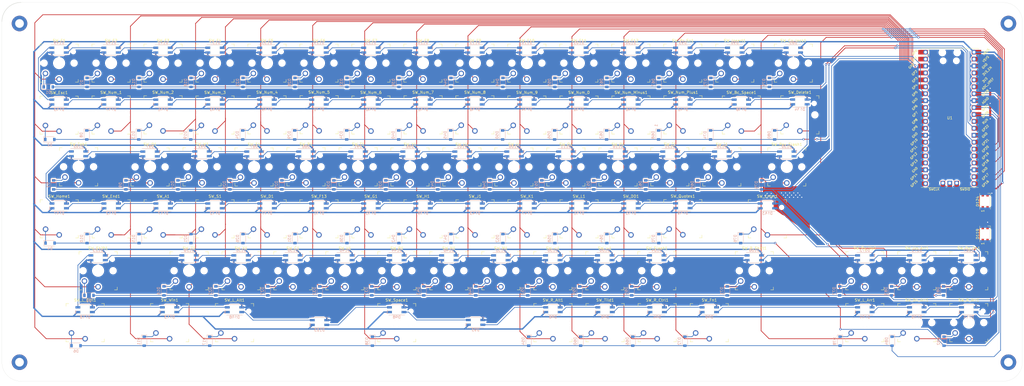
<source format=kicad_pcb>
(kicad_pcb (version 20171130) (host pcbnew 5.1.10-88a1d61d58~90~ubuntu20.04.1)
  (layers (0 F.Cu signal) (31 B.Cu signal) (34 B.Paste user) (35 F.Paste user) (36 B.SilkS user) (37 F.SilkS user) (38 B.Mask user) (39 F.Mask user) (44 Edge.Cuts user))
  (net 0 "")
  (net 1 "Net-(D1-Pad1)")
  (net 2 Row_1)
  (net 3 "Net-(D2-Pad1)")
  (net 4 Row_2)
  (net 5 "Net-(D3-Pad1)")
  (net 6 Row_3)
  (net 7 Row_4)
  (net 8 "Net-(D4-Pad1)")
  (net 9 "Net-(D5-Pad1)")
  (net 10 Row_5)
  (net 11 Row_6)
  (net 12 "Net-(D6-Pad1)")
  (net 13 "Net-(D7-Pad1)")
  (net 14 "Net-(D8-Pad1)")
  (net 15 "Net-(D9-Pad1)")
  (net 16 "Net-(D10-Pad1)")
  (net 17 "Net-(D11-Pad1)")
  (net 18 "Net-(D12-Pad1)")
  (net 19 "Net-(D13-Pad1)")
  (net 20 "Net-(D14-Pad1)")
  (net 21 "Net-(D15-Pad1)")
  (net 22 "Net-(D16-Pad1)")
  (net 23 "Net-(D17-Pad1)")
  (net 24 "Net-(D18-Pad1)")
  (net 25 "Net-(D19-Pad1)")
  (net 26 "Net-(D20-Pad1)")
  (net 27 "Net-(D21-Pad1)")
  (net 28 "Net-(D22-Pad1)")
  (net 29 "Net-(D23-Pad1)")
  (net 30 "Net-(D24-Pad1)")
  (net 31 "Net-(D25-Pad1)")
  (net 32 "Net-(D26-Pad1)")
  (net 33 "Net-(D27-Pad1)")
  (net 34 "Net-(D28-Pad1)")
  (net 35 "Net-(D29-Pad1)")
  (net 36 "Net-(D30-Pad1)")
  (net 37 "Net-(D31-Pad1)")
  (net 38 "Net-(D32-Pad1)")
  (net 39 "Net-(D33-Pad1)")
  (net 40 "Net-(D34-Pad1)")
  (net 41 "Net-(D35-Pad1)")
  (net 42 "Net-(D36-Pad1)")
  (net 43 "Net-(D37-Pad1)")
  (net 44 "Net-(D38-Pad1)")
  (net 45 "Net-(D39-Pad1)")
  (net 46 "Net-(D40-Pad1)")
  (net 47 "Net-(D41-Pad1)")
  (net 48 "Net-(D42-Pad1)")
  (net 49 "Net-(D43-Pad1)")
  (net 50 "Net-(D44-Pad1)")
  (net 51 "Net-(D45-Pad1)")
  (net 52 "Net-(D46-Pad1)")
  (net 53 "Net-(D47-Pad1)")
  (net 54 "Net-(D48-Pad1)")
  (net 55 "Net-(D49-Pad1)")
  (net 56 "Net-(D50-Pad1)")
  (net 57 "Net-(D51-Pad1)")
  (net 58 "Net-(D52-Pad1)")
  (net 59 "Net-(D53-Pad1)")
  (net 60 "Net-(D54-Pad1)")
  (net 61 "Net-(D55-Pad1)")
  (net 62 "Net-(D56-Pad1)")
  (net 63 "Net-(D57-Pad1)")
  (net 64 "Net-(D58-Pad1)")
  (net 65 "Net-(D59-Pad1)")
  (net 66 "Net-(D60-Pad1)")
  (net 67 "Net-(D61-Pad1)")
  (net 68 "Net-(D62-Pad1)")
  (net 69 "Net-(D63-Pad1)")
  (net 70 "Net-(D64-Pad1)")
  (net 71 "Net-(D65-Pad1)")
  (net 72 "Net-(D66-Pad1)")
  (net 73 "Net-(D67-Pad1)")
  (net 74 "Net-(D68-Pad1)")
  (net 75 "Net-(D69-Pad1)")
  (net 76 "Net-(D70-Pad1)")
  (net 77 "Net-(D71-Pad1)")
  (net 78 "Net-(D72-Pad1)")
  (net 79 "Net-(D73-Pad1)")
  (net 80 "Net-(D74-Pad1)")
  (net 81 "Net-(D75-Pad1)")
  (net 82 "Net-(D76-Pad1)")
  (net 83 "Net-(D77-Pad1)")
  (net 84 "Net-(D78-Pad1)")
  (net 85 "Net-(D79-Pad1)")
  (net 86 "Net-(D80-Pad1)")
  (net 87 "Net-(D81-Pad1)")
  (net 88 "Net-(D82-Pad1)")
  (net 89 "Net-(D83-Pad1)")
  (net 90 "Net-(D84-Pad1)")
  (net 91 Col_10)
  (net 92 Col_11)
  (net 93 Col_12)
  (net 94 Col_13)
  (net 95 Col_3)
  (net 96 Col_7)
  (net 97 Col_14)
  (net 98 Col_5)
  (net 99 Col_15)
  (net 100 Col_4)
  (net 101 Col_2)
  (net 102 Col_1)
  (net 103 Col_6)
  (net 104 Col_8)
  (net 105 Col_9)
  (net 106 GND)
  (net 107 "Net-(U1-Pad30)")
  (net 108 "Net-(U1-Pad35)")
  (net 109 "Net-(U1-Pad36)")
  (net 110 "Net-(U1-Pad37)")
  (net 111 "Net-(U1-Pad39)")
  (net 112 "Net-(U1-Pad5)")
  (net 113 "Net-(U1-Pad4)")
  (net 114 "Net-(U1-Pad2)")
  (net 115 "Net-(U1-Pad1)")
  (net 116 "Net-(D85-Pad1)")
  (net 117 +5V)
  (net 118 Led_Out)
  (net 119 "Net-(D86-Pad1)")
  (net 120 "Net-(D86-Pad3)")
  (net 121 "Net-(D87-Pad1)")
  (net 122 "Net-(D88-Pad1)")
  (net 123 "Net-(D88-Pad3)")
  (net 124 "Net-(D89-Pad1)")
  (net 125 "Net-(D90-Pad1)")
  (net 126 "Net-(D91-Pad3)")
  (net 127 "Net-(D92-Pad1)")
  (net 128 "Net-(D93-Pad3)")
  (net 129 "Net-(D94-Pad1)")
  (net 130 "Net-(D100-Pad3)")
  (net 131 "Net-(D101-Pad1)")
  (net 132 "Net-(D102-Pad3)")
  (net 133 "Net-(D103-Pad1)")
  (net 134 "Net-(D104-Pad3)")
  (net 135 "Net-(D100-Pad1)")
  (net 136 "Net-(D101-Pad3)")
  (net 137 "Net-(D102-Pad1)")
  (net 138 "Net-(D103-Pad3)")
  (net 139 "Net-(D104-Pad1)")
  (net 140 "Net-(D105-Pad1)")
  (net 141 "Net-(D106-Pad3)")
  (net 142 "Net-(D107-Pad1)")
  (net 143 "Net-(D108-Pad3)")
  (net 144 "Net-(D109-Pad1)")
  (net 145 "Net-(D110-Pad1)")
  (net 146 "Net-(D111-Pad3)")
  (net 147 "Net-(D112-Pad1)")
  (net 148 "Net-(D113-Pad3)")
  (net 149 "Net-(D114-Pad1)")
  (net 150 "Net-(D115-Pad1)")
  (net 151 "Net-(D116-Pad3)")
  (net 152 "Net-(D117-Pad1)")
  (net 153 "Net-(D118-Pad3)")
  (net 154 "Net-(D119-Pad1)")
  (net 155 "Net-(D120-Pad1)")
  (net 156 "Net-(D121-Pad3)")
  (net 157 "Net-(D122-Pad1)")
  (net 158 "Net-(D123-Pad3)")
  (net 159 "Net-(D124-Pad1)")
  (net 160 "Net-(D125-Pad1)")
  (net 161 "Net-(D126-Pad3)")
  (net 162 "Net-(D127-Pad1)")
  (net 163 "Net-(D128-Pad3)")
  (net 164 "Net-(D129-Pad1)")
  (net 165 "Net-(D130-Pad3)")
  (net 166 "Net-(D131-Pad1)")
  (net 167 "Net-(D132-Pad3)")
  (net 168 "Net-(D133-Pad1)")
  (net 169 "Net-(D134-Pad3)")
  (net 170 "Net-(D135-Pad1)")
  (net 171 "Net-(D136-Pad3)")
  (net 172 "Net-(D137-Pad1)")
  (net 173 "Net-(D138-Pad3)")
  (net 174 "Net-(D139-Pad1)")
  (net 175 "Net-(D140-Pad3)")
  (net 176 "Net-(D141-Pad1)")
  (net 177 "Net-(D142-Pad3)")
  (net 178 "Net-(D143-Pad1)")
  (net 179 "Net-(D144-Pad3)")
  (net 180 "Net-(D145-Pad1)")
  (net 181 "Net-(D146-Pad3)")
  (net 182 "Net-(D147-Pad1)")
  (net 183 "Net-(D148-Pad3)")
  (net 184 "Net-(D149-Pad1)")
  (net 185 "Net-(D150-Pad3)")
  (net 186 "Net-(D151-Pad1)")
  (net 187 "Net-(D152-Pad3)")
  (net 188 "Net-(D153-Pad1)")
  (net 189 "Net-(D154-Pad3)")
  (net 190 "Net-(D155-Pad1)")
  (net 191 "Net-(D156-Pad3)")
  (net 192 "Net-(D157-Pad1)")
  (net 193 "Net-(D158-Pad3)")
  (net 194 "Net-(D159-Pad1)")
  (net 195 "Net-(D160-Pad3)")
  (net 196 "Net-(D161-Pad1)")
  (net 197 "Net-(D162-Pad3)")
  (net 198 "Net-(D163-Pad1)")
  (net 199 "Net-(D164-Pad3)")
  (net 200 "Net-(D165-Pad1)")
  (net 201 "Net-(D166-Pad3)")
  (net 202 "Net-(D167-Pad1)")
  (net 203 "Net-(D168-Pad3)")
  (net 204 "Net-(D169-Pad1)")
  (net 205 "Net-(D171-Pad1)")
  (module keyswitches:SW_PG1350 (layer F.Cu) (at 313.05 91.25)
    (fp_text reference SW_Cp_lock1 (at 0 -8.255) (layer F.SilkS))
    (fp_text value PG1350)
    (pad "" np_thru_hole circle (at -5.5 0) (size 1.7018 1.7018) (drill 1.7018) (layers *.Cu *.Mask))
    (pad "" np_thru_hole circle (at 5.5 0) (size 1.7018 1.7018) (drill 1.7018) (layers *.Cu *.Mask))
    (pad "" np_thru_hole circle (at 5.22 -4.2) (size 0.9906 0.9906) (drill 0.9906) (layers *.Cu *.Mask))
    (pad 1 thru_hole circle (at 0 5.9) (size 2.032 2.032) (drill 1.27) (layers *.Cu *.Mask) (net 99 Col_15))
    (pad 2 thru_hole circle (at -5 3.8) (size 2.032 2.032) (drill 1.27) (layers *.Cu *.Mask) (net 85 "Net-(D79-Pad1)"))
    (pad "" np_thru_hole circle (at 0 0) (size 3.429 3.429) (drill 3.429) (layers *.Cu *.Mask))
  )
  (module keyswitches:SW_PG1350 (layer F.Cu) (at 43.95 91.25)
    (fp_text reference SW_F1 (at 0 -8.255) (layer F.SilkS))
    (fp_text value PG1350)
    (pad "" np_thru_hole circle (at -5.5 0) (size 1.7018 1.7018) (drill 1.7018) (layers *.Cu *.Mask))
    (pad "" np_thru_hole circle (at 5.5 0) (size 1.7018 1.7018) (drill 1.7018) (layers *.Cu *.Mask))
    (pad "" np_thru_hole circle (at 5.22 -4.2) (size 0.9906 0.9906) (drill 0.9906) (layers *.Cu *.Mask))
    (pad 1 thru_hole circle (at 0 5.9) (size 2.032 2.032) (drill 1.27) (layers *.Cu *.Mask) (net 102 Col_1))
    (pad 2 thru_hole circle (at -5 3.8) (size 2.032 2.032) (drill 1.27) (layers *.Cu *.Mask) (net 1 "Net-(D1-Pad1)"))
    (pad "" np_thru_hole circle (at 0 0) (size 3.429 3.429) (drill 3.429) (layers *.Cu *.Mask))
  )
  (module Diode_SMD:D_SOD-123 (layer B.Cu) (at 263.65 117.625 270)
    (fp_text reference D68 (at 0 2 90) (layer B.SilkS) (effects (justify mirror)))
    (fp_text value 1N4148W)
    (fp_text user 1 (at -3.5 0.875 90) (layer B.SilkS) (effects (justify mirror)))
    (pad 2 smd rect (at 1.65 0 270) (size 0.9 1.2) (layers B.Cu B.Paste B.Mask) (net 4 Row_2))
    (pad 1 smd rect (at -1.65 0 270) (size 0.9 1.2) (layers B.Cu B.Paste B.Mask) (net 74 "Net-(D68-Pad1)"))
  )
  (module keyswitches:SW_PG1350 (layer F.Cu) (at 224.9 167.45)
    (fp_text reference SW_<1 (at 0 -8.255) (layer F.SilkS))
    (fp_text value PG1350)
    (pad "" np_thru_hole circle (at -5.5 0) (size 1.7018 1.7018) (drill 1.7018) (layers *.Cu *.Mask))
    (pad "" np_thru_hole circle (at 5.5 0) (size 1.7018 1.7018) (drill 1.7018) (layers *.Cu *.Mask))
    (pad "" np_thru_hole circle (at 5.22 -4.2) (size 0.9906 0.9906) (drill 0.9906) (layers *.Cu *.Mask))
    (pad 1 thru_hole circle (at 0 5.9) (size 2.032 2.032) (drill 1.27) (layers *.Cu *.Mask) (net 91 Col_10))
    (pad 2 thru_hole circle (at -5 3.8) (size 2.032 2.032) (drill 1.27) (layers *.Cu *.Mask) (net 59 "Net-(D53-Pad1)"))
    (pad "" np_thru_hole circle (at 0 0) (size 3.429 3.429) (drill 3.429) (layers *.Cu *.Mask))
  )
  (module keyswitches:SW_PG1350 (layer F.Cu) (at 243.95 167.45)
    (fp_text reference SW_>1 (at 0 -8.255) (layer F.SilkS))
    (fp_text value PG1350)
    (pad "" np_thru_hole circle (at -5.5 0) (size 1.7018 1.7018) (drill 1.7018) (layers *.Cu *.Mask))
    (pad "" np_thru_hole circle (at 5.5 0) (size 1.7018 1.7018) (drill 1.7018) (layers *.Cu *.Mask))
    (pad "" np_thru_hole circle (at 5.22 -4.2) (size 0.9906 0.9906) (drill 0.9906) (layers *.Cu *.Mask))
    (pad 1 thru_hole circle (at 0 5.9) (size 2.032 2.032) (drill 1.27) (layers *.Cu *.Mask) (net 92 Col_11))
    (pad 2 thru_hole circle (at -5 3.8) (size 2.032 2.032) (drill 1.27) (layers *.Cu *.Mask) (net 65 "Net-(D59-Pad1)"))
    (pad "" np_thru_hole circle (at 0 0) (size 3.429 3.429) (drill 3.429) (layers *.Cu *.Mask))
  )
  (module keyswitches:SW_PG1350 (layer F.Cu) (at 267.8 129.3)
    (fp_text reference SW_[1 (at 0 -8.255) (layer F.SilkS))
    (fp_text value PG1350)
    (pad "" np_thru_hole circle (at -5.5 0) (size 1.7018 1.7018) (drill 1.7018) (layers *.Cu *.Mask))
    (pad "" np_thru_hole circle (at 5.5 0) (size 1.7018 1.7018) (drill 1.7018) (layers *.Cu *.Mask))
    (pad "" np_thru_hole circle (at 5.22 -4.2) (size 0.9906 0.9906) (drill 0.9906) (layers *.Cu *.Mask))
    (pad 1 thru_hole circle (at 0 5.9) (size 2.032 2.032) (drill 1.27) (layers *.Cu *.Mask) (net 93 Col_12))
    (pad 2 thru_hole circle (at -5 3.8) (size 2.032 2.032) (drill 1.27) (layers *.Cu *.Mask) (net 69 "Net-(D63-Pad1)"))
    (pad "" np_thru_hole circle (at 0 0) (size 3.429 3.429) (drill 3.429) (layers *.Cu *.Mask))
  )
  (module keyswitches:SW_PG1350 (layer F.Cu) (at 286.85 129.35)
    (fp_text reference SW_]1 (at 0 -8.255) (layer F.SilkS))
    (fp_text value PG1350)
    (pad "" np_thru_hole circle (at -5.5 0) (size 1.7018 1.7018) (drill 1.7018) (layers *.Cu *.Mask))
    (pad "" np_thru_hole circle (at 5.5 0) (size 1.7018 1.7018) (drill 1.7018) (layers *.Cu *.Mask))
    (pad "" np_thru_hole circle (at 5.22 -4.2) (size 0.9906 0.9906) (drill 0.9906) (layers *.Cu *.Mask))
    (pad 1 thru_hole circle (at 0 5.9) (size 2.032 2.032) (drill 1.27) (layers *.Cu *.Mask) (net 94 Col_13))
    (pad 2 thru_hole circle (at -5 3.8) (size 2.032 2.032) (drill 1.27) (layers *.Cu *.Mask) (net 75 "Net-(D69-Pad1)"))
    (pad "" np_thru_hole circle (at 0 0) (size 3.429 3.429) (drill 3.429) (layers *.Cu *.Mask))
  )
  (module keyswitches:SW_PG1350 (layer F.Cu) (at 82.1 148.4)
    (fp_text reference SW_A1 (at 0 -8.255) (layer F.SilkS))
    (fp_text value PG1350)
    (pad "" np_thru_hole circle (at -5.5 0) (size 1.7018 1.7018) (drill 1.7018) (layers *.Cu *.Mask))
    (pad "" np_thru_hole circle (at 5.5 0) (size 1.7018 1.7018) (drill 1.7018) (layers *.Cu *.Mask))
    (pad "" np_thru_hole circle (at 5.22 -4.2) (size 0.9906 0.9906) (drill 0.9906) (layers *.Cu *.Mask))
    (pad 1 thru_hole circle (at 0 5.9) (size 2.032 2.032) (drill 1.27) (layers *.Cu *.Mask) (net 95 Col_3))
    (pad 2 thru_hole circle (at -5 3.8) (size 2.032 2.032) (drill 1.27) (layers *.Cu *.Mask) (net 21 "Net-(D15-Pad1)"))
    (pad "" np_thru_hole circle (at 0 0) (size 3.429 3.429) (drill 3.429) (layers *.Cu *.Mask))
  )
  (module keyswitches:SW_PG1350 (layer F.Cu) (at 167.75 167.45)
    (fp_text reference SW_B1 (at 0 -8.255) (layer F.SilkS))
    (fp_text value PG1350)
    (pad "" np_thru_hole circle (at -5.5 0) (size 1.7018 1.7018) (drill 1.7018) (layers *.Cu *.Mask))
    (pad "" np_thru_hole circle (at 5.5 0) (size 1.7018 1.7018) (drill 1.7018) (layers *.Cu *.Mask))
    (pad "" np_thru_hole circle (at 5.22 -4.2) (size 0.9906 0.9906) (drill 0.9906) (layers *.Cu *.Mask))
    (pad 1 thru_hole circle (at 0 5.9) (size 2.032 2.032) (drill 1.27) (layers *.Cu *.Mask) (net 96 Col_7))
    (pad 2 thru_hole circle (at -5 3.8) (size 2.032 2.032) (drill 1.27) (layers *.Cu *.Mask) (net 43 "Net-(D37-Pad1)"))
    (pad "" np_thru_hole circle (at 0 0) (size 3.429 3.429) (drill 3.429) (layers *.Cu *.Mask))
  )
  (module keyswitches:SW_PG1350 (layer F.Cu) (at 294 110.3)
    (fp_text reference SW_Bc_Space1 (at 0 -8.255) (layer F.SilkS))
    (fp_text value PG1350)
    (pad "" np_thru_hole circle (at -5.5 0) (size 1.7018 1.7018) (drill 1.7018) (layers *.Cu *.Mask))
    (pad "" np_thru_hole circle (at 5.5 0) (size 1.7018 1.7018) (drill 1.7018) (layers *.Cu *.Mask))
    (pad "" np_thru_hole circle (at 5.22 -4.2) (size 0.9906 0.9906) (drill 0.9906) (layers *.Cu *.Mask))
    (pad 1 thru_hole circle (at 0 5.9) (size 2.032 2.032) (drill 1.27) (layers *.Cu *.Mask) (net 97 Col_14))
    (pad 2 thru_hole circle (at -5 3.8) (size 2.032 2.032) (drill 1.27) (layers *.Cu *.Mask) (net 80 "Net-(D74-Pad1)"))
    (pad "" np_thru_hole circle (at 0 0) (size 3.429 3.429) (drill 3.429) (layers *.Cu *.Mask))
  )
  (module keyswitches:SW_PG1350 (layer F.Cu) (at 129.65 167.45)
    (fp_text reference SW_C1 (at 0 -8.255) (layer F.SilkS))
    (fp_text value PG1350)
    (pad "" np_thru_hole circle (at -5.5 0) (size 1.7018 1.7018) (drill 1.7018) (layers *.Cu *.Mask))
    (pad "" np_thru_hole circle (at 5.5 0) (size 1.7018 1.7018) (drill 1.7018) (layers *.Cu *.Mask))
    (pad "" np_thru_hole circle (at 5.22 -4.2) (size 0.9906 0.9906) (drill 0.9906) (layers *.Cu *.Mask))
    (pad 1 thru_hole circle (at 0 5.9) (size 2.032 2.032) (drill 1.27) (layers *.Cu *.Mask) (net 98 Col_5))
    (pad 2 thru_hole circle (at -5 3.8) (size 2.032 2.032) (drill 1.27) (layers *.Cu *.Mask) (net 33 "Net-(D27-Pad1)"))
    (pad "" np_thru_hole circle (at 0 0) (size 3.429 3.429) (drill 3.429) (layers *.Cu *.Mask))
  )
  (module keyswitches:SW_PG1350 (layer F.Cu) (at 120.2 148.4)
    (fp_text reference SW_D1 (at 0 -8.255) (layer F.SilkS))
    (fp_text value PG1350)
    (pad "" np_thru_hole circle (at -5.5 0) (size 1.7018 1.7018) (drill 1.7018) (layers *.Cu *.Mask))
    (pad "" np_thru_hole circle (at 5.5 0) (size 1.7018 1.7018) (drill 1.7018) (layers *.Cu *.Mask))
    (pad "" np_thru_hole circle (at 5.22 -4.2) (size 0.9906 0.9906) (drill 0.9906) (layers *.Cu *.Mask))
    (pad 1 thru_hole circle (at 0 5.9) (size 2.032 2.032) (drill 1.27) (layers *.Cu *.Mask) (net 98 Col_5))
    (pad 2 thru_hole circle (at -5 3.8) (size 2.032 2.032) (drill 1.27) (layers *.Cu *.Mask) (net 32 "Net-(D26-Pad1)"))
    (pad "" np_thru_hole circle (at 0 0) (size 3.429 3.429) (drill 3.429) (layers *.Cu *.Mask))
  )
  (module keyswitches:SW_PG1350 (layer F.Cu) (at 253.55 148.4)
    (fp_text reference SW_DD1 (at 0 -8.255) (layer F.SilkS))
    (fp_text value PG1350)
    (pad "" np_thru_hole circle (at -5.5 0) (size 1.7018 1.7018) (drill 1.7018) (layers *.Cu *.Mask))
    (pad "" np_thru_hole circle (at 5.5 0) (size 1.7018 1.7018) (drill 1.7018) (layers *.Cu *.Mask))
    (pad "" np_thru_hole circle (at 5.22 -4.2) (size 0.9906 0.9906) (drill 0.9906) (layers *.Cu *.Mask))
    (pad 1 thru_hole circle (at 0 5.9) (size 2.032 2.032) (drill 1.27) (layers *.Cu *.Mask) (net 93 Col_12))
    (pad 2 thru_hole circle (at -5 3.8) (size 2.032 2.032) (drill 1.27) (layers *.Cu *.Mask) (net 70 "Net-(D64-Pad1)"))
    (pad "" np_thru_hole circle (at 0 0) (size 3.429 3.429) (drill 3.429) (layers *.Cu *.Mask))
  )
  (module keyswitches:SW_PG1350 (layer F.Cu) (at 315.45 110.25)
    (fp_text reference SW_Delete1 (at 0 -8.255) (layer F.SilkS))
    (fp_text value PG1350)
    (pad "" np_thru_hole circle (at -5.5 0) (size 1.7018 1.7018) (drill 1.7018) (layers *.Cu *.Mask))
    (pad "" np_thru_hole circle (at 5.5 0) (size 1.7018 1.7018) (drill 1.7018) (layers *.Cu *.Mask))
    (pad "" np_thru_hole circle (at 5.22 -4.2) (size 0.9906 0.9906) (drill 0.9906) (layers *.Cu *.Mask))
    (pad 1 thru_hole circle (at 0 5.9) (size 2.032 2.032) (drill 1.27) (layers *.Cu *.Mask) (net 99 Col_15))
    (pad 2 thru_hole circle (at -5 3.8) (size 2.032 2.032) (drill 1.27) (layers *.Cu *.Mask) (net 86 "Net-(D80-Pad1)"))
    (pad "" np_thru_hole circle (at 0 0) (size 3.429 3.429) (drill 3.429) (layers *.Cu *.Mask))
  )
  (module keyswitches:SW_PG1350 (layer F.Cu) (at 358.3 186.5)
    (fp_text reference SW_Dn_Arr1 (at 0 -8.255) (layer F.SilkS))
    (fp_text value PG1350)
    (pad "" np_thru_hole circle (at -5.5 0) (size 1.7018 1.7018) (drill 1.7018) (layers *.Cu *.Mask))
    (pad "" np_thru_hole circle (at 5.5 0) (size 1.7018 1.7018) (drill 1.7018) (layers *.Cu *.Mask))
    (pad "" np_thru_hole circle (at 5.22 -4.2) (size 0.9906 0.9906) (drill 0.9906) (layers *.Cu *.Mask))
    (pad 1 thru_hole circle (at 0 5.9) (size 2.032 2.032) (drill 1.27) (layers *.Cu *.Mask) (net 99 Col_15))
    (pad 2 thru_hole circle (at -5 3.8) (size 2.032 2.032) (drill 1.27) (layers *.Cu *.Mask) (net 90 "Net-(D84-Pad1)"))
    (pad "" np_thru_hole circle (at 0 0) (size 3.429 3.429) (drill 3.429) (layers *.Cu *.Mask))
  )
  (module keyswitches:SW_PG1350 (layer F.Cu) (at 115.4 129.35)
    (fp_text reference SW_E1 (at 0 -8.255) (layer F.SilkS))
    (fp_text value PG1350)
    (pad "" np_thru_hole circle (at -5.5 0) (size 1.7018 1.7018) (drill 1.7018) (layers *.Cu *.Mask))
    (pad "" np_thru_hole circle (at 5.5 0) (size 1.7018 1.7018) (drill 1.7018) (layers *.Cu *.Mask))
    (pad "" np_thru_hole circle (at 5.22 -4.2) (size 0.9906 0.9906) (drill 0.9906) (layers *.Cu *.Mask))
    (pad 1 thru_hole circle (at 0 5.9) (size 2.032 2.032) (drill 1.27) (layers *.Cu *.Mask) (net 100 Col_4))
    (pad 2 thru_hole circle (at -5 3.8) (size 2.032 2.032) (drill 1.27) (layers *.Cu *.Mask) (net 26 "Net-(D20-Pad1)"))
    (pad "" np_thru_hole circle (at 0 0) (size 3.429 3.429) (drill 3.429) (layers *.Cu *.Mask))
  )
  (module keyswitches:SW_PG1350 (layer F.Cu) (at 63.05 148.4)
    (fp_text reference SW_End1 (at 0 -8.255) (layer F.SilkS))
    (fp_text value PG1350)
    (pad "" np_thru_hole circle (at -5.5 0) (size 1.7018 1.7018) (drill 1.7018) (layers *.Cu *.Mask))
    (pad "" np_thru_hole circle (at 5.5 0) (size 1.7018 1.7018) (drill 1.7018) (layers *.Cu *.Mask))
    (pad "" np_thru_hole circle (at 5.22 -4.2) (size 0.9906 0.9906) (drill 0.9906) (layers *.Cu *.Mask))
    (pad 1 thru_hole circle (at 0 5.9) (size 2.032 2.032) (drill 1.27) (layers *.Cu *.Mask) (net 101 Col_2))
    (pad 2 thru_hole circle (at -5 3.8) (size 2.032 2.032) (drill 1.27) (layers *.Cu *.Mask) (net 16 "Net-(D10-Pad1)"))
    (pad "" np_thru_hole circle (at 0 0) (size 3.429 3.429) (drill 3.429) (layers *.Cu *.Mask))
  )
  (module keyswitches:SW_PG1350 (layer F.Cu) (at 303.55 148.4)
    (fp_text reference SW_Enter1 (at 0 -8.255) (layer F.SilkS))
    (fp_text value PG1350)
    (pad "" np_thru_hole circle (at -5.5 0) (size 1.7018 1.7018) (drill 1.7018) (layers *.Cu *.Mask))
    (pad "" np_thru_hole circle (at 5.5 0) (size 1.7018 1.7018) (drill 1.7018) (layers *.Cu *.Mask))
    (pad "" np_thru_hole circle (at 5.22 -4.2) (size 0.9906 0.9906) (drill 0.9906) (layers *.Cu *.Mask))
    (pad 1 thru_hole circle (at 0 5.9) (size 2.032 2.032) (drill 1.27) (layers *.Cu *.Mask) (net 97 Col_14))
    (pad 2 thru_hole circle (at -5 3.8) (size 2.032 2.032) (drill 1.27) (layers *.Cu *.Mask) (net 82 "Net-(D76-Pad1)"))
    (pad "" np_thru_hole circle (at 0 0) (size 3.429 3.429) (drill 3.429) (layers *.Cu *.Mask))
  )
  (module keyswitches:SW_PG1350 (layer F.Cu) (at 43.95 110.35)
    (fp_text reference SW_Esc1 (at 0 -8.255) (layer F.SilkS))
    (fp_text value PG1350)
    (pad "" np_thru_hole circle (at -5.5 0) (size 1.7018 1.7018) (drill 1.7018) (layers *.Cu *.Mask))
    (pad "" np_thru_hole circle (at 5.5 0) (size 1.7018 1.7018) (drill 1.7018) (layers *.Cu *.Mask))
    (pad "" np_thru_hole circle (at 5.22 -4.2) (size 0.9906 0.9906) (drill 0.9906) (layers *.Cu *.Mask))
    (pad 1 thru_hole circle (at 0 5.9) (size 2.032 2.032) (drill 1.27) (layers *.Cu *.Mask) (net 102 Col_1))
    (pad 2 thru_hole circle (at -5 3.8) (size 2.032 2.032) (drill 1.27) (layers *.Cu *.Mask) (net 3 "Net-(D2-Pad1)"))
    (pad "" np_thru_hole circle (at 0 0) (size 3.429 3.429) (drill 3.429) (layers *.Cu *.Mask))
  )
  (module keyswitches:SW_PG1350 (layer F.Cu) (at 63 91.25)
    (fp_text reference SW_F2 (at 0 -8.255) (layer F.SilkS))
    (fp_text value PG1350)
    (pad "" np_thru_hole circle (at -5.5 0) (size 1.7018 1.7018) (drill 1.7018) (layers *.Cu *.Mask))
    (pad "" np_thru_hole circle (at 5.5 0) (size 1.7018 1.7018) (drill 1.7018) (layers *.Cu *.Mask))
    (pad "" np_thru_hole circle (at 5.22 -4.2) (size 0.9906 0.9906) (drill 0.9906) (layers *.Cu *.Mask))
    (pad 1 thru_hole circle (at 0 5.9) (size 2.032 2.032) (drill 1.27) (layers *.Cu *.Mask) (net 101 Col_2))
    (pad 2 thru_hole circle (at -5 3.8) (size 2.032 2.032) (drill 1.27) (layers *.Cu *.Mask) (net 13 "Net-(D7-Pad1)"))
    (pad "" np_thru_hole circle (at 0 0) (size 3.429 3.429) (drill 3.429) (layers *.Cu *.Mask))
  )
  (module keyswitches:SW_PG1350 (layer F.Cu) (at 82.05 91.25)
    (fp_text reference SW_F3 (at 0 -8.255) (layer F.SilkS))
    (fp_text value PG1350)
    (pad "" np_thru_hole circle (at -5.5 0) (size 1.7018 1.7018) (drill 1.7018) (layers *.Cu *.Mask))
    (pad "" np_thru_hole circle (at 5.5 0) (size 1.7018 1.7018) (drill 1.7018) (layers *.Cu *.Mask))
    (pad "" np_thru_hole circle (at 5.22 -4.2) (size 0.9906 0.9906) (drill 0.9906) (layers *.Cu *.Mask))
    (pad 1 thru_hole circle (at 0 5.9) (size 2.032 2.032) (drill 1.27) (layers *.Cu *.Mask) (net 95 Col_3))
    (pad 2 thru_hole circle (at -5 3.8) (size 2.032 2.032) (drill 1.27) (layers *.Cu *.Mask) (net 18 "Net-(D12-Pad1)"))
    (pad "" np_thru_hole circle (at 0 0) (size 3.429 3.429) (drill 3.429) (layers *.Cu *.Mask))
  )
  (module keyswitches:SW_PG1350 (layer F.Cu) (at 101.1 91.25)
    (fp_text reference SW_F4 (at 0 -8.255) (layer F.SilkS))
    (fp_text value PG1350)
    (pad "" np_thru_hole circle (at -5.5 0) (size 1.7018 1.7018) (drill 1.7018) (layers *.Cu *.Mask))
    (pad "" np_thru_hole circle (at 5.5 0) (size 1.7018 1.7018) (drill 1.7018) (layers *.Cu *.Mask))
    (pad "" np_thru_hole circle (at 5.22 -4.2) (size 0.9906 0.9906) (drill 0.9906) (layers *.Cu *.Mask))
    (pad 1 thru_hole circle (at 0 5.9) (size 2.032 2.032) (drill 1.27) (layers *.Cu *.Mask) (net 100 Col_4))
    (pad 2 thru_hole circle (at -5 3.8) (size 2.032 2.032) (drill 1.27) (layers *.Cu *.Mask) (net 24 "Net-(D18-Pad1)"))
    (pad "" np_thru_hole circle (at 0 0) (size 3.429 3.429) (drill 3.429) (layers *.Cu *.Mask))
  )
  (module keyswitches:SW_PG1350 (layer F.Cu) (at 120.15 91.25)
    (fp_text reference SW_F5 (at 0 -8.255) (layer F.SilkS))
    (fp_text value PG1350)
    (pad "" np_thru_hole circle (at -5.5 0) (size 1.7018 1.7018) (drill 1.7018) (layers *.Cu *.Mask))
    (pad "" np_thru_hole circle (at 5.5 0) (size 1.7018 1.7018) (drill 1.7018) (layers *.Cu *.Mask))
    (pad "" np_thru_hole circle (at 5.22 -4.2) (size 0.9906 0.9906) (drill 0.9906) (layers *.Cu *.Mask))
    (pad 1 thru_hole circle (at 0 5.9) (size 2.032 2.032) (drill 1.27) (layers *.Cu *.Mask) (net 98 Col_5))
    (pad 2 thru_hole circle (at -5 3.8) (size 2.032 2.032) (drill 1.27) (layers *.Cu *.Mask) (net 29 "Net-(D23-Pad1)"))
    (pad "" np_thru_hole circle (at 0 0) (size 3.429 3.429) (drill 3.429) (layers *.Cu *.Mask))
  )
  (module keyswitches:SW_PG1350 (layer F.Cu) (at 139.2 91.25)
    (fp_text reference SW_F6 (at 0 -8.255) (layer F.SilkS))
    (fp_text value PG1350)
    (pad "" np_thru_hole circle (at -5.5 0) (size 1.7018 1.7018) (drill 1.7018) (layers *.Cu *.Mask))
    (pad "" np_thru_hole circle (at 5.5 0) (size 1.7018 1.7018) (drill 1.7018) (layers *.Cu *.Mask))
    (pad "" np_thru_hole circle (at 5.22 -4.2) (size 0.9906 0.9906) (drill 0.9906) (layers *.Cu *.Mask))
    (pad 1 thru_hole circle (at 0 5.9) (size 2.032 2.032) (drill 1.27) (layers *.Cu *.Mask) (net 103 Col_6))
    (pad 2 thru_hole circle (at -5 3.8) (size 2.032 2.032) (drill 1.27) (layers *.Cu *.Mask) (net 34 "Net-(D28-Pad1)"))
    (pad "" np_thru_hole circle (at 0 0) (size 3.429 3.429) (drill 3.429) (layers *.Cu *.Mask))
  )
  (module keyswitches:SW_PG1350 (layer F.Cu) (at 158.25 91.25)
    (fp_text reference SW_F7 (at 0 -8.255) (layer F.SilkS))
    (fp_text value PG1350)
    (pad "" np_thru_hole circle (at -5.5 0) (size 1.7018 1.7018) (drill 1.7018) (layers *.Cu *.Mask))
    (pad "" np_thru_hole circle (at 5.5 0) (size 1.7018 1.7018) (drill 1.7018) (layers *.Cu *.Mask))
    (pad "" np_thru_hole circle (at 5.22 -4.2) (size 0.9906 0.9906) (drill 0.9906) (layers *.Cu *.Mask))
    (pad 1 thru_hole circle (at 0 5.9) (size 2.032 2.032) (drill 1.27) (layers *.Cu *.Mask) (net 96 Col_7))
    (pad 2 thru_hole circle (at -5 3.8) (size 2.032 2.032) (drill 1.27) (layers *.Cu *.Mask) (net 39 "Net-(D33-Pad1)"))
    (pad "" np_thru_hole circle (at 0 0) (size 3.429 3.429) (drill 3.429) (layers *.Cu *.Mask))
  )
  (module keyswitches:SW_PG1350 (layer F.Cu) (at 177.3 91.25)
    (fp_text reference SW_F8 (at 0 -8.255) (layer F.SilkS))
    (fp_text value PG1350)
    (pad "" np_thru_hole circle (at -5.5 0) (size 1.7018 1.7018) (drill 1.7018) (layers *.Cu *.Mask))
    (pad "" np_thru_hole circle (at 5.5 0) (size 1.7018 1.7018) (drill 1.7018) (layers *.Cu *.Mask))
    (pad "" np_thru_hole circle (at 5.22 -4.2) (size 0.9906 0.9906) (drill 0.9906) (layers *.Cu *.Mask))
    (pad 1 thru_hole circle (at 0 5.9) (size 2.032 2.032) (drill 1.27) (layers *.Cu *.Mask) (net 104 Col_8))
    (pad 2 thru_hole circle (at -5 3.8) (size 2.032 2.032) (drill 1.27) (layers *.Cu *.Mask) (net 45 "Net-(D39-Pad1)"))
    (pad "" np_thru_hole circle (at 0 0) (size 3.429 3.429) (drill 3.429) (layers *.Cu *.Mask))
  )
  (module keyswitches:SW_PG1350 (layer F.Cu) (at 196.35 91.25)
    (fp_text reference SW_F9 (at 0 -8.255) (layer F.SilkS))
    (fp_text value PG1350)
    (pad "" np_thru_hole circle (at -5.5 0) (size 1.7018 1.7018) (drill 1.7018) (layers *.Cu *.Mask))
    (pad "" np_thru_hole circle (at 5.5 0) (size 1.7018 1.7018) (drill 1.7018) (layers *.Cu *.Mask))
    (pad "" np_thru_hole circle (at 5.22 -4.2) (size 0.9906 0.9906) (drill 0.9906) (layers *.Cu *.Mask))
    (pad 1 thru_hole circle (at 0 5.9) (size 2.032 2.032) (drill 1.27) (layers *.Cu *.Mask) (net 105 Col_9))
    (pad 2 thru_hole circle (at -5 3.8) (size 2.032 2.032) (drill 1.27) (layers *.Cu *.Mask) (net 50 "Net-(D44-Pad1)"))
    (pad "" np_thru_hole circle (at 0 0) (size 3.429 3.429) (drill 3.429) (layers *.Cu *.Mask))
  )
  (module keyswitches:SW_PG1350 (layer F.Cu) (at 215.4 91.25)
    (fp_text reference SW_F10 (at 0 -8.255) (layer F.SilkS))
    (fp_text value PG1350)
    (pad "" np_thru_hole circle (at -5.5 0) (size 1.7018 1.7018) (drill 1.7018) (layers *.Cu *.Mask))
    (pad "" np_thru_hole circle (at 5.5 0) (size 1.7018 1.7018) (drill 1.7018) (layers *.Cu *.Mask))
    (pad "" np_thru_hole circle (at 5.22 -4.2) (size 0.9906 0.9906) (drill 0.9906) (layers *.Cu *.Mask))
    (pad 1 thru_hole circle (at 0 5.9) (size 2.032 2.032) (drill 1.27) (layers *.Cu *.Mask) (net 91 Col_10))
    (pad 2 thru_hole circle (at -5 3.8) (size 2.032 2.032) (drill 1.27) (layers *.Cu *.Mask) (net 55 "Net-(D49-Pad1)"))
    (pad "" np_thru_hole circle (at 0 0) (size 3.429 3.429) (drill 3.429) (layers *.Cu *.Mask))
  )
  (module keyswitches:SW_PG1350 (layer F.Cu) (at 234.45 91.25)
    (fp_text reference SW_F11 (at 0 -8.255) (layer F.SilkS))
    (fp_text value PG1350)
    (pad "" np_thru_hole circle (at -5.5 0) (size 1.7018 1.7018) (drill 1.7018) (layers *.Cu *.Mask))
    (pad "" np_thru_hole circle (at 5.5 0) (size 1.7018 1.7018) (drill 1.7018) (layers *.Cu *.Mask))
    (pad "" np_thru_hole circle (at 5.22 -4.2) (size 0.9906 0.9906) (drill 0.9906) (layers *.Cu *.Mask))
    (pad 1 thru_hole circle (at 0 5.9) (size 2.032 2.032) (drill 1.27) (layers *.Cu *.Mask) (net 92 Col_11))
    (pad 2 thru_hole circle (at -5 3.8) (size 2.032 2.032) (drill 1.27) (layers *.Cu *.Mask) (net 61 "Net-(D55-Pad1)"))
    (pad "" np_thru_hole circle (at 0 0) (size 3.429 3.429) (drill 3.429) (layers *.Cu *.Mask))
  )
  (module keyswitches:SW_PG1350 (layer F.Cu) (at 253.5 91.25)
    (fp_text reference SW_F12 (at 0 -8.255) (layer F.SilkS))
    (fp_text value PG1350)
    (pad "" np_thru_hole circle (at -5.5 0) (size 1.7018 1.7018) (drill 1.7018) (layers *.Cu *.Mask))
    (pad "" np_thru_hole circle (at 5.5 0) (size 1.7018 1.7018) (drill 1.7018) (layers *.Cu *.Mask))
    (pad "" np_thru_hole circle (at 5.22 -4.2) (size 0.9906 0.9906) (drill 0.9906) (layers *.Cu *.Mask))
    (pad 1 thru_hole circle (at 0 5.9) (size 2.032 2.032) (drill 1.27) (layers *.Cu *.Mask) (net 93 Col_12))
    (pad 2 thru_hole circle (at -5 3.8) (size 2.032 2.032) (drill 1.27) (layers *.Cu *.Mask) (net 67 "Net-(D61-Pad1)"))
    (pad "" np_thru_hole circle (at 0 0) (size 3.429 3.429) (drill 3.429) (layers *.Cu *.Mask))
  )
  (module keyswitches:SW_PG1350 (layer F.Cu) (at 139.2 148.4)
    (fp_text reference SW_F13 (at 0 -8.255) (layer F.SilkS))
    (fp_text value PG1350)
    (pad "" np_thru_hole circle (at -5.5 0) (size 1.7018 1.7018) (drill 1.7018) (layers *.Cu *.Mask))
    (pad "" np_thru_hole circle (at 5.5 0) (size 1.7018 1.7018) (drill 1.7018) (layers *.Cu *.Mask))
    (pad "" np_thru_hole circle (at 5.22 -4.2) (size 0.9906 0.9906) (drill 0.9906) (layers *.Cu *.Mask))
    (pad 1 thru_hole circle (at 0 5.9) (size 2.032 2.032) (drill 1.27) (layers *.Cu *.Mask) (net 103 Col_6))
    (pad 2 thru_hole circle (at -5 3.8) (size 2.032 2.032) (drill 1.27) (layers *.Cu *.Mask) (net 37 "Net-(D31-Pad1)"))
    (pad "" np_thru_hole circle (at 0 0) (size 3.429 3.429) (drill 3.429) (layers *.Cu *.Mask))
  )
  (module keyswitches:SW_PG1350 (layer F.Cu) (at 282.25 186.5)
    (fp_text reference SW_Fn1 (at 0 -8.255) (layer F.SilkS))
    (fp_text value PG1350)
    (pad "" np_thru_hole circle (at -5.5 0) (size 1.7018 1.7018) (drill 1.7018) (layers *.Cu *.Mask))
    (pad "" np_thru_hole circle (at 5.5 0) (size 1.7018 1.7018) (drill 1.7018) (layers *.Cu *.Mask))
    (pad "" np_thru_hole circle (at 5.22 -4.2) (size 0.9906 0.9906) (drill 0.9906) (layers *.Cu *.Mask))
    (pad 1 thru_hole circle (at 0 5.9) (size 2.032 2.032) (drill 1.27) (layers *.Cu *.Mask) (net 94 Col_13))
    (pad 2 thru_hole circle (at -5 3.8) (size 2.032 2.032) (drill 1.27) (layers *.Cu *.Mask) (net 78 "Net-(D72-Pad1)"))
    (pad "" np_thru_hole circle (at 0 0) (size 3.429 3.429) (drill 3.429) (layers *.Cu *.Mask))
  )
  (module keyswitches:SW_PG1350 (layer F.Cu) (at 158.25 148.4)
    (fp_text reference SW_G1 (at 0 -8.255) (layer F.SilkS))
    (fp_text value PG1350)
    (pad "" np_thru_hole circle (at -5.5 0) (size 1.7018 1.7018) (drill 1.7018) (layers *.Cu *.Mask))
    (pad "" np_thru_hole circle (at 5.5 0) (size 1.7018 1.7018) (drill 1.7018) (layers *.Cu *.Mask))
    (pad "" np_thru_hole circle (at 5.22 -4.2) (size 0.9906 0.9906) (drill 0.9906) (layers *.Cu *.Mask))
    (pad 1 thru_hole circle (at 0 5.9) (size 2.032 2.032) (drill 1.27) (layers *.Cu *.Mask) (net 96 Col_7))
    (pad 2 thru_hole circle (at -5 3.8) (size 2.032 2.032) (drill 1.27) (layers *.Cu *.Mask) (net 42 "Net-(D36-Pad1)"))
    (pad "" np_thru_hole circle (at 0 0) (size 3.429 3.429) (drill 3.429) (layers *.Cu *.Mask))
  )
  (module keyswitches:SW_PG1350 (layer F.Cu) (at 177.35 148.4)
    (fp_text reference SW_H1 (at 0 -8.255) (layer F.SilkS))
    (fp_text value PG1350)
    (pad "" np_thru_hole circle (at -5.5 0) (size 1.7018 1.7018) (drill 1.7018) (layers *.Cu *.Mask))
    (pad "" np_thru_hole circle (at 5.5 0) (size 1.7018 1.7018) (drill 1.7018) (layers *.Cu *.Mask))
    (pad "" np_thru_hole circle (at 5.22 -4.2) (size 0.9906 0.9906) (drill 0.9906) (layers *.Cu *.Mask))
    (pad 1 thru_hole circle (at 0 5.9) (size 2.032 2.032) (drill 1.27) (layers *.Cu *.Mask) (net 104 Col_8))
    (pad 2 thru_hole circle (at -5 3.8) (size 2.032 2.032) (drill 1.27) (layers *.Cu *.Mask) (net 48 "Net-(D42-Pad1)"))
    (pad "" np_thru_hole circle (at 0 0) (size 3.429 3.429) (drill 3.429) (layers *.Cu *.Mask))
  )
  (module keyswitches:SW_PG1350 (layer F.Cu) (at 44 148.4)
    (fp_text reference SW_Home1 (at 0 -8.255) (layer F.SilkS))
    (fp_text value PG1350)
    (pad "" np_thru_hole circle (at -5.5 0) (size 1.7018 1.7018) (drill 1.7018) (layers *.Cu *.Mask))
    (pad "" np_thru_hole circle (at 5.5 0) (size 1.7018 1.7018) (drill 1.7018) (layers *.Cu *.Mask))
    (pad "" np_thru_hole circle (at 5.22 -4.2) (size 0.9906 0.9906) (drill 0.9906) (layers *.Cu *.Mask))
    (pad 1 thru_hole circle (at 0 5.9) (size 2.032 2.032) (drill 1.27) (layers *.Cu *.Mask) (net 102 Col_1))
    (pad 2 thru_hole circle (at -5 3.8) (size 2.032 2.032) (drill 1.27) (layers *.Cu *.Mask) (net 8 "Net-(D4-Pad1)"))
    (pad "" np_thru_hole circle (at 0 0) (size 3.429 3.429) (drill 3.429) (layers *.Cu *.Mask))
  )
  (module keyswitches:SW_PG1350 (layer F.Cu) (at 210.65 129.35)
    (fp_text reference SW_I1 (at 0 -8.255) (layer F.SilkS))
    (fp_text value PG1350)
    (pad "" np_thru_hole circle (at -5.5 0) (size 1.7018 1.7018) (drill 1.7018) (layers *.Cu *.Mask))
    (pad "" np_thru_hole circle (at 5.5 0) (size 1.7018 1.7018) (drill 1.7018) (layers *.Cu *.Mask))
    (pad "" np_thru_hole circle (at 5.22 -4.2) (size 0.9906 0.9906) (drill 0.9906) (layers *.Cu *.Mask))
    (pad 1 thru_hole circle (at 0 5.9) (size 2.032 2.032) (drill 1.27) (layers *.Cu *.Mask) (net 105 Col_9))
    (pad 2 thru_hole circle (at -5 3.8) (size 2.032 2.032) (drill 1.27) (layers *.Cu *.Mask) (net 52 "Net-(D46-Pad1)"))
    (pad "" np_thru_hole circle (at 0 0) (size 3.429 3.429) (drill 3.429) (layers *.Cu *.Mask))
  )
  (module keyswitches:SW_PG1350 (layer F.Cu) (at 291.6 91.25)
    (fp_text reference SW_Insert1 (at 0 -8.255) (layer F.SilkS))
    (fp_text value PG1350)
    (pad "" np_thru_hole circle (at -5.5 0) (size 1.7018 1.7018) (drill 1.7018) (layers *.Cu *.Mask))
    (pad "" np_thru_hole circle (at 5.5 0) (size 1.7018 1.7018) (drill 1.7018) (layers *.Cu *.Mask))
    (pad "" np_thru_hole circle (at 5.22 -4.2) (size 0.9906 0.9906) (drill 0.9906) (layers *.Cu *.Mask))
    (pad 1 thru_hole circle (at 0 5.9) (size 2.032 2.032) (drill 1.27) (layers *.Cu *.Mask) (net 97 Col_14))
    (pad 2 thru_hole circle (at -5 3.8) (size 2.032 2.032) (drill 1.27) (layers *.Cu *.Mask) (net 79 "Net-(D73-Pad1)"))
    (pad "" np_thru_hole circle (at 0 0) (size 3.429 3.429) (drill 3.429) (layers *.Cu *.Mask))
  )
  (module keyswitches:SW_PG1350 (layer F.Cu) (at 196.4 148.4)
    (fp_text reference SW_J1 (at 0 -8.255) (layer F.SilkS))
    (fp_text value PG1350)
    (pad "" np_thru_hole circle (at -5.5 0) (size 1.7018 1.7018) (drill 1.7018) (layers *.Cu *.Mask))
    (pad "" np_thru_hole circle (at 5.5 0) (size 1.7018 1.7018) (drill 1.7018) (layers *.Cu *.Mask))
    (pad "" np_thru_hole circle (at 5.22 -4.2) (size 0.9906 0.9906) (drill 0.9906) (layers *.Cu *.Mask))
    (pad 1 thru_hole circle (at 0 5.9) (size 2.032 2.032) (drill 1.27) (layers *.Cu *.Mask) (net 105 Col_9))
    (pad 2 thru_hole circle (at -5 3.8) (size 2.032 2.032) (drill 1.27) (layers *.Cu *.Mask) (net 53 "Net-(D47-Pad1)"))
    (pad "" np_thru_hole circle (at 0 0) (size 3.429 3.429) (drill 3.429) (layers *.Cu *.Mask))
  )
  (module keyswitches:SW_PG1350 (layer F.Cu) (at 215.45 148.4)
    (fp_text reference SW_K1 (at 0 -8.255) (layer F.SilkS))
    (fp_text value PG1350)
    (pad "" np_thru_hole circle (at -5.5 0) (size 1.7018 1.7018) (drill 1.7018) (layers *.Cu *.Mask))
    (pad "" np_thru_hole circle (at 5.5 0) (size 1.7018 1.7018) (drill 1.7018) (layers *.Cu *.Mask))
    (pad "" np_thru_hole circle (at 5.22 -4.2) (size 0.9906 0.9906) (drill 0.9906) (layers *.Cu *.Mask))
    (pad 1 thru_hole circle (at 0 5.9) (size 2.032 2.032) (drill 1.27) (layers *.Cu *.Mask) (net 91 Col_10))
    (pad 2 thru_hole circle (at -5 3.8) (size 2.032 2.032) (drill 1.27) (layers *.Cu *.Mask) (net 58 "Net-(D52-Pad1)"))
    (pad "" np_thru_hole circle (at 0 0) (size 3.429 3.429) (drill 3.429) (layers *.Cu *.Mask))
  )
  (module keyswitches:SW_PG1350 (layer F.Cu) (at 234.5 148.4)
    (fp_text reference SW_L1 (at 0 -8.255) (layer F.SilkS))
    (fp_text value PG1350)
    (pad "" np_thru_hole circle (at -5.5 0) (size 1.7018 1.7018) (drill 1.7018) (layers *.Cu *.Mask))
    (pad "" np_thru_hole circle (at 5.5 0) (size 1.7018 1.7018) (drill 1.7018) (layers *.Cu *.Mask))
    (pad "" np_thru_hole circle (at 5.22 -4.2) (size 0.9906 0.9906) (drill 0.9906) (layers *.Cu *.Mask))
    (pad 1 thru_hole circle (at 0 5.9) (size 2.032 2.032) (drill 1.27) (layers *.Cu *.Mask) (net 92 Col_11))
    (pad 2 thru_hole circle (at -5 3.8) (size 2.032 2.032) (drill 1.27) (layers *.Cu *.Mask) (net 64 "Net-(D58-Pad1)"))
    (pad "" np_thru_hole circle (at 0 0) (size 3.429 3.429) (drill 3.429) (layers *.Cu *.Mask))
  )
  (module keyswitches:SW_PG1350 (layer F.Cu) (at 108.25 186.5)
    (fp_text reference SW_L_Alt1 (at 0 -8.255) (layer F.SilkS))
    (fp_text value PG1350)
    (pad "" np_thru_hole circle (at -5.5 0) (size 1.7018 1.7018) (drill 1.7018) (layers *.Cu *.Mask))
    (pad "" np_thru_hole circle (at 5.5 0) (size 1.7018 1.7018) (drill 1.7018) (layers *.Cu *.Mask))
    (pad "" np_thru_hole circle (at 5.22 -4.2) (size 0.9906 0.9906) (drill 0.9906) (layers *.Cu *.Mask))
    (pad 1 thru_hole circle (at 0 5.9) (size 2.032 2.032) (drill 1.27) (layers *.Cu *.Mask) (net 95 Col_3))
    (pad 2 thru_hole circle (at -5 3.8) (size 2.032 2.032) (drill 1.27) (layers *.Cu *.Mask) (net 23 "Net-(D17-Pad1)"))
    (pad "" np_thru_hole circle (at 0 0) (size 3.429 3.429) (drill 3.429) (layers *.Cu *.Mask))
  )
  (module keyswitches:SW_PG1350 (layer F.Cu) (at 339.25 186.5)
    (fp_text reference SW_L_Arr1 (at 0 -8.255) (layer F.SilkS))
    (fp_text value PG1350)
    (pad "" np_thru_hole circle (at -5.5 0) (size 1.7018 1.7018) (drill 1.7018) (layers *.Cu *.Mask))
    (pad "" np_thru_hole circle (at 5.5 0) (size 1.7018 1.7018) (drill 1.7018) (layers *.Cu *.Mask))
    (pad "" np_thru_hole circle (at 5.22 -4.2) (size 0.9906 0.9906) (drill 0.9906) (layers *.Cu *.Mask))
    (pad 1 thru_hole circle (at 0 5.9) (size 2.032 2.032) (drill 1.27) (layers *.Cu *.Mask) (net 97 Col_14))
    (pad 2 thru_hole circle (at -5 3.8) (size 2.032 2.032) (drill 1.27) (layers *.Cu *.Mask) (net 84 "Net-(D78-Pad1)"))
    (pad "" np_thru_hole circle (at 0 0) (size 3.429 3.429) (drill 3.429) (layers *.Cu *.Mask))
  )
  (module keyswitches:SW_PG1350 (layer F.Cu) (at 53.5 186.5)
    (fp_text reference SW_L_Ctrl1 (at 0 -8.255) (layer F.SilkS))
    (fp_text value PG1350)
    (pad "" np_thru_hole circle (at -5.5 0) (size 1.7018 1.7018) (drill 1.7018) (layers *.Cu *.Mask))
    (pad "" np_thru_hole circle (at 5.5 0) (size 1.7018 1.7018) (drill 1.7018) (layers *.Cu *.Mask))
    (pad "" np_thru_hole circle (at 5.22 -4.2) (size 0.9906 0.9906) (drill 0.9906) (layers *.Cu *.Mask))
    (pad 1 thru_hole circle (at 0 5.9) (size 2.032 2.032) (drill 1.27) (layers *.Cu *.Mask) (net 102 Col_1))
    (pad 2 thru_hole circle (at -5 3.8) (size 2.032 2.032) (drill 1.27) (layers *.Cu *.Mask) (net 12 "Net-(D6-Pad1)"))
    (pad "" np_thru_hole circle (at 0 0) (size 3.429 3.429) (drill 3.429) (layers *.Cu *.Mask))
  )
  (module keyswitches:SW_PG1350 (layer F.Cu) (at 205.85 167.45)
    (fp_text reference SW_M1 (at 0 -8.255) (layer F.SilkS))
    (fp_text value PG1350)
    (pad "" np_thru_hole circle (at -5.5 0) (size 1.7018 1.7018) (drill 1.7018) (layers *.Cu *.Mask))
    (pad "" np_thru_hole circle (at 5.5 0) (size 1.7018 1.7018) (drill 1.7018) (layers *.Cu *.Mask))
    (pad "" np_thru_hole circle (at 5.22 -4.2) (size 0.9906 0.9906) (drill 0.9906) (layers *.Cu *.Mask))
    (pad 1 thru_hole circle (at 0 5.9) (size 2.032 2.032) (drill 1.27) (layers *.Cu *.Mask) (net 105 Col_9))
    (pad 2 thru_hole circle (at -5 3.8) (size 2.032 2.032) (drill 1.27) (layers *.Cu *.Mask) (net 54 "Net-(D48-Pad1)"))
    (pad "" np_thru_hole circle (at 0 0) (size 3.429 3.429) (drill 3.429) (layers *.Cu *.Mask))
  )
  (module keyswitches:SW_PG1350 (layer F.Cu) (at 186.8 167.45)
    (fp_text reference SW_N1 (at 0 -8.255) (layer F.SilkS))
    (fp_text value PG1350)
    (pad "" np_thru_hole circle (at -5.5 0) (size 1.7018 1.7018) (drill 1.7018) (layers *.Cu *.Mask))
    (pad "" np_thru_hole circle (at 5.5 0) (size 1.7018 1.7018) (drill 1.7018) (layers *.Cu *.Mask))
    (pad "" np_thru_hole circle (at 5.22 -4.2) (size 0.9906 0.9906) (drill 0.9906) (layers *.Cu *.Mask))
    (pad 1 thru_hole circle (at 0 5.9) (size 2.032 2.032) (drill 1.27) (layers *.Cu *.Mask) (net 104 Col_8))
    (pad 2 thru_hole circle (at -5 3.8) (size 2.032 2.032) (drill 1.27) (layers *.Cu *.Mask) (net 49 "Net-(D43-Pad1)"))
    (pad "" np_thru_hole circle (at 0 0) (size 3.429 3.429) (drill 3.429) (layers *.Cu *.Mask))
  )
  (module keyswitches:SW_PG1350 (layer F.Cu) (at 234.5 110.3)
    (fp_text reference SW_Num_0 (at 0 -8.255) (layer F.SilkS))
    (fp_text value PG1350)
    (pad "" np_thru_hole circle (at -5.5 0) (size 1.7018 1.7018) (drill 1.7018) (layers *.Cu *.Mask))
    (pad "" np_thru_hole circle (at 5.5 0) (size 1.7018 1.7018) (drill 1.7018) (layers *.Cu *.Mask))
    (pad "" np_thru_hole circle (at 5.22 -4.2) (size 0.9906 0.9906) (drill 0.9906) (layers *.Cu *.Mask))
    (pad 1 thru_hole circle (at 0 5.9) (size 2.032 2.032) (drill 1.27) (layers *.Cu *.Mask) (net 92 Col_11))
    (pad 2 thru_hole circle (at -5 3.8) (size 2.032 2.032) (drill 1.27) (layers *.Cu *.Mask) (net 62 "Net-(D56-Pad1)"))
    (pad "" np_thru_hole circle (at 0 0) (size 3.429 3.429) (drill 3.429) (layers *.Cu *.Mask))
  )
  (module keyswitches:SW_PG1350 (layer F.Cu) (at 63 110.3)
    (fp_text reference SW_Num_1 (at 0 -8.255) (layer F.SilkS))
    (fp_text value PG1350)
    (pad "" np_thru_hole circle (at -5.5 0) (size 1.7018 1.7018) (drill 1.7018) (layers *.Cu *.Mask))
    (pad "" np_thru_hole circle (at 5.5 0) (size 1.7018 1.7018) (drill 1.7018) (layers *.Cu *.Mask))
    (pad "" np_thru_hole circle (at 5.22 -4.2) (size 0.9906 0.9906) (drill 0.9906) (layers *.Cu *.Mask))
    (pad 1 thru_hole circle (at 0 5.9) (size 2.032 2.032) (drill 1.27) (layers *.Cu *.Mask) (net 101 Col_2))
    (pad 2 thru_hole circle (at -5 3.8) (size 2.032 2.032) (drill 1.27) (layers *.Cu *.Mask) (net 14 "Net-(D8-Pad1)"))
    (pad "" np_thru_hole circle (at 0 0) (size 3.429 3.429) (drill 3.429) (layers *.Cu *.Mask))
  )
  (module keyswitches:SW_PG1350 (layer F.Cu) (at 82.05 110.25)
    (fp_text reference SW_Num_2 (at 0 -8.255) (layer F.SilkS))
    (fp_text value PG1350)
    (pad "" np_thru_hole circle (at -5.5 0) (size 1.7018 1.7018) (drill 1.7018) (layers *.Cu *.Mask))
    (pad "" np_thru_hole circle (at 5.5 0) (size 1.7018 1.7018) (drill 1.7018) (layers *.Cu *.Mask))
    (pad "" np_thru_hole circle (at 5.22 -4.2) (size 0.9906 0.9906) (drill 0.9906) (layers *.Cu *.Mask))
    (pad 1 thru_hole circle (at 0 5.9) (size 2.032 2.032) (drill 1.27) (layers *.Cu *.Mask) (net 95 Col_3))
    (pad 2 thru_hole circle (at -5 3.8) (size 2.032 2.032) (drill 1.27) (layers *.Cu *.Mask) (net 19 "Net-(D13-Pad1)"))
    (pad "" np_thru_hole circle (at 0 0) (size 3.429 3.429) (drill 3.429) (layers *.Cu *.Mask))
  )
  (module keyswitches:SW_PG1350 (layer F.Cu) (at 101.1 110.3)
    (fp_text reference SW_Num_3 (at 0 -8.255) (layer F.SilkS))
    (fp_text value PG1350)
    (pad "" np_thru_hole circle (at -5.5 0) (size 1.7018 1.7018) (drill 1.7018) (layers *.Cu *.Mask))
    (pad "" np_thru_hole circle (at 5.5 0) (size 1.7018 1.7018) (drill 1.7018) (layers *.Cu *.Mask))
    (pad "" np_thru_hole circle (at 5.22 -4.2) (size 0.9906 0.9906) (drill 0.9906) (layers *.Cu *.Mask))
    (pad 1 thru_hole circle (at 0 5.9) (size 2.032 2.032) (drill 1.27) (layers *.Cu *.Mask) (net 100 Col_4))
    (pad 2 thru_hole circle (at -5 3.8) (size 2.032 2.032) (drill 1.27) (layers *.Cu *.Mask) (net 25 "Net-(D19-Pad1)"))
    (pad "" np_thru_hole circle (at 0 0) (size 3.429 3.429) (drill 3.429) (layers *.Cu *.Mask))
  )
  (module keyswitches:SW_PG1350 (layer F.Cu) (at 120.15 110.25)
    (fp_text reference SW_Num_4 (at 0 -8.255) (layer F.SilkS))
    (fp_text value PG1350)
    (pad "" np_thru_hole circle (at -5.5 0) (size 1.7018 1.7018) (drill 1.7018) (layers *.Cu *.Mask))
    (pad "" np_thru_hole circle (at 5.5 0) (size 1.7018 1.7018) (drill 1.7018) (layers *.Cu *.Mask))
    (pad "" np_thru_hole circle (at 5.22 -4.2) (size 0.9906 0.9906) (drill 0.9906) (layers *.Cu *.Mask))
    (pad 1 thru_hole circle (at 0 5.9) (size 2.032 2.032) (drill 1.27) (layers *.Cu *.Mask) (net 98 Col_5))
    (pad 2 thru_hole circle (at -5 3.8) (size 2.032 2.032) (drill 1.27) (layers *.Cu *.Mask) (net 30 "Net-(D24-Pad1)"))
    (pad "" np_thru_hole circle (at 0 0) (size 3.429 3.429) (drill 3.429) (layers *.Cu *.Mask))
  )
  (module keyswitches:SW_PG1350 (layer F.Cu) (at 139.25 110.2)
    (fp_text reference SW_Num_5 (at 0 -8.255) (layer F.SilkS))
    (fp_text value PG1350)
    (pad "" np_thru_hole circle (at -5.5 0) (size 1.7018 1.7018) (drill 1.7018) (layers *.Cu *.Mask))
    (pad "" np_thru_hole circle (at 5.5 0) (size 1.7018 1.7018) (drill 1.7018) (layers *.Cu *.Mask))
    (pad "" np_thru_hole circle (at 5.22 -4.2) (size 0.9906 0.9906) (drill 0.9906) (layers *.Cu *.Mask))
    (pad 1 thru_hole circle (at 0 5.9) (size 2.032 2.032) (drill 1.27) (layers *.Cu *.Mask) (net 103 Col_6))
    (pad 2 thru_hole circle (at -5 3.8) (size 2.032 2.032) (drill 1.27) (layers *.Cu *.Mask) (net 35 "Net-(D29-Pad1)"))
    (pad "" np_thru_hole circle (at 0 0) (size 3.429 3.429) (drill 3.429) (layers *.Cu *.Mask))
  )
  (module keyswitches:SW_PG1350 (layer F.Cu) (at 158.25 110.3)
    (fp_text reference SW_Num_6 (at 0 -8.255) (layer F.SilkS))
    (fp_text value PG1350)
    (pad "" np_thru_hole circle (at -5.5 0) (size 1.7018 1.7018) (drill 1.7018) (layers *.Cu *.Mask))
    (pad "" np_thru_hole circle (at 5.5 0) (size 1.7018 1.7018) (drill 1.7018) (layers *.Cu *.Mask))
    (pad "" np_thru_hole circle (at 5.22 -4.2) (size 0.9906 0.9906) (drill 0.9906) (layers *.Cu *.Mask))
    (pad 1 thru_hole circle (at 0 5.9) (size 2.032 2.032) (drill 1.27) (layers *.Cu *.Mask) (net 96 Col_7))
    (pad 2 thru_hole circle (at -5 3.8) (size 2.032 2.032) (drill 1.27) (layers *.Cu *.Mask) (net 40 "Net-(D34-Pad1)"))
    (pad "" np_thru_hole circle (at 0 0) (size 3.429 3.429) (drill 3.429) (layers *.Cu *.Mask))
  )
  (module keyswitches:SW_PG1350 (layer F.Cu) (at 177.35 110.25)
    (fp_text reference SW_Num_7 (at 0 -8.255) (layer F.SilkS))
    (fp_text value PG1350)
    (pad "" np_thru_hole circle (at -5.5 0) (size 1.7018 1.7018) (drill 1.7018) (layers *.Cu *.Mask))
    (pad "" np_thru_hole circle (at 5.5 0) (size 1.7018 1.7018) (drill 1.7018) (layers *.Cu *.Mask))
    (pad "" np_thru_hole circle (at 5.22 -4.2) (size 0.9906 0.9906) (drill 0.9906) (layers *.Cu *.Mask))
    (pad 1 thru_hole circle (at 0 5.9) (size 2.032 2.032) (drill 1.27) (layers *.Cu *.Mask) (net 104 Col_8))
    (pad 2 thru_hole circle (at -5 3.8) (size 2.032 2.032) (drill 1.27) (layers *.Cu *.Mask) (net 46 "Net-(D40-Pad1)"))
    (pad "" np_thru_hole circle (at 0 0) (size 3.429 3.429) (drill 3.429) (layers *.Cu *.Mask))
  )
  (module keyswitches:SW_PG1350 (layer F.Cu) (at 196.35 110.25)
    (fp_text reference SW_Num_8 (at 0 -8.255) (layer F.SilkS))
    (fp_text value PG1350)
    (pad "" np_thru_hole circle (at -5.5 0) (size 1.7018 1.7018) (drill 1.7018) (layers *.Cu *.Mask))
    (pad "" np_thru_hole circle (at 5.5 0) (size 1.7018 1.7018) (drill 1.7018) (layers *.Cu *.Mask))
    (pad "" np_thru_hole circle (at 5.22 -4.2) (size 0.9906 0.9906) (drill 0.9906) (layers *.Cu *.Mask))
    (pad 1 thru_hole circle (at 0 5.9) (size 2.032 2.032) (drill 1.27) (layers *.Cu *.Mask) (net 105 Col_9))
    (pad 2 thru_hole circle (at -5 3.8) (size 2.032 2.032) (drill 1.27) (layers *.Cu *.Mask) (net 51 "Net-(D45-Pad1)"))
    (pad "" np_thru_hole circle (at 0 0) (size 3.429 3.429) (drill 3.429) (layers *.Cu *.Mask))
  )
  (module keyswitches:SW_PG1350 (layer F.Cu) (at 215.4 110.3)
    (fp_text reference SW_Num_9 (at 0 -8.255) (layer F.SilkS))
    (fp_text value PG1350)
    (pad "" np_thru_hole circle (at -5.5 0) (size 1.7018 1.7018) (drill 1.7018) (layers *.Cu *.Mask))
    (pad "" np_thru_hole circle (at 5.5 0) (size 1.7018 1.7018) (drill 1.7018) (layers *.Cu *.Mask))
    (pad "" np_thru_hole circle (at 5.22 -4.2) (size 0.9906 0.9906) (drill 0.9906) (layers *.Cu *.Mask))
    (pad 1 thru_hole circle (at 0 5.9) (size 2.032 2.032) (drill 1.27) (layers *.Cu *.Mask) (net 91 Col_10))
    (pad 2 thru_hole circle (at -5 3.8) (size 2.032 2.032) (drill 1.27) (layers *.Cu *.Mask) (net 56 "Net-(D50-Pad1)"))
    (pad "" np_thru_hole circle (at 0 0) (size 3.429 3.429) (drill 3.429) (layers *.Cu *.Mask))
  )
  (module keyswitches:SW_PG1350 (layer F.Cu) (at 253.55 110.3)
    (fp_text reference SW_Num_Minus1 (at 0 -8.255) (layer F.SilkS))
    (fp_text value PG1350)
    (pad "" np_thru_hole circle (at -5.5 0) (size 1.7018 1.7018) (drill 1.7018) (layers *.Cu *.Mask))
    (pad "" np_thru_hole circle (at 5.5 0) (size 1.7018 1.7018) (drill 1.7018) (layers *.Cu *.Mask))
    (pad "" np_thru_hole circle (at 5.22 -4.2) (size 0.9906 0.9906) (drill 0.9906) (layers *.Cu *.Mask))
    (pad 1 thru_hole circle (at 0 5.9) (size 2.032 2.032) (drill 1.27) (layers *.Cu *.Mask) (net 93 Col_12))
    (pad 2 thru_hole circle (at -5 3.8) (size 2.032 2.032) (drill 1.27) (layers *.Cu *.Mask) (net 68 "Net-(D62-Pad1)"))
    (pad "" np_thru_hole circle (at 0 0) (size 3.429 3.429) (drill 3.429) (layers *.Cu *.Mask))
  )
  (module keyswitches:SW_PG1350 (layer F.Cu) (at 272.6 110.25)
    (fp_text reference SW_Num_Plus1 (at 0 -8.255) (layer F.SilkS))
    (fp_text value PG1350)
    (pad "" np_thru_hole circle (at -5.5 0) (size 1.7018 1.7018) (drill 1.7018) (layers *.Cu *.Mask))
    (pad "" np_thru_hole circle (at 5.5 0) (size 1.7018 1.7018) (drill 1.7018) (layers *.Cu *.Mask))
    (pad "" np_thru_hole circle (at 5.22 -4.2) (size 0.9906 0.9906) (drill 0.9906) (layers *.Cu *.Mask))
    (pad 1 thru_hole circle (at 0 5.9) (size 2.032 2.032) (drill 1.27) (layers *.Cu *.Mask) (net 94 Col_13))
    (pad 2 thru_hole circle (at -5 3.8) (size 2.032 2.032) (drill 1.27) (layers *.Cu *.Mask) (net 74 "Net-(D68-Pad1)"))
    (pad "" np_thru_hole circle (at 0 0) (size 3.429 3.429) (drill 3.429) (layers *.Cu *.Mask))
  )
  (module keyswitches:SW_PG1350 (layer F.Cu) (at 229.7 129.35)
    (fp_text reference SW_O1 (at 0 -8.255) (layer F.SilkS))
    (fp_text value PG1350)
    (pad "" np_thru_hole circle (at -5.5 0) (size 1.7018 1.7018) (drill 1.7018) (layers *.Cu *.Mask))
    (pad "" np_thru_hole circle (at 5.5 0) (size 1.7018 1.7018) (drill 1.7018) (layers *.Cu *.Mask))
    (pad "" np_thru_hole circle (at 5.22 -4.2) (size 0.9906 0.9906) (drill 0.9906) (layers *.Cu *.Mask))
    (pad 1 thru_hole circle (at 0 5.9) (size 2.032 2.032) (drill 1.27) (layers *.Cu *.Mask) (net 91 Col_10))
    (pad 2 thru_hole circle (at -5 3.8) (size 2.032 2.032) (drill 1.27) (layers *.Cu *.Mask) (net 57 "Net-(D51-Pad1)"))
    (pad "" np_thru_hole circle (at 0 0) (size 3.429 3.429) (drill 3.429) (layers *.Cu *.Mask))
  )
  (module keyswitches:SW_PG1350 (layer F.Cu) (at 248.8 129.35)
    (fp_text reference SW_P1 (at 0 -8.255) (layer F.SilkS))
    (fp_text value PG1350)
    (pad "" np_thru_hole circle (at -5.5 0) (size 1.7018 1.7018) (drill 1.7018) (layers *.Cu *.Mask))
    (pad "" np_thru_hole circle (at 5.5 0) (size 1.7018 1.7018) (drill 1.7018) (layers *.Cu *.Mask))
    (pad "" np_thru_hole circle (at 5.22 -4.2) (size 0.9906 0.9906) (drill 0.9906) (layers *.Cu *.Mask))
    (pad 1 thru_hole circle (at 0 5.9) (size 2.032 2.032) (drill 1.27) (layers *.Cu *.Mask) (net 92 Col_11))
    (pad 2 thru_hole circle (at -5 3.8) (size 2.032 2.032) (drill 1.27) (layers *.Cu *.Mask) (net 63 "Net-(D57-Pad1)"))
    (pad "" np_thru_hole circle (at 0 0) (size 3.429 3.429) (drill 3.429) (layers *.Cu *.Mask))
  )
  (module keyswitches:SW_PG1350 (layer F.Cu) (at 377.35 167.45)
    (fp_text reference SW_Pg_Dn1 (at 0 -8.255) (layer F.SilkS))
    (fp_text value PG1350)
    (pad "" np_thru_hole circle (at -5.5 0) (size 1.7018 1.7018) (drill 1.7018) (layers *.Cu *.Mask))
    (pad "" np_thru_hole circle (at 5.5 0) (size 1.7018 1.7018) (drill 1.7018) (layers *.Cu *.Mask))
    (pad "" np_thru_hole circle (at 5.22 -4.2) (size 0.9906 0.9906) (drill 0.9906) (layers *.Cu *.Mask))
    (pad 1 thru_hole circle (at 0 5.9) (size 2.032 2.032) (drill 1.27) (layers *.Cu *.Mask) (net 99 Col_15))
    (pad 2 thru_hole circle (at -5 3.8) (size 2.032 2.032) (drill 1.27) (layers *.Cu *.Mask) (net 87 "Net-(D81-Pad1)"))
    (pad "" np_thru_hole circle (at 0 0) (size 3.429 3.429) (drill 3.429) (layers *.Cu *.Mask))
  )
  (module keyswitches:SW_PG1350 (layer F.Cu) (at 339.25 167.45)
    (fp_text reference SW_Pg_Up1 (at 0 -8.255) (layer F.SilkS))
    (fp_text value PG1350)
    (pad "" np_thru_hole circle (at -5.5 0) (size 1.7018 1.7018) (drill 1.7018) (layers *.Cu *.Mask))
    (pad "" np_thru_hole circle (at 5.5 0) (size 1.7018 1.7018) (drill 1.7018) (layers *.Cu *.Mask))
    (pad "" np_thru_hole circle (at 5.22 -4.2) (size 0.9906 0.9906) (drill 0.9906) (layers *.Cu *.Mask))
    (pad 1 thru_hole circle (at 0 5.9) (size 2.032 2.032) (drill 1.27) (layers *.Cu *.Mask) (net 97 Col_14))
    (pad 2 thru_hole circle (at -5 3.8) (size 2.032 2.032) (drill 1.27) (layers *.Cu *.Mask) (net 83 "Net-(D77-Pad1)"))
    (pad "" np_thru_hole circle (at 0 0) (size 3.429 3.429) (drill 3.429) (layers *.Cu *.Mask))
  )
  (module keyswitches:SW_PG1350 (layer F.Cu) (at 272.55 91.25)
    (fp_text reference SW_Pr_Sc1 (at 0 -8.255) (layer F.SilkS))
    (fp_text value PG1350)
    (pad "" np_thru_hole circle (at -5.5 0) (size 1.7018 1.7018) (drill 1.7018) (layers *.Cu *.Mask))
    (pad "" np_thru_hole circle (at 5.5 0) (size 1.7018 1.7018) (drill 1.7018) (layers *.Cu *.Mask))
    (pad "" np_thru_hole circle (at 5.22 -4.2) (size 0.9906 0.9906) (drill 0.9906) (layers *.Cu *.Mask))
    (pad 1 thru_hole circle (at 0 5.9) (size 2.032 2.032) (drill 1.27) (layers *.Cu *.Mask) (net 94 Col_13))
    (pad 2 thru_hole circle (at -5 3.8) (size 2.032 2.032) (drill 1.27) (layers *.Cu *.Mask) (net 73 "Net-(D67-Pad1)"))
    (pad "" np_thru_hole circle (at 0 0) (size 3.429 3.429) (drill 3.429) (layers *.Cu *.Mask))
  )
  (module keyswitches:SW_PG1350 (layer F.Cu) (at 77.3 129.35)
    (fp_text reference SW_Q1 (at 0 -8.255) (layer F.SilkS))
    (fp_text value PG1350)
    (pad "" np_thru_hole circle (at -5.5 0) (size 1.7018 1.7018) (drill 1.7018) (layers *.Cu *.Mask))
    (pad "" np_thru_hole circle (at 5.5 0) (size 1.7018 1.7018) (drill 1.7018) (layers *.Cu *.Mask))
    (pad "" np_thru_hole circle (at 5.22 -4.2) (size 0.9906 0.9906) (drill 0.9906) (layers *.Cu *.Mask))
    (pad 1 thru_hole circle (at 0 5.9) (size 2.032 2.032) (drill 1.27) (layers *.Cu *.Mask) (net 101 Col_2))
    (pad 2 thru_hole circle (at -5 3.8) (size 2.032 2.032) (drill 1.27) (layers *.Cu *.Mask) (net 15 "Net-(D9-Pad1)"))
    (pad "" np_thru_hole circle (at 0 0) (size 3.429 3.429) (drill 3.429) (layers *.Cu *.Mask))
  )
  (module keyswitches:SW_PG1350 (layer F.Cu) (at 272.55 148.35)
    (fp_text reference SW_Quotes1 (at 0 -8.255) (layer F.SilkS))
    (fp_text value PG1350)
    (pad "" np_thru_hole circle (at -5.5 0) (size 1.7018 1.7018) (drill 1.7018) (layers *.Cu *.Mask))
    (pad "" np_thru_hole circle (at 5.5 0) (size 1.7018 1.7018) (drill 1.7018) (layers *.Cu *.Mask))
    (pad "" np_thru_hole circle (at 5.22 -4.2) (size 0.9906 0.9906) (drill 0.9906) (layers *.Cu *.Mask))
    (pad 1 thru_hole circle (at 0 5.9) (size 2.032 2.032) (drill 1.27) (layers *.Cu *.Mask) (net 94 Col_13))
    (pad 2 thru_hole circle (at -5 3.8) (size 2.032 2.032) (drill 1.27) (layers *.Cu *.Mask) (net 76 "Net-(D70-Pad1)"))
    (pad "" np_thru_hole circle (at 0 0) (size 3.429 3.429) (drill 3.429) (layers *.Cu *.Mask))
  )
  (module keyswitches:SW_PG1350 (layer F.Cu) (at 134.45 129.3)
    (fp_text reference SW_R1 (at 0 -8.255) (layer F.SilkS))
    (fp_text value PG1350)
    (pad "" np_thru_hole circle (at -5.5 0) (size 1.7018 1.7018) (drill 1.7018) (layers *.Cu *.Mask))
    (pad "" np_thru_hole circle (at 5.5 0) (size 1.7018 1.7018) (drill 1.7018) (layers *.Cu *.Mask))
    (pad "" np_thru_hole circle (at 5.22 -4.2) (size 0.9906 0.9906) (drill 0.9906) (layers *.Cu *.Mask))
    (pad 1 thru_hole circle (at 0 5.9) (size 2.032 2.032) (drill 1.27) (layers *.Cu *.Mask) (net 98 Col_5))
    (pad 2 thru_hole circle (at -5 3.8) (size 2.032 2.032) (drill 1.27) (layers *.Cu *.Mask) (net 31 "Net-(D25-Pad1)"))
    (pad "" np_thru_hole circle (at 0 0) (size 3.429 3.429) (drill 3.429) (layers *.Cu *.Mask))
  )
  (module keyswitches:SW_PG1350 (layer F.Cu) (at 224.95 186.5)
    (fp_text reference SW_R_Alt1 (at 0 -8.255) (layer F.SilkS))
    (fp_text value PG1350)
    (pad "" np_thru_hole circle (at -5.5 0) (size 1.7018 1.7018) (drill 1.7018) (layers *.Cu *.Mask))
    (pad "" np_thru_hole circle (at 5.5 0) (size 1.7018 1.7018) (drill 1.7018) (layers *.Cu *.Mask))
    (pad "" np_thru_hole circle (at 5.22 -4.2) (size 0.9906 0.9906) (drill 0.9906) (layers *.Cu *.Mask))
    (pad 1 thru_hole circle (at 0 5.9) (size 2.032 2.032) (drill 1.27) (layers *.Cu *.Mask) (net 91 Col_10))
    (pad 2 thru_hole circle (at -5 3.8) (size 2.032 2.032) (drill 1.27) (layers *.Cu *.Mask) (net 60 "Net-(D54-Pad1)"))
    (pad "" np_thru_hole circle (at 0 0) (size 3.429 3.429) (drill 3.429) (layers *.Cu *.Mask))
  )
  (module keyswitches:SW_PG1350 (layer F.Cu) (at 377.35 186.5)
    (fp_text reference SW_R_Arr1 (at 0 -8.255) (layer F.SilkS))
    (fp_text value PG1350)
    (pad "" np_thru_hole circle (at -5.5 0) (size 1.7018 1.7018) (drill 1.7018) (layers *.Cu *.Mask))
    (pad "" np_thru_hole circle (at 5.5 0) (size 1.7018 1.7018) (drill 1.7018) (layers *.Cu *.Mask))
    (pad "" np_thru_hole circle (at 5.22 -4.2) (size 0.9906 0.9906) (drill 0.9906) (layers *.Cu *.Mask))
    (pad 1 thru_hole circle (at 0 5.9) (size 2.032 2.032) (drill 1.27) (layers *.Cu *.Mask) (net 99 Col_15))
    (pad 2 thru_hole circle (at -5 3.8) (size 2.032 2.032) (drill 1.27) (layers *.Cu *.Mask) (net 88 "Net-(D82-Pad1)"))
    (pad "" np_thru_hole circle (at 0 0) (size 3.429 3.429) (drill 3.429) (layers *.Cu *.Mask))
  )
  (module keyswitches:SW_PG1350 (layer F.Cu) (at 263.15 186.5)
    (fp_text reference SW_R_Ctrl1 (at 0 -8.255) (layer F.SilkS))
    (fp_text value PG1350)
    (pad "" np_thru_hole circle (at -5.5 0) (size 1.7018 1.7018) (drill 1.7018) (layers *.Cu *.Mask))
    (pad "" np_thru_hole circle (at 5.5 0) (size 1.7018 1.7018) (drill 1.7018) (layers *.Cu *.Mask))
    (pad "" np_thru_hole circle (at 5.22 -4.2) (size 0.9906 0.9906) (drill 0.9906) (layers *.Cu *.Mask))
    (pad 1 thru_hole circle (at 0 5.9) (size 2.032 2.032) (drill 1.27) (layers *.Cu *.Mask) (net 93 Col_12))
    (pad 2 thru_hole circle (at -5 3.8) (size 2.032 2.032) (drill 1.27) (layers *.Cu *.Mask) (net 72 "Net-(D66-Pad1)"))
    (pad "" np_thru_hole circle (at 0 0) (size 3.429 3.429) (drill 3.429) (layers *.Cu *.Mask))
  )
  (module keyswitches:SW_PG1350 (layer F.Cu) (at 298.75 167.45)
    (fp_text reference SW_R_Shift1 (at 0 -8.255) (layer F.SilkS))
    (fp_text value PG1350)
    (pad "" np_thru_hole circle (at -5.5 0) (size 1.7018 1.7018) (drill 1.7018) (layers *.Cu *.Mask))
    (pad "" np_thru_hole circle (at 5.5 0) (size 1.7018 1.7018) (drill 1.7018) (layers *.Cu *.Mask))
    (pad "" np_thru_hole circle (at 5.22 -4.2) (size 0.9906 0.9906) (drill 0.9906) (layers *.Cu *.Mask))
    (pad 1 thru_hole circle (at 0 5.9) (size 2.032 2.032) (drill 1.27) (layers *.Cu *.Mask) (net 94 Col_13))
    (pad 2 thru_hole circle (at -5 3.8) (size 2.032 2.032) (drill 1.27) (layers *.Cu *.Mask) (net 77 "Net-(D71-Pad1)"))
    (pad "" np_thru_hole circle (at 0 0) (size 3.429 3.429) (drill 3.429) (layers *.Cu *.Mask))
  )
  (module keyswitches:SW_PG1350 (layer F.Cu) (at 310.65 129.35)
    (fp_text reference SW_Rev_Slash1 (at 0 -8.255) (layer F.SilkS))
    (fp_text value PG1350)
    (pad "" np_thru_hole circle (at -5.5 0) (size 1.7018 1.7018) (drill 1.7018) (layers *.Cu *.Mask))
    (pad "" np_thru_hole circle (at 5.5 0) (size 1.7018 1.7018) (drill 1.7018) (layers *.Cu *.Mask))
    (pad "" np_thru_hole circle (at 5.22 -4.2) (size 0.9906 0.9906) (drill 0.9906) (layers *.Cu *.Mask))
    (pad 1 thru_hole circle (at 0 5.9) (size 2.032 2.032) (drill 1.27) (layers *.Cu *.Mask) (net 97 Col_14))
    (pad 2 thru_hole circle (at -5 3.8) (size 2.032 2.032) (drill 1.27) (layers *.Cu *.Mask) (net 81 "Net-(D75-Pad1)"))
    (pad "" np_thru_hole circle (at 0 0) (size 3.429 3.429) (drill 3.429) (layers *.Cu *.Mask))
  )
  (module keyswitches:SW_PG1350 (layer F.Cu) (at 101.1 148.4)
    (fp_text reference SW_S1 (at 0 -8.255) (layer F.SilkS))
    (fp_text value PG1350)
    (pad "" np_thru_hole circle (at -5.5 0) (size 1.7018 1.7018) (drill 1.7018) (layers *.Cu *.Mask))
    (pad "" np_thru_hole circle (at 5.5 0) (size 1.7018 1.7018) (drill 1.7018) (layers *.Cu *.Mask))
    (pad "" np_thru_hole circle (at 5.22 -4.2) (size 0.9906 0.9906) (drill 0.9906) (layers *.Cu *.Mask))
    (pad 1 thru_hole circle (at 0 5.9) (size 2.032 2.032) (drill 1.27) (layers *.Cu *.Mask) (net 100 Col_4))
    (pad 2 thru_hole circle (at -5 3.8) (size 2.032 2.032) (drill 1.27) (layers *.Cu *.Mask) (net 27 "Net-(D21-Pad1)"))
    (pad "" np_thru_hole circle (at 0 0) (size 3.429 3.429) (drill 3.429) (layers *.Cu *.Mask))
  )
  (module keyswitches:SW_PG1350 (layer F.Cu) (at 58.25 167.45)
    (fp_text reference SW_Shift1 (at 0 -8.255) (layer F.SilkS))
    (fp_text value PG1350)
    (pad "" np_thru_hole circle (at -5.5 0) (size 1.7018 1.7018) (drill 1.7018) (layers *.Cu *.Mask))
    (pad "" np_thru_hole circle (at 5.5 0) (size 1.7018 1.7018) (drill 1.7018) (layers *.Cu *.Mask))
    (pad "" np_thru_hole circle (at 5.22 -4.2) (size 0.9906 0.9906) (drill 0.9906) (layers *.Cu *.Mask))
    (pad 1 thru_hole circle (at 0 5.9) (size 2.032 2.032) (drill 1.27) (layers *.Cu *.Mask) (net 102 Col_1))
    (pad 2 thru_hole circle (at -5 3.8) (size 2.032 2.032) (drill 1.27) (layers *.Cu *.Mask) (net 9 "Net-(D5-Pad1)"))
    (pad "" np_thru_hole circle (at 0 0) (size 3.429 3.429) (drill 3.429) (layers *.Cu *.Mask))
  )
  (module keyswitches:SW_PG1350 (layer F.Cu) (at 263 167.45)
    (fp_text reference SW_Slash1 (at 0 -8.255) (layer F.SilkS))
    (fp_text value PG1350)
    (pad "" np_thru_hole circle (at -5.5 0) (size 1.7018 1.7018) (drill 1.7018) (layers *.Cu *.Mask))
    (pad "" np_thru_hole circle (at 5.5 0) (size 1.7018 1.7018) (drill 1.7018) (layers *.Cu *.Mask))
    (pad "" np_thru_hole circle (at 5.22 -4.2) (size 0.9906 0.9906) (drill 0.9906) (layers *.Cu *.Mask))
    (pad 1 thru_hole circle (at 0 5.9) (size 2.032 2.032) (drill 1.27) (layers *.Cu *.Mask) (net 93 Col_12))
    (pad 2 thru_hole circle (at -5 3.8) (size 2.032 2.032) (drill 1.27) (layers *.Cu *.Mask) (net 71 "Net-(D65-Pad1)"))
    (pad "" np_thru_hole circle (at 0 0) (size 3.429 3.429) (drill 3.429) (layers *.Cu *.Mask))
  )
  (module keyswitches:SW_PG1350 (layer F.Cu) (at 167.7 186.5)
    (fp_text reference SW_Space1 (at 0 -8.255) (layer F.SilkS))
    (fp_text value PG1350)
    (pad "" np_thru_hole circle (at -5.5 0) (size 1.7018 1.7018) (drill 1.7018) (layers *.Cu *.Mask))
    (pad "" np_thru_hole circle (at 5.5 0) (size 1.7018 1.7018) (drill 1.7018) (layers *.Cu *.Mask))
    (pad "" np_thru_hole circle (at 5.22 -4.2) (size 0.9906 0.9906) (drill 0.9906) (layers *.Cu *.Mask))
    (pad 1 thru_hole circle (at 0 5.9) (size 2.032 2.032) (drill 1.27) (layers *.Cu *.Mask) (net 96 Col_7))
    (pad 2 thru_hole circle (at -5 3.8) (size 2.032 2.032) (drill 1.27) (layers *.Cu *.Mask) (net 44 "Net-(D38-Pad1)"))
    (pad "" np_thru_hole circle (at 0 0) (size 3.429 3.429) (drill 3.429) (layers *.Cu *.Mask))
  )
  (module keyswitches:SW_PG1350 (layer F.Cu) (at 153.55 129.3)
    (fp_text reference SW_T1 (at 0 -8.255) (layer F.SilkS))
    (fp_text value PG1350)
    (pad "" np_thru_hole circle (at -5.5 0) (size 1.7018 1.7018) (drill 1.7018) (layers *.Cu *.Mask))
    (pad "" np_thru_hole circle (at 5.5 0) (size 1.7018 1.7018) (drill 1.7018) (layers *.Cu *.Mask))
    (pad "" np_thru_hole circle (at 5.22 -4.2) (size 0.9906 0.9906) (drill 0.9906) (layers *.Cu *.Mask))
    (pad 1 thru_hole circle (at 0 5.9) (size 2.032 2.032) (drill 1.27) (layers *.Cu *.Mask) (net 103 Col_6))
    (pad 2 thru_hole circle (at -5 3.8) (size 2.032 2.032) (drill 1.27) (layers *.Cu *.Mask) (net 36 "Net-(D30-Pad1)"))
    (pad "" np_thru_hole circle (at 0 0) (size 3.429 3.429) (drill 3.429) (layers *.Cu *.Mask))
  )
  (module keyswitches:SW_PG1350 (layer F.Cu) (at 51.1 129.3)
    (fp_text reference SW_Tab1 (at 0 -8.255) (layer F.SilkS))
    (fp_text value PG1350)
    (pad "" np_thru_hole circle (at -5.5 0) (size 1.7018 1.7018) (drill 1.7018) (layers *.Cu *.Mask))
    (pad "" np_thru_hole circle (at 5.5 0) (size 1.7018 1.7018) (drill 1.7018) (layers *.Cu *.Mask))
    (pad "" np_thru_hole circle (at 5.22 -4.2) (size 0.9906 0.9906) (drill 0.9906) (layers *.Cu *.Mask))
    (pad 1 thru_hole circle (at 0 5.9) (size 2.032 2.032) (drill 1.27) (layers *.Cu *.Mask) (net 102 Col_1))
    (pad 2 thru_hole circle (at -5 3.8) (size 2.032 2.032) (drill 1.27) (layers *.Cu *.Mask) (net 5 "Net-(D3-Pad1)"))
    (pad "" np_thru_hole circle (at 0 0) (size 3.429 3.429) (drill 3.429) (layers *.Cu *.Mask))
  )
  (module keyswitches:SW_PG1350 (layer F.Cu) (at 244.05 186.5)
    (fp_text reference SW_Tild1 (at 0 -8.255) (layer F.SilkS))
    (fp_text value PG1350)
    (pad "" np_thru_hole circle (at -5.5 0) (size 1.7018 1.7018) (drill 1.7018) (layers *.Cu *.Mask))
    (pad "" np_thru_hole circle (at 5.5 0) (size 1.7018 1.7018) (drill 1.7018) (layers *.Cu *.Mask))
    (pad "" np_thru_hole circle (at 5.22 -4.2) (size 0.9906 0.9906) (drill 0.9906) (layers *.Cu *.Mask))
    (pad 1 thru_hole circle (at 0 5.9) (size 2.032 2.032) (drill 1.27) (layers *.Cu *.Mask) (net 92 Col_11))
    (pad 2 thru_hole circle (at -5 3.8) (size 2.032 2.032) (drill 1.27) (layers *.Cu *.Mask) (net 66 "Net-(D60-Pad1)"))
    (pad "" np_thru_hole circle (at 0 0) (size 3.429 3.429) (drill 3.429) (layers *.Cu *.Mask))
  )
  (module keyswitches:SW_PG1350 (layer F.Cu) (at 191.6 129.35)
    (fp_text reference SW_U1 (at 0 -8.255) (layer F.SilkS))
    (fp_text value PG1350)
    (pad "" np_thru_hole circle (at -5.5 0) (size 1.7018 1.7018) (drill 1.7018) (layers *.Cu *.Mask))
    (pad "" np_thru_hole circle (at 5.5 0) (size 1.7018 1.7018) (drill 1.7018) (layers *.Cu *.Mask))
    (pad "" np_thru_hole circle (at 5.22 -4.2) (size 0.9906 0.9906) (drill 0.9906) (layers *.Cu *.Mask))
    (pad 1 thru_hole circle (at 0 5.9) (size 2.032 2.032) (drill 1.27) (layers *.Cu *.Mask) (net 104 Col_8))
    (pad 2 thru_hole circle (at -5 3.8) (size 2.032 2.032) (drill 1.27) (layers *.Cu *.Mask) (net 47 "Net-(D41-Pad1)"))
    (pad "" np_thru_hole circle (at 0 0) (size 3.429 3.429) (drill 3.429) (layers *.Cu *.Mask))
  )
  (module keyswitches:SW_PG1350 (layer F.Cu) (at 358.3 167.45)
    (fp_text reference SW_Up_Arr1 (at 0 -8.255) (layer F.SilkS))
    (fp_text value PG1350)
    (pad "" np_thru_hole circle (at -5.5 0) (size 1.7018 1.7018) (drill 1.7018) (layers *.Cu *.Mask))
    (pad "" np_thru_hole circle (at 5.5 0) (size 1.7018 1.7018) (drill 1.7018) (layers *.Cu *.Mask))
    (pad "" np_thru_hole circle (at 5.22 -4.2) (size 0.9906 0.9906) (drill 0.9906) (layers *.Cu *.Mask))
    (pad 1 thru_hole circle (at 0 5.9) (size 2.032 2.032) (drill 1.27) (layers *.Cu *.Mask) (net 99 Col_15))
    (pad 2 thru_hole circle (at -5 3.8) (size 2.032 2.032) (drill 1.27) (layers *.Cu *.Mask) (net 89 "Net-(D83-Pad1)"))
    (pad "" np_thru_hole circle (at 0 0) (size 3.429 3.429) (drill 3.429) (layers *.Cu *.Mask))
  )
  (module keyswitches:SW_PG1350 (layer F.Cu) (at 148.7 167.45)
    (fp_text reference SW_V1 (at 0 -8.255) (layer F.SilkS))
    (fp_text value PG1350)
    (pad "" np_thru_hole circle (at -5.5 0) (size 1.7018 1.7018) (drill 1.7018) (layers *.Cu *.Mask))
    (pad "" np_thru_hole circle (at 5.5 0) (size 1.7018 1.7018) (drill 1.7018) (layers *.Cu *.Mask))
    (pad "" np_thru_hole circle (at 5.22 -4.2) (size 0.9906 0.9906) (drill 0.9906) (layers *.Cu *.Mask))
    (pad 1 thru_hole circle (at 0 5.9) (size 2.032 2.032) (drill 1.27) (layers *.Cu *.Mask) (net 103 Col_6))
    (pad 2 thru_hole circle (at -5 3.8) (size 2.032 2.032) (drill 1.27) (layers *.Cu *.Mask) (net 38 "Net-(D32-Pad1)"))
    (pad "" np_thru_hole circle (at 0 0) (size 3.429 3.429) (drill 3.429) (layers *.Cu *.Mask))
  )
  (module keyswitches:SW_PG1350 (layer F.Cu) (at 96.35 129.3)
    (fp_text reference SW_W1 (at 0 -8.255) (layer F.SilkS))
    (fp_text value PG1350)
    (pad "" np_thru_hole circle (at -5.5 0) (size 1.7018 1.7018) (drill 1.7018) (layers *.Cu *.Mask))
    (pad "" np_thru_hole circle (at 5.5 0) (size 1.7018 1.7018) (drill 1.7018) (layers *.Cu *.Mask))
    (pad "" np_thru_hole circle (at 5.22 -4.2) (size 0.9906 0.9906) (drill 0.9906) (layers *.Cu *.Mask))
    (pad 1 thru_hole circle (at 0 5.9) (size 2.032 2.032) (drill 1.27) (layers *.Cu *.Mask) (net 95 Col_3))
    (pad 2 thru_hole circle (at -5 3.8) (size 2.032 2.032) (drill 1.27) (layers *.Cu *.Mask) (net 20 "Net-(D14-Pad1)"))
    (pad "" np_thru_hole circle (at 0 0) (size 3.429 3.429) (drill 3.429) (layers *.Cu *.Mask))
  )
  (module keyswitches:SW_PG1350 (layer F.Cu) (at 84.45 186.5)
    (fp_text reference SW_Win1 (at 0 -8.255) (layer F.SilkS))
    (fp_text value PG1350)
    (pad "" np_thru_hole circle (at -5.5 0) (size 1.7018 1.7018) (drill 1.7018) (layers *.Cu *.Mask))
    (pad "" np_thru_hole circle (at 5.5 0) (size 1.7018 1.7018) (drill 1.7018) (layers *.Cu *.Mask))
    (pad "" np_thru_hole circle (at 5.22 -4.2) (size 0.9906 0.9906) (drill 0.9906) (layers *.Cu *.Mask))
    (pad 1 thru_hole circle (at 0 5.9) (size 2.032 2.032) (drill 1.27) (layers *.Cu *.Mask) (net 101 Col_2))
    (pad 2 thru_hole circle (at -5 3.8) (size 2.032 2.032) (drill 1.27) (layers *.Cu *.Mask) (net 17 "Net-(D11-Pad1)"))
    (pad "" np_thru_hole circle (at 0 0) (size 3.429 3.429) (drill 3.429) (layers *.Cu *.Mask))
  )
  (module keyswitches:SW_PG1350 (layer F.Cu) (at 110.65 167.45)
    (fp_text reference SW_X1 (at 0 -8.255) (layer F.SilkS))
    (fp_text value PG1350)
    (pad "" np_thru_hole circle (at -5.5 0) (size 1.7018 1.7018) (drill 1.7018) (layers *.Cu *.Mask))
    (pad "" np_thru_hole circle (at 5.5 0) (size 1.7018 1.7018) (drill 1.7018) (layers *.Cu *.Mask))
    (pad "" np_thru_hole circle (at 5.22 -4.2) (size 0.9906 0.9906) (drill 0.9906) (layers *.Cu *.Mask))
    (pad 1 thru_hole circle (at 0 5.9) (size 2.032 2.032) (drill 1.27) (layers *.Cu *.Mask) (net 100 Col_4))
    (pad 2 thru_hole circle (at -5 3.8) (size 2.032 2.032) (drill 1.27) (layers *.Cu *.Mask) (net 28 "Net-(D22-Pad1)"))
    (pad "" np_thru_hole circle (at 0 0) (size 3.429 3.429) (drill 3.429) (layers *.Cu *.Mask))
  )
  (module keyswitches:SW_PG1350 (layer F.Cu) (at 172.55 129.35)
    (fp_text reference SW_Y1 (at 0 -8.255) (layer F.SilkS))
    (fp_text value PG1350)
    (pad "" np_thru_hole circle (at -5.5 0) (size 1.7018 1.7018) (drill 1.7018) (layers *.Cu *.Mask))
    (pad "" np_thru_hole circle (at 5.5 0) (size 1.7018 1.7018) (drill 1.7018) (layers *.Cu *.Mask))
    (pad "" np_thru_hole circle (at 5.22 -4.2) (size 0.9906 0.9906) (drill 0.9906) (layers *.Cu *.Mask))
    (pad 1 thru_hole circle (at 0 5.9) (size 2.032 2.032) (drill 1.27) (layers *.Cu *.Mask) (net 96 Col_7))
    (pad 2 thru_hole circle (at -5 3.8) (size 2.032 2.032) (drill 1.27) (layers *.Cu *.Mask) (net 41 "Net-(D35-Pad1)"))
    (pad "" np_thru_hole circle (at 0 0) (size 3.429 3.429) (drill 3.429) (layers *.Cu *.Mask))
  )
  (module keyswitches:SW_PG1350 (layer F.Cu) (at 91.6 167.45)
    (fp_text reference SW_Z1 (at 0 -8.255) (layer F.SilkS))
    (fp_text value PG1350)
    (pad "" np_thru_hole circle (at -5.5 0) (size 1.7018 1.7018) (drill 1.7018) (layers *.Cu *.Mask))
    (pad "" np_thru_hole circle (at 5.5 0) (size 1.7018 1.7018) (drill 1.7018) (layers *.Cu *.Mask))
    (pad "" np_thru_hole circle (at 5.22 -4.2) (size 0.9906 0.9906) (drill 0.9906) (layers *.Cu *.Mask))
    (pad 1 thru_hole circle (at 0 5.9) (size 2.032 2.032) (drill 1.27) (layers *.Cu *.Mask) (net 95 Col_3))
    (pad 2 thru_hole circle (at -5 3.8) (size 2.032 2.032) (drill 1.27) (layers *.Cu *.Mask) (net 22 "Net-(D16-Pad1)"))
    (pad "" np_thru_hole circle (at 0 0) (size 3.429 3.429) (drill 3.429) (layers *.Cu *.Mask))
  )
  (module keyswitches:LED_SK6812MINI_PLCC4_ThrueHole_3.5x3.5mm_P1.75mm (layer F.Cu) (at 383.35 141.975 90)
    (fp_text reference D124 (at 0 -2.75 270) (layer F.SilkS))
    (fp_text value SK6812MINI)
    (fp_text user 1 (at -3.5 -0.875 270) (layer F.SilkS))
    (pad 2 smd rect (at 2.65 0.875 90) (size 1.8 0.85) (layers F.Cu F.Paste F.Mask) (net 106 GND))
    (pad 1 smd rect (at 2.65 -0.875 90) (size 1.8 0.85) (layers F.Cu F.Paste F.Mask) (net 159 "Net-(D124-Pad1)"))
    (pad 3 smd rect (at -2.65 0.875 90) (size 1.8 0.85) (layers F.Cu F.Paste F.Mask) (net 154 "Net-(D119-Pad1)"))
    (pad 4 smd rect (at -2.65 -0.875 90) (size 1.8 0.85) (layers F.Cu F.Paste F.Mask) (net 117 +5V))
  )
  (module keyswitches:LED_SK6812MINI_PLCC4_ThrueHole_3.5x3.5mm_P1.75mm (layer B.Cu) (at 196.4 143.65)
    (fp_text reference D143 (at 0 2.75) (layer B.SilkS) (effects (justify mirror)))
    (fp_text value SK6812MINI)
    (fp_text user 1 (at -3.5 0.875) (layer B.SilkS) (effects (justify mirror)))
    (pad 2 smd rect (at 2.65 -0.875) (size 1.8 0.85) (layers B.Cu B.Paste B.Mask) (net 106 GND))
    (pad 1 smd rect (at 2.65 0.875) (size 1.8 0.85) (layers B.Cu B.Paste B.Mask) (net 178 "Net-(D143-Pad1)"))
    (pad 3 smd rect (at -2.65 -0.875) (size 1.8 0.85) (layers B.Cu B.Paste B.Mask) (net 174 "Net-(D139-Pad1)"))
    (pad 4 smd rect (at -2.65 0.875) (size 1.8 0.85) (layers B.Cu B.Paste B.Mask) (net 117 +5V))
  )
  (module keyswitches:LED_SK6812MINI_PLCC4_ThrueHole_3.5x3.5mm_P1.75mm (layer B.Cu) (at 313.05 86.5 180)
    (fp_text reference D85 (at 0 2.75) (layer B.SilkS) (effects (justify mirror)))
    (fp_text value SK6812MINI)
    (fp_text user 1 (at -3.5 0.875) (layer B.SilkS) (effects (justify mirror)))
    (pad 2 smd rect (at 2.65 -0.875 180) (size 1.8 0.85) (layers B.Cu B.Paste B.Mask) (net 106 GND))
    (pad 1 smd rect (at 2.65 0.875 180) (size 1.8 0.85) (layers B.Cu B.Paste B.Mask) (net 116 "Net-(D85-Pad1)"))
    (pad 3 smd rect (at -2.65 -0.875 180) (size 1.8 0.85) (layers B.Cu B.Paste B.Mask) (net 118 Led_Out))
    (pad 4 smd rect (at -2.65 0.875 180) (size 1.8 0.85) (layers B.Cu B.Paste B.Mask) (net 117 +5V))
  )
  (module keyswitches:LED_SK6812MINI_PLCC4_ThrueHole_3.5x3.5mm_P1.75mm (layer B.Cu) (at 134.45 124.6 180)
    (fp_text reference D86 (at 0 2.75) (layer B.SilkS) (effects (justify mirror)))
    (fp_text value SK6812MINI)
    (fp_text user 1 (at -3.5 0.875) (layer B.SilkS) (effects (justify mirror)))
    (pad 2 smd rect (at 2.65 -0.875 180) (size 1.8 0.85) (layers B.Cu B.Paste B.Mask) (net 106 GND))
    (pad 1 smd rect (at 2.65 0.875 180) (size 1.8 0.85) (layers B.Cu B.Paste B.Mask) (net 119 "Net-(D86-Pad1)"))
    (pad 3 smd rect (at -2.65 -0.875 180) (size 1.8 0.85) (layers B.Cu B.Paste B.Mask) (net 120 "Net-(D86-Pad3)"))
    (pad 4 smd rect (at -2.65 0.875 180) (size 1.8 0.85) (layers B.Cu B.Paste B.Mask) (net 117 +5V))
  )
  (module keyswitches:LED_SK6812MINI_PLCC4_ThrueHole_3.5x3.5mm_P1.75mm (layer B.Cu) (at 115.4 124.6 180)
    (fp_text reference D87 (at 0 2.75) (layer B.SilkS) (effects (justify mirror)))
    (fp_text value SK6812MINI)
    (fp_text user 1 (at -3.5 0.875) (layer B.SilkS) (effects (justify mirror)))
    (pad 2 smd rect (at 2.65 -0.875 180) (size 1.8 0.85) (layers B.Cu B.Paste B.Mask) (net 106 GND))
    (pad 1 smd rect (at 2.65 0.875 180) (size 1.8 0.85) (layers B.Cu B.Paste B.Mask) (net 121 "Net-(D87-Pad1)"))
    (pad 3 smd rect (at -2.65 -0.875 180) (size 1.8 0.85) (layers B.Cu B.Paste B.Mask) (net 119 "Net-(D86-Pad1)"))
    (pad 4 smd rect (at -2.65 0.875 180) (size 1.8 0.85) (layers B.Cu B.Paste B.Mask) (net 117 +5V))
  )
  (module keyswitches:LED_SK6812MINI_PLCC4_ThrueHole_3.5x3.5mm_P1.75mm (layer B.Cu) (at 224.95 181.75)
    (fp_text reference D88 (at 0 2.75) (layer B.SilkS) (effects (justify mirror)))
    (fp_text value SK6812MINI)
    (fp_text user 1 (at -3.5 0.875) (layer B.SilkS) (effects (justify mirror)))
    (pad 2 smd rect (at 2.65 -0.875) (size 1.8 0.85) (layers B.Cu B.Paste B.Mask) (net 106 GND))
    (pad 1 smd rect (at 2.65 0.875) (size 1.8 0.85) (layers B.Cu B.Paste B.Mask) (net 122 "Net-(D88-Pad1)"))
    (pad 3 smd rect (at -2.65 -0.875) (size 1.8 0.85) (layers B.Cu B.Paste B.Mask) (net 123 "Net-(D88-Pad3)"))
    (pad 4 smd rect (at -2.65 0.875) (size 1.8 0.85) (layers B.Cu B.Paste B.Mask) (net 117 +5V))
  )
  (module keyswitches:LED_SK6812MINI_PLCC4_ThrueHole_3.5x3.5mm_P1.75mm (layer B.Cu) (at 244.05 181.75)
    (fp_text reference D89 (at 0 2.75) (layer B.SilkS) (effects (justify mirror)))
    (fp_text value SK6812MINI)
    (fp_text user 1 (at -3.5 0.875) (layer B.SilkS) (effects (justify mirror)))
    (pad 2 smd rect (at 2.65 -0.875) (size 1.8 0.85) (layers B.Cu B.Paste B.Mask) (net 106 GND))
    (pad 1 smd rect (at 2.65 0.875) (size 1.8 0.85) (layers B.Cu B.Paste B.Mask) (net 124 "Net-(D89-Pad1)"))
    (pad 3 smd rect (at -2.65 -0.875) (size 1.8 0.85) (layers B.Cu B.Paste B.Mask) (net 122 "Net-(D88-Pad1)"))
    (pad 4 smd rect (at -2.65 0.875) (size 1.8 0.85) (layers B.Cu B.Paste B.Mask) (net 117 +5V))
  )
  (module keyswitches:LED_SK6812MINI_PLCC4_ThrueHole_3.5x3.5mm_P1.75mm (layer B.Cu) (at 291.6 86.5 180)
    (fp_text reference D90 (at 0 2.75) (layer B.SilkS) (effects (justify mirror)))
    (fp_text value SK6812MINI)
    (fp_text user 1 (at -3.5 0.875) (layer B.SilkS) (effects (justify mirror)))
    (pad 2 smd rect (at 2.65 -0.875 180) (size 1.8 0.85) (layers B.Cu B.Paste B.Mask) (net 106 GND))
    (pad 1 smd rect (at 2.65 0.875 180) (size 1.8 0.85) (layers B.Cu B.Paste B.Mask) (net 125 "Net-(D90-Pad1)"))
    (pad 3 smd rect (at -2.65 -0.875 180) (size 1.8 0.85) (layers B.Cu B.Paste B.Mask) (net 116 "Net-(D85-Pad1)"))
    (pad 4 smd rect (at -2.65 0.875 180) (size 1.8 0.85) (layers B.Cu B.Paste B.Mask) (net 117 +5V))
  )
  (module keyswitches:LED_SK6812MINI_PLCC4_ThrueHole_3.5x3.5mm_P1.75mm (layer B.Cu) (at 153.55 124.6 180)
    (fp_text reference D91 (at 0 2.75) (layer B.SilkS) (effects (justify mirror)))
    (fp_text value SK6812MINI)
    (fp_text user 1 (at -3.5 0.875) (layer B.SilkS) (effects (justify mirror)))
    (pad 2 smd rect (at 2.65 -0.875 180) (size 1.8 0.85) (layers B.Cu B.Paste B.Mask) (net 106 GND))
    (pad 1 smd rect (at 2.65 0.875 180) (size 1.8 0.85) (layers B.Cu B.Paste B.Mask) (net 120 "Net-(D86-Pad3)"))
    (pad 3 smd rect (at -2.65 -0.875 180) (size 1.8 0.85) (layers B.Cu B.Paste B.Mask) (net 126 "Net-(D91-Pad3)"))
    (pad 4 smd rect (at -2.65 0.875 180) (size 1.8 0.85) (layers B.Cu B.Paste B.Mask) (net 117 +5V))
  )
  (module keyswitches:LED_SK6812MINI_PLCC4_ThrueHole_3.5x3.5mm_P1.75mm (layer B.Cu) (at 96.35 124.55 180)
    (fp_text reference D92 (at 0 2.75) (layer B.SilkS) (effects (justify mirror)))
    (fp_text value SK6812MINI)
    (fp_text user 1 (at -3.5 0.875) (layer B.SilkS) (effects (justify mirror)))
    (pad 2 smd rect (at 2.65 -0.875 180) (size 1.8 0.85) (layers B.Cu B.Paste B.Mask) (net 106 GND))
    (pad 1 smd rect (at 2.65 0.875 180) (size 1.8 0.85) (layers B.Cu B.Paste B.Mask) (net 127 "Net-(D92-Pad1)"))
    (pad 3 smd rect (at -2.65 -0.875 180) (size 1.8 0.85) (layers B.Cu B.Paste B.Mask) (net 121 "Net-(D87-Pad1)"))
    (pad 4 smd rect (at -2.65 0.875 180) (size 1.8 0.85) (layers B.Cu B.Paste B.Mask) (net 117 +5V))
  )
  (module keyswitches:LED_SK6812MINI_PLCC4_ThrueHole_3.5x3.5mm_P1.75mm (layer B.Cu) (at 196.6 186.4)
    (fp_text reference D93 (at 0 2.75) (layer B.SilkS) (effects (justify mirror)))
    (fp_text value SK6812MINI)
    (fp_text user 1 (at -3.5 0.875) (layer B.SilkS) (effects (justify mirror)))
    (pad 2 smd rect (at 2.65 -0.875) (size 1.8 0.85) (layers B.Cu B.Paste B.Mask) (net 106 GND))
    (pad 1 smd rect (at 2.65 0.875) (size 1.8 0.85) (layers B.Cu B.Paste B.Mask) (net 123 "Net-(D88-Pad3)"))
    (pad 3 smd rect (at -2.65 -0.875) (size 1.8 0.85) (layers B.Cu B.Paste B.Mask) (net 128 "Net-(D93-Pad3)"))
    (pad 4 smd rect (at -2.65 0.875) (size 1.8 0.85) (layers B.Cu B.Paste B.Mask) (net 117 +5V))
  )
  (module keyswitches:LED_SK6812MINI_PLCC4_ThrueHole_3.5x3.5mm_P1.75mm (layer B.Cu) (at 263.15 181.75)
    (fp_text reference D94 (at 0 2.75) (layer B.SilkS) (effects (justify mirror)))
    (fp_text value SK6812MINI)
    (fp_text user 1 (at -3.5 0.875) (layer B.SilkS) (effects (justify mirror)))
    (pad 2 smd rect (at 2.65 -0.875) (size 1.8 0.85) (layers B.Cu B.Paste B.Mask) (net 106 GND))
    (pad 1 smd rect (at 2.65 0.875) (size 1.8 0.85) (layers B.Cu B.Paste B.Mask) (net 129 "Net-(D94-Pad1)"))
    (pad 3 smd rect (at -2.65 -0.875) (size 1.8 0.85) (layers B.Cu B.Paste B.Mask) (net 124 "Net-(D89-Pad1)"))
    (pad 4 smd rect (at -2.65 0.875) (size 1.8 0.85) (layers B.Cu B.Paste B.Mask) (net 117 +5V))
  )
  (module keyswitches:LED_SK6812MINI_PLCC4_ThrueHole_3.5x3.5mm_P1.75mm (layer B.Cu) (at 272.55 86.5 180)
    (fp_text reference D95 (at 0 2.75) (layer B.SilkS) (effects (justify mirror)))
    (fp_text value SK6812MINI)
    (fp_text user 1 (at -3.5 0.875) (layer B.SilkS) (effects (justify mirror)))
    (pad 2 smd rect (at 2.65 -0.875 180) (size 1.8 0.85) (layers B.Cu B.Paste B.Mask) (net 106 GND))
    (pad 1 smd rect (at 2.65 0.875 180) (size 1.8 0.85) (layers B.Cu B.Paste B.Mask) (net 130 "Net-(D100-Pad3)"))
    (pad 3 smd rect (at -2.65 -0.875 180) (size 1.8 0.85) (layers B.Cu B.Paste B.Mask) (net 125 "Net-(D90-Pad1)"))
    (pad 4 smd rect (at -2.65 0.875 180) (size 1.8 0.85) (layers B.Cu B.Paste B.Mask) (net 117 +5V))
  )
  (module keyswitches:LED_SK6812MINI_PLCC4_ThrueHole_3.5x3.5mm_P1.75mm (layer B.Cu) (at 172.6 124.6 180)
    (fp_text reference D96 (at 0 2.75) (layer B.SilkS) (effects (justify mirror)))
    (fp_text value SK6812MINI)
    (fp_text user 1 (at -3.5 0.875) (layer B.SilkS) (effects (justify mirror)))
    (pad 2 smd rect (at 2.65 -0.875 180) (size 1.8 0.85) (layers B.Cu B.Paste B.Mask) (net 106 GND))
    (pad 1 smd rect (at 2.65 0.875 180) (size 1.8 0.85) (layers B.Cu B.Paste B.Mask) (net 126 "Net-(D91-Pad3)"))
    (pad 3 smd rect (at -2.65 -0.875 180) (size 1.8 0.85) (layers B.Cu B.Paste B.Mask) (net 131 "Net-(D101-Pad1)"))
    (pad 4 smd rect (at -2.65 0.875 180) (size 1.8 0.85) (layers B.Cu B.Paste B.Mask) (net 117 +5V))
  )
  (module keyswitches:LED_SK6812MINI_PLCC4_ThrueHole_3.5x3.5mm_P1.75mm (layer B.Cu) (at 77.3 124.6 180)
    (fp_text reference D97 (at 0 2.75) (layer B.SilkS) (effects (justify mirror)))
    (fp_text value SK6812MINI)
    (fp_text user 1 (at -3.5 0.875) (layer B.SilkS) (effects (justify mirror)))
    (pad 2 smd rect (at 2.65 -0.875 180) (size 1.8 0.85) (layers B.Cu B.Paste B.Mask) (net 106 GND))
    (pad 1 smd rect (at 2.65 0.875 180) (size 1.8 0.85) (layers B.Cu B.Paste B.Mask) (net 132 "Net-(D102-Pad3)"))
    (pad 3 smd rect (at -2.65 -0.875 180) (size 1.8 0.85) (layers B.Cu B.Paste B.Mask) (net 127 "Net-(D92-Pad1)"))
    (pad 4 smd rect (at -2.65 0.875 180) (size 1.8 0.85) (layers B.Cu B.Paste B.Mask) (net 117 +5V))
  )
  (module keyswitches:LED_SK6812MINI_PLCC4_ThrueHole_3.5x3.5mm_P1.75mm (layer B.Cu) (at 282.25 181.75)
    (fp_text reference D99 (at 0 2.75) (layer B.SilkS) (effects (justify mirror)))
    (fp_text value SK6812MINI)
    (fp_text user 1 (at -3.5 0.875) (layer B.SilkS) (effects (justify mirror)))
    (pad 2 smd rect (at 2.65 -0.875) (size 1.8 0.85) (layers B.Cu B.Paste B.Mask) (net 106 GND))
    (pad 1 smd rect (at 2.65 0.875) (size 1.8 0.85) (layers B.Cu B.Paste B.Mask) (net 134 "Net-(D104-Pad3)"))
    (pad 3 smd rect (at -2.65 -0.875) (size 1.8 0.85) (layers B.Cu B.Paste B.Mask) (net 129 "Net-(D94-Pad1)"))
    (pad 4 smd rect (at -2.65 0.875) (size 1.8 0.85) (layers B.Cu B.Paste B.Mask) (net 117 +5V))
  )
  (module keyswitches:LED_SK6812MINI_PLCC4_ThrueHole_3.5x3.5mm_P1.75mm (layer B.Cu) (at 253.5 86.5 180)
    (fp_text reference D100 (at 0 2.75) (layer B.SilkS) (effects (justify mirror)))
    (fp_text value SK6812MINI)
    (fp_text user 1 (at -3.5 0.875) (layer B.SilkS) (effects (justify mirror)))
    (pad 2 smd rect (at 2.65 -0.875 180) (size 1.8 0.85) (layers B.Cu B.Paste B.Mask) (net 106 GND))
    (pad 1 smd rect (at 2.65 0.875 180) (size 1.8 0.85) (layers B.Cu B.Paste B.Mask) (net 135 "Net-(D100-Pad1)"))
    (pad 3 smd rect (at -2.65 -0.875 180) (size 1.8 0.85) (layers B.Cu B.Paste B.Mask) (net 130 "Net-(D100-Pad3)"))
    (pad 4 smd rect (at -2.65 0.875 180) (size 1.8 0.85) (layers B.Cu B.Paste B.Mask) (net 117 +5V))
  )
  (module keyswitches:LED_SK6812MINI_PLCC4_ThrueHole_3.5x3.5mm_P1.75mm (layer B.Cu) (at 191.65 124.6 180)
    (fp_text reference D101 (at 0 2.75) (layer B.SilkS) (effects (justify mirror)))
    (fp_text value SK6812MINI)
    (fp_text user 1 (at -3.5 0.875) (layer B.SilkS) (effects (justify mirror)))
    (pad 2 smd rect (at 2.65 -0.875 180) (size 1.8 0.85) (layers B.Cu B.Paste B.Mask) (net 106 GND))
    (pad 1 smd rect (at 2.65 0.875 180) (size 1.8 0.85) (layers B.Cu B.Paste B.Mask) (net 131 "Net-(D101-Pad1)"))
    (pad 3 smd rect (at -2.65 -0.875 180) (size 1.8 0.85) (layers B.Cu B.Paste B.Mask) (net 136 "Net-(D101-Pad3)"))
    (pad 4 smd rect (at -2.65 0.875 180) (size 1.8 0.85) (layers B.Cu B.Paste B.Mask) (net 117 +5V))
  )
  (module keyswitches:LED_SK6812MINI_PLCC4_ThrueHole_3.5x3.5mm_P1.75mm (layer B.Cu) (at 51.1 124.55 180)
    (fp_text reference D102 (at 0 2.75) (layer B.SilkS) (effects (justify mirror)))
    (fp_text value SK6812MINI)
    (fp_text user 1 (at -3.5 0.875) (layer B.SilkS) (effects (justify mirror)))
    (pad 2 smd rect (at 2.65 -0.875 180) (size 1.8 0.85) (layers B.Cu B.Paste B.Mask) (net 106 GND))
    (pad 1 smd rect (at 2.65 0.875 180) (size 1.8 0.85) (layers B.Cu B.Paste B.Mask) (net 137 "Net-(D102-Pad1)"))
    (pad 3 smd rect (at -2.65 -0.875 180) (size 1.8 0.85) (layers B.Cu B.Paste B.Mask) (net 132 "Net-(D102-Pad3)"))
    (pad 4 smd rect (at -2.65 0.875 180) (size 1.8 0.85) (layers B.Cu B.Paste B.Mask) (net 117 +5V))
  )
  (module keyswitches:LED_SK6812MINI_PLCC4_ThrueHole_3.5x3.5mm_P1.75mm (layer B.Cu) (at 139.4 186.45)
    (fp_text reference D103 (at 0 2.75) (layer B.SilkS) (effects (justify mirror)))
    (fp_text value SK6812MINI)
    (fp_text user 1 (at -3.5 0.875) (layer B.SilkS) (effects (justify mirror)))
    (pad 2 smd rect (at 2.65 -0.875) (size 1.8 0.85) (layers B.Cu B.Paste B.Mask) (net 106 GND))
    (pad 1 smd rect (at 2.65 0.875) (size 1.8 0.85) (layers B.Cu B.Paste B.Mask) (net 133 "Net-(D103-Pad1)"))
    (pad 3 smd rect (at -2.65 -0.875) (size 1.8 0.85) (layers B.Cu B.Paste B.Mask) (net 138 "Net-(D103-Pad3)"))
    (pad 4 smd rect (at -2.65 0.875) (size 1.8 0.85) (layers B.Cu B.Paste B.Mask) (net 117 +5V))
  )
  (module keyswitches:LED_SK6812MINI_PLCC4_ThrueHole_3.5x3.5mm_P1.75mm (layer B.Cu) (at 339.25 181.75)
    (fp_text reference D104 (at 0 2.75) (layer B.SilkS) (effects (justify mirror)))
    (fp_text value SK6812MINI)
    (fp_text user 1 (at -3.5 0.875) (layer B.SilkS) (effects (justify mirror)))
    (pad 2 smd rect (at 2.65 -0.875) (size 1.8 0.85) (layers B.Cu B.Paste B.Mask) (net 106 GND))
    (pad 1 smd rect (at 2.65 0.875) (size 1.8 0.85) (layers B.Cu B.Paste B.Mask) (net 139 "Net-(D104-Pad1)"))
    (pad 3 smd rect (at -2.65 -0.875) (size 1.8 0.85) (layers B.Cu B.Paste B.Mask) (net 134 "Net-(D104-Pad3)"))
    (pad 4 smd rect (at -2.65 0.875) (size 1.8 0.85) (layers B.Cu B.Paste B.Mask) (net 117 +5V))
  )
  (module keyswitches:LED_SK6812MINI_PLCC4_ThrueHole_3.5x3.5mm_P1.75mm (layer B.Cu) (at 234.45 86.5 180)
    (fp_text reference D105 (at 0 2.75) (layer B.SilkS) (effects (justify mirror)))
    (fp_text value SK6812MINI)
    (fp_text user 1 (at -3.5 0.875) (layer B.SilkS) (effects (justify mirror)))
    (pad 2 smd rect (at 2.65 -0.875 180) (size 1.8 0.85) (layers B.Cu B.Paste B.Mask) (net 106 GND))
    (pad 1 smd rect (at 2.65 0.875 180) (size 1.8 0.85) (layers B.Cu B.Paste B.Mask) (net 140 "Net-(D105-Pad1)"))
    (pad 3 smd rect (at -2.65 -0.875 180) (size 1.8 0.85) (layers B.Cu B.Paste B.Mask) (net 135 "Net-(D100-Pad1)"))
    (pad 4 smd rect (at -2.65 0.875 180) (size 1.8 0.85) (layers B.Cu B.Paste B.Mask) (net 117 +5V))
  )
  (module keyswitches:LED_SK6812MINI_PLCC4_ThrueHole_3.5x3.5mm_P1.75mm (layer B.Cu) (at 210.7 124.6 180)
    (fp_text reference D106 (at 0 2.75) (layer B.SilkS) (effects (justify mirror)))
    (fp_text value SK6812MINI)
    (fp_text user 1 (at -3.5 0.875) (layer B.SilkS) (effects (justify mirror)))
    (pad 2 smd rect (at 2.65 -0.875 180) (size 1.8 0.85) (layers B.Cu B.Paste B.Mask) (net 106 GND))
    (pad 1 smd rect (at 2.65 0.875 180) (size 1.8 0.85) (layers B.Cu B.Paste B.Mask) (net 136 "Net-(D101-Pad3)"))
    (pad 3 smd rect (at -2.65 -0.875 180) (size 1.8 0.85) (layers B.Cu B.Paste B.Mask) (net 141 "Net-(D106-Pad3)"))
    (pad 4 smd rect (at -2.65 0.875 180) (size 1.8 0.85) (layers B.Cu B.Paste B.Mask) (net 117 +5V))
  )
  (module keyswitches:LED_SK6812MINI_PLCC4_ThrueHole_3.5x3.5mm_P1.75mm (layer B.Cu) (at 44 143.65)
    (fp_text reference D107 (at 0 2.75) (layer B.SilkS) (effects (justify mirror)))
    (fp_text value SK6812MINI)
    (fp_text user 1 (at -3.5 0.875) (layer B.SilkS) (effects (justify mirror)))
    (pad 2 smd rect (at 2.65 -0.875) (size 1.8 0.85) (layers B.Cu B.Paste B.Mask) (net 106 GND))
    (pad 1 smd rect (at 2.65 0.875) (size 1.8 0.85) (layers B.Cu B.Paste B.Mask) (net 142 "Net-(D107-Pad1)"))
    (pad 3 smd rect (at -2.65 -0.875) (size 1.8 0.85) (layers B.Cu B.Paste B.Mask) (net 137 "Net-(D102-Pad1)"))
    (pad 4 smd rect (at -2.65 0.875) (size 1.8 0.85) (layers B.Cu B.Paste B.Mask) (net 117 +5V))
  )
  (module keyswitches:LED_SK6812MINI_PLCC4_ThrueHole_3.5x3.5mm_P1.75mm (layer B.Cu) (at 108.25 181.75)
    (fp_text reference D108 (at 0 2.75) (layer B.SilkS) (effects (justify mirror)))
    (fp_text value SK6812MINI)
    (fp_text user 1 (at -3.5 0.875) (layer B.SilkS) (effects (justify mirror)))
    (pad 2 smd rect (at 2.65 -0.875) (size 1.8 0.85) (layers B.Cu B.Paste B.Mask) (net 106 GND))
    (pad 1 smd rect (at 2.65 0.875) (size 1.8 0.85) (layers B.Cu B.Paste B.Mask) (net 138 "Net-(D103-Pad3)"))
    (pad 3 smd rect (at -2.65 -0.875) (size 1.8 0.85) (layers B.Cu B.Paste B.Mask) (net 143 "Net-(D108-Pad3)"))
    (pad 4 smd rect (at -2.65 0.875) (size 1.8 0.85) (layers B.Cu B.Paste B.Mask) (net 117 +5V))
  )
  (module keyswitches:LED_SK6812MINI_PLCC4_ThrueHole_3.5x3.5mm_P1.75mm (layer B.Cu) (at 358.3 181.75)
    (fp_text reference D109 (at 0 2.75) (layer B.SilkS) (effects (justify mirror)))
    (fp_text value SK6812MINI)
    (fp_text user 1 (at -3.5 0.875) (layer B.SilkS) (effects (justify mirror)))
    (pad 2 smd rect (at 2.65 -0.875) (size 1.8 0.85) (layers B.Cu B.Paste B.Mask) (net 106 GND))
    (pad 1 smd rect (at 2.65 0.875) (size 1.8 0.85) (layers B.Cu B.Paste B.Mask) (net 144 "Net-(D109-Pad1)"))
    (pad 3 smd rect (at -2.65 -0.875) (size 1.8 0.85) (layers B.Cu B.Paste B.Mask) (net 139 "Net-(D104-Pad1)"))
    (pad 4 smd rect (at -2.65 0.875) (size 1.8 0.85) (layers B.Cu B.Paste B.Mask) (net 117 +5V))
  )
  (module keyswitches:LED_SK6812MINI_PLCC4_ThrueHole_3.5x3.5mm_P1.75mm (layer B.Cu) (at 215.4 86.5 180)
    (fp_text reference D110 (at 0 2.75) (layer B.SilkS) (effects (justify mirror)))
    (fp_text value SK6812MINI)
    (fp_text user 1 (at -3.5 0.875) (layer B.SilkS) (effects (justify mirror)))
    (pad 2 smd rect (at 2.65 -0.875 180) (size 1.8 0.85) (layers B.Cu B.Paste B.Mask) (net 106 GND))
    (pad 1 smd rect (at 2.65 0.875 180) (size 1.8 0.85) (layers B.Cu B.Paste B.Mask) (net 145 "Net-(D110-Pad1)"))
    (pad 3 smd rect (at -2.65 -0.875 180) (size 1.8 0.85) (layers B.Cu B.Paste B.Mask) (net 140 "Net-(D105-Pad1)"))
    (pad 4 smd rect (at -2.65 0.875 180) (size 1.8 0.85) (layers B.Cu B.Paste B.Mask) (net 117 +5V))
  )
  (module keyswitches:LED_SK6812MINI_PLCC4_ThrueHole_3.5x3.5mm_P1.75mm (layer B.Cu) (at 229.7 124.6 180)
    (fp_text reference D111 (at 0 2.75) (layer B.SilkS) (effects (justify mirror)))
    (fp_text value SK6812MINI)
    (fp_text user 1 (at -3.5 0.875) (layer B.SilkS) (effects (justify mirror)))
    (pad 2 smd rect (at 2.65 -0.875 180) (size 1.8 0.85) (layers B.Cu B.Paste B.Mask) (net 106 GND))
    (pad 1 smd rect (at 2.65 0.875 180) (size 1.8 0.85) (layers B.Cu B.Paste B.Mask) (net 141 "Net-(D106-Pad3)"))
    (pad 3 smd rect (at -2.65 -0.875 180) (size 1.8 0.85) (layers B.Cu B.Paste B.Mask) (net 146 "Net-(D111-Pad3)"))
    (pad 4 smd rect (at -2.65 0.875 180) (size 1.8 0.85) (layers B.Cu B.Paste B.Mask) (net 117 +5V))
  )
  (module keyswitches:LED_SK6812MINI_PLCC4_ThrueHole_3.5x3.5mm_P1.75mm (layer B.Cu) (at 63.05 143.65)
    (fp_text reference D112 (at 0 2.75) (layer B.SilkS) (effects (justify mirror)))
    (fp_text value SK6812MINI)
    (fp_text user 1 (at -3.5 0.875) (layer B.SilkS) (effects (justify mirror)))
    (pad 2 smd rect (at 2.65 -0.875) (size 1.8 0.85) (layers B.Cu B.Paste B.Mask) (net 106 GND))
    (pad 1 smd rect (at 2.65 0.875) (size 1.8 0.85) (layers B.Cu B.Paste B.Mask) (net 147 "Net-(D112-Pad1)"))
    (pad 3 smd rect (at -2.65 -0.875) (size 1.8 0.85) (layers B.Cu B.Paste B.Mask) (net 142 "Net-(D107-Pad1)"))
    (pad 4 smd rect (at -2.65 0.875) (size 1.8 0.85) (layers B.Cu B.Paste B.Mask) (net 117 +5V))
  )
  (module keyswitches:LED_SK6812MINI_PLCC4_ThrueHole_3.5x3.5mm_P1.75mm (layer B.Cu) (at 84.45 181.75)
    (fp_text reference D113 (at 0 2.75) (layer B.SilkS) (effects (justify mirror)))
    (fp_text value SK6812MINI)
    (fp_text user 1 (at -3.5 0.875) (layer B.SilkS) (effects (justify mirror)))
    (pad 2 smd rect (at 2.65 -0.875) (size 1.8 0.85) (layers B.Cu B.Paste B.Mask) (net 106 GND))
    (pad 1 smd rect (at 2.65 0.875) (size 1.8 0.85) (layers B.Cu B.Paste B.Mask) (net 143 "Net-(D108-Pad3)"))
    (pad 3 smd rect (at -2.65 -0.875) (size 1.8 0.85) (layers B.Cu B.Paste B.Mask) (net 148 "Net-(D113-Pad3)"))
    (pad 4 smd rect (at -2.65 0.875) (size 1.8 0.85) (layers B.Cu B.Paste B.Mask) (net 117 +5V))
  )
  (module keyswitches:LED_SK6812MINI_PLCC4_ThrueHole_3.5x3.5mm_P1.75mm (layer B.Cu) (at 377.35 181.75)
    (fp_text reference D114 (at 0 2.75) (layer B.SilkS) (effects (justify mirror)))
    (fp_text value SK6812MINI)
    (fp_text user 1 (at -3.5 0.875) (layer B.SilkS) (effects (justify mirror)))
    (pad 2 smd rect (at 2.65 -0.875) (size 1.8 0.85) (layers B.Cu B.Paste B.Mask) (net 106 GND))
    (pad 1 smd rect (at 2.65 0.875) (size 1.8 0.85) (layers B.Cu B.Paste B.Mask) (net 149 "Net-(D114-Pad1)"))
    (pad 3 smd rect (at -2.65 -0.875) (size 1.8 0.85) (layers B.Cu B.Paste B.Mask) (net 144 "Net-(D109-Pad1)"))
    (pad 4 smd rect (at -2.65 0.875) (size 1.8 0.85) (layers B.Cu B.Paste B.Mask) (net 117 +5V))
  )
  (module keyswitches:LED_SK6812MINI_PLCC4_ThrueHole_3.5x3.5mm_P1.75mm (layer B.Cu) (at 196.35 86.5 180)
    (fp_text reference D115 (at 0 2.75) (layer B.SilkS) (effects (justify mirror)))
    (fp_text value SK6812MINI)
    (fp_text user 1 (at -3.5 0.875) (layer B.SilkS) (effects (justify mirror)))
    (pad 2 smd rect (at 2.65 -0.875 180) (size 1.8 0.85) (layers B.Cu B.Paste B.Mask) (net 106 GND))
    (pad 1 smd rect (at 2.65 0.875 180) (size 1.8 0.85) (layers B.Cu B.Paste B.Mask) (net 150 "Net-(D115-Pad1)"))
    (pad 3 smd rect (at -2.65 -0.875 180) (size 1.8 0.85) (layers B.Cu B.Paste B.Mask) (net 145 "Net-(D110-Pad1)"))
    (pad 4 smd rect (at -2.65 0.875 180) (size 1.8 0.85) (layers B.Cu B.Paste B.Mask) (net 117 +5V))
  )
  (module keyswitches:LED_SK6812MINI_PLCC4_ThrueHole_3.5x3.5mm_P1.75mm (layer B.Cu) (at 248.8 124.6 180)
    (fp_text reference D116 (at 0 2.75) (layer B.SilkS) (effects (justify mirror)))
    (fp_text value SK6812MINI)
    (fp_text user 1 (at -3.5 0.875) (layer B.SilkS) (effects (justify mirror)))
    (pad 2 smd rect (at 2.65 -0.875 180) (size 1.8 0.85) (layers B.Cu B.Paste B.Mask) (net 106 GND))
    (pad 1 smd rect (at 2.65 0.875 180) (size 1.8 0.85) (layers B.Cu B.Paste B.Mask) (net 146 "Net-(D111-Pad3)"))
    (pad 3 smd rect (at -2.65 -0.875 180) (size 1.8 0.85) (layers B.Cu B.Paste B.Mask) (net 151 "Net-(D116-Pad3)"))
    (pad 4 smd rect (at -2.65 0.875 180) (size 1.8 0.85) (layers B.Cu B.Paste B.Mask) (net 117 +5V))
  )
  (module keyswitches:LED_SK6812MINI_PLCC4_ThrueHole_3.5x3.5mm_P1.75mm (layer B.Cu) (at 82.1 143.65)
    (fp_text reference D117 (at 0 2.75) (layer B.SilkS) (effects (justify mirror)))
    (fp_text value SK6812MINI)
    (fp_text user 1 (at -3.5 0.875) (layer B.SilkS) (effects (justify mirror)))
    (pad 2 smd rect (at 2.65 -0.875) (size 1.8 0.85) (layers B.Cu B.Paste B.Mask) (net 106 GND))
    (pad 1 smd rect (at 2.65 0.875) (size 1.8 0.85) (layers B.Cu B.Paste B.Mask) (net 152 "Net-(D117-Pad1)"))
    (pad 3 smd rect (at -2.65 -0.875) (size 1.8 0.85) (layers B.Cu B.Paste B.Mask) (net 147 "Net-(D112-Pad1)"))
    (pad 4 smd rect (at -2.65 0.875) (size 1.8 0.85) (layers B.Cu B.Paste B.Mask) (net 117 +5V))
  )
  (module keyswitches:LED_SK6812MINI_PLCC4_ThrueHole_3.5x3.5mm_P1.75mm (layer B.Cu) (at 53.5 181.75)
    (fp_text reference D118 (at 0 2.75) (layer B.SilkS) (effects (justify mirror)))
    (fp_text value SK6812MINI)
    (fp_text user 1 (at -3.5 0.875) (layer B.SilkS) (effects (justify mirror)))
    (pad 2 smd rect (at 2.65 -0.875) (size 1.8 0.85) (layers B.Cu B.Paste B.Mask) (net 106 GND))
    (pad 1 smd rect (at 2.65 0.875) (size 1.8 0.85) (layers B.Cu B.Paste B.Mask) (net 148 "Net-(D113-Pad3)"))
    (pad 3 smd rect (at -2.65 -0.875) (size 1.8 0.85) (layers B.Cu B.Paste B.Mask) (net 153 "Net-(D118-Pad3)"))
    (pad 4 smd rect (at -2.65 0.875) (size 1.8 0.85) (layers B.Cu B.Paste B.Mask) (net 117 +5V))
  )
  (module keyswitches:LED_SK6812MINI_PLCC4_ThrueHole_3.5x3.5mm_P1.75mm (layer F.Cu) (at 383.35 153.975 90)
    (fp_text reference D119 (at 0 -2.75 90) (layer F.SilkS))
    (fp_text value SK6812MINI)
    (fp_text user 1 (at -3.5 -0.875 90) (layer F.SilkS))
    (pad 2 smd rect (at 2.65 0.875 90) (size 1.8 0.85) (layers F.Cu F.Paste F.Mask) (net 106 GND))
    (pad 1 smd rect (at 2.65 -0.875 90) (size 1.8 0.85) (layers F.Cu F.Paste F.Mask) (net 154 "Net-(D119-Pad1)"))
    (pad 3 smd rect (at -2.65 0.875 90) (size 1.8 0.85) (layers F.Cu F.Paste F.Mask) (net 149 "Net-(D114-Pad1)"))
    (pad 4 smd rect (at -2.65 -0.875 90) (size 1.8 0.85) (layers F.Cu F.Paste F.Mask) (net 117 +5V))
  )
  (module keyswitches:LED_SK6812MINI_PLCC4_ThrueHole_3.5x3.5mm_P1.75mm (layer B.Cu) (at 177.3 86.5 180)
    (fp_text reference D120 (at 0 2.75) (layer B.SilkS) (effects (justify mirror)))
    (fp_text value SK6812MINI)
    (fp_text user 1 (at -3.5 0.875) (layer B.SilkS) (effects (justify mirror)))
    (pad 2 smd rect (at 2.65 -0.875 180) (size 1.8 0.85) (layers B.Cu B.Paste B.Mask) (net 106 GND))
    (pad 1 smd rect (at 2.65 0.875 180) (size 1.8 0.85) (layers B.Cu B.Paste B.Mask) (net 155 "Net-(D120-Pad1)"))
    (pad 3 smd rect (at -2.65 -0.875 180) (size 1.8 0.85) (layers B.Cu B.Paste B.Mask) (net 150 "Net-(D115-Pad1)"))
    (pad 4 smd rect (at -2.65 0.875 180) (size 1.8 0.85) (layers B.Cu B.Paste B.Mask) (net 117 +5V))
  )
  (module keyswitches:LED_SK6812MINI_PLCC4_ThrueHole_3.5x3.5mm_P1.75mm (layer B.Cu) (at 267.85 124.6 180)
    (fp_text reference D121 (at 0 2.75) (layer B.SilkS) (effects (justify mirror)))
    (fp_text value SK6812MINI)
    (fp_text user 1 (at -3.5 0.875) (layer B.SilkS) (effects (justify mirror)))
    (pad 2 smd rect (at 2.65 -0.875 180) (size 1.8 0.85) (layers B.Cu B.Paste B.Mask) (net 106 GND))
    (pad 1 smd rect (at 2.65 0.875 180) (size 1.8 0.85) (layers B.Cu B.Paste B.Mask) (net 151 "Net-(D116-Pad3)"))
    (pad 3 smd rect (at -2.65 -0.875 180) (size 1.8 0.85) (layers B.Cu B.Paste B.Mask) (net 156 "Net-(D121-Pad3)"))
    (pad 4 smd rect (at -2.65 0.875 180) (size 1.8 0.85) (layers B.Cu B.Paste B.Mask) (net 117 +5V))
  )
  (module keyswitches:LED_SK6812MINI_PLCC4_ThrueHole_3.5x3.5mm_P1.75mm (layer B.Cu) (at 101.1 143.65)
    (fp_text reference D122 (at 0 2.75) (layer B.SilkS) (effects (justify mirror)))
    (fp_text value SK6812MINI)
    (fp_text user 1 (at -3.5 0.875) (layer B.SilkS) (effects (justify mirror)))
    (pad 2 smd rect (at 2.65 -0.875) (size 1.8 0.85) (layers B.Cu B.Paste B.Mask) (net 106 GND))
    (pad 1 smd rect (at 2.65 0.875) (size 1.8 0.85) (layers B.Cu B.Paste B.Mask) (net 157 "Net-(D122-Pad1)"))
    (pad 3 smd rect (at -2.65 -0.875) (size 1.8 0.85) (layers B.Cu B.Paste B.Mask) (net 152 "Net-(D117-Pad1)"))
    (pad 4 smd rect (at -2.65 0.875) (size 1.8 0.85) (layers B.Cu B.Paste B.Mask) (net 117 +5V))
  )
  (module keyswitches:LED_SK6812MINI_PLCC4_ThrueHole_3.5x3.5mm_P1.75mm (layer B.Cu) (at 58.25 162.7 180)
    (fp_text reference D123 (at 0 2.75) (layer B.SilkS) (effects (justify mirror)))
    (fp_text value SK6812MINI)
    (fp_text user 1 (at -3.5 0.875) (layer B.SilkS) (effects (justify mirror)))
    (pad 2 smd rect (at 2.65 -0.875 180) (size 1.8 0.85) (layers B.Cu B.Paste B.Mask) (net 106 GND))
    (pad 1 smd rect (at 2.65 0.875 180) (size 1.8 0.85) (layers B.Cu B.Paste B.Mask) (net 153 "Net-(D118-Pad3)"))
    (pad 3 smd rect (at -2.65 -0.875 180) (size 1.8 0.85) (layers B.Cu B.Paste B.Mask) (net 158 "Net-(D123-Pad3)"))
    (pad 4 smd rect (at -2.65 0.875 180) (size 1.8 0.85) (layers B.Cu B.Paste B.Mask) (net 117 +5V))
  )
  (module keyswitches:LED_SK6812MINI_PLCC4_ThrueHole_3.5x3.5mm_P1.75mm (layer B.Cu) (at 158.25 86.5 180)
    (fp_text reference D125 (at 0 2.75) (layer B.SilkS) (effects (justify mirror)))
    (fp_text value SK6812MINI)
    (fp_text user 1 (at -3.5 0.875) (layer B.SilkS) (effects (justify mirror)))
    (pad 2 smd rect (at 2.65 -0.875 180) (size 1.8 0.85) (layers B.Cu B.Paste B.Mask) (net 106 GND))
    (pad 1 smd rect (at 2.65 0.875 180) (size 1.8 0.85) (layers B.Cu B.Paste B.Mask) (net 160 "Net-(D125-Pad1)"))
    (pad 3 smd rect (at -2.65 -0.875 180) (size 1.8 0.85) (layers B.Cu B.Paste B.Mask) (net 155 "Net-(D120-Pad1)"))
    (pad 4 smd rect (at -2.65 0.875 180) (size 1.8 0.85) (layers B.Cu B.Paste B.Mask) (net 117 +5V))
  )
  (module keyswitches:LED_SK6812MINI_PLCC4_ThrueHole_3.5x3.5mm_P1.75mm (layer B.Cu) (at 286.85 124.6 180)
    (fp_text reference D126 (at 0 2.75) (layer B.SilkS) (effects (justify mirror)))
    (fp_text value SK6812MINI)
    (fp_text user 1 (at -3.5 0.875) (layer B.SilkS) (effects (justify mirror)))
    (pad 2 smd rect (at 2.65 -0.875 180) (size 1.8 0.85) (layers B.Cu B.Paste B.Mask) (net 106 GND))
    (pad 1 smd rect (at 2.65 0.875 180) (size 1.8 0.85) (layers B.Cu B.Paste B.Mask) (net 156 "Net-(D121-Pad3)"))
    (pad 3 smd rect (at -2.65 -0.875 180) (size 1.8 0.85) (layers B.Cu B.Paste B.Mask) (net 161 "Net-(D126-Pad3)"))
    (pad 4 smd rect (at -2.65 0.875 180) (size 1.8 0.85) (layers B.Cu B.Paste B.Mask) (net 117 +5V))
  )
  (module keyswitches:LED_SK6812MINI_PLCC4_ThrueHole_3.5x3.5mm_P1.75mm (layer B.Cu) (at 120.2 143.65)
    (fp_text reference D127 (at 0 2.75) (layer B.SilkS) (effects (justify mirror)))
    (fp_text value SK6812MINI)
    (fp_text user 1 (at -3.5 0.875) (layer B.SilkS) (effects (justify mirror)))
    (pad 2 smd rect (at 2.65 -0.875) (size 1.8 0.85) (layers B.Cu B.Paste B.Mask) (net 106 GND))
    (pad 1 smd rect (at 2.65 0.875) (size 1.8 0.85) (layers B.Cu B.Paste B.Mask) (net 162 "Net-(D127-Pad1)"))
    (pad 3 smd rect (at -2.65 -0.875) (size 1.8 0.85) (layers B.Cu B.Paste B.Mask) (net 157 "Net-(D122-Pad1)"))
    (pad 4 smd rect (at -2.65 0.875) (size 1.8 0.85) (layers B.Cu B.Paste B.Mask) (net 117 +5V))
  )
  (module keyswitches:LED_SK6812MINI_PLCC4_ThrueHole_3.5x3.5mm_P1.75mm (layer B.Cu) (at 91.6 162.7 180)
    (fp_text reference D128 (at 0 2.75) (layer B.SilkS) (effects (justify mirror)))
    (fp_text value SK6812MINI)
    (fp_text user 1 (at -3.5 0.875) (layer B.SilkS) (effects (justify mirror)))
    (pad 2 smd rect (at 2.65 -0.875 180) (size 1.8 0.85) (layers B.Cu B.Paste B.Mask) (net 106 GND))
    (pad 1 smd rect (at 2.65 0.875 180) (size 1.8 0.85) (layers B.Cu B.Paste B.Mask) (net 158 "Net-(D123-Pad3)"))
    (pad 3 smd rect (at -2.65 -0.875 180) (size 1.8 0.85) (layers B.Cu B.Paste B.Mask) (net 163 "Net-(D128-Pad3)"))
    (pad 4 smd rect (at -2.65 0.875 180) (size 1.8 0.85) (layers B.Cu B.Paste B.Mask) (net 117 +5V))
  )
  (module keyswitches:LED_SK6812MINI_PLCC4_ThrueHole_3.5x3.5mm_P1.75mm (layer B.Cu) (at 139.2 86.5 180)
    (fp_text reference D129 (at 0 2.75) (layer B.SilkS) (effects (justify mirror)))
    (fp_text value SK6812MINI)
    (fp_text user 1 (at -3.5 0.875) (layer B.SilkS) (effects (justify mirror)))
    (pad 2 smd rect (at 2.65 -0.875 180) (size 1.8 0.85) (layers B.Cu B.Paste B.Mask) (net 106 GND))
    (pad 1 smd rect (at 2.65 0.875 180) (size 1.8 0.85) (layers B.Cu B.Paste B.Mask) (net 164 "Net-(D129-Pad1)"))
    (pad 3 smd rect (at -2.65 -0.875 180) (size 1.8 0.85) (layers B.Cu B.Paste B.Mask) (net 160 "Net-(D125-Pad1)"))
    (pad 4 smd rect (at -2.65 0.875 180) (size 1.8 0.85) (layers B.Cu B.Paste B.Mask) (net 117 +5V))
  )
  (module keyswitches:LED_SK6812MINI_PLCC4_ThrueHole_3.5x3.5mm_P1.75mm (layer B.Cu) (at 310.65 124.6 180)
    (fp_text reference D130 (at 0 2.75) (layer B.SilkS) (effects (justify mirror)))
    (fp_text value SK6812MINI)
    (fp_text user 1 (at -3.5 0.875) (layer B.SilkS) (effects (justify mirror)))
    (pad 2 smd rect (at 2.65 -0.875 180) (size 1.8 0.85) (layers B.Cu B.Paste B.Mask) (net 106 GND))
    (pad 1 smd rect (at 2.65 0.875 180) (size 1.8 0.85) (layers B.Cu B.Paste B.Mask) (net 161 "Net-(D126-Pad3)"))
    (pad 3 smd rect (at -2.65 -0.875 180) (size 1.8 0.85) (layers B.Cu B.Paste B.Mask) (net 165 "Net-(D130-Pad3)"))
    (pad 4 smd rect (at -2.65 0.875 180) (size 1.8 0.85) (layers B.Cu B.Paste B.Mask) (net 117 +5V))
  )
  (module keyswitches:LED_SK6812MINI_PLCC4_ThrueHole_3.5x3.5mm_P1.75mm (layer B.Cu) (at 139.2 143.65)
    (fp_text reference D131 (at 0 2.75) (layer B.SilkS) (effects (justify mirror)))
    (fp_text value SK6812MINI)
    (fp_text user 1 (at -3.5 0.875) (layer B.SilkS) (effects (justify mirror)))
    (pad 2 smd rect (at 2.65 -0.875) (size 1.8 0.85) (layers B.Cu B.Paste B.Mask) (net 106 GND))
    (pad 1 smd rect (at 2.65 0.875) (size 1.8 0.85) (layers B.Cu B.Paste B.Mask) (net 166 "Net-(D131-Pad1)"))
    (pad 3 smd rect (at -2.65 -0.875) (size 1.8 0.85) (layers B.Cu B.Paste B.Mask) (net 162 "Net-(D127-Pad1)"))
    (pad 4 smd rect (at -2.65 0.875) (size 1.8 0.85) (layers B.Cu B.Paste B.Mask) (net 117 +5V))
  )
  (module keyswitches:LED_SK6812MINI_PLCC4_ThrueHole_3.5x3.5mm_P1.75mm (layer B.Cu) (at 110.65 162.7 180)
    (fp_text reference D132 (at 0 2.75) (layer B.SilkS) (effects (justify mirror)))
    (fp_text value SK6812MINI)
    (fp_text user 1 (at -3.5 0.875) (layer B.SilkS) (effects (justify mirror)))
    (pad 2 smd rect (at 2.65 -0.875 180) (size 1.8 0.85) (layers B.Cu B.Paste B.Mask) (net 106 GND))
    (pad 1 smd rect (at 2.65 0.875 180) (size 1.8 0.85) (layers B.Cu B.Paste B.Mask) (net 163 "Net-(D128-Pad3)"))
    (pad 3 smd rect (at -2.65 -0.875 180) (size 1.8 0.85) (layers B.Cu B.Paste B.Mask) (net 167 "Net-(D132-Pad3)"))
    (pad 4 smd rect (at -2.65 0.875 180) (size 1.8 0.85) (layers B.Cu B.Paste B.Mask) (net 117 +5V))
  )
  (module keyswitches:LED_SK6812MINI_PLCC4_ThrueHole_3.5x3.5mm_P1.75mm (layer B.Cu) (at 120.15 86.5 180)
    (fp_text reference D133 (at 0 2.75) (layer B.SilkS) (effects (justify mirror)))
    (fp_text value SK6812MINI)
    (fp_text user 1 (at -3.5 0.875) (layer B.SilkS) (effects (justify mirror)))
    (pad 2 smd rect (at 2.65 -0.875 180) (size 1.8 0.85) (layers B.Cu B.Paste B.Mask) (net 106 GND))
    (pad 1 smd rect (at 2.65 0.875 180) (size 1.8 0.85) (layers B.Cu B.Paste B.Mask) (net 168 "Net-(D133-Pad1)"))
    (pad 3 smd rect (at -2.65 -0.875 180) (size 1.8 0.85) (layers B.Cu B.Paste B.Mask) (net 164 "Net-(D129-Pad1)"))
    (pad 4 smd rect (at -2.65 0.875 180) (size 1.8 0.85) (layers B.Cu B.Paste B.Mask) (net 117 +5V))
  )
  (module keyswitches:LED_SK6812MINI_PLCC4_ThrueHole_3.5x3.5mm_P1.75mm (layer B.Cu) (at 315.45 105.5)
    (fp_text reference D134 (at 0 2.75) (layer B.SilkS) (effects (justify mirror)))
    (fp_text value SK6812MINI)
    (fp_text user 1 (at -3.5 0.875) (layer B.SilkS) (effects (justify mirror)))
    (pad 2 smd rect (at 2.65 -0.875) (size 1.8 0.85) (layers B.Cu B.Paste B.Mask) (net 106 GND))
    (pad 1 smd rect (at 2.65 0.875) (size 1.8 0.85) (layers B.Cu B.Paste B.Mask) (net 165 "Net-(D130-Pad3)"))
    (pad 3 smd rect (at -2.65 -0.875) (size 1.8 0.85) (layers B.Cu B.Paste B.Mask) (net 169 "Net-(D134-Pad3)"))
    (pad 4 smd rect (at -2.65 0.875) (size 1.8 0.85) (layers B.Cu B.Paste B.Mask) (net 117 +5V))
  )
  (module keyswitches:LED_SK6812MINI_PLCC4_ThrueHole_3.5x3.5mm_P1.75mm (layer B.Cu) (at 158.25 143.65)
    (fp_text reference D135 (at 0 2.75) (layer B.SilkS) (effects (justify mirror)))
    (fp_text value SK6812MINI)
    (fp_text user 1 (at -3.5 0.875) (layer B.SilkS) (effects (justify mirror)))
    (pad 2 smd rect (at 2.65 -0.875) (size 1.8 0.85) (layers B.Cu B.Paste B.Mask) (net 106 GND))
    (pad 1 smd rect (at 2.65 0.875) (size 1.8 0.85) (layers B.Cu B.Paste B.Mask) (net 170 "Net-(D135-Pad1)"))
    (pad 3 smd rect (at -2.65 -0.875) (size 1.8 0.85) (layers B.Cu B.Paste B.Mask) (net 166 "Net-(D131-Pad1)"))
    (pad 4 smd rect (at -2.65 0.875) (size 1.8 0.85) (layers B.Cu B.Paste B.Mask) (net 117 +5V))
  )
  (module keyswitches:LED_SK6812MINI_PLCC4_ThrueHole_3.5x3.5mm_P1.75mm (layer B.Cu) (at 129.65 162.7 180)
    (fp_text reference D136 (at 0 2.75) (layer B.SilkS) (effects (justify mirror)))
    (fp_text value SK6812MINI)
    (fp_text user 1 (at -3.5 0.875) (layer B.SilkS) (effects (justify mirror)))
    (pad 2 smd rect (at 2.65 -0.875 180) (size 1.8 0.85) (layers B.Cu B.Paste B.Mask) (net 106 GND))
    (pad 1 smd rect (at 2.65 0.875 180) (size 1.8 0.85) (layers B.Cu B.Paste B.Mask) (net 167 "Net-(D132-Pad3)"))
    (pad 3 smd rect (at -2.65 -0.875 180) (size 1.8 0.85) (layers B.Cu B.Paste B.Mask) (net 171 "Net-(D136-Pad3)"))
    (pad 4 smd rect (at -2.65 0.875 180) (size 1.8 0.85) (layers B.Cu B.Paste B.Mask) (net 117 +5V))
  )
  (module keyswitches:LED_SK6812MINI_PLCC4_ThrueHole_3.5x3.5mm_P1.75mm (layer B.Cu) (at 101.1 86.5 180)
    (fp_text reference D137 (at 0 2.75) (layer B.SilkS) (effects (justify mirror)))
    (fp_text value SK6812MINI)
    (fp_text user 1 (at -3.5 0.875) (layer B.SilkS) (effects (justify mirror)))
    (pad 2 smd rect (at 2.65 -0.875 180) (size 1.8 0.85) (layers B.Cu B.Paste B.Mask) (net 106 GND))
    (pad 1 smd rect (at 2.65 0.875 180) (size 1.8 0.85) (layers B.Cu B.Paste B.Mask) (net 172 "Net-(D137-Pad1)"))
    (pad 3 smd rect (at -2.65 -0.875 180) (size 1.8 0.85) (layers B.Cu B.Paste B.Mask) (net 168 "Net-(D133-Pad1)"))
    (pad 4 smd rect (at -2.65 0.875 180) (size 1.8 0.85) (layers B.Cu B.Paste B.Mask) (net 117 +5V))
  )
  (module keyswitches:LED_SK6812MINI_PLCC4_ThrueHole_3.5x3.5mm_P1.75mm (layer B.Cu) (at 294 105.55)
    (fp_text reference D138 (at 0 2.75) (layer B.SilkS) (effects (justify mirror)))
    (fp_text value SK6812MINI)
    (fp_text user 1 (at -3.5 0.875) (layer B.SilkS) (effects (justify mirror)))
    (pad 2 smd rect (at 2.65 -0.875) (size 1.8 0.85) (layers B.Cu B.Paste B.Mask) (net 106 GND))
    (pad 1 smd rect (at 2.65 0.875) (size 1.8 0.85) (layers B.Cu B.Paste B.Mask) (net 169 "Net-(D134-Pad3)"))
    (pad 3 smd rect (at -2.65 -0.875) (size 1.8 0.85) (layers B.Cu B.Paste B.Mask) (net 173 "Net-(D138-Pad3)"))
    (pad 4 smd rect (at -2.65 0.875) (size 1.8 0.85) (layers B.Cu B.Paste B.Mask) (net 117 +5V))
  )
  (module keyswitches:LED_SK6812MINI_PLCC4_ThrueHole_3.5x3.5mm_P1.75mm (layer B.Cu) (at 177.35 143.65)
    (fp_text reference D139 (at 0 2.75) (layer B.SilkS) (effects (justify mirror)))
    (fp_text value SK6812MINI)
    (fp_text user 1 (at -3.5 0.875) (layer B.SilkS) (effects (justify mirror)))
    (pad 2 smd rect (at 2.65 -0.875) (size 1.8 0.85) (layers B.Cu B.Paste B.Mask) (net 106 GND))
    (pad 1 smd rect (at 2.65 0.875) (size 1.8 0.85) (layers B.Cu B.Paste B.Mask) (net 174 "Net-(D139-Pad1)"))
    (pad 3 smd rect (at -2.65 -0.875) (size 1.8 0.85) (layers B.Cu B.Paste B.Mask) (net 170 "Net-(D135-Pad1)"))
    (pad 4 smd rect (at -2.65 0.875) (size 1.8 0.85) (layers B.Cu B.Paste B.Mask) (net 117 +5V))
  )
  (module keyswitches:LED_SK6812MINI_PLCC4_ThrueHole_3.5x3.5mm_P1.75mm (layer B.Cu) (at 148.7 162.7 180)
    (fp_text reference D140 (at 0 2.75) (layer B.SilkS) (effects (justify mirror)))
    (fp_text value SK6812MINI)
    (fp_text user 1 (at -3.5 0.875) (layer B.SilkS) (effects (justify mirror)))
    (pad 2 smd rect (at 2.65 -0.875 180) (size 1.8 0.85) (layers B.Cu B.Paste B.Mask) (net 106 GND))
    (pad 1 smd rect (at 2.65 0.875 180) (size 1.8 0.85) (layers B.Cu B.Paste B.Mask) (net 171 "Net-(D136-Pad3)"))
    (pad 3 smd rect (at -2.65 -0.875 180) (size 1.8 0.85) (layers B.Cu B.Paste B.Mask) (net 175 "Net-(D140-Pad3)"))
    (pad 4 smd rect (at -2.65 0.875 180) (size 1.8 0.85) (layers B.Cu B.Paste B.Mask) (net 117 +5V))
  )
  (module keyswitches:LED_SK6812MINI_PLCC4_ThrueHole_3.5x3.5mm_P1.75mm (layer B.Cu) (at 82.05 86.5 180)
    (fp_text reference D141 (at 0 2.75) (layer B.SilkS) (effects (justify mirror)))
    (fp_text value SK6812MINI)
    (fp_text user 1 (at -3.5 0.875) (layer B.SilkS) (effects (justify mirror)))
    (pad 2 smd rect (at 2.65 -0.875 180) (size 1.8 0.85) (layers B.Cu B.Paste B.Mask) (net 106 GND))
    (pad 1 smd rect (at 2.65 0.875 180) (size 1.8 0.85) (layers B.Cu B.Paste B.Mask) (net 176 "Net-(D141-Pad1)"))
    (pad 3 smd rect (at -2.65 -0.875 180) (size 1.8 0.85) (layers B.Cu B.Paste B.Mask) (net 172 "Net-(D137-Pad1)"))
    (pad 4 smd rect (at -2.65 0.875 180) (size 1.8 0.85) (layers B.Cu B.Paste B.Mask) (net 117 +5V))
  )
  (module keyswitches:LED_SK6812MINI_PLCC4_ThrueHole_3.5x3.5mm_P1.75mm (layer B.Cu) (at 272.55 105.55)
    (fp_text reference D142 (at 0 2.75) (layer B.SilkS) (effects (justify mirror)))
    (fp_text value SK6812MINI)
    (fp_text user 1 (at -3.5 0.875) (layer B.SilkS) (effects (justify mirror)))
    (pad 2 smd rect (at 2.65 -0.875) (size 1.8 0.85) (layers B.Cu B.Paste B.Mask) (net 106 GND))
    (pad 1 smd rect (at 2.65 0.875) (size 1.8 0.85) (layers B.Cu B.Paste B.Mask) (net 173 "Net-(D138-Pad3)"))
    (pad 3 smd rect (at -2.65 -0.875) (size 1.8 0.85) (layers B.Cu B.Paste B.Mask) (net 177 "Net-(D142-Pad3)"))
    (pad 4 smd rect (at -2.65 0.875) (size 1.8 0.85) (layers B.Cu B.Paste B.Mask) (net 117 +5V))
  )
  (module keyswitches:LED_SK6812MINI_PLCC4_ThrueHole_3.5x3.5mm_P1.75mm (layer B.Cu) (at 167.75 162.7 180)
    (fp_text reference D144 (at 0 2.75) (layer B.SilkS) (effects (justify mirror)))
    (fp_text value SK6812MINI)
    (fp_text user 1 (at -3.5 0.875) (layer B.SilkS) (effects (justify mirror)))
    (pad 2 smd rect (at 2.65 -0.875 180) (size 1.8 0.85) (layers B.Cu B.Paste B.Mask) (net 106 GND))
    (pad 1 smd rect (at 2.65 0.875 180) (size 1.8 0.85) (layers B.Cu B.Paste B.Mask) (net 175 "Net-(D140-Pad3)"))
    (pad 3 smd rect (at -2.65 -0.875 180) (size 1.8 0.85) (layers B.Cu B.Paste B.Mask) (net 179 "Net-(D144-Pad3)"))
    (pad 4 smd rect (at -2.65 0.875 180) (size 1.8 0.85) (layers B.Cu B.Paste B.Mask) (net 117 +5V))
  )
  (module keyswitches:LED_SK6812MINI_PLCC4_ThrueHole_3.5x3.5mm_P1.75mm (layer B.Cu) (at 63 86.5 180)
    (fp_text reference D145 (at 0 2.75) (layer B.SilkS) (effects (justify mirror)))
    (fp_text value SK6812MINI)
    (fp_text user 1 (at -3.5 0.875) (layer B.SilkS) (effects (justify mirror)))
    (pad 2 smd rect (at 2.65 -0.875 180) (size 1.8 0.85) (layers B.Cu B.Paste B.Mask) (net 106 GND))
    (pad 1 smd rect (at 2.65 0.875 180) (size 1.8 0.85) (layers B.Cu B.Paste B.Mask) (net 180 "Net-(D145-Pad1)"))
    (pad 3 smd rect (at -2.65 -0.875 180) (size 1.8 0.85) (layers B.Cu B.Paste B.Mask) (net 176 "Net-(D141-Pad1)"))
    (pad 4 smd rect (at -2.65 0.875 180) (size 1.8 0.85) (layers B.Cu B.Paste B.Mask) (net 117 +5V))
  )
  (module keyswitches:LED_SK6812MINI_PLCC4_ThrueHole_3.5x3.5mm_P1.75mm (layer B.Cu) (at 253.5 105.55)
    (fp_text reference D146 (at 0 2.75) (layer B.SilkS) (effects (justify mirror)))
    (fp_text value SK6812MINI)
    (fp_text user 1 (at -3.5 0.875) (layer B.SilkS) (effects (justify mirror)))
    (pad 2 smd rect (at 2.65 -0.875) (size 1.8 0.85) (layers B.Cu B.Paste B.Mask) (net 106 GND))
    (pad 1 smd rect (at 2.65 0.875) (size 1.8 0.85) (layers B.Cu B.Paste B.Mask) (net 177 "Net-(D142-Pad3)"))
    (pad 3 smd rect (at -2.65 -0.875) (size 1.8 0.85) (layers B.Cu B.Paste B.Mask) (net 181 "Net-(D146-Pad3)"))
    (pad 4 smd rect (at -2.65 0.875) (size 1.8 0.85) (layers B.Cu B.Paste B.Mask) (net 117 +5V))
  )
  (module keyswitches:LED_SK6812MINI_PLCC4_ThrueHole_3.5x3.5mm_P1.75mm (layer B.Cu) (at 215.45 143.65)
    (fp_text reference D147 (at 0 2.75) (layer B.SilkS) (effects (justify mirror)))
    (fp_text value SK6812MINI)
    (fp_text user 1 (at -3.5 0.875) (layer B.SilkS) (effects (justify mirror)))
    (pad 2 smd rect (at 2.65 -0.875) (size 1.8 0.85) (layers B.Cu B.Paste B.Mask) (net 106 GND))
    (pad 1 smd rect (at 2.65 0.875) (size 1.8 0.85) (layers B.Cu B.Paste B.Mask) (net 182 "Net-(D147-Pad1)"))
    (pad 3 smd rect (at -2.65 -0.875) (size 1.8 0.85) (layers B.Cu B.Paste B.Mask) (net 178 "Net-(D143-Pad1)"))
    (pad 4 smd rect (at -2.65 0.875) (size 1.8 0.85) (layers B.Cu B.Paste B.Mask) (net 117 +5V))
  )
  (module keyswitches:LED_SK6812MINI_PLCC4_ThrueHole_3.5x3.5mm_P1.75mm (layer B.Cu) (at 186.8 162.7 180)
    (fp_text reference D148 (at 0 2.75) (layer B.SilkS) (effects (justify mirror)))
    (fp_text value SK6812MINI)
    (fp_text user 1 (at -3.5 0.875) (layer B.SilkS) (effects (justify mirror)))
    (pad 2 smd rect (at 2.65 -0.875 180) (size 1.8 0.85) (layers B.Cu B.Paste B.Mask) (net 106 GND))
    (pad 1 smd rect (at 2.65 0.875 180) (size 1.8 0.85) (layers B.Cu B.Paste B.Mask) (net 179 "Net-(D144-Pad3)"))
    (pad 3 smd rect (at -2.65 -0.875 180) (size 1.8 0.85) (layers B.Cu B.Paste B.Mask) (net 183 "Net-(D148-Pad3)"))
    (pad 4 smd rect (at -2.65 0.875 180) (size 1.8 0.85) (layers B.Cu B.Paste B.Mask) (net 117 +5V))
  )
  (module keyswitches:LED_SK6812MINI_PLCC4_ThrueHole_3.5x3.5mm_P1.75mm (layer B.Cu) (at 43.95 86.5 180)
    (fp_text reference D149 (at 0 2.75) (layer B.SilkS) (effects (justify mirror)))
    (fp_text value SK6812MINI)
    (fp_text user 1 (at -3.5 0.875) (layer B.SilkS) (effects (justify mirror)))
    (pad 2 smd rect (at 2.65 -0.875 180) (size 1.8 0.85) (layers B.Cu B.Paste B.Mask) (net 106 GND))
    (pad 1 smd rect (at 2.65 0.875 180) (size 1.8 0.85) (layers B.Cu B.Paste B.Mask) (net 184 "Net-(D149-Pad1)"))
    (pad 3 smd rect (at -2.65 -0.875 180) (size 1.8 0.85) (layers B.Cu B.Paste B.Mask) (net 180 "Net-(D145-Pad1)"))
    (pad 4 smd rect (at -2.65 0.875 180) (size 1.8 0.85) (layers B.Cu B.Paste B.Mask) (net 117 +5V))
  )
  (module keyswitches:LED_SK6812MINI_PLCC4_ThrueHole_3.5x3.5mm_P1.75mm (layer B.Cu) (at 234.45 105.55)
    (fp_text reference D150 (at 0 2.75) (layer B.SilkS) (effects (justify mirror)))
    (fp_text value SK6812MINI)
    (fp_text user 1 (at -3.5 0.875) (layer B.SilkS) (effects (justify mirror)))
    (pad 2 smd rect (at 2.65 -0.875) (size 1.8 0.85) (layers B.Cu B.Paste B.Mask) (net 106 GND))
    (pad 1 smd rect (at 2.65 0.875) (size 1.8 0.85) (layers B.Cu B.Paste B.Mask) (net 181 "Net-(D146-Pad3)"))
    (pad 3 smd rect (at -2.65 -0.875) (size 1.8 0.85) (layers B.Cu B.Paste B.Mask) (net 185 "Net-(D150-Pad3)"))
    (pad 4 smd rect (at -2.65 0.875) (size 1.8 0.85) (layers B.Cu B.Paste B.Mask) (net 117 +5V))
  )
  (module keyswitches:LED_SK6812MINI_PLCC4_ThrueHole_3.5x3.5mm_P1.75mm (layer B.Cu) (at 234.5 143.65)
    (fp_text reference D151 (at 0 2.75) (layer B.SilkS) (effects (justify mirror)))
    (fp_text value SK6812MINI)
    (fp_text user 1 (at -3.5 0.875) (layer B.SilkS) (effects (justify mirror)))
    (pad 2 smd rect (at 2.65 -0.875) (size 1.8 0.85) (layers B.Cu B.Paste B.Mask) (net 106 GND))
    (pad 1 smd rect (at 2.65 0.875) (size 1.8 0.85) (layers B.Cu B.Paste B.Mask) (net 186 "Net-(D151-Pad1)"))
    (pad 3 smd rect (at -2.65 -0.875) (size 1.8 0.85) (layers B.Cu B.Paste B.Mask) (net 182 "Net-(D147-Pad1)"))
    (pad 4 smd rect (at -2.65 0.875) (size 1.8 0.85) (layers B.Cu B.Paste B.Mask) (net 117 +5V))
  )
  (module keyswitches:LED_SK6812MINI_PLCC4_ThrueHole_3.5x3.5mm_P1.75mm (layer B.Cu) (at 205.85 162.7 180)
    (fp_text reference D152 (at 0 2.75) (layer B.SilkS) (effects (justify mirror)))
    (fp_text value SK6812MINI)
    (fp_text user 1 (at -3.5 0.875) (layer B.SilkS) (effects (justify mirror)))
    (pad 2 smd rect (at 2.65 -0.875 180) (size 1.8 0.85) (layers B.Cu B.Paste B.Mask) (net 106 GND))
    (pad 1 smd rect (at 2.65 0.875 180) (size 1.8 0.85) (layers B.Cu B.Paste B.Mask) (net 183 "Net-(D148-Pad3)"))
    (pad 3 smd rect (at -2.65 -0.875 180) (size 1.8 0.85) (layers B.Cu B.Paste B.Mask) (net 187 "Net-(D152-Pad3)"))
    (pad 4 smd rect (at -2.65 0.875 180) (size 1.8 0.85) (layers B.Cu B.Paste B.Mask) (net 117 +5V))
  )
  (module keyswitches:LED_SK6812MINI_PLCC4_ThrueHole_3.5x3.5mm_P1.75mm (layer B.Cu) (at 43.95 105.55)
    (fp_text reference D153 (at 0 2.75) (layer B.SilkS) (effects (justify mirror)))
    (fp_text value SK6812MINI)
    (fp_text user 1 (at -3.5 0.875) (layer B.SilkS) (effects (justify mirror)))
    (pad 2 smd rect (at 2.65 -0.875) (size 1.8 0.85) (layers B.Cu B.Paste B.Mask) (net 106 GND))
    (pad 1 smd rect (at 2.65 0.875) (size 1.8 0.85) (layers B.Cu B.Paste B.Mask) (net 188 "Net-(D153-Pad1)"))
    (pad 3 smd rect (at -2.65 -0.875) (size 1.8 0.85) (layers B.Cu B.Paste B.Mask) (net 184 "Net-(D149-Pad1)"))
    (pad 4 smd rect (at -2.65 0.875) (size 1.8 0.85) (layers B.Cu B.Paste B.Mask) (net 117 +5V))
  )
  (module keyswitches:LED_SK6812MINI_PLCC4_ThrueHole_3.5x3.5mm_P1.75mm (layer B.Cu) (at 215.4 105.55)
    (fp_text reference D154 (at 0 2.75) (layer B.SilkS) (effects (justify mirror)))
    (fp_text value SK6812MINI)
    (fp_text user 1 (at -3.5 0.875) (layer B.SilkS) (effects (justify mirror)))
    (pad 2 smd rect (at 2.65 -0.875) (size 1.8 0.85) (layers B.Cu B.Paste B.Mask) (net 106 GND))
    (pad 1 smd rect (at 2.65 0.875) (size 1.8 0.85) (layers B.Cu B.Paste B.Mask) (net 185 "Net-(D150-Pad3)"))
    (pad 3 smd rect (at -2.65 -0.875) (size 1.8 0.85) (layers B.Cu B.Paste B.Mask) (net 189 "Net-(D154-Pad3)"))
    (pad 4 smd rect (at -2.65 0.875) (size 1.8 0.85) (layers B.Cu B.Paste B.Mask) (net 117 +5V))
  )
  (module keyswitches:LED_SK6812MINI_PLCC4_ThrueHole_3.5x3.5mm_P1.75mm (layer B.Cu) (at 253.55 143.65)
    (fp_text reference D155 (at 0 2.75) (layer B.SilkS) (effects (justify mirror)))
    (fp_text value SK6812MINI)
    (fp_text user 1 (at -3.5 0.875) (layer B.SilkS) (effects (justify mirror)))
    (pad 2 smd rect (at 2.65 -0.875) (size 1.8 0.85) (layers B.Cu B.Paste B.Mask) (net 106 GND))
    (pad 1 smd rect (at 2.65 0.875) (size 1.8 0.85) (layers B.Cu B.Paste B.Mask) (net 190 "Net-(D155-Pad1)"))
    (pad 3 smd rect (at -2.65 -0.875) (size 1.8 0.85) (layers B.Cu B.Paste B.Mask) (net 186 "Net-(D151-Pad1)"))
    (pad 4 smd rect (at -2.65 0.875) (size 1.8 0.85) (layers B.Cu B.Paste B.Mask) (net 117 +5V))
  )
  (module keyswitches:LED_SK6812MINI_PLCC4_ThrueHole_3.5x3.5mm_P1.75mm (layer B.Cu) (at 224.9 162.7 180)
    (fp_text reference D156 (at 0 2.75) (layer B.SilkS) (effects (justify mirror)))
    (fp_text value SK6812MINI)
    (fp_text user 1 (at -3.5 0.875) (layer B.SilkS) (effects (justify mirror)))
    (pad 2 smd rect (at 2.65 -0.875 180) (size 1.8 0.85) (layers B.Cu B.Paste B.Mask) (net 106 GND))
    (pad 1 smd rect (at 2.65 0.875 180) (size 1.8 0.85) (layers B.Cu B.Paste B.Mask) (net 187 "Net-(D152-Pad3)"))
    (pad 3 smd rect (at -2.65 -0.875 180) (size 1.8 0.85) (layers B.Cu B.Paste B.Mask) (net 191 "Net-(D156-Pad3)"))
    (pad 4 smd rect (at -2.65 0.875 180) (size 1.8 0.85) (layers B.Cu B.Paste B.Mask) (net 117 +5V))
  )
  (module keyswitches:LED_SK6812MINI_PLCC4_ThrueHole_3.5x3.5mm_P1.75mm (layer B.Cu) (at 63 105.55)
    (fp_text reference D157 (at 0 2.75) (layer B.SilkS) (effects (justify mirror)))
    (fp_text value SK6812MINI)
    (fp_text user 1 (at -3.5 0.875) (layer B.SilkS) (effects (justify mirror)))
    (pad 2 smd rect (at 2.65 -0.875) (size 1.8 0.85) (layers B.Cu B.Paste B.Mask) (net 106 GND))
    (pad 1 smd rect (at 2.65 0.875) (size 1.8 0.85) (layers B.Cu B.Paste B.Mask) (net 192 "Net-(D157-Pad1)"))
    (pad 3 smd rect (at -2.65 -0.875) (size 1.8 0.85) (layers B.Cu B.Paste B.Mask) (net 188 "Net-(D153-Pad1)"))
    (pad 4 smd rect (at -2.65 0.875) (size 1.8 0.85) (layers B.Cu B.Paste B.Mask) (net 117 +5V))
  )
  (module keyswitches:LED_SK6812MINI_PLCC4_ThrueHole_3.5x3.5mm_P1.75mm (layer B.Cu) (at 196.35 105.55)
    (fp_text reference D158 (at 0 2.75) (layer B.SilkS) (effects (justify mirror)))
    (fp_text value SK6812MINI)
    (fp_text user 1 (at -3.5 0.875) (layer B.SilkS) (effects (justify mirror)))
    (pad 2 smd rect (at 2.65 -0.875) (size 1.8 0.85) (layers B.Cu B.Paste B.Mask) (net 106 GND))
    (pad 1 smd rect (at 2.65 0.875) (size 1.8 0.85) (layers B.Cu B.Paste B.Mask) (net 189 "Net-(D154-Pad3)"))
    (pad 3 smd rect (at -2.65 -0.875) (size 1.8 0.85) (layers B.Cu B.Paste B.Mask) (net 193 "Net-(D158-Pad3)"))
    (pad 4 smd rect (at -2.65 0.875) (size 1.8 0.85) (layers B.Cu B.Paste B.Mask) (net 117 +5V))
  )
  (module keyswitches:LED_SK6812MINI_PLCC4_ThrueHole_3.5x3.5mm_P1.75mm (layer B.Cu) (at 272.55 143.6)
    (fp_text reference D159 (at 0 2.75) (layer B.SilkS) (effects (justify mirror)))
    (fp_text value SK6812MINI)
    (fp_text user 1 (at -3.5 0.875) (layer B.SilkS) (effects (justify mirror)))
    (pad 2 smd rect (at 2.65 -0.875) (size 1.8 0.85) (layers B.Cu B.Paste B.Mask) (net 106 GND))
    (pad 1 smd rect (at 2.65 0.875) (size 1.8 0.85) (layers B.Cu B.Paste B.Mask) (net 194 "Net-(D159-Pad1)"))
    (pad 3 smd rect (at -2.65 -0.875) (size 1.8 0.85) (layers B.Cu B.Paste B.Mask) (net 190 "Net-(D155-Pad1)"))
    (pad 4 smd rect (at -2.65 0.875) (size 1.8 0.85) (layers B.Cu B.Paste B.Mask) (net 117 +5V))
  )
  (module keyswitches:LED_SK6812MINI_PLCC4_ThrueHole_3.5x3.5mm_P1.75mm (layer B.Cu) (at 243.95 162.7 180)
    (fp_text reference D160 (at 0 2.75) (layer B.SilkS) (effects (justify mirror)))
    (fp_text value SK6812MINI)
    (fp_text user 1 (at -3.5 0.875) (layer B.SilkS) (effects (justify mirror)))
    (pad 2 smd rect (at 2.65 -0.875 180) (size 1.8 0.85) (layers B.Cu B.Paste B.Mask) (net 106 GND))
    (pad 1 smd rect (at 2.65 0.875 180) (size 1.8 0.85) (layers B.Cu B.Paste B.Mask) (net 191 "Net-(D156-Pad3)"))
    (pad 3 smd rect (at -2.65 -0.875 180) (size 1.8 0.85) (layers B.Cu B.Paste B.Mask) (net 195 "Net-(D160-Pad3)"))
    (pad 4 smd rect (at -2.65 0.875 180) (size 1.8 0.85) (layers B.Cu B.Paste B.Mask) (net 117 +5V))
  )
  (module keyswitches:LED_SK6812MINI_PLCC4_ThrueHole_3.5x3.5mm_P1.75mm (layer B.Cu) (at 82.05 105.55)
    (fp_text reference D161 (at 0 2.75) (layer B.SilkS) (effects (justify mirror)))
    (fp_text value SK6812MINI)
    (fp_text user 1 (at -3.5 0.875) (layer B.SilkS) (effects (justify mirror)))
    (pad 2 smd rect (at 2.65 -0.875) (size 1.8 0.85) (layers B.Cu B.Paste B.Mask) (net 106 GND))
    (pad 1 smd rect (at 2.65 0.875) (size 1.8 0.85) (layers B.Cu B.Paste B.Mask) (net 196 "Net-(D161-Pad1)"))
    (pad 3 smd rect (at -2.65 -0.875) (size 1.8 0.85) (layers B.Cu B.Paste B.Mask) (net 192 "Net-(D157-Pad1)"))
    (pad 4 smd rect (at -2.65 0.875) (size 1.8 0.85) (layers B.Cu B.Paste B.Mask) (net 117 +5V))
  )
  (module keyswitches:LED_SK6812MINI_PLCC4_ThrueHole_3.5x3.5mm_P1.75mm (layer B.Cu) (at 177.3 105.55)
    (fp_text reference D162 (at 0 2.75) (layer B.SilkS) (effects (justify mirror)))
    (fp_text value SK6812MINI)
    (fp_text user 1 (at -3.5 0.875) (layer B.SilkS) (effects (justify mirror)))
    (pad 2 smd rect (at 2.65 -0.875) (size 1.8 0.85) (layers B.Cu B.Paste B.Mask) (net 106 GND))
    (pad 1 smd rect (at 2.65 0.875) (size 1.8 0.85) (layers B.Cu B.Paste B.Mask) (net 193 "Net-(D158-Pad3)"))
    (pad 3 smd rect (at -2.65 -0.875) (size 1.8 0.85) (layers B.Cu B.Paste B.Mask) (net 197 "Net-(D162-Pad3)"))
    (pad 4 smd rect (at -2.65 0.875) (size 1.8 0.85) (layers B.Cu B.Paste B.Mask) (net 117 +5V))
  )
  (module keyswitches:LED_SK6812MINI_PLCC4_ThrueHole_3.5x3.5mm_P1.75mm (layer B.Cu) (at 303.55 143.65)
    (fp_text reference D163 (at 0 2.75) (layer B.SilkS) (effects (justify mirror)))
    (fp_text value SK6812MINI)
    (fp_text user 1 (at -3.5 0.875) (layer B.SilkS) (effects (justify mirror)))
    (pad 2 smd rect (at 2.65 -0.875) (size 1.8 0.85) (layers B.Cu B.Paste B.Mask) (net 106 GND))
    (pad 1 smd rect (at 2.65 0.875) (size 1.8 0.85) (layers B.Cu B.Paste B.Mask) (net 198 "Net-(D163-Pad1)"))
    (pad 3 smd rect (at -2.65 -0.875) (size 1.8 0.85) (layers B.Cu B.Paste B.Mask) (net 194 "Net-(D159-Pad1)"))
    (pad 4 smd rect (at -2.65 0.875) (size 1.8 0.85) (layers B.Cu B.Paste B.Mask) (net 117 +5V))
  )
  (module keyswitches:LED_SK6812MINI_PLCC4_ThrueHole_3.5x3.5mm_P1.75mm (layer B.Cu) (at 263 162.7 180)
    (fp_text reference D164 (at 0 2.75) (layer B.SilkS) (effects (justify mirror)))
    (fp_text value SK6812MINI)
    (fp_text user 1 (at -3.5 0.875) (layer B.SilkS) (effects (justify mirror)))
    (pad 2 smd rect (at 2.65 -0.875 180) (size 1.8 0.85) (layers B.Cu B.Paste B.Mask) (net 106 GND))
    (pad 1 smd rect (at 2.65 0.875 180) (size 1.8 0.85) (layers B.Cu B.Paste B.Mask) (net 195 "Net-(D160-Pad3)"))
    (pad 3 smd rect (at -2.65 -0.875 180) (size 1.8 0.85) (layers B.Cu B.Paste B.Mask) (net 199 "Net-(D164-Pad3)"))
    (pad 4 smd rect (at -2.65 0.875 180) (size 1.8 0.85) (layers B.Cu B.Paste B.Mask) (net 117 +5V))
  )
  (module keyswitches:LED_SK6812MINI_PLCC4_ThrueHole_3.5x3.5mm_P1.75mm (layer B.Cu) (at 101.1 105.55)
    (fp_text reference D165 (at 0 2.75) (layer B.SilkS) (effects (justify mirror)))
    (fp_text value SK6812MINI)
    (fp_text user 1 (at -3.5 0.875) (layer B.SilkS) (effects (justify mirror)))
    (pad 2 smd rect (at 2.65 -0.875) (size 1.8 0.85) (layers B.Cu B.Paste B.Mask) (net 106 GND))
    (pad 1 smd rect (at 2.65 0.875) (size 1.8 0.85) (layers B.Cu B.Paste B.Mask) (net 200 "Net-(D165-Pad1)"))
    (pad 3 smd rect (at -2.65 -0.875) (size 1.8 0.85) (layers B.Cu B.Paste B.Mask) (net 196 "Net-(D161-Pad1)"))
    (pad 4 smd rect (at -2.65 0.875) (size 1.8 0.85) (layers B.Cu B.Paste B.Mask) (net 117 +5V))
  )
  (module keyswitches:LED_SK6812MINI_PLCC4_ThrueHole_3.5x3.5mm_P1.75mm (layer B.Cu) (at 158.25 105.55)
    (fp_text reference D166 (at 0 2.75) (layer B.SilkS) (effects (justify mirror)))
    (fp_text value SK6812MINI)
    (fp_text user 1 (at -3.5 0.875) (layer B.SilkS) (effects (justify mirror)))
    (pad 2 smd rect (at 2.65 -0.875) (size 1.8 0.85) (layers B.Cu B.Paste B.Mask) (net 106 GND))
    (pad 1 smd rect (at 2.65 0.875) (size 1.8 0.85) (layers B.Cu B.Paste B.Mask) (net 197 "Net-(D162-Pad3)"))
    (pad 3 smd rect (at -2.65 -0.875) (size 1.8 0.85) (layers B.Cu B.Paste B.Mask) (net 201 "Net-(D166-Pad3)"))
    (pad 4 smd rect (at -2.65 0.875) (size 1.8 0.85) (layers B.Cu B.Paste B.Mask) (net 117 +5V))
  )
  (module keyswitches:LED_SK6812MINI_PLCC4_ThrueHole_3.5x3.5mm_P1.75mm (layer B.Cu) (at 377.35 162.7 180)
    (fp_text reference D167 (at 0 2.75) (layer B.SilkS) (effects (justify mirror)))
    (fp_text value SK6812MINI)
    (fp_text user 1 (at -3.5 0.875) (layer B.SilkS) (effects (justify mirror)))
    (pad 2 smd rect (at 2.65 -0.875 180) (size 1.8 0.85) (layers B.Cu B.Paste B.Mask) (net 106 GND))
    (pad 1 smd rect (at 2.65 0.875 180) (size 1.8 0.85) (layers B.Cu B.Paste B.Mask) (net 202 "Net-(D167-Pad1)"))
    (pad 3 smd rect (at -2.65 -0.875 180) (size 1.8 0.85) (layers B.Cu B.Paste B.Mask) (net 198 "Net-(D163-Pad1)"))
    (pad 4 smd rect (at -2.65 0.875 180) (size 1.8 0.85) (layers B.Cu B.Paste B.Mask) (net 117 +5V))
  )
  (module keyswitches:LED_SK6812MINI_PLCC4_ThrueHole_3.5x3.5mm_P1.75mm (layer B.Cu) (at 298.75 162.7 180)
    (fp_text reference D168 (at 0 2.75) (layer B.SilkS) (effects (justify mirror)))
    (fp_text value SK6812MINI)
    (fp_text user 1 (at -3.5 0.875) (layer B.SilkS) (effects (justify mirror)))
    (pad 2 smd rect (at 2.65 -0.875 180) (size 1.8 0.85) (layers B.Cu B.Paste B.Mask) (net 106 GND))
    (pad 1 smd rect (at 2.65 0.875 180) (size 1.8 0.85) (layers B.Cu B.Paste B.Mask) (net 199 "Net-(D164-Pad3)"))
    (pad 3 smd rect (at -2.65 -0.875 180) (size 1.8 0.85) (layers B.Cu B.Paste B.Mask) (net 203 "Net-(D168-Pad3)"))
    (pad 4 smd rect (at -2.65 0.875 180) (size 1.8 0.85) (layers B.Cu B.Paste B.Mask) (net 117 +5V))
  )
  (module keyswitches:LED_SK6812MINI_PLCC4_ThrueHole_3.5x3.5mm_P1.75mm (layer B.Cu) (at 120.15 105.55)
    (fp_text reference D169 (at 0 2.75) (layer B.SilkS) (effects (justify mirror)))
    (fp_text value SK6812MINI)
    (fp_text user 1 (at -3.5 0.875) (layer B.SilkS) (effects (justify mirror)))
    (pad 2 smd rect (at 2.65 -0.875) (size 1.8 0.85) (layers B.Cu B.Paste B.Mask) (net 106 GND))
    (pad 1 smd rect (at 2.65 0.875) (size 1.8 0.85) (layers B.Cu B.Paste B.Mask) (net 204 "Net-(D169-Pad1)"))
    (pad 3 smd rect (at -2.65 -0.875) (size 1.8 0.85) (layers B.Cu B.Paste B.Mask) (net 200 "Net-(D165-Pad1)"))
    (pad 4 smd rect (at -2.65 0.875) (size 1.8 0.85) (layers B.Cu B.Paste B.Mask) (net 117 +5V))
  )
  (module keyswitches:LED_SK6812MINI_PLCC4_ThrueHole_3.5x3.5mm_P1.75mm (layer B.Cu) (at 139.2 105.55)
    (fp_text reference D170 (at 0 2.75) (layer B.SilkS) (effects (justify mirror)))
    (fp_text value SK6812MINI)
    (fp_text user 1 (at -3.5 0.875) (layer B.SilkS) (effects (justify mirror)))
    (pad 2 smd rect (at 2.65 -0.875) (size 1.8 0.85) (layers B.Cu B.Paste B.Mask) (net 106 GND))
    (pad 1 smd rect (at 2.65 0.875) (size 1.8 0.85) (layers B.Cu B.Paste B.Mask) (net 201 "Net-(D166-Pad3)"))
    (pad 3 smd rect (at -2.65 -0.875) (size 1.8 0.85) (layers B.Cu B.Paste B.Mask) (net 204 "Net-(D169-Pad1)"))
    (pad 4 smd rect (at -2.65 0.875) (size 1.8 0.85) (layers B.Cu B.Paste B.Mask) (net 117 +5V))
  )
  (module keyswitches:LED_SK6812MINI_PLCC4_ThrueHole_3.5x3.5mm_P1.75mm (layer B.Cu) (at 358.3 162.7 180)
    (fp_text reference D171 (at 0 2.75) (layer B.SilkS) (effects (justify mirror)))
    (fp_text value SK6812MINI)
    (fp_text user 1 (at -3.5 0.875) (layer B.SilkS) (effects (justify mirror)))
    (pad 2 smd rect (at 2.65 -0.875 180) (size 1.8 0.85) (layers B.Cu B.Paste B.Mask) (net 106 GND))
    (pad 1 smd rect (at 2.65 0.875 180) (size 1.8 0.85) (layers B.Cu B.Paste B.Mask) (net 205 "Net-(D171-Pad1)"))
    (pad 3 smd rect (at -2.65 -0.875 180) (size 1.8 0.85) (layers B.Cu B.Paste B.Mask) (net 202 "Net-(D167-Pad1)"))
    (pad 4 smd rect (at -2.65 0.875 180) (size 1.8 0.85) (layers B.Cu B.Paste B.Mask) (net 117 +5V))
  )
  (module keyswitches:LED_SK6812MINI_PLCC4_ThrueHole_3.5x3.5mm_P1.75mm (layer B.Cu) (at 339.25 162.7 180)
    (fp_text reference D172 (at 0 2.75) (layer B.SilkS) (effects (justify mirror)))
    (fp_text value SK6812MINI)
    (fp_text user 1 (at -3.5 0.875) (layer B.SilkS) (effects (justify mirror)))
    (pad 2 smd rect (at 2.65 -0.875 180) (size 1.8 0.85) (layers B.Cu B.Paste B.Mask) (net 106 GND))
    (pad 1 smd rect (at 2.65 0.875 180) (size 1.8 0.85) (layers B.Cu B.Paste B.Mask) (net 203 "Net-(D168-Pad3)"))
    (pad 3 smd rect (at -2.65 -0.875 180) (size 1.8 0.85) (layers B.Cu B.Paste B.Mask) (net 205 "Net-(D171-Pad1)"))
    (pad 4 smd rect (at -2.65 0.875 180) (size 1.8 0.85) (layers B.Cu B.Paste B.Mask) (net 117 +5V))
  )
  (module keyswitches:LED_SK6812MINI_PLCC4_ThrueHole_3.5x3.5mm_P1.75mm (layer B.Cu) (at 167.7 181.75)
    (fp_text reference D98 (at 0 2.75) (layer B.SilkS) (effects (justify mirror)))
    (fp_text value SK6812MINI)
    (fp_text user 1 (at -3.5 0.875) (layer B.SilkS) (effects (justify mirror)))
    (pad 2 smd rect (at 2.65 -0.875) (size 1.8 0.85) (layers B.Cu B.Paste B.Mask) (net 106 GND))
    (pad 1 smd rect (at 2.65 0.875) (size 1.8 0.85) (layers B.Cu B.Paste B.Mask) (net 128 "Net-(D93-Pad3)"))
    (pad 3 smd rect (at -2.65 -0.875) (size 1.8 0.85) (layers B.Cu B.Paste B.Mask) (net 133 "Net-(D103-Pad1)"))
    (pad 4 smd rect (at -2.65 0.875) (size 1.8 0.85) (layers B.Cu B.Paste B.Mask) (net 117 +5V))
  )
  (module MountingHole:MountingHole_3.2mm_M3_ISO7380_Pad_TopBottom (layer F.Cu) (at 391.876 201.025947)
    (fp_text reference REF** hide)
    (fp_text value MountingHole_3.2mm_M3_ISO7380_Pad_TopBottom hide)
    (pad 1 connect circle (at 0 0) (size 5.7 5.7) (layers B.Cu B.Mask))
    (pad 1 connect circle (at 0 0) (size 5.7 5.7) (layers F.Cu F.Mask))
    (pad 1 thru_hole circle (at 0 0) (size 3.6 3.6) (drill 3.2) (layers *.Cu *.Mask))
  )
  (module MountingHole:MountingHole_3.2mm_M3_ISO7380_Pad_TopBottom (layer F.Cu) (at 391.876 76.72564)
    (fp_text reference REF** hide)
    (fp_text value MountingHole_3.2mm_M3_ISO7380_Pad_TopBottom hide)
    (pad 1 connect circle (at 0 0) (size 5.7 5.7) (layers B.Cu B.Mask))
    (pad 1 connect circle (at 0 0) (size 5.7 5.7) (layers F.Cu F.Mask))
    (pad 1 thru_hole circle (at 0 0) (size 3.6 3.6) (drill 3.2) (layers *.Cu *.Mask))
  )
  (module MountingHole:MountingHole_3.2mm_M3_ISO7380_Pad_TopBottom (layer F.Cu) (at 29.451084 201.025947)
    (fp_text reference REF** hide)
    (fp_text value MountingHole_3.2mm_M3_ISO7380_Pad_TopBottom hide)
    (pad 1 connect circle (at 0 0) (size 5.7 5.7) (layers B.Cu B.Mask))
    (pad 1 connect circle (at 0 0) (size 5.7 5.7) (layers F.Cu F.Mask))
    (pad 1 thru_hole circle (at 0 0) (size 3.6 3.6) (drill 3.2) (layers *.Cu *.Mask))
  )
  (module MountingHole:MountingHole_3.2mm_M3_ISO7380_Pad_TopBottom (layer F.Cu) (at 29.451084 76.72564)
    (fp_text reference REF** hide)
    (fp_text value MountingHole_3.2mm_M3_ISO7380_Pad_TopBottom hide)
    (pad 1 connect circle (at 0 0) (size 5.7 5.7) (layers B.Cu B.Mask))
    (pad 1 connect circle (at 0 0) (size 5.7 5.7) (layers F.Cu F.Mask))
    (pad 1 thru_hole circle (at 0 0) (size 3.6 3.6) (drill 3.2) (layers *.Cu *.Mask))
  )
  (module Diode_SMD:D_SOD-123 (layer B.Cu) (at 40 100)
    (fp_text reference D1 (at 0 2) (layer B.SilkS) (effects (justify mirror)))
    (fp_text value 1N4148W)
    (pad 2 smd rect (at 1.65 0) (size 0.9 1.2) (layers B.Cu B.Paste B.Mask) (net 2 Row_1))
    (pad 1 smd rect (at -1.65 0) (size 0.9 1.2) (layers B.Cu B.Paste B.Mask) (net 1 "Net-(D1-Pad1)"))
  )
  (module Diode_SMD:D_SOD-123 (layer B.Cu) (at 40.55 119.275)
    (fp_text reference D2 (at 0 2) (layer B.SilkS) (effects (justify mirror)))
    (fp_text value 1N4148W)
    (pad 2 smd rect (at 1.65 0) (size 0.9 1.2) (layers B.Cu B.Paste B.Mask) (net 4 Row_2))
    (pad 1 smd rect (at -1.65 0) (size 0.9 1.2) (layers B.Cu B.Paste B.Mask) (net 3 "Net-(D2-Pad1)"))
  )
  (module Diode_SMD:D_SOD-123 (layer B.Cu) (at 41.95 135.95 270)
    (fp_text reference D3 (at 0 2 90) (layer B.SilkS) (effects (justify mirror)))
    (fp_text value 1N4148W)
    (pad 2 smd rect (at 1.65 0 270) (size 0.9 1.2) (layers B.Cu B.Paste B.Mask) (net 6 Row_3))
    (pad 1 smd rect (at -1.65 0 270) (size 0.9 1.2) (layers B.Cu B.Paste B.Mask) (net 5 "Net-(D3-Pad1)"))
  )
  (module Diode_SMD:D_SOD-123 (layer B.Cu) (at 40.65 157.3)
    (fp_text reference D4 (at 0 2) (layer B.SilkS) (effects (justify mirror)))
    (fp_text value 1N4148W)
    (pad 2 smd rect (at 1.65 0) (size 0.9 1.2) (layers B.Cu B.Paste B.Mask) (net 7 Row_4))
    (pad 1 smd rect (at -1.65 0) (size 0.9 1.2) (layers B.Cu B.Paste B.Mask) (net 8 "Net-(D4-Pad1)"))
  )
  (module Diode_SMD:D_SOD-123 (layer B.Cu) (at 54.9 176.5)
    (fp_text reference D5 (at 0 2) (layer B.SilkS) (effects (justify mirror)))
    (fp_text value 1N4148W)
    (pad 2 smd rect (at 1.65 0) (size 0.9 1.2) (layers B.Cu B.Paste B.Mask) (net 10 Row_5))
    (pad 1 smd rect (at -1.65 0) (size 0.9 1.2) (layers B.Cu B.Paste B.Mask) (net 9 "Net-(D5-Pad1)"))
  )
  (module Diode_SMD:D_SOD-123 (layer B.Cu) (at 50.15 194.95)
    (fp_text reference D6 (at 0 2) (layer B.SilkS) (effects (justify mirror)))
    (fp_text value 1N4148W)
    (pad 2 smd rect (at 1.65 0) (size 0.9 1.2) (layers B.Cu B.Paste B.Mask) (net 11 Row_6))
    (pad 1 smd rect (at -1.65 0) (size 0.9 1.2) (layers B.Cu B.Paste B.Mask) (net 12 "Net-(D6-Pad1)"))
  )
  (module Diode_SMD:D_SOD-123 (layer B.Cu) (at 54.2 98.35 270)
    (fp_text reference D7 (at 0 2 90) (layer B.SilkS) (effects (justify mirror)))
    (fp_text value 1N4148W)
    (pad 2 smd rect (at 1.65 0 270) (size 0.9 1.2) (layers B.Cu B.Paste B.Mask) (net 2 Row_1))
    (pad 1 smd rect (at -1.65 0 270) (size 0.9 1.2) (layers B.Cu B.Paste B.Mask) (net 13 "Net-(D7-Pad1)"))
  )
  (module Diode_SMD:D_SOD-123 (layer B.Cu) (at 54.1 117.625 270)
    (fp_text reference D8 (at 0 2 90) (layer B.SilkS) (effects (justify mirror)))
    (fp_text value 1N4148W)
    (pad 2 smd rect (at 1.65 0 270) (size 0.9 1.2) (layers B.Cu B.Paste B.Mask) (net 4 Row_2))
    (pad 1 smd rect (at -1.65 0 270) (size 0.9 1.2) (layers B.Cu B.Paste B.Mask) (net 14 "Net-(D8-Pad1)"))
  )
  (module Diode_SMD:D_SOD-123 (layer B.Cu) (at 68.45 135.95 270)
    (fp_text reference D9 (at 0 2 90) (layer B.SilkS) (effects (justify mirror)))
    (fp_text value 1N4148W)
    (pad 2 smd rect (at 1.65 0 270) (size 0.9 1.2) (layers B.Cu B.Paste B.Mask) (net 6 Row_3))
    (pad 1 smd rect (at -1.65 0 270) (size 0.9 1.2) (layers B.Cu B.Paste B.Mask) (net 15 "Net-(D9-Pad1)"))
  )
  (module Diode_SMD:D_SOD-123 (layer B.Cu) (at 54.2 155.65 270)
    (fp_text reference D10 (at 0 2 90) (layer B.SilkS) (effects (justify mirror)))
    (fp_text value 1N4148W)
    (pad 2 smd rect (at 1.65 0 270) (size 0.9 1.2) (layers B.Cu B.Paste B.Mask) (net 7 Row_4))
    (pad 1 smd rect (at -1.65 0 270) (size 0.9 1.2) (layers B.Cu B.Paste B.Mask) (net 16 "Net-(D10-Pad1)"))
  )
  (module Diode_SMD:D_SOD-123 (layer B.Cu) (at 75.15 193.3 270)
    (fp_text reference D11 (at 0 2 90) (layer B.SilkS) (effects (justify mirror)))
    (fp_text value 1N4148W)
    (pad 2 smd rect (at 1.65 0 270) (size 0.9 1.2) (layers B.Cu B.Paste B.Mask) (net 11 Row_6))
    (pad 1 smd rect (at -1.65 0 270) (size 0.9 1.2) (layers B.Cu B.Paste B.Mask) (net 17 "Net-(D11-Pad1)"))
  )
  (module Diode_SMD:D_SOD-123 (layer B.Cu) (at 73.25 98.35 270)
    (fp_text reference D12 (at 0 2 90) (layer B.SilkS) (effects (justify mirror)))
    (fp_text value 1N4148W)
    (pad 2 smd rect (at 1.65 0 270) (size 0.9 1.2) (layers B.Cu B.Paste B.Mask) (net 2 Row_1))
    (pad 1 smd rect (at -1.65 0 270) (size 0.9 1.2) (layers B.Cu B.Paste B.Mask) (net 18 "Net-(D12-Pad1)"))
  )
  (module Diode_SMD:D_SOD-123 (layer B.Cu) (at 73.15 117.625 270)
    (fp_text reference D13 (at 0 2 90) (layer B.SilkS) (effects (justify mirror)))
    (fp_text value 1N4148W)
    (pad 2 smd rect (at 1.65 0 270) (size 0.9 1.2) (layers B.Cu B.Paste B.Mask) (net 4 Row_2))
    (pad 1 smd rect (at -1.65 0 270) (size 0.9 1.2) (layers B.Cu B.Paste B.Mask) (net 19 "Net-(D13-Pad1)"))
  )
  (module Diode_SMD:D_SOD-123 (layer B.Cu) (at 87.5 135.95 270)
    (fp_text reference D14 (at 0 2 90) (layer B.SilkS) (effects (justify mirror)))
    (fp_text value 1N4148W)
    (pad 2 smd rect (at 1.65 0 270) (size 0.9 1.2) (layers B.Cu B.Paste B.Mask) (net 6 Row_3))
    (pad 1 smd rect (at -1.65 0 270) (size 0.9 1.2) (layers B.Cu B.Paste B.Mask) (net 20 "Net-(D14-Pad1)"))
  )
  (module Diode_SMD:D_SOD-123 (layer B.Cu) (at 73.25 155.65 270)
    (fp_text reference D15 (at 0 2 90) (layer B.SilkS) (effects (justify mirror)))
    (fp_text value 1N4148W)
    (pad 2 smd rect (at 1.65 0 270) (size 0.9 1.2) (layers B.Cu B.Paste B.Mask) (net 7 Row_4))
    (pad 1 smd rect (at -1.65 0 270) (size 0.9 1.2) (layers B.Cu B.Paste B.Mask) (net 21 "Net-(D15-Pad1)"))
  )
  (module Diode_SMD:D_SOD-123 (layer B.Cu) (at 82.4 174.85 270)
    (fp_text reference D16 (at 0 2 90) (layer B.SilkS) (effects (justify mirror)))
    (fp_text value 1N4148W)
    (pad 2 smd rect (at 1.65 0 270) (size 0.9 1.2) (layers B.Cu B.Paste B.Mask) (net 10 Row_5))
    (pad 1 smd rect (at -1.65 0 270) (size 0.9 1.2) (layers B.Cu B.Paste B.Mask) (net 22 "Net-(D16-Pad1)"))
  )
  (module Diode_SMD:D_SOD-123 (layer B.Cu) (at 99.15 193.3 270)
    (fp_text reference D17 (at 0 2 90) (layer B.SilkS) (effects (justify mirror)))
    (fp_text value 1N4148W)
    (pad 2 smd rect (at 1.65 0 270) (size 0.9 1.2) (layers B.Cu B.Paste B.Mask) (net 11 Row_6))
    (pad 1 smd rect (at -1.65 0 270) (size 0.9 1.2) (layers B.Cu B.Paste B.Mask) (net 23 "Net-(D17-Pad1)"))
  )
  (module Diode_SMD:D_SOD-123 (layer B.Cu) (at 92.3 98.35 270)
    (fp_text reference D18 (at 0 2 90) (layer B.SilkS) (effects (justify mirror)))
    (fp_text value 1N4148W)
    (pad 2 smd rect (at 1.65 0 270) (size 0.9 1.2) (layers B.Cu B.Paste B.Mask) (net 2 Row_1))
    (pad 1 smd rect (at -1.65 0 270) (size 0.9 1.2) (layers B.Cu B.Paste B.Mask) (net 24 "Net-(D18-Pad1)"))
  )
  (module Diode_SMD:D_SOD-123 (layer B.Cu) (at 92.2 117.625 270)
    (fp_text reference D19 (at 0 2 90) (layer B.SilkS) (effects (justify mirror)))
    (fp_text value 1N4148W)
    (pad 2 smd rect (at 1.65 0 270) (size 0.9 1.2) (layers B.Cu B.Paste B.Mask) (net 4 Row_2))
    (pad 1 smd rect (at -1.65 0 270) (size 0.9 1.2) (layers B.Cu B.Paste B.Mask) (net 25 "Net-(D19-Pad1)"))
  )
  (module Diode_SMD:D_SOD-123 (layer B.Cu) (at 106.55 135.95 270)
    (fp_text reference D20 (at 0 2 90) (layer B.SilkS) (effects (justify mirror)))
    (fp_text value 1N4148W)
    (pad 2 smd rect (at 1.65 0 270) (size 0.9 1.2) (layers B.Cu B.Paste B.Mask) (net 6 Row_3))
    (pad 1 smd rect (at -1.65 0 270) (size 0.9 1.2) (layers B.Cu B.Paste B.Mask) (net 26 "Net-(D20-Pad1)"))
  )
  (module Diode_SMD:D_SOD-123 (layer B.Cu) (at 92.3 155.65 270)
    (fp_text reference D21 (at 0 2 90) (layer B.SilkS) (effects (justify mirror)))
    (fp_text value 1N4148W)
    (pad 2 smd rect (at 1.65 0 270) (size 0.9 1.2) (layers B.Cu B.Paste B.Mask) (net 7 Row_4))
    (pad 1 smd rect (at -1.65 0 270) (size 0.9 1.2) (layers B.Cu B.Paste B.Mask) (net 27 "Net-(D21-Pad1)"))
  )
  (module Diode_SMD:D_SOD-123 (layer B.Cu) (at 101.4 174.85 270)
    (fp_text reference D22 (at 0 2 90) (layer B.SilkS) (effects (justify mirror)))
    (fp_text value 1N4148W)
    (pad 2 smd rect (at 1.65 0 270) (size 0.9 1.2) (layers B.Cu B.Paste B.Mask) (net 10 Row_5))
    (pad 1 smd rect (at -1.65 0 270) (size 0.9 1.2) (layers B.Cu B.Paste B.Mask) (net 28 "Net-(D22-Pad1)"))
  )
  (module Diode_SMD:D_SOD-123 (layer B.Cu) (at 111.35 98.35 270)
    (fp_text reference D23 (at 0 2 90) (layer B.SilkS) (effects (justify mirror)))
    (fp_text value 1N4148W)
    (pad 2 smd rect (at 1.65 0 270) (size 0.9 1.2) (layers B.Cu B.Paste B.Mask) (net 2 Row_1))
    (pad 1 smd rect (at -1.65 0 270) (size 0.9 1.2) (layers B.Cu B.Paste B.Mask) (net 29 "Net-(D23-Pad1)"))
  )
  (module Diode_SMD:D_SOD-123 (layer B.Cu) (at 111.25 117.625 270)
    (fp_text reference D24 (at 0 2 90) (layer B.SilkS) (effects (justify mirror)))
    (fp_text value 1N4148W)
    (pad 2 smd rect (at 1.65 0 270) (size 0.9 1.2) (layers B.Cu B.Paste B.Mask) (net 4 Row_2))
    (pad 1 smd rect (at -1.65 0 270) (size 0.9 1.2) (layers B.Cu B.Paste B.Mask) (net 30 "Net-(D24-Pad1)"))
  )
  (module Diode_SMD:D_SOD-123 (layer B.Cu) (at 125.6 135.95 270)
    (fp_text reference D25 (at 0 2 90) (layer B.SilkS) (effects (justify mirror)))
    (fp_text value 1N4148W)
    (pad 2 smd rect (at 1.65 0 270) (size 0.9 1.2) (layers B.Cu B.Paste B.Mask) (net 6 Row_3))
    (pad 1 smd rect (at -1.65 0 270) (size 0.9 1.2) (layers B.Cu B.Paste B.Mask) (net 31 "Net-(D25-Pad1)"))
  )
  (module Diode_SMD:D_SOD-123 (layer B.Cu) (at 111.35 155.65 270)
    (fp_text reference D26 (at 0 2 90) (layer B.SilkS) (effects (justify mirror)))
    (fp_text value 1N4148W)
    (pad 2 smd rect (at 1.65 0 270) (size 0.9 1.2) (layers B.Cu B.Paste B.Mask) (net 7 Row_4))
    (pad 1 smd rect (at -1.65 0 270) (size 0.9 1.2) (layers B.Cu B.Paste B.Mask) (net 32 "Net-(D26-Pad1)"))
  )
  (module Diode_SMD:D_SOD-123 (layer B.Cu) (at 120.45 174.85 270)
    (fp_text reference D27 (at 0 2 90) (layer B.SilkS) (effects (justify mirror)))
    (fp_text value 1N4148W)
    (pad 2 smd rect (at 1.65 0 270) (size 0.9 1.2) (layers B.Cu B.Paste B.Mask) (net 10 Row_5))
    (pad 1 smd rect (at -1.65 0 270) (size 0.9 1.2) (layers B.Cu B.Paste B.Mask) (net 33 "Net-(D27-Pad1)"))
  )
  (module Diode_SMD:D_SOD-123 (layer B.Cu) (at 130.4 98.35 270)
    (fp_text reference D28 (at 0 2 90) (layer B.SilkS) (effects (justify mirror)))
    (fp_text value 1N4148W)
    (pad 2 smd rect (at 1.65 0 270) (size 0.9 1.2) (layers B.Cu B.Paste B.Mask) (net 2 Row_1))
    (pad 1 smd rect (at -1.65 0 270) (size 0.9 1.2) (layers B.Cu B.Paste B.Mask) (net 34 "Net-(D28-Pad1)"))
  )
  (module Diode_SMD:D_SOD-123 (layer B.Cu) (at 130.3 117.625 270)
    (fp_text reference D29 (at 0 2 90) (layer B.SilkS) (effects (justify mirror)))
    (fp_text value 1N4148W)
    (pad 2 smd rect (at 1.65 0 270) (size 0.9 1.2) (layers B.Cu B.Paste B.Mask) (net 4 Row_2))
    (pad 1 smd rect (at -1.65 0 270) (size 0.9 1.2) (layers B.Cu B.Paste B.Mask) (net 35 "Net-(D29-Pad1)"))
  )
  (module Diode_SMD:D_SOD-123 (layer B.Cu) (at 144.65 135.95 270)
    (fp_text reference D30 (at 0 2 90) (layer B.SilkS) (effects (justify mirror)))
    (fp_text value 1N4148W)
    (pad 2 smd rect (at 1.65 0 270) (size 0.9 1.2) (layers B.Cu B.Paste B.Mask) (net 6 Row_3))
    (pad 1 smd rect (at -1.65 0 270) (size 0.9 1.2) (layers B.Cu B.Paste B.Mask) (net 36 "Net-(D30-Pad1)"))
  )
  (module Diode_SMD:D_SOD-123 (layer B.Cu) (at 130.4 155.65 270)
    (fp_text reference D31 (at 0 2 90) (layer B.SilkS) (effects (justify mirror)))
    (fp_text value 1N4148W)
    (pad 2 smd rect (at 1.65 0 270) (size 0.9 1.2) (layers B.Cu B.Paste B.Mask) (net 7 Row_4))
    (pad 1 smd rect (at -1.65 0 270) (size 0.9 1.2) (layers B.Cu B.Paste B.Mask) (net 37 "Net-(D31-Pad1)"))
  )
  (module Diode_SMD:D_SOD-123 (layer B.Cu) (at 139.5 174.85 270)
    (fp_text reference D32 (at 0 2 90) (layer B.SilkS) (effects (justify mirror)))
    (fp_text value 1N4148W)
    (pad 2 smd rect (at 1.65 0 270) (size 0.9 1.2) (layers B.Cu B.Paste B.Mask) (net 10 Row_5))
    (pad 1 smd rect (at -1.65 0 270) (size 0.9 1.2) (layers B.Cu B.Paste B.Mask) (net 38 "Net-(D32-Pad1)"))
  )
  (module Diode_SMD:D_SOD-123 (layer B.Cu) (at 149.45 98.35 270)
    (fp_text reference D33 (at 0 2 90) (layer B.SilkS) (effects (justify mirror)))
    (fp_text value 1N4148W)
    (pad 2 smd rect (at 1.65 0 270) (size 0.9 1.2) (layers B.Cu B.Paste B.Mask) (net 2 Row_1))
    (pad 1 smd rect (at -1.65 0 270) (size 0.9 1.2) (layers B.Cu B.Paste B.Mask) (net 39 "Net-(D33-Pad1)"))
  )
  (module Diode_SMD:D_SOD-123 (layer B.Cu) (at 149.35 117.625 270)
    (fp_text reference D34 (at 0 2 90) (layer B.SilkS) (effects (justify mirror)))
    (fp_text value 1N4148W)
    (pad 2 smd rect (at 1.65 0 270) (size 0.9 1.2) (layers B.Cu B.Paste B.Mask) (net 4 Row_2))
    (pad 1 smd rect (at -1.65 0 270) (size 0.9 1.2) (layers B.Cu B.Paste B.Mask) (net 40 "Net-(D34-Pad1)"))
  )
  (module Diode_SMD:D_SOD-123 (layer B.Cu) (at 163.7 135.95 270)
    (fp_text reference D35 (at 0 2 90) (layer B.SilkS) (effects (justify mirror)))
    (fp_text value 1N4148W)
    (pad 2 smd rect (at 1.65 0 270) (size 0.9 1.2) (layers B.Cu B.Paste B.Mask) (net 6 Row_3))
    (pad 1 smd rect (at -1.65 0 270) (size 0.9 1.2) (layers B.Cu B.Paste B.Mask) (net 41 "Net-(D35-Pad1)"))
  )
  (module Diode_SMD:D_SOD-123 (layer B.Cu) (at 149.45 155.65 270)
    (fp_text reference D36 (at 0 2 90) (layer B.SilkS) (effects (justify mirror)))
    (fp_text value 1N4148W)
    (pad 2 smd rect (at 1.65 0 270) (size 0.9 1.2) (layers B.Cu B.Paste B.Mask) (net 7 Row_4))
    (pad 1 smd rect (at -1.65 0 270) (size 0.9 1.2) (layers B.Cu B.Paste B.Mask) (net 42 "Net-(D36-Pad1)"))
  )
  (module Diode_SMD:D_SOD-123 (layer B.Cu) (at 158.55 174.85 270)
    (fp_text reference D37 (at 0 2 90) (layer B.SilkS) (effects (justify mirror)))
    (fp_text value 1N4148W)
    (pad 2 smd rect (at 1.65 0 270) (size 0.9 1.2) (layers B.Cu B.Paste B.Mask) (net 10 Row_5))
    (pad 1 smd rect (at -1.65 0 270) (size 0.9 1.2) (layers B.Cu B.Paste B.Mask) (net 43 "Net-(D37-Pad1)"))
  )
  (module Diode_SMD:D_SOD-123 (layer B.Cu) (at 158.775 193.3 270)
    (fp_text reference D38 (at 0 2 90) (layer B.SilkS) (effects (justify mirror)))
    (fp_text value 1N4148W)
    (pad 2 smd rect (at 1.65 0 270) (size 0.9 1.2) (layers B.Cu B.Paste B.Mask) (net 11 Row_6))
    (pad 1 smd rect (at -1.65 0 270) (size 0.9 1.2) (layers B.Cu B.Paste B.Mask) (net 44 "Net-(D38-Pad1)"))
  )
  (module Diode_SMD:D_SOD-123 (layer B.Cu) (at 168.5 98.35 270)
    (fp_text reference D39 (at 0 2 90) (layer B.SilkS) (effects (justify mirror)))
    (fp_text value 1N4148W)
    (pad 2 smd rect (at 1.65 0 270) (size 0.9 1.2) (layers B.Cu B.Paste B.Mask) (net 2 Row_1))
    (pad 1 smd rect (at -1.65 0 270) (size 0.9 1.2) (layers B.Cu B.Paste B.Mask) (net 45 "Net-(D39-Pad1)"))
  )
  (module Diode_SMD:D_SOD-123 (layer B.Cu) (at 168.4 117.625 270)
    (fp_text reference D40 (at 0 2 90) (layer B.SilkS) (effects (justify mirror)))
    (fp_text value 1N4148W)
    (pad 2 smd rect (at 1.65 0 270) (size 0.9 1.2) (layers B.Cu B.Paste B.Mask) (net 4 Row_2))
    (pad 1 smd rect (at -1.65 0 270) (size 0.9 1.2) (layers B.Cu B.Paste B.Mask) (net 46 "Net-(D40-Pad1)"))
  )
  (module Diode_SMD:D_SOD-123 (layer B.Cu) (at 182.75 135.95 270)
    (fp_text reference D41 (at 0 2 90) (layer B.SilkS) (effects (justify mirror)))
    (fp_text value 1N4148W)
    (pad 2 smd rect (at 1.65 0 270) (size 0.9 1.2) (layers B.Cu B.Paste B.Mask) (net 6 Row_3))
    (pad 1 smd rect (at -1.65 0 270) (size 0.9 1.2) (layers B.Cu B.Paste B.Mask) (net 47 "Net-(D41-Pad1)"))
  )
  (module Diode_SMD:D_SOD-123 (layer B.Cu) (at 168.5 155.65 270)
    (fp_text reference D42 (at 0 2 90) (layer B.SilkS) (effects (justify mirror)))
    (fp_text value 1N4148W)
    (pad 2 smd rect (at 1.65 0 270) (size 0.9 1.2) (layers B.Cu B.Paste B.Mask) (net 7 Row_4))
    (pad 1 smd rect (at -1.65 0 270) (size 0.9 1.2) (layers B.Cu B.Paste B.Mask) (net 48 "Net-(D42-Pad1)"))
  )
  (module Diode_SMD:D_SOD-123 (layer B.Cu) (at 177.6 174.85 270)
    (fp_text reference D43 (at 0 2 90) (layer B.SilkS) (effects (justify mirror)))
    (fp_text value 1N4148W)
    (pad 2 smd rect (at 1.65 0 270) (size 0.9 1.2) (layers B.Cu B.Paste B.Mask) (net 10 Row_5))
    (pad 1 smd rect (at -1.65 0 270) (size 0.9 1.2) (layers B.Cu B.Paste B.Mask) (net 49 "Net-(D43-Pad1)"))
  )
  (module Diode_SMD:D_SOD-123 (layer B.Cu) (at 187.55 98.35 270)
    (fp_text reference D44 (at 0 2 90) (layer B.SilkS) (effects (justify mirror)))
    (fp_text value 1N4148W)
    (pad 2 smd rect (at 1.65 0 270) (size 0.9 1.2) (layers B.Cu B.Paste B.Mask) (net 2 Row_1))
    (pad 1 smd rect (at -1.65 0 270) (size 0.9 1.2) (layers B.Cu B.Paste B.Mask) (net 50 "Net-(D44-Pad1)"))
  )
  (module Diode_SMD:D_SOD-123 (layer B.Cu) (at 187.45 117.625 270)
    (fp_text reference D45 (at 0 2 90) (layer B.SilkS) (effects (justify mirror)))
    (fp_text value 1N4148W)
    (pad 2 smd rect (at 1.65 0 270) (size 0.9 1.2) (layers B.Cu B.Paste B.Mask) (net 4 Row_2))
    (pad 1 smd rect (at -1.65 0 270) (size 0.9 1.2) (layers B.Cu B.Paste B.Mask) (net 51 "Net-(D45-Pad1)"))
  )
  (module Diode_SMD:D_SOD-123 (layer B.Cu) (at 201.8 135.95 270)
    (fp_text reference D46 (at 0 2 90) (layer B.SilkS) (effects (justify mirror)))
    (fp_text value 1N4148W)
    (pad 2 smd rect (at 1.65 0 270) (size 0.9 1.2) (layers B.Cu B.Paste B.Mask) (net 6 Row_3))
    (pad 1 smd rect (at -1.65 0 270) (size 0.9 1.2) (layers B.Cu B.Paste B.Mask) (net 52 "Net-(D46-Pad1)"))
  )
  (module Diode_SMD:D_SOD-123 (layer B.Cu) (at 187.55 155.65 270)
    (fp_text reference D47 (at 0 2 90) (layer B.SilkS) (effects (justify mirror)))
    (fp_text value 1N4148W)
    (pad 2 smd rect (at 1.65 0 270) (size 0.9 1.2) (layers B.Cu B.Paste B.Mask) (net 7 Row_4))
    (pad 1 smd rect (at -1.65 0 270) (size 0.9 1.2) (layers B.Cu B.Paste B.Mask) (net 53 "Net-(D47-Pad1)"))
  )
  (module Diode_SMD:D_SOD-123 (layer B.Cu) (at 196.65 174.85 270)
    (fp_text reference D48 (at 0 2 90) (layer B.SilkS) (effects (justify mirror)))
    (fp_text value 1N4148W)
    (pad 2 smd rect (at 1.65 0 270) (size 0.9 1.2) (layers B.Cu B.Paste B.Mask) (net 10 Row_5))
    (pad 1 smd rect (at -1.65 0 270) (size 0.9 1.2) (layers B.Cu B.Paste B.Mask) (net 54 "Net-(D48-Pad1)"))
  )
  (module Diode_SMD:D_SOD-123 (layer B.Cu) (at 206.6 98.35 270)
    (fp_text reference D49 (at 0 2 90) (layer B.SilkS) (effects (justify mirror)))
    (fp_text value 1N4148W)
    (pad 2 smd rect (at 1.65 0 270) (size 0.9 1.2) (layers B.Cu B.Paste B.Mask) (net 2 Row_1))
    (pad 1 smd rect (at -1.65 0 270) (size 0.9 1.2) (layers B.Cu B.Paste B.Mask) (net 55 "Net-(D49-Pad1)"))
  )
  (module Diode_SMD:D_SOD-123 (layer B.Cu) (at 206.5 117.625 270)
    (fp_text reference D50 (at 0 2 90) (layer B.SilkS) (effects (justify mirror)))
    (fp_text value 1N4148W)
    (pad 2 smd rect (at 1.65 0 270) (size 0.9 1.2) (layers B.Cu B.Paste B.Mask) (net 4 Row_2))
    (pad 1 smd rect (at -1.65 0 270) (size 0.9 1.2) (layers B.Cu B.Paste B.Mask) (net 56 "Net-(D50-Pad1)"))
  )
  (module Diode_SMD:D_SOD-123 (layer B.Cu) (at 220.85 135.95 270)
    (fp_text reference D51 (at 0 2 90) (layer B.SilkS) (effects (justify mirror)))
    (fp_text value 1N4148W)
    (pad 2 smd rect (at 1.65 0 270) (size 0.9 1.2) (layers B.Cu B.Paste B.Mask) (net 6 Row_3))
    (pad 1 smd rect (at -1.65 0 270) (size 0.9 1.2) (layers B.Cu B.Paste B.Mask) (net 57 "Net-(D51-Pad1)"))
  )
  (module Diode_SMD:D_SOD-123 (layer B.Cu) (at 206.6 155.65 270)
    (fp_text reference D52 (at 0 2 90) (layer B.SilkS) (effects (justify mirror)))
    (fp_text value 1N4148W)
    (pad 2 smd rect (at 1.65 0 270) (size 0.9 1.2) (layers B.Cu B.Paste B.Mask) (net 7 Row_4))
    (pad 1 smd rect (at -1.65 0 270) (size 0.9 1.2) (layers B.Cu B.Paste B.Mask) (net 58 "Net-(D52-Pad1)"))
  )
  (module Diode_SMD:D_SOD-123 (layer B.Cu) (at 215.7 174.85 270)
    (fp_text reference D53 (at 0 2 90) (layer B.SilkS) (effects (justify mirror)))
    (fp_text value 1N4148W)
    (pad 2 smd rect (at 1.65 0 270) (size 0.9 1.2) (layers B.Cu B.Paste B.Mask) (net 10 Row_5))
    (pad 1 smd rect (at -1.65 0 270) (size 0.9 1.2) (layers B.Cu B.Paste B.Mask) (net 59 "Net-(D53-Pad1)"))
  )
  (module Diode_SMD:D_SOD-123 (layer B.Cu) (at 216.05 193.3 270)
    (fp_text reference D54 (at 0 2 90) (layer B.SilkS) (effects (justify mirror)))
    (fp_text value 1N4148W)
    (pad 2 smd rect (at 1.65 0 270) (size 0.9 1.2) (layers B.Cu B.Paste B.Mask) (net 11 Row_6))
    (pad 1 smd rect (at -1.65 0 270) (size 0.9 1.2) (layers B.Cu B.Paste B.Mask) (net 60 "Net-(D54-Pad1)"))
  )
  (module Diode_SMD:D_SOD-123 (layer B.Cu) (at 225.65 98.35 270)
    (fp_text reference D55 (at 0 2 90) (layer B.SilkS) (effects (justify mirror)))
    (fp_text value 1N4148W)
    (pad 2 smd rect (at 1.65 0 270) (size 0.9 1.2) (layers B.Cu B.Paste B.Mask) (net 2 Row_1))
    (pad 1 smd rect (at -1.65 0 270) (size 0.9 1.2) (layers B.Cu B.Paste B.Mask) (net 61 "Net-(D55-Pad1)"))
  )
  (module Diode_SMD:D_SOD-123 (layer B.Cu) (at 225.55 117.625 270)
    (fp_text reference D56 (at 0 2 90) (layer B.SilkS) (effects (justify mirror)))
    (fp_text value 1N4148W)
    (pad 2 smd rect (at 1.65 0 270) (size 0.9 1.2) (layers B.Cu B.Paste B.Mask) (net 4 Row_2))
    (pad 1 smd rect (at -1.65 0 270) (size 0.9 1.2) (layers B.Cu B.Paste B.Mask) (net 62 "Net-(D56-Pad1)"))
  )
  (module Diode_SMD:D_SOD-123 (layer B.Cu) (at 239.9 135.95 270)
    (fp_text reference D57 (at 0 2 90) (layer B.SilkS) (effects (justify mirror)))
    (fp_text value 1N4148W)
    (pad 2 smd rect (at 1.65 0 270) (size 0.9 1.2) (layers B.Cu B.Paste B.Mask) (net 6 Row_3))
    (pad 1 smd rect (at -1.65 0 270) (size 0.9 1.2) (layers B.Cu B.Paste B.Mask) (net 63 "Net-(D57-Pad1)"))
  )
  (module Diode_SMD:D_SOD-123 (layer B.Cu) (at 225.65 155.65 270)
    (fp_text reference D58 (at 0 2 90) (layer B.SilkS) (effects (justify mirror)))
    (fp_text value 1N4148W)
    (pad 2 smd rect (at 1.65 0 270) (size 0.9 1.2) (layers B.Cu B.Paste B.Mask) (net 7 Row_4))
    (pad 1 smd rect (at -1.65 0 270) (size 0.9 1.2) (layers B.Cu B.Paste B.Mask) (net 64 "Net-(D58-Pad1)"))
  )
  (module Diode_SMD:D_SOD-123 (layer B.Cu) (at 234.75 174.85 270)
    (fp_text reference D59 (at 0 2 90) (layer B.SilkS) (effects (justify mirror)))
    (fp_text value 1N4148W)
    (pad 2 smd rect (at 1.65 0 270) (size 0.9 1.2) (layers B.Cu B.Paste B.Mask) (net 10 Row_5))
    (pad 1 smd rect (at -1.65 0 270) (size 0.9 1.2) (layers B.Cu B.Paste B.Mask) (net 65 "Net-(D59-Pad1)"))
  )
  (module Diode_SMD:D_SOD-123 (layer B.Cu) (at 235.1 193.3 270)
    (fp_text reference D60 (at 0 2 90) (layer B.SilkS) (effects (justify mirror)))
    (fp_text value 1N4148W)
    (pad 2 smd rect (at 1.65 0 270) (size 0.9 1.2) (layers B.Cu B.Paste B.Mask) (net 11 Row_6))
    (pad 1 smd rect (at -1.65 0 270) (size 0.9 1.2) (layers B.Cu B.Paste B.Mask) (net 66 "Net-(D60-Pad1)"))
  )
  (module Diode_SMD:D_SOD-123 (layer B.Cu) (at 244.7 98.35 270)
    (fp_text reference D61 (at 0 2 90) (layer B.SilkS) (effects (justify mirror)))
    (fp_text value 1N4148W)
    (pad 2 smd rect (at 1.65 0 270) (size 0.9 1.2) (layers B.Cu B.Paste B.Mask) (net 2 Row_1))
    (pad 1 smd rect (at -1.65 0 270) (size 0.9 1.2) (layers B.Cu B.Paste B.Mask) (net 67 "Net-(D61-Pad1)"))
  )
  (module Diode_SMD:D_SOD-123 (layer B.Cu) (at 244.6 117.625 270)
    (fp_text reference D62 (at 0 2 90) (layer B.SilkS) (effects (justify mirror)))
    (fp_text value 1N4148W)
    (pad 2 smd rect (at 1.65 0 270) (size 0.9 1.2) (layers B.Cu B.Paste B.Mask) (net 4 Row_2))
    (pad 1 smd rect (at -1.65 0 270) (size 0.9 1.2) (layers B.Cu B.Paste B.Mask) (net 68 "Net-(D62-Pad1)"))
  )
  (module Diode_SMD:D_SOD-123 (layer B.Cu) (at 258.95 135.95 270)
    (fp_text reference D63 (at 0 2 90) (layer B.SilkS) (effects (justify mirror)))
    (fp_text value 1N4148W)
    (pad 2 smd rect (at 1.65 0 270) (size 0.9 1.2) (layers B.Cu B.Paste B.Mask) (net 6 Row_3))
    (pad 1 smd rect (at -1.65 0 270) (size 0.9 1.2) (layers B.Cu B.Paste B.Mask) (net 69 "Net-(D63-Pad1)"))
  )
  (module Diode_SMD:D_SOD-123 (layer B.Cu) (at 244.7 155.65 270)
    (fp_text reference D64 (at 0 2 90) (layer B.SilkS) (effects (justify mirror)))
    (fp_text value 1N4148W)
    (pad 2 smd rect (at 1.65 0 270) (size 0.9 1.2) (layers B.Cu B.Paste B.Mask) (net 7 Row_4))
    (pad 1 smd rect (at -1.65 0 270) (size 0.9 1.2) (layers B.Cu B.Paste B.Mask) (net 70 "Net-(D64-Pad1)"))
  )
  (module Diode_SMD:D_SOD-123 (layer B.Cu) (at 253.8 174.85 270)
    (fp_text reference D65 (at 0 2 90) (layer B.SilkS) (effects (justify mirror)))
    (fp_text value 1N4148W)
    (pad 2 smd rect (at 1.65 0 270) (size 0.9 1.2) (layers B.Cu B.Paste B.Mask) (net 10 Row_5))
    (pad 1 smd rect (at -1.65 0 270) (size 0.9 1.2) (layers B.Cu B.Paste B.Mask) (net 71 "Net-(D65-Pad1)"))
  )
  (module Diode_SMD:D_SOD-123 (layer B.Cu) (at 254.2 193.3 270)
    (fp_text reference D66 (at 0 2 90) (layer B.SilkS) (effects (justify mirror)))
    (fp_text value 1N4148W)
    (pad 2 smd rect (at 1.65 0 270) (size 0.9 1.2) (layers B.Cu B.Paste B.Mask) (net 11 Row_6))
    (pad 1 smd rect (at -1.65 0 270) (size 0.9 1.2) (layers B.Cu B.Paste B.Mask) (net 72 "Net-(D66-Pad1)"))
  )
  (module Diode_SMD:D_SOD-123 (layer B.Cu) (at 263.75 98.35 270)
    (fp_text reference D67 (at 0 2 90) (layer B.SilkS) (effects (justify mirror)))
    (fp_text value 1N4148W)
    (pad 2 smd rect (at 1.65 0 270) (size 0.9 1.2) (layers B.Cu B.Paste B.Mask) (net 2 Row_1))
    (pad 1 smd rect (at -1.65 0 270) (size 0.9 1.2) (layers B.Cu B.Paste B.Mask) (net 73 "Net-(D67-Pad1)"))
  )
  (module Diode_SMD:D_SOD-123 (layer B.Cu) (at 278 135.95 270)
    (fp_text reference D69 (at 0 2 270) (layer B.SilkS) (effects (justify mirror)))
    (fp_text value 1N4148W)
    (pad 2 smd rect (at 1.65 0 270) (size 0.9 1.2) (layers B.Cu B.Paste B.Mask) (net 6 Row_3))
    (pad 1 smd rect (at -1.65 0 270) (size 0.9 1.2) (layers B.Cu B.Paste B.Mask) (net 75 "Net-(D69-Pad1)"))
  )
  (module Diode_SMD:D_SOD-123 (layer B.Cu) (at 263.75 155.65 270)
    (fp_text reference D70 (at 0 2 90) (layer B.SilkS) (effects (justify mirror)))
    (fp_text value 1N4148W)
    (pad 2 smd rect (at 1.65 0 270) (size 0.9 1.2) (layers B.Cu B.Paste B.Mask) (net 7 Row_4))
    (pad 1 smd rect (at -1.65 0 270) (size 0.9 1.2) (layers B.Cu B.Paste B.Mask) (net 76 "Net-(D70-Pad1)"))
  )
  (module Diode_SMD:D_SOD-123 (layer B.Cu) (at 288.8 174.85 270)
    (fp_text reference D71 (at 0 2 90) (layer B.SilkS) (effects (justify mirror)))
    (fp_text value 1N4148W)
    (pad 2 smd rect (at 1.65 0 270) (size 0.9 1.2) (layers B.Cu B.Paste B.Mask) (net 10 Row_5))
    (pad 1 smd rect (at -1.65 0 270) (size 0.9 1.2) (layers B.Cu B.Paste B.Mask) (net 77 "Net-(D71-Pad1)"))
  )
  (module Diode_SMD:D_SOD-123 (layer B.Cu) (at 273.3 193.3 270)
    (fp_text reference D72 (at 0 2 90) (layer B.SilkS) (effects (justify mirror)))
    (fp_text value 1N4148W)
    (pad 2 smd rect (at 1.65 0 270) (size 0.9 1.2) (layers B.Cu B.Paste B.Mask) (net 11 Row_6))
    (pad 1 smd rect (at -1.65 0 270) (size 0.9 1.2) (layers B.Cu B.Paste B.Mask) (net 78 "Net-(D72-Pad1)"))
  )
  (module Diode_SMD:D_SOD-123 (layer B.Cu) (at 282.8 98.35 270)
    (fp_text reference D73 (at 0 2 90) (layer B.SilkS) (effects (justify mirror)))
    (fp_text value 1N4148W)
    (pad 2 smd rect (at 1.65 0 270) (size 0.9 1.2) (layers B.Cu B.Paste B.Mask) (net 2 Row_1))
    (pad 1 smd rect (at -1.65 0 270) (size 0.9 1.2) (layers B.Cu B.Paste B.Mask) (net 79 "Net-(D73-Pad1)"))
  )
  (module Diode_SMD:D_SOD-123 (layer B.Cu) (at 282.7 117.625 270)
    (fp_text reference D74 (at 0 2 270) (layer B.SilkS) (effects (justify mirror)))
    (fp_text value 1N4148W)
    (pad 2 smd rect (at 1.65 0 270) (size 0.9 1.2) (layers B.Cu B.Paste B.Mask) (net 4 Row_2))
    (pad 1 smd rect (at -1.65 0 270) (size 0.9 1.2) (layers B.Cu B.Paste B.Mask) (net 80 "Net-(D74-Pad1)"))
  )
  (module Diode_SMD:D_SOD-123 (layer B.Cu) (at 301.5 135.95 270)
    (fp_text reference D75 (at 0 2 90) (layer B.SilkS) (effects (justify mirror)))
    (fp_text value 1N4148W)
    (pad 2 smd rect (at 1.65 0 270) (size 0.9 1.2) (layers B.Cu B.Paste B.Mask) (net 6 Row_3))
    (pad 1 smd rect (at -1.65 0 270) (size 0.9 1.2) (layers B.Cu B.Paste B.Mask) (net 81 "Net-(D75-Pad1)"))
  )
  (module Diode_SMD:D_SOD-123 (layer B.Cu) (at 293.75 155.65 270)
    (fp_text reference D76 (at 0 2 90) (layer B.SilkS) (effects (justify mirror)))
    (fp_text value 1N4148W)
    (pad 2 smd rect (at 1.65 0 270) (size 0.9 1.2) (layers B.Cu B.Paste B.Mask) (net 7 Row_4))
    (pad 1 smd rect (at -1.65 0 270) (size 0.9 1.2) (layers B.Cu B.Paste B.Mask) (net 82 "Net-(D76-Pad1)"))
  )
  (module Diode_SMD:D_SOD-123 (layer B.Cu) (at 330 174.85 270)
    (fp_text reference D77 (at 0 2 90) (layer B.SilkS) (effects (justify mirror)))
    (fp_text value 1N4148W)
    (pad 2 smd rect (at 1.65 0 270) (size 0.9 1.2) (layers B.Cu B.Paste B.Mask) (net 10 Row_5))
    (pad 1 smd rect (at -1.65 0 270) (size 0.9 1.2) (layers B.Cu B.Paste B.Mask) (net 83 "Net-(D77-Pad1)"))
  )
  (module Diode_SMD:D_SOD-123 (layer B.Cu) (at 330.175 193.3 270)
    (fp_text reference D78 (at 0 2 90) (layer B.SilkS) (effects (justify mirror)))
    (fp_text value 1N4148W)
    (pad 2 smd rect (at 1.65 0 270) (size 0.9 1.2) (layers B.Cu B.Paste B.Mask) (net 11 Row_6))
    (pad 1 smd rect (at -1.65 0 270) (size 0.9 1.2) (layers B.Cu B.Paste B.Mask) (net 84 "Net-(D78-Pad1)"))
  )
  (module Diode_SMD:D_SOD-123 (layer B.Cu) (at 304.25 98.35 270)
    (fp_text reference D79 (at 0 2 90) (layer B.SilkS) (effects (justify mirror)))
    (fp_text value 1N4148W)
    (pad 2 smd rect (at 1.65 0 270) (size 0.9 1.2) (layers B.Cu B.Paste B.Mask) (net 2 Row_1))
    (pad 1 smd rect (at -1.65 0 270) (size 0.9 1.2) (layers B.Cu B.Paste B.Mask) (net 85 "Net-(D79-Pad1)"))
  )
  (module Diode_SMD:D_SOD-123 (layer B.Cu) (at 306.2 117.625 270)
    (fp_text reference D80 (at 0 2 90) (layer B.SilkS) (effects (justify mirror)))
    (fp_text value 1N4148W)
    (pad 2 smd rect (at 1.65 0 270) (size 0.9 1.2) (layers B.Cu B.Paste B.Mask) (net 4 Row_2))
    (pad 1 smd rect (at -1.65 0 270) (size 0.9 1.2) (layers B.Cu B.Paste B.Mask) (net 86 "Net-(D80-Pad1)"))
  )
  (module Diode_SMD:D_SOD-123 (layer B.Cu) (at 368.1 174.85 270)
    (fp_text reference D81 (at 0 2 270) (layer B.SilkS) (effects (justify mirror)))
    (fp_text value 1N4148W)
    (pad 2 smd rect (at 1.65 0 270) (size 0.9 1.2) (layers B.Cu B.Paste B.Mask) (net 6 Row_3))
    (pad 1 smd rect (at -1.65 0 270) (size 0.9 1.2) (layers B.Cu B.Paste B.Mask) (net 87 "Net-(D81-Pad1)"))
  )
  (module Diode_SMD:D_SOD-123 (layer B.Cu) (at 368.275 193.3 270)
    (fp_text reference D82 (at 0 2 90) (layer B.SilkS) (effects (justify mirror)))
    (fp_text value 1N4148W)
    (pad 2 smd rect (at 1.65 0 270) (size 0.9 1.2) (layers B.Cu B.Paste B.Mask) (net 7 Row_4))
    (pad 1 smd rect (at -1.65 0 270) (size 0.9 1.2) (layers B.Cu B.Paste B.Mask) (net 88 "Net-(D82-Pad1)"))
  )
  (module Diode_SMD:D_SOD-123 (layer B.Cu) (at 349.05 174.85 270)
    (fp_text reference D83 (at 0 2 270) (layer B.SilkS) (effects (justify mirror)))
    (fp_text value 1N4148W)
    (pad 2 smd rect (at 1.65 0 270) (size 0.9 1.2) (layers B.Cu B.Paste B.Mask) (net 10 Row_5))
    (pad 1 smd rect (at -1.65 0 270) (size 0.9 1.2) (layers B.Cu B.Paste B.Mask) (net 89 "Net-(D83-Pad1)"))
  )
  (module Diode_SMD:D_SOD-123 (layer B.Cu) (at 349.225 193.3 270)
    (fp_text reference D84 (at 0 2 90) (layer B.SilkS) (effects (justify mirror)))
    (fp_text value 1N4148W)
    (pad 2 smd rect (at 1.65 0 270) (size 0.9 1.2) (layers B.Cu B.Paste B.Mask) (net 11 Row_6))
    (pad 1 smd rect (at -1.65 0 270) (size 0.9 1.2) (layers B.Cu B.Paste B.Mask) (net 90 "Net-(D84-Pad1)"))
  )
  (module RP2040_minimal:RPi_Pico_SMD_TH (layer F.Cu) (at 370.375 111.375)
    (fp_text reference U1 (at 0 0) (layer F.SilkS))
    (fp_text value SC0915)
    (fp_text user GP1 (at -12.9 -21.6 45) (layer F.SilkS) (effects (font (size 0.8 0.8))))
    (fp_text user GP2 (at -12.9 -16.51 45) (layer F.SilkS) (effects (font (size 0.8 0.8))))
    (fp_text user GP0 (at -12.8 -24.13 45) (layer F.SilkS) (effects (font (size 0.8 0.8))))
    (fp_text user GP3 (at -12.8 -13.97 45) (layer F.SilkS) (effects (font (size 0.8 0.8))))
    (fp_text user GP4 (at -12.8 -11.43 45) (layer F.SilkS) (effects (font (size 0.8 0.8))))
    (fp_text user GP5 (at -12.8 -8.89 45) (layer F.SilkS) (effects (font (size 0.8 0.8))))
    (fp_text user GP6 (at -12.8 -3.81 45) (layer F.SilkS) (effects (font (size 0.8 0.8))))
    (fp_text user GP7 (at -12.7 -1.3 45) (layer F.SilkS) (effects (font (size 0.8 0.8))))
    (fp_text user GP8 (at -12.8 1.27 45) (layer F.SilkS) (effects (font (size 0.8 0.8))))
    (fp_text user GP9 (at -12.8 3.81 45) (layer F.SilkS) (effects (font (size 0.8 0.8))))
    (fp_text user GP10 (at -13.054 8.89 45) (layer F.SilkS) (effects (font (size 0.8 0.8))))
    (fp_text user GP11 (at -13.2 11.43 45) (layer F.SilkS) (effects (font (size 0.8 0.8))))
    (fp_text user GP12 (at -13.2 13.97 45) (layer F.SilkS) (effects (font (size 0.8 0.8))))
    (fp_text user GP13 (at -13.054 16.51 45) (layer F.SilkS) (effects (font (size 0.8 0.8))))
    (fp_text user GP14 (at -13.1 21.59 45) (layer F.SilkS) (effects (font (size 0.8 0.8))))
    (fp_text user GP15 (at -13.054 24.13 45) (layer F.SilkS) (effects (font (size 0.8 0.8))))
    (fp_text user GP16 (at 13.054 24.13 45) (layer F.SilkS) (effects (font (size 0.8 0.8))))
    (fp_text user GP17 (at 13.054 21.59 45) (layer F.SilkS) (effects (font (size 0.8 0.8))))
    (fp_text user GP18 (at 13.054 16.51 45) (layer F.SilkS) (effects (font (size 0.8 0.8))))
    (fp_text user GP19 (at 13.054 13.97 45) (layer F.SilkS) (effects (font (size 0.8 0.8))))
    (fp_text user GP20 (at 13.054 11.43 45) (layer F.SilkS) (effects (font (size 0.8 0.8))))
    (fp_text user GP21 (at 13.054 8.9 45) (layer F.SilkS) (effects (font (size 0.8 0.8))))
    (fp_text user GP22 (at 13.054 3.81 45) (layer F.SilkS) (effects (font (size 0.8 0.8))))
    (fp_text user RUN (at 13 1.27 45) (layer F.SilkS) (effects (font (size 0.8 0.8))))
    (fp_text user GP26 (at 13.054 -1.27 45) (layer F.SilkS) (effects (font (size 0.8 0.8))))
    (fp_text user GP27 (at 13.054 -3.8 45) (layer F.SilkS) (effects (font (size 0.8 0.8))))
    (fp_text user GP28 (at 13.054 -9.144 45) (layer F.SilkS) (effects (font (size 0.8 0.8))))
    (fp_text user ADC_VREF (at 14 -12.5 45) (layer F.SilkS) (effects (font (size 0.8 0.8))))
    (fp_text user 3V3 (at 12.9 -13.9 45) (layer F.SilkS) (effects (font (size 0.8 0.8))))
    (fp_text user 3V3_EN (at 13.7 -17.2 45) (layer F.SilkS) (effects (font (size 0.8 0.8))))
    (fp_text user VSYS (at 13.2 -21.59 45) (layer F.SilkS) (effects (font (size 0.8 0.8))))
    (fp_text user VBUS (at 13.3 -24.2 45) (layer F.SilkS) (effects (font (size 0.8 0.8))))
    (fp_text user GND (at -14.075 -19.075 45) (layer F.SilkS) (effects (font (size 0.8 0.8))))
    (fp_text user GND (at -12.8 -6.35 45) (layer F.SilkS) (effects (font (size 0.8 0.8))))
    (fp_text user GND (at -12.8 6.35 45) (layer F.SilkS) (effects (font (size 0.8 0.8))))
    (fp_text user GND (at -12.8 19.05 45) (layer F.SilkS) (effects (font (size 0.8 0.8))))
    (fp_text user GND (at 12.8 19.05 45) (layer F.SilkS) (effects (font (size 0.8 0.8))))
    (fp_text user GND (at 12.8 6.35 45) (layer F.SilkS) (effects (font (size 0.8 0.8))))
    (fp_text user GND (at 12.8 -19.05 45) (layer F.SilkS) (effects (font (size 0.8 0.8))))
    (fp_text user AGND (at 13.054 -6.35 45) (layer F.SilkS) (effects (font (size 0.8 0.8))))
    (fp_text user SWCLK (at -5.7 26.2) (layer F.SilkS) (effects (font (size 0.8 0.8))))
    (fp_text user SWDIO (at 5.6 26.2) (layer F.SilkS) (effects (font (size 0.8 0.8))))
    (pad 1 thru_hole oval (at -8.89 -24.13) (size 1.7 1.7) (drill 1.02) (layers *.Cu *.Mask) (net 115 "Net-(U1-Pad1)"))
    (pad 2 thru_hole oval (at -8.89 -21.59) (size 1.7 1.7) (drill 1.02) (layers *.Cu *.Mask) (net 114 "Net-(U1-Pad2)"))
    (pad 3 thru_hole rect (at -8.89 -19.05) (size 1.7 1.7) (drill 1.02) (layers *.Cu *.Mask) (net 106 GND))
    (pad 4 thru_hole oval (at -8.89 -16.51) (size 1.7 1.7) (drill 1.02) (layers *.Cu *.Mask) (net 113 "Net-(U1-Pad4)"))
    (pad 5 thru_hole oval (at -8.89 -13.97) (size 1.7 1.7) (drill 1.02) (layers *.Cu *.Mask) (net 112 "Net-(U1-Pad5)"))
    (pad 6 thru_hole oval (at -8.89 -11.43) (size 1.7 1.7) (drill 1.02) (layers *.Cu *.Mask) (net 6 Row_3))
    (pad 7 thru_hole oval (at -8.89 -8.89) (size 1.7 1.7) (drill 1.02) (layers *.Cu *.Mask) (net 118 Led_Out))
    (pad 8 thru_hole rect (at -8.89 -6.35) (size 1.7 1.7) (drill 1.02) (layers *.Cu *.Mask) (net 106 GND))
    (pad 9 thru_hole oval (at -8.89 -3.81) (size 1.7 1.7) (drill 1.02) (layers *.Cu *.Mask) (net 102 Col_1))
    (pad 10 thru_hole oval (at -8.89 -1.27) (size 1.7 1.7) (drill 1.02) (layers *.Cu *.Mask) (net 101 Col_2))
    (pad 11 thru_hole oval (at -8.89 1.27) (size 1.7 1.7) (drill 1.02) (layers *.Cu *.Mask) (net 95 Col_3))
    (pad 12 thru_hole oval (at -8.89 3.81) (size 1.7 1.7) (drill 1.02) (layers *.Cu *.Mask) (net 100 Col_4))
    (pad 13 thru_hole rect (at -8.89 6.35) (size 1.7 1.7) (drill 1.02) (layers *.Cu *.Mask) (net 106 GND))
    (pad 14 thru_hole oval (at -8.89 8.89) (size 1.7 1.7) (drill 1.02) (layers *.Cu *.Mask) (net 98 Col_5))
    (pad 15 thru_hole oval (at -8.89 11.43) (size 1.7 1.7) (drill 1.02) (layers *.Cu *.Mask) (net 103 Col_6))
    (pad 16 thru_hole oval (at -8.89 13.97) (size 1.7 1.7) (drill 1.02) (layers *.Cu *.Mask) (net 96 Col_7))
    (pad 17 thru_hole oval (at -8.89 16.51) (size 1.7 1.7) (drill 1.02) (layers *.Cu *.Mask) (net 104 Col_8))
    (pad 18 thru_hole rect (at -8.89 19.05) (size 1.7 1.7) (drill 1.02) (layers *.Cu *.Mask) (net 106 GND))
    (pad 19 thru_hole oval (at -8.89 21.59) (size 1.7 1.7) (drill 1.02) (layers *.Cu *.Mask) (net 105 Col_9))
    (pad 20 thru_hole oval (at -8.89 24.13) (size 1.7 1.7) (drill 1.02) (layers *.Cu *.Mask) (net 91 Col_10))
    (pad 21 thru_hole oval (at 8.89 24.13) (size 1.7 1.7) (drill 1.02) (layers *.Cu *.Mask) (net 92 Col_11))
    (pad 22 thru_hole oval (at 8.89 21.59) (size 1.7 1.7) (drill 1.02) (layers *.Cu *.Mask) (net 93 Col_12))
    (pad 23 thru_hole rect (at 8.89 19.05) (size 1.7 1.7) (drill 1.02) (layers *.Cu *.Mask) (net 106 GND))
    (pad 24 thru_hole oval (at 8.89 16.51) (size 1.7 1.7) (drill 1.02) (layers *.Cu *.Mask) (net 94 Col_13))
    (pad 25 thru_hole oval (at 8.89 13.97) (size 1.7 1.7) (drill 1.02) (layers *.Cu *.Mask) (net 97 Col_14))
    (pad 26 thru_hole oval (at 8.89 11.43) (size 1.7 1.7) (drill 1.02) (layers *.Cu *.Mask) (net 99 Col_15))
    (pad 27 thru_hole oval (at 8.89 8.89) (size 1.7 1.7) (drill 1.02) (layers *.Cu *.Mask) (net 4 Row_2))
    (pad 28 thru_hole rect (at 8.89 6.35) (size 1.7 1.7) (drill 1.02) (layers *.Cu *.Mask) (net 106 GND))
    (pad 29 thru_hole oval (at 8.89 3.81) (size 1.7 1.7) (drill 1.02) (layers *.Cu *.Mask) (net 2 Row_1))
    (pad 30 thru_hole oval (at 8.89 1.27) (size 1.7 1.7) (drill 1.02) (layers *.Cu *.Mask) (net 107 "Net-(U1-Pad30)"))
    (pad 31 thru_hole oval (at 8.89 -1.27) (size 1.7 1.7) (drill 1.02) (layers *.Cu *.Mask) (net 10 Row_5))
    (pad 32 thru_hole oval (at 8.89 -3.81) (size 1.7 1.7) (drill 1.02) (layers *.Cu *.Mask) (net 7 Row_4))
    (pad 33 thru_hole rect (at 8.89 -6.35) (size 1.7 1.7) (drill 1.02) (layers *.Cu *.Mask) (net 106 GND))
    (pad 34 thru_hole oval (at 8.89 -8.89) (size 1.7 1.7) (drill 1.02) (layers *.Cu *.Mask) (net 11 Row_6))
    (pad 35 thru_hole oval (at 8.89 -11.43) (size 1.7 1.7) (drill 1.02) (layers *.Cu *.Mask) (net 108 "Net-(U1-Pad35)"))
    (pad 36 thru_hole oval (at 8.89 -13.97) (size 1.7 1.7) (drill 1.02) (layers *.Cu *.Mask) (net 109 "Net-(U1-Pad36)"))
    (pad 37 thru_hole oval (at 8.89 -16.51) (size 1.7 1.7) (drill 1.02) (layers *.Cu *.Mask) (net 110 "Net-(U1-Pad37)"))
    (pad 38 thru_hole rect (at 8.89 -19.05) (size 1.7 1.7) (drill 1.02) (layers *.Cu *.Mask) (net 106 GND))
    (pad 39 thru_hole oval (at 8.89 -21.59) (size 1.7 1.7) (drill 1.02) (layers *.Cu *.Mask) (net 111 "Net-(U1-Pad39)"))
    (pad 40 thru_hole oval (at 8.89 -24.13) (size 1.7 1.7) (drill 1.02) (layers *.Cu *.Mask) (net 117 +5V))
    (pad 1 smd rect (at -8.89 -24.13) (size 3.5 1.7) (drill (offset -0.9 0)) (layers F.Cu F.Mask) (net 115 "Net-(U1-Pad1)"))
    (pad 2 smd rect (at -8.89 -21.59) (size 3.5 1.7) (drill (offset -0.9 0)) (layers F.Cu F.Mask) (net 114 "Net-(U1-Pad2)"))
    (pad 3 smd rect (at -8.89 -19.05) (size 3.5 1.7) (drill (offset -0.9 0)) (layers F.Cu F.Mask) (net 106 GND))
    (pad 4 smd rect (at -8.89 -16.51) (size 3.5 1.7) (drill (offset -0.9 0)) (layers F.Cu F.Mask) (net 113 "Net-(U1-Pad4)"))
    (pad 5 smd rect (at -8.89 -13.97) (size 3.5 1.7) (drill (offset -0.9 0)) (layers F.Cu F.Mask) (net 112 "Net-(U1-Pad5)"))
    (pad 6 smd rect (at -8.89 -11.43) (size 3.5 1.7) (drill (offset -0.9 0)) (layers F.Cu F.Mask) (net 6 Row_3))
    (pad 7 smd rect (at -8.89 -8.89) (size 3.5 1.7) (drill (offset -0.9 0)) (layers F.Cu F.Mask) (net 118 Led_Out))
    (pad 8 smd rect (at -8.89 -6.35) (size 3.5 1.7) (drill (offset -0.9 0)) (layers F.Cu F.Mask) (net 106 GND))
    (pad 9 smd rect (at -8.89 -3.81) (size 3.5 1.7) (drill (offset -0.9 0)) (layers F.Cu F.Mask) (net 102 Col_1))
    (pad 10 smd rect (at -8.89 -1.27) (size 3.5 1.7) (drill (offset -0.9 0)) (layers F.Cu F.Mask) (net 101 Col_2))
    (pad 11 smd rect (at -8.89 1.27) (size 3.5 1.7) (drill (offset -0.9 0)) (layers F.Cu F.Mask) (net 95 Col_3))
    (pad 12 smd rect (at -8.89 3.81) (size 3.5 1.7) (drill (offset -0.9 0)) (layers F.Cu F.Mask) (net 100 Col_4))
    (pad 13 smd rect (at -8.89 6.35) (size 3.5 1.7) (drill (offset -0.9 0)) (layers F.Cu F.Mask) (net 106 GND))
    (pad 14 smd rect (at -8.89 8.89) (size 3.5 1.7) (drill (offset -0.9 0)) (layers F.Cu F.Mask) (net 98 Col_5))
    (pad 15 smd rect (at -8.89 11.43) (size 3.5 1.7) (drill (offset -0.9 0)) (layers F.Cu F.Mask) (net 103 Col_6))
    (pad 16 smd rect (at -8.89 13.97) (size 3.5 1.7) (drill (offset -0.9 0)) (layers F.Cu F.Mask) (net 96 Col_7))
    (pad 17 smd rect (at -8.89 16.51) (size 3.5 1.7) (drill (offset -0.9 0)) (layers F.Cu F.Mask) (net 104 Col_8))
    (pad 18 smd rect (at -8.89 19.05) (size 3.5 1.7) (drill (offset -0.9 0)) (layers F.Cu F.Mask) (net 106 GND))
    (pad 19 smd rect (at -8.89 21.59) (size 3.5 1.7) (drill (offset -0.9 0)) (layers F.Cu F.Mask) (net 105 Col_9))
    (pad 20 smd rect (at -8.89 24.13) (size 3.5 1.7) (drill (offset -0.9 0)) (layers F.Cu F.Mask) (net 91 Col_10))
    (pad 40 smd rect (at 8.89 -24.13) (size 3.5 1.7) (drill (offset 0.9 0)) (layers F.Cu F.Mask) (net 117 +5V))
    (pad 39 smd rect (at 8.89 -21.59) (size 3.5 1.7) (drill (offset 0.9 0)) (layers F.Cu F.Mask) (net 111 "Net-(U1-Pad39)"))
    (pad 38 smd rect (at 8.89 -19.05) (size 3.5 1.7) (drill (offset 0.9 0)) (layers F.Cu F.Mask) (net 106 GND))
    (pad 37 smd rect (at 8.89 -16.51) (size 3.5 1.7) (drill (offset 0.9 0)) (layers F.Cu F.Mask) (net 110 "Net-(U1-Pad37)"))
    (pad 36 smd rect (at 8.89 -13.97) (size 3.5 1.7) (drill (offset 0.9 0)) (layers F.Cu F.Mask) (net 109 "Net-(U1-Pad36)"))
    (pad 35 smd rect (at 8.89 -11.43) (size 3.5 1.7) (drill (offset 0.9 0)) (layers F.Cu F.Mask) (net 108 "Net-(U1-Pad35)"))
    (pad 34 smd rect (at 8.89 -8.89) (size 3.5 1.7) (drill (offset 0.9 0)) (layers F.Cu F.Mask) (net 11 Row_6))
    (pad 33 smd rect (at 8.89 -6.35) (size 3.5 1.7) (drill (offset 0.9 0)) (layers F.Cu F.Mask) (net 106 GND))
    (pad 32 smd rect (at 8.89 -3.81) (size 3.5 1.7) (drill (offset 0.9 0)) (layers F.Cu F.Mask) (net 7 Row_4))
    (pad 31 smd rect (at 8.89 -1.27) (size 3.5 1.7) (drill (offset 0.9 0)) (layers F.Cu F.Mask) (net 10 Row_5))
    (pad 30 smd rect (at 8.89 1.27) (size 3.5 1.7) (drill (offset 0.9 0)) (layers F.Cu F.Mask) (net 107 "Net-(U1-Pad30)"))
    (pad 29 smd rect (at 8.89 3.81) (size 3.5 1.7) (drill (offset 0.9 0)) (layers F.Cu F.Mask) (net 2 Row_1))
    (pad 28 smd rect (at 8.89 6.35) (size 3.5 1.7) (drill (offset 0.9 0)) (layers F.Cu F.Mask) (net 106 GND))
    (pad 27 smd rect (at 8.89 8.89) (size 3.5 1.7) (drill (offset 0.9 0)) (layers F.Cu F.Mask) (net 4 Row_2))
    (pad 26 smd rect (at 8.89 11.43) (size 3.5 1.7) (drill (offset 0.9 0)) (layers F.Cu F.Mask) (net 99 Col_15))
    (pad 25 smd rect (at 8.89 13.97) (size 3.5 1.7) (drill (offset 0.9 0)) (layers F.Cu F.Mask) (net 97 Col_14))
    (pad 24 smd rect (at 8.89 16.51) (size 3.5 1.7) (drill (offset 0.9 0)) (layers F.Cu F.Mask) (net 94 Col_13))
    (pad 23 smd rect (at 8.89 19.05) (size 3.5 1.7) (drill (offset 0.9 0)) (layers F.Cu F.Mask) (net 106 GND))
    (pad 22 smd rect (at 8.89 21.59) (size 3.5 1.7) (drill (offset 0.9 0)) (layers F.Cu F.Mask) (net 93 Col_12))
    (pad 21 smd rect (at 8.89 24.13) (size 3.5 1.7) (drill (offset 0.9 0)) (layers F.Cu F.Mask) (net 92 Col_11))
    (pad "" np_thru_hole oval (at -2.725 -24) (size 1.8 1.8) (drill 1.8) (layers *.Cu *.Mask))
    (pad "" np_thru_hole oval (at 2.725 -24) (size 1.8 1.8) (drill 1.8) (layers *.Cu *.Mask))
    (pad "" np_thru_hole oval (at -2.425 -20.97) (size 1.5 1.5) (drill 1.5) (layers *.Cu *.Mask))
    (pad "" np_thru_hole oval (at 2.425 -20.97) (size 1.5 1.5) (drill 1.5) (layers *.Cu *.Mask))
    (pad 41 smd rect (at -2.54 23.9 90) (size 3.5 1.7) (drill (offset -0.9 0)) (layers F.Cu F.Mask))
    (pad 41 thru_hole oval (at -2.54 23.9) (size 1.7 1.7) (drill 1.02) (layers *.Cu *.Mask))
    (pad 42 smd rect (at 0 23.9 90) (size 3.5 1.7) (drill (offset -0.9 0)) (layers F.Cu F.Mask))
    (pad 42 thru_hole rect (at 0 23.9) (size 1.7 1.7) (drill 1.02) (layers *.Cu *.Mask))
    (pad 43 smd rect (at 2.54 23.9 90) (size 3.5 1.7) (drill (offset -0.9 0)) (layers F.Cu F.Mask))
    (pad 43 thru_hole oval (at 2.54 23.9) (size 1.7 1.7) (drill 1.02) (layers *.Cu *.Mask))
  )
  (gr_arc (start 297.3 164.15) (end 296.998961 164.15) (angle -90) (layer Edge.Cuts) (width 0.05))
  (gr_line (start 297.3 164.451039) (end 300.2 164.451039) (layer Edge.Cuts) (width 0.05))
  (gr_arc (start 297.3 161.25) (end 297.3 160.948961) (angle -90) (layer Edge.Cuts) (width 0.05))
  (gr_arc (start 300.2 161.25) (end 300.501039 161.25) (angle -90) (layer Edge.Cuts) (width 0.05))
  (gr_arc (start 300.2 164.15) (end 300.2 164.451039) (angle -90) (layer Edge.Cuts) (width 0.05))
  (gr_line (start 300.2 160.948961) (end 297.3 160.95) (layer Edge.Cuts) (width 0.05))
  (gr_line (start 300.501039 164.15) (end 300.501039 161.25) (layer Edge.Cuts) (width 0.05))
  (gr_line (start 296.998961 161.25) (end 297 164.15) (layer Edge.Cuts) (width 0.05))
  (gr_arc (start 261.55 164.15) (end 261.248961 164.15) (angle -90) (layer Edge.Cuts) (width 0.05))
  (gr_line (start 261.55 164.451039) (end 264.45 164.451039) (layer Edge.Cuts) (width 0.05))
  (gr_arc (start 261.55 161.25) (end 261.55 160.948961) (angle -90) (layer Edge.Cuts) (width 0.05))
  (gr_arc (start 264.45 161.25) (end 264.751039 161.25) (angle -90) (layer Edge.Cuts) (width 0.05))
  (gr_arc (start 264.45 164.15) (end 264.45 164.451039) (angle -90) (layer Edge.Cuts) (width 0.05))
  (gr_line (start 264.45 160.948961) (end 261.55 160.95) (layer Edge.Cuts) (width 0.05))
  (gr_line (start 264.751039 164.15) (end 264.751039 161.25) (layer Edge.Cuts) (width 0.05))
  (gr_line (start 261.248961 161.25) (end 261.25 164.15) (layer Edge.Cuts) (width 0.05))
  (gr_arc (start 242.5 164.15) (end 242.198961 164.15) (angle -90) (layer Edge.Cuts) (width 0.05))
  (gr_line (start 242.5 164.451039) (end 245.4 164.451039) (layer Edge.Cuts) (width 0.05))
  (gr_arc (start 242.5 161.25) (end 242.5 160.948961) (angle -90) (layer Edge.Cuts) (width 0.05))
  (gr_arc (start 245.4 161.25) (end 245.701039 161.25) (angle -90) (layer Edge.Cuts) (width 0.05))
  (gr_arc (start 245.4 164.15) (end 245.4 164.451039) (angle -90) (layer Edge.Cuts) (width 0.05))
  (gr_line (start 245.4 160.948961) (end 242.5 160.95) (layer Edge.Cuts) (width 0.05))
  (gr_line (start 245.701039 164.15) (end 245.701039 161.25) (layer Edge.Cuts) (width 0.05))
  (gr_line (start 242.198961 161.25) (end 242.2 164.15) (layer Edge.Cuts) (width 0.05))
  (gr_arc (start 223.45 164.15) (end 223.148961 164.15) (angle -90) (layer Edge.Cuts) (width 0.05))
  (gr_line (start 223.45 164.451039) (end 226.35 164.451039) (layer Edge.Cuts) (width 0.05))
  (gr_arc (start 223.45 161.25) (end 223.45 160.948961) (angle -90) (layer Edge.Cuts) (width 0.05))
  (gr_arc (start 226.35 161.25) (end 226.651039 161.25) (angle -90) (layer Edge.Cuts) (width 0.05))
  (gr_arc (start 226.35 164.15) (end 226.35 164.451039) (angle -90) (layer Edge.Cuts) (width 0.05))
  (gr_line (start 226.35 160.948961) (end 223.45 160.95) (layer Edge.Cuts) (width 0.05))
  (gr_line (start 226.651039 164.15) (end 226.651039 161.25) (layer Edge.Cuts) (width 0.05))
  (gr_line (start 223.148961 161.25) (end 223.15 164.15) (layer Edge.Cuts) (width 0.05))
  (gr_arc (start 204.4 164.15) (end 204.098961 164.15) (angle -90) (layer Edge.Cuts) (width 0.05))
  (gr_line (start 204.4 164.451039) (end 207.3 164.451039) (layer Edge.Cuts) (width 0.05))
  (gr_arc (start 204.4 161.25) (end 204.4 160.948961) (angle -90) (layer Edge.Cuts) (width 0.05))
  (gr_arc (start 207.3 161.25) (end 207.601039 161.25) (angle -90) (layer Edge.Cuts) (width 0.05))
  (gr_arc (start 207.3 164.15) (end 207.3 164.451039) (angle -90) (layer Edge.Cuts) (width 0.05))
  (gr_line (start 207.3 160.948961) (end 204.4 160.95) (layer Edge.Cuts) (width 0.05))
  (gr_line (start 207.601039 164.15) (end 207.601039 161.25) (layer Edge.Cuts) (width 0.05))
  (gr_line (start 204.098961 161.25) (end 204.1 164.15) (layer Edge.Cuts) (width 0.05))
  (gr_arc (start 185.35 164.15) (end 185.048961 164.15) (angle -90) (layer Edge.Cuts) (width 0.05))
  (gr_line (start 185.35 164.451039) (end 188.25 164.451039) (layer Edge.Cuts) (width 0.05))
  (gr_arc (start 185.35 161.25) (end 185.35 160.948961) (angle -90) (layer Edge.Cuts) (width 0.05))
  (gr_arc (start 188.25 161.25) (end 188.551039 161.25) (angle -90) (layer Edge.Cuts) (width 0.05))
  (gr_arc (start 188.25 164.15) (end 188.25 164.451039) (angle -90) (layer Edge.Cuts) (width 0.05))
  (gr_line (start 188.25 160.948961) (end 185.35 160.95) (layer Edge.Cuts) (width 0.05))
  (gr_line (start 188.551039 164.15) (end 188.551039 161.25) (layer Edge.Cuts) (width 0.05))
  (gr_line (start 185.048961 161.25) (end 185.05 164.15) (layer Edge.Cuts) (width 0.05))
  (gr_arc (start 166.3 164.15) (end 165.998961 164.15) (angle -90) (layer Edge.Cuts) (width 0.05))
  (gr_line (start 166.3 164.451039) (end 169.2 164.451039) (layer Edge.Cuts) (width 0.05))
  (gr_arc (start 166.3 161.25) (end 166.3 160.948961) (angle -90) (layer Edge.Cuts) (width 0.05))
  (gr_arc (start 169.2 161.25) (end 169.501039 161.25) (angle -90) (layer Edge.Cuts) (width 0.05))
  (gr_arc (start 169.2 164.15) (end 169.2 164.451039) (angle -90) (layer Edge.Cuts) (width 0.05))
  (gr_line (start 169.2 160.948961) (end 166.3 160.95) (layer Edge.Cuts) (width 0.05))
  (gr_line (start 169.501039 164.15) (end 169.501039 161.25) (layer Edge.Cuts) (width 0.05))
  (gr_line (start 165.998961 161.25) (end 166 164.15) (layer Edge.Cuts) (width 0.05))
  (gr_arc (start 147.25 164.15) (end 146.948961 164.15) (angle -90) (layer Edge.Cuts) (width 0.05))
  (gr_line (start 147.25 164.451039) (end 150.15 164.451039) (layer Edge.Cuts) (width 0.05))
  (gr_arc (start 147.25 161.25) (end 147.25 160.948961) (angle -90) (layer Edge.Cuts) (width 0.05))
  (gr_arc (start 150.15 161.25) (end 150.451039 161.25) (angle -90) (layer Edge.Cuts) (width 0.05))
  (gr_arc (start 150.15 164.15) (end 150.15 164.451039) (angle -90) (layer Edge.Cuts) (width 0.05))
  (gr_line (start 150.15 160.948961) (end 147.25 160.95) (layer Edge.Cuts) (width 0.05))
  (gr_line (start 150.451039 164.15) (end 150.451039 161.25) (layer Edge.Cuts) (width 0.05))
  (gr_line (start 146.948961 161.25) (end 146.95 164.15) (layer Edge.Cuts) (width 0.05))
  (gr_arc (start 128.2 164.15) (end 127.898961 164.15) (angle -90) (layer Edge.Cuts) (width 0.05))
  (gr_line (start 128.2 164.451039) (end 131.1 164.451039) (layer Edge.Cuts) (width 0.05))
  (gr_arc (start 128.2 161.25) (end 128.2 160.948961) (angle -90) (layer Edge.Cuts) (width 0.05))
  (gr_arc (start 131.1 161.25) (end 131.401039 161.25) (angle -90) (layer Edge.Cuts) (width 0.05))
  (gr_arc (start 131.1 164.15) (end 131.1 164.451039) (angle -90) (layer Edge.Cuts) (width 0.05))
  (gr_line (start 131.1 160.948961) (end 128.2 160.95) (layer Edge.Cuts) (width 0.05))
  (gr_line (start 131.401039 164.15) (end 131.401039 161.25) (layer Edge.Cuts) (width 0.05))
  (gr_line (start 127.898961 161.25) (end 127.9 164.15) (layer Edge.Cuts) (width 0.05))
  (gr_arc (start 109.25 164.15) (end 108.948961 164.15) (angle -90) (layer Edge.Cuts) (width 0.05))
  (gr_line (start 109.25 164.451039) (end 112.15 164.451039) (layer Edge.Cuts) (width 0.05))
  (gr_arc (start 109.25 161.25) (end 109.25 160.948961) (angle -90) (layer Edge.Cuts) (width 0.05))
  (gr_arc (start 112.15 161.25) (end 112.451039 161.25) (angle -90) (layer Edge.Cuts) (width 0.05))
  (gr_arc (start 112.15 164.15) (end 112.15 164.451039) (angle -90) (layer Edge.Cuts) (width 0.05))
  (gr_line (start 112.15 160.948961) (end 109.25 160.95) (layer Edge.Cuts) (width 0.05))
  (gr_line (start 112.451039 164.15) (end 112.451039 161.25) (layer Edge.Cuts) (width 0.05))
  (gr_line (start 108.948961 161.25) (end 108.95 164.15) (layer Edge.Cuts) (width 0.05))
  (gr_arc (start 90.15 164.15) (end 89.848961 164.15) (angle -90) (layer Edge.Cuts) (width 0.05))
  (gr_line (start 90.15 164.451039) (end 93.05 164.451039) (layer Edge.Cuts) (width 0.05))
  (gr_arc (start 90.15 161.25) (end 90.15 160.948961) (angle -90) (layer Edge.Cuts) (width 0.05))
  (gr_arc (start 93.05 161.25) (end 93.351039 161.25) (angle -90) (layer Edge.Cuts) (width 0.05))
  (gr_arc (start 93.05 164.15) (end 93.05 164.451039) (angle -90) (layer Edge.Cuts) (width 0.05))
  (gr_line (start 93.05 160.948961) (end 90.15 160.95) (layer Edge.Cuts) (width 0.05))
  (gr_line (start 93.351039 164.15) (end 93.351039 161.25) (layer Edge.Cuts) (width 0.05))
  (gr_line (start 89.848961 161.25) (end 89.85 164.15) (layer Edge.Cuts) (width 0.05))
  (gr_arc (start 56.8 164.15) (end 56.498961 164.15) (angle -90) (layer Edge.Cuts) (width 0.05))
  (gr_line (start 56.8 164.451039) (end 59.7 164.451039) (layer Edge.Cuts) (width 0.05))
  (gr_arc (start 56.8 161.25) (end 56.8 160.948961) (angle -90) (layer Edge.Cuts) (width 0.05))
  (gr_arc (start 59.7 161.25) (end 60.001039 161.25) (angle -90) (layer Edge.Cuts) (width 0.05))
  (gr_arc (start 59.7 164.15) (end 59.7 164.451039) (angle -90) (layer Edge.Cuts) (width 0.05))
  (gr_line (start 59.7 160.948961) (end 56.8 160.95) (layer Edge.Cuts) (width 0.05))
  (gr_line (start 60.001039 164.15) (end 60.001039 161.25) (layer Edge.Cuts) (width 0.05))
  (gr_line (start 56.498961 161.25) (end 56.5 164.15) (layer Edge.Cuts) (width 0.05))
  (gr_arc (start 52.05 183.2) (end 51.748961 183.2) (angle -90) (layer Edge.Cuts) (width 0.05))
  (gr_line (start 52.05 183.501039) (end 54.95 183.501039) (layer Edge.Cuts) (width 0.05))
  (gr_arc (start 52.05 180.3) (end 52.05 179.998961) (angle -90) (layer Edge.Cuts) (width 0.05))
  (gr_arc (start 54.95 180.3) (end 55.251039 180.3) (angle -90) (layer Edge.Cuts) (width 0.05))
  (gr_arc (start 54.95 183.2) (end 54.95 183.501039) (angle -90) (layer Edge.Cuts) (width 0.05))
  (gr_line (start 54.95 179.998961) (end 52.05 180) (layer Edge.Cuts) (width 0.05))
  (gr_line (start 55.251039 183.2) (end 55.251039 180.3) (layer Edge.Cuts) (width 0.05))
  (gr_line (start 51.748961 180.3) (end 51.75 183.2) (layer Edge.Cuts) (width 0.05))
  (gr_arc (start 83 183.2) (end 82.698961 183.2) (angle -90) (layer Edge.Cuts) (width 0.05))
  (gr_line (start 83 183.501039) (end 85.9 183.501039) (layer Edge.Cuts) (width 0.05))
  (gr_arc (start 83 180.3) (end 83 179.998961) (angle -90) (layer Edge.Cuts) (width 0.05))
  (gr_arc (start 85.9 180.3) (end 86.201039 180.3) (angle -90) (layer Edge.Cuts) (width 0.05))
  (gr_arc (start 85.9 183.2) (end 85.9 183.501039) (angle -90) (layer Edge.Cuts) (width 0.05))
  (gr_line (start 85.9 179.998961) (end 83 180) (layer Edge.Cuts) (width 0.05))
  (gr_line (start 86.201039 183.2) (end 86.201039 180.3) (layer Edge.Cuts) (width 0.05))
  (gr_line (start 82.698961 180.3) (end 82.7 183.2) (layer Edge.Cuts) (width 0.05))
  (gr_arc (start 106.8 183.2) (end 106.498961 183.2) (angle -90) (layer Edge.Cuts) (width 0.05))
  (gr_line (start 106.8 183.501039) (end 109.7 183.501039) (layer Edge.Cuts) (width 0.05))
  (gr_arc (start 106.8 180.3) (end 106.8 179.998961) (angle -90) (layer Edge.Cuts) (width 0.05))
  (gr_arc (start 109.7 180.3) (end 110.001039 180.3) (angle -90) (layer Edge.Cuts) (width 0.05))
  (gr_arc (start 109.7 183.2) (end 109.7 183.501039) (angle -90) (layer Edge.Cuts) (width 0.05))
  (gr_line (start 109.7 179.998961) (end 106.8 180) (layer Edge.Cuts) (width 0.05))
  (gr_line (start 110.001039 183.2) (end 110.001039 180.3) (layer Edge.Cuts) (width 0.05))
  (gr_line (start 106.498961 180.3) (end 106.5 183.2) (layer Edge.Cuts) (width 0.05))
  (gr_arc (start 137.95 187.9) (end 137.648961 187.9) (angle -90) (layer Edge.Cuts) (width 0.05))
  (gr_line (start 137.95 188.201039) (end 140.85 188.201039) (layer Edge.Cuts) (width 0.05))
  (gr_arc (start 137.95 185) (end 137.95 184.698961) (angle -90) (layer Edge.Cuts) (width 0.05))
  (gr_arc (start 140.85 185) (end 141.151039 185) (angle -90) (layer Edge.Cuts) (width 0.05))
  (gr_arc (start 140.85 187.9) (end 140.85 188.201039) (angle -90) (layer Edge.Cuts) (width 0.05))
  (gr_line (start 140.85 184.698961) (end 137.95 184.7) (layer Edge.Cuts) (width 0.05))
  (gr_line (start 141.151039 187.9) (end 141.151039 185) (layer Edge.Cuts) (width 0.05))
  (gr_line (start 137.648961 185) (end 137.65 187.9) (layer Edge.Cuts) (width 0.05))
  (gr_arc (start 166.25 183.2) (end 165.948961 183.2) (angle -90) (layer Edge.Cuts) (width 0.05))
  (gr_line (start 166.25 183.501039) (end 169.15 183.501039) (layer Edge.Cuts) (width 0.05))
  (gr_arc (start 166.25 180.3) (end 166.25 179.998961) (angle -90) (layer Edge.Cuts) (width 0.05))
  (gr_arc (start 169.15 180.3) (end 169.451039 180.3) (angle -90) (layer Edge.Cuts) (width 0.05))
  (gr_arc (start 169.15 183.2) (end 169.15 183.501039) (angle -90) (layer Edge.Cuts) (width 0.05))
  (gr_line (start 169.15 179.998961) (end 166.25 180) (layer Edge.Cuts) (width 0.05))
  (gr_line (start 169.451039 183.2) (end 169.451039 180.3) (layer Edge.Cuts) (width 0.05))
  (gr_line (start 165.948961 180.3) (end 165.95 183.2) (layer Edge.Cuts) (width 0.05))
  (gr_arc (start 195.15 187.85) (end 194.848961 187.85) (angle -90) (layer Edge.Cuts) (width 0.05))
  (gr_line (start 195.15 188.151039) (end 198.05 188.151039) (layer Edge.Cuts) (width 0.05))
  (gr_arc (start 195.15 184.95) (end 195.15 184.648961) (angle -90) (layer Edge.Cuts) (width 0.05))
  (gr_arc (start 198.05 184.95) (end 198.351039 184.95) (angle -90) (layer Edge.Cuts) (width 0.05))
  (gr_arc (start 198.05 187.85) (end 198.05 188.151039) (angle -90) (layer Edge.Cuts) (width 0.05))
  (gr_line (start 198.05 184.648961) (end 195.15 184.65) (layer Edge.Cuts) (width 0.05))
  (gr_line (start 198.351039 187.85) (end 198.351039 184.95) (layer Edge.Cuts) (width 0.05))
  (gr_line (start 194.848961 184.95) (end 194.85 187.85) (layer Edge.Cuts) (width 0.05))
  (gr_arc (start 223.5 183.2) (end 223.198961 183.2) (angle -90) (layer Edge.Cuts) (width 0.05))
  (gr_line (start 223.5 183.501039) (end 226.4 183.501039) (layer Edge.Cuts) (width 0.05))
  (gr_arc (start 223.5 180.3) (end 223.5 179.998961) (angle -90) (layer Edge.Cuts) (width 0.05))
  (gr_arc (start 226.4 180.3) (end 226.701039 180.3) (angle -90) (layer Edge.Cuts) (width 0.05))
  (gr_arc (start 226.4 183.2) (end 226.4 183.501039) (angle -90) (layer Edge.Cuts) (width 0.05))
  (gr_line (start 226.4 179.998961) (end 223.5 180) (layer Edge.Cuts) (width 0.05))
  (gr_line (start 226.701039 183.2) (end 226.701039 180.3) (layer Edge.Cuts) (width 0.05))
  (gr_line (start 223.198961 180.3) (end 223.2 183.2) (layer Edge.Cuts) (width 0.05))
  (gr_arc (start 242.6 183.2) (end 242.298961 183.2) (angle -90) (layer Edge.Cuts) (width 0.05))
  (gr_line (start 242.6 183.501039) (end 245.5 183.501039) (layer Edge.Cuts) (width 0.05))
  (gr_arc (start 242.6 180.3) (end 242.6 179.998961) (angle -90) (layer Edge.Cuts) (width 0.05))
  (gr_arc (start 245.5 180.3) (end 245.801039 180.3) (angle -90) (layer Edge.Cuts) (width 0.05))
  (gr_arc (start 245.5 183.2) (end 245.5 183.501039) (angle -90) (layer Edge.Cuts) (width 0.05))
  (gr_line (start 245.5 179.998961) (end 242.6 180) (layer Edge.Cuts) (width 0.05))
  (gr_line (start 245.801039 183.2) (end 245.801039 180.3) (layer Edge.Cuts) (width 0.05))
  (gr_line (start 242.298961 180.3) (end 242.3 183.2) (layer Edge.Cuts) (width 0.05))
  (gr_arc (start 261.7 183.2) (end 261.398961 183.2) (angle -90) (layer Edge.Cuts) (width 0.05))
  (gr_line (start 261.7 183.501039) (end 264.6 183.501039) (layer Edge.Cuts) (width 0.05))
  (gr_arc (start 261.7 180.3) (end 261.7 179.998961) (angle -90) (layer Edge.Cuts) (width 0.05))
  (gr_arc (start 264.6 180.3) (end 264.901039 180.3) (angle -90) (layer Edge.Cuts) (width 0.05))
  (gr_arc (start 264.6 183.2) (end 264.6 183.501039) (angle -90) (layer Edge.Cuts) (width 0.05))
  (gr_line (start 264.6 179.998961) (end 261.7 180) (layer Edge.Cuts) (width 0.05))
  (gr_line (start 264.901039 183.2) (end 264.901039 180.3) (layer Edge.Cuts) (width 0.05))
  (gr_line (start 261.398961 180.3) (end 261.4 183.2) (layer Edge.Cuts) (width 0.05))
  (gr_arc (start 280.8 183.2) (end 280.498961 183.2) (angle -90) (layer Edge.Cuts) (width 0.05))
  (gr_line (start 280.8 183.501039) (end 283.7 183.501039) (layer Edge.Cuts) (width 0.05))
  (gr_arc (start 280.8 180.3) (end 280.8 179.998961) (angle -90) (layer Edge.Cuts) (width 0.05))
  (gr_arc (start 283.7 180.3) (end 284.001039 180.3) (angle -90) (layer Edge.Cuts) (width 0.05))
  (gr_arc (start 283.7 183.2) (end 283.7 183.501039) (angle -90) (layer Edge.Cuts) (width 0.05))
  (gr_line (start 283.7 179.998961) (end 280.8 180) (layer Edge.Cuts) (width 0.05))
  (gr_line (start 284.001039 183.2) (end 284.001039 180.3) (layer Edge.Cuts) (width 0.05))
  (gr_line (start 280.498961 180.3) (end 280.5 183.2) (layer Edge.Cuts) (width 0.05))
  (gr_arc (start 337.8 183.2) (end 337.498961 183.2) (angle -90) (layer Edge.Cuts) (width 0.05))
  (gr_line (start 337.8 183.501039) (end 340.7 183.501039) (layer Edge.Cuts) (width 0.05))
  (gr_arc (start 337.8 180.3) (end 337.8 179.998961) (angle -90) (layer Edge.Cuts) (width 0.05))
  (gr_arc (start 340.7 180.3) (end 341.001039 180.3) (angle -90) (layer Edge.Cuts) (width 0.05))
  (gr_arc (start 340.7 183.2) (end 340.7 183.501039) (angle -90) (layer Edge.Cuts) (width 0.05))
  (gr_line (start 340.7 179.998961) (end 337.8 180) (layer Edge.Cuts) (width 0.05))
  (gr_line (start 341.001039 183.2) (end 341.001039 180.3) (layer Edge.Cuts) (width 0.05))
  (gr_line (start 337.498961 180.3) (end 337.5 183.2) (layer Edge.Cuts) (width 0.05))
  (gr_arc (start 356.85 183.2) (end 356.548961 183.2) (angle -90) (layer Edge.Cuts) (width 0.05))
  (gr_line (start 356.85 183.501039) (end 359.75 183.501039) (layer Edge.Cuts) (width 0.05))
  (gr_arc (start 356.85 180.3) (end 356.85 179.998961) (angle -90) (layer Edge.Cuts) (width 0.05))
  (gr_arc (start 359.75 180.3) (end 360.051039 180.3) (angle -90) (layer Edge.Cuts) (width 0.05))
  (gr_arc (start 359.75 183.2) (end 359.75 183.501039) (angle -90) (layer Edge.Cuts) (width 0.05))
  (gr_line (start 359.75 179.998961) (end 356.85 180) (layer Edge.Cuts) (width 0.05))
  (gr_line (start 360.051039 183.2) (end 360.051039 180.3) (layer Edge.Cuts) (width 0.05))
  (gr_line (start 356.548961 180.3) (end 356.55 183.2) (layer Edge.Cuts) (width 0.05))
  (gr_arc (start 375.9 183.2) (end 375.598961 183.2) (angle -90) (layer Edge.Cuts) (width 0.05))
  (gr_line (start 375.9 183.501039) (end 378.8 183.501039) (layer Edge.Cuts) (width 0.05))
  (gr_arc (start 375.9 180.3) (end 375.9 179.998961) (angle -90) (layer Edge.Cuts) (width 0.05))
  (gr_arc (start 378.8 180.3) (end 379.101039 180.3) (angle -90) (layer Edge.Cuts) (width 0.05))
  (gr_arc (start 378.8 183.2) (end 378.8 183.501039) (angle -90) (layer Edge.Cuts) (width 0.05))
  (gr_line (start 378.8 179.998961) (end 375.9 180) (layer Edge.Cuts) (width 0.05))
  (gr_line (start 379.101039 183.2) (end 379.101039 180.3) (layer Edge.Cuts) (width 0.05))
  (gr_line (start 375.598961 180.3) (end 375.6 183.2) (layer Edge.Cuts) (width 0.05))
  (gr_arc (start 337.8 164.15) (end 337.498961 164.15) (angle -90) (layer Edge.Cuts) (width 0.05))
  (gr_line (start 337.8 164.451039) (end 340.7 164.451039) (layer Edge.Cuts) (width 0.05))
  (gr_arc (start 337.8 161.25) (end 337.8 160.948961) (angle -90) (layer Edge.Cuts) (width 0.05))
  (gr_arc (start 340.7 161.25) (end 341.001039 161.25) (angle -90) (layer Edge.Cuts) (width 0.05))
  (gr_arc (start 340.7 164.15) (end 340.7 164.451039) (angle -90) (layer Edge.Cuts) (width 0.05))
  (gr_line (start 340.7 160.948961) (end 337.8 160.95) (layer Edge.Cuts) (width 0.05))
  (gr_line (start 341.001039 164.15) (end 341.001039 161.25) (layer Edge.Cuts) (width 0.05))
  (gr_line (start 337.498961 161.25) (end 337.5 164.15) (layer Edge.Cuts) (width 0.05))
  (gr_arc (start 356.85 164.15) (end 356.548961 164.15) (angle -90) (layer Edge.Cuts) (width 0.05))
  (gr_line (start 356.85 164.451039) (end 359.75 164.451039) (layer Edge.Cuts) (width 0.05))
  (gr_arc (start 356.85 161.25) (end 356.85 160.948961) (angle -90) (layer Edge.Cuts) (width 0.05))
  (gr_arc (start 359.75 161.25) (end 360.051039 161.25) (angle -90) (layer Edge.Cuts) (width 0.05))
  (gr_arc (start 359.75 164.15) (end 359.75 164.451039) (angle -90) (layer Edge.Cuts) (width 0.05))
  (gr_line (start 359.75 160.948961) (end 356.85 160.95) (layer Edge.Cuts) (width 0.05))
  (gr_line (start 360.051039 164.15) (end 360.051039 161.25) (layer Edge.Cuts) (width 0.05))
  (gr_line (start 356.548961 161.25) (end 356.55 164.15) (layer Edge.Cuts) (width 0.05))
  (gr_arc (start 375.9 164.15) (end 375.598961 164.15) (angle -90) (layer Edge.Cuts) (width 0.05))
  (gr_line (start 375.9 164.451039) (end 378.8 164.451039) (layer Edge.Cuts) (width 0.05))
  (gr_arc (start 375.9 161.25) (end 375.9 160.948961) (angle -90) (layer Edge.Cuts) (width 0.05))
  (gr_arc (start 378.8 161.25) (end 379.101039 161.25) (angle -90) (layer Edge.Cuts) (width 0.05))
  (gr_arc (start 378.8 164.15) (end 378.8 164.451039) (angle -90) (layer Edge.Cuts) (width 0.05))
  (gr_line (start 378.8 160.948961) (end 375.9 160.95) (layer Edge.Cuts) (width 0.05))
  (gr_line (start 379.101039 164.15) (end 379.101039 161.25) (layer Edge.Cuts) (width 0.05))
  (gr_line (start 375.598961 161.25) (end 375.6 164.15) (layer Edge.Cuts) (width 0.05))
  (gr_arc (start 302.1 145.1) (end 301.798961 145.1) (angle -90) (layer Edge.Cuts) (width 0.05))
  (gr_line (start 302.1 145.401039) (end 305 145.401039) (layer Edge.Cuts) (width 0.05))
  (gr_arc (start 302.1 142.2) (end 302.1 141.898961) (angle -90) (layer Edge.Cuts) (width 0.05))
  (gr_arc (start 305 142.2) (end 305.301039 142.2) (angle -90) (layer Edge.Cuts) (width 0.05))
  (gr_arc (start 305 145.1) (end 305 145.401039) (angle -90) (layer Edge.Cuts) (width 0.05))
  (gr_line (start 305 141.898961) (end 302.1 141.9) (layer Edge.Cuts) (width 0.05))
  (gr_line (start 305.301039 145.1) (end 305.301039 142.2) (layer Edge.Cuts) (width 0.05))
  (gr_line (start 301.798961 142.2) (end 301.8 145.1) (layer Edge.Cuts) (width 0.05))
  (gr_arc (start 271.1 145.05) (end 270.798961 145.05) (angle -90) (layer Edge.Cuts) (width 0.05))
  (gr_line (start 271.1 145.351039) (end 274 145.351039) (layer Edge.Cuts) (width 0.05))
  (gr_arc (start 271.1 142.15) (end 271.1 141.848961) (angle -90) (layer Edge.Cuts) (width 0.05))
  (gr_arc (start 274 142.15) (end 274.301039 142.15) (angle -90) (layer Edge.Cuts) (width 0.05))
  (gr_arc (start 274 145.05) (end 274 145.351039) (angle -90) (layer Edge.Cuts) (width 0.05))
  (gr_line (start 274 141.848961) (end 271.1 141.85) (layer Edge.Cuts) (width 0.05))
  (gr_line (start 274.301039 145.05) (end 274.301039 142.15) (layer Edge.Cuts) (width 0.05))
  (gr_line (start 270.798961 142.15) (end 270.8 145.05) (layer Edge.Cuts) (width 0.05))
  (gr_arc (start 252.1 145.1) (end 251.798961 145.1) (angle -90) (layer Edge.Cuts) (width 0.05))
  (gr_line (start 252.1 145.401039) (end 255 145.401039) (layer Edge.Cuts) (width 0.05))
  (gr_arc (start 252.1 142.2) (end 252.1 141.898961) (angle -90) (layer Edge.Cuts) (width 0.05))
  (gr_arc (start 255 142.2) (end 255.301039 142.2) (angle -90) (layer Edge.Cuts) (width 0.05))
  (gr_arc (start 255 145.1) (end 255 145.401039) (angle -90) (layer Edge.Cuts) (width 0.05))
  (gr_line (start 255 141.898961) (end 252.1 141.9) (layer Edge.Cuts) (width 0.05))
  (gr_line (start 255.301039 145.1) (end 255.301039 142.2) (layer Edge.Cuts) (width 0.05))
  (gr_line (start 251.798961 142.2) (end 251.8 145.1) (layer Edge.Cuts) (width 0.05))
  (gr_arc (start 233.05 145.1) (end 232.748961 145.1) (angle -90) (layer Edge.Cuts) (width 0.05))
  (gr_line (start 233.05 145.401039) (end 235.95 145.401039) (layer Edge.Cuts) (width 0.05))
  (gr_arc (start 233.05 142.2) (end 233.05 141.898961) (angle -90) (layer Edge.Cuts) (width 0.05))
  (gr_arc (start 235.95 142.2) (end 236.251039 142.2) (angle -90) (layer Edge.Cuts) (width 0.05))
  (gr_arc (start 235.95 145.1) (end 235.95 145.401039) (angle -90) (layer Edge.Cuts) (width 0.05))
  (gr_line (start 235.95 141.898961) (end 233.05 141.9) (layer Edge.Cuts) (width 0.05))
  (gr_line (start 236.251039 145.1) (end 236.251039 142.2) (layer Edge.Cuts) (width 0.05))
  (gr_line (start 232.748961 142.2) (end 232.75 145.1) (layer Edge.Cuts) (width 0.05))
  (gr_arc (start 214 145.1) (end 213.698961 145.1) (angle -90) (layer Edge.Cuts) (width 0.05))
  (gr_line (start 214 145.401039) (end 216.9 145.401039) (layer Edge.Cuts) (width 0.05))
  (gr_arc (start 214 142.2) (end 214 141.898961) (angle -90) (layer Edge.Cuts) (width 0.05))
  (gr_arc (start 216.9 142.2) (end 217.201039 142.2) (angle -90) (layer Edge.Cuts) (width 0.05))
  (gr_arc (start 216.9 145.1) (end 216.9 145.401039) (angle -90) (layer Edge.Cuts) (width 0.05))
  (gr_line (start 216.9 141.898961) (end 214 141.9) (layer Edge.Cuts) (width 0.05))
  (gr_line (start 217.201039 145.1) (end 217.201039 142.2) (layer Edge.Cuts) (width 0.05))
  (gr_line (start 213.698961 142.2) (end 213.7 145.1) (layer Edge.Cuts) (width 0.05))
  (gr_arc (start 194.95 145.1) (end 194.648961 145.1) (angle -90) (layer Edge.Cuts) (width 0.05))
  (gr_line (start 194.95 145.401039) (end 197.85 145.401039) (layer Edge.Cuts) (width 0.05))
  (gr_arc (start 194.95 142.2) (end 194.95 141.898961) (angle -90) (layer Edge.Cuts) (width 0.05))
  (gr_arc (start 197.85 142.2) (end 198.151039 142.2) (angle -90) (layer Edge.Cuts) (width 0.05))
  (gr_arc (start 197.85 145.1) (end 197.85 145.401039) (angle -90) (layer Edge.Cuts) (width 0.05))
  (gr_line (start 197.85 141.898961) (end 194.95 141.9) (layer Edge.Cuts) (width 0.05))
  (gr_line (start 198.151039 145.1) (end 198.151039 142.2) (layer Edge.Cuts) (width 0.05))
  (gr_line (start 194.648961 142.2) (end 194.65 145.1) (layer Edge.Cuts) (width 0.05))
  (gr_arc (start 175.9 145.1) (end 175.598961 145.1) (angle -90) (layer Edge.Cuts) (width 0.05))
  (gr_line (start 175.9 145.401039) (end 178.8 145.401039) (layer Edge.Cuts) (width 0.05))
  (gr_arc (start 175.9 142.2) (end 175.9 141.898961) (angle -90) (layer Edge.Cuts) (width 0.05))
  (gr_arc (start 178.8 142.2) (end 179.101039 142.2) (angle -90) (layer Edge.Cuts) (width 0.05))
  (gr_arc (start 178.8 145.1) (end 178.8 145.401039) (angle -90) (layer Edge.Cuts) (width 0.05))
  (gr_line (start 178.8 141.898961) (end 175.9 141.9) (layer Edge.Cuts) (width 0.05))
  (gr_line (start 179.101039 145.1) (end 179.101039 142.2) (layer Edge.Cuts) (width 0.05))
  (gr_line (start 175.598961 142.2) (end 175.6 145.1) (layer Edge.Cuts) (width 0.05))
  (gr_arc (start 156.8 145.1) (end 156.498961 145.1) (angle -90) (layer Edge.Cuts) (width 0.05))
  (gr_line (start 156.8 145.401039) (end 159.7 145.401039) (layer Edge.Cuts) (width 0.05))
  (gr_arc (start 156.8 142.2) (end 156.8 141.898961) (angle -90) (layer Edge.Cuts) (width 0.05))
  (gr_arc (start 159.7 142.2) (end 160.001039 142.2) (angle -90) (layer Edge.Cuts) (width 0.05))
  (gr_arc (start 159.7 145.1) (end 159.7 145.401039) (angle -90) (layer Edge.Cuts) (width 0.05))
  (gr_line (start 159.7 141.898961) (end 156.8 141.9) (layer Edge.Cuts) (width 0.05))
  (gr_line (start 160.001039 145.1) (end 160.001039 142.2) (layer Edge.Cuts) (width 0.05))
  (gr_line (start 156.498961 142.2) (end 156.5 145.1) (layer Edge.Cuts) (width 0.05))
  (gr_arc (start 137.75 145.1) (end 137.448961 145.1) (angle -90) (layer Edge.Cuts) (width 0.05))
  (gr_line (start 137.75 145.401039) (end 140.65 145.401039) (layer Edge.Cuts) (width 0.05))
  (gr_arc (start 137.75 142.2) (end 137.75 141.898961) (angle -90) (layer Edge.Cuts) (width 0.05))
  (gr_arc (start 140.65 142.2) (end 140.951039 142.2) (angle -90) (layer Edge.Cuts) (width 0.05))
  (gr_arc (start 140.65 145.1) (end 140.65 145.401039) (angle -90) (layer Edge.Cuts) (width 0.05))
  (gr_line (start 140.65 141.898961) (end 137.75 141.9) (layer Edge.Cuts) (width 0.05))
  (gr_line (start 140.951039 145.1) (end 140.951039 142.2) (layer Edge.Cuts) (width 0.05))
  (gr_line (start 137.448961 142.2) (end 137.45 145.1) (layer Edge.Cuts) (width 0.05))
  (gr_arc (start 118.75 145.1) (end 118.448961 145.1) (angle -90) (layer Edge.Cuts) (width 0.05))
  (gr_line (start 118.75 145.401039) (end 121.65 145.401039) (layer Edge.Cuts) (width 0.05))
  (gr_arc (start 118.75 142.2) (end 118.75 141.898961) (angle -90) (layer Edge.Cuts) (width 0.05))
  (gr_arc (start 121.65 142.2) (end 121.951039 142.2) (angle -90) (layer Edge.Cuts) (width 0.05))
  (gr_arc (start 121.65 145.1) (end 121.65 145.401039) (angle -90) (layer Edge.Cuts) (width 0.05))
  (gr_line (start 121.65 141.898961) (end 118.75 141.9) (layer Edge.Cuts) (width 0.05))
  (gr_line (start 121.951039 145.1) (end 121.951039 142.2) (layer Edge.Cuts) (width 0.05))
  (gr_line (start 118.448961 142.2) (end 118.45 145.1) (layer Edge.Cuts) (width 0.05))
  (gr_arc (start 99.65 145.1) (end 99.348961 145.1) (angle -90) (layer Edge.Cuts) (width 0.05))
  (gr_line (start 99.65 145.401039) (end 102.55 145.401039) (layer Edge.Cuts) (width 0.05))
  (gr_arc (start 99.65 142.2) (end 99.65 141.898961) (angle -90) (layer Edge.Cuts) (width 0.05))
  (gr_arc (start 102.55 142.2) (end 102.851039 142.2) (angle -90) (layer Edge.Cuts) (width 0.05))
  (gr_arc (start 102.55 145.1) (end 102.55 145.401039) (angle -90) (layer Edge.Cuts) (width 0.05))
  (gr_line (start 102.55 141.898961) (end 99.65 141.9) (layer Edge.Cuts) (width 0.05))
  (gr_line (start 102.851039 145.1) (end 102.851039 142.2) (layer Edge.Cuts) (width 0.05))
  (gr_line (start 99.348961 142.2) (end 99.35 145.1) (layer Edge.Cuts) (width 0.05))
  (gr_arc (start 80.65 145.1) (end 80.348961 145.1) (angle -90) (layer Edge.Cuts) (width 0.05))
  (gr_line (start 80.65 145.401039) (end 83.55 145.401039) (layer Edge.Cuts) (width 0.05))
  (gr_arc (start 80.65 142.2) (end 80.65 141.898961) (angle -90) (layer Edge.Cuts) (width 0.05))
  (gr_arc (start 83.55 142.2) (end 83.851039 142.2) (angle -90) (layer Edge.Cuts) (width 0.05))
  (gr_arc (start 83.55 145.1) (end 83.55 145.401039) (angle -90) (layer Edge.Cuts) (width 0.05))
  (gr_line (start 83.55 141.898961) (end 80.65 141.9) (layer Edge.Cuts) (width 0.05))
  (gr_line (start 83.851039 145.1) (end 83.851039 142.2) (layer Edge.Cuts) (width 0.05))
  (gr_line (start 80.348961 142.2) (end 80.35 145.1) (layer Edge.Cuts) (width 0.05))
  (gr_arc (start 61.6 145.1) (end 61.298961 145.1) (angle -90) (layer Edge.Cuts) (width 0.05))
  (gr_line (start 61.6 145.401039) (end 64.5 145.401039) (layer Edge.Cuts) (width 0.05))
  (gr_arc (start 61.6 142.2) (end 61.6 141.898961) (angle -90) (layer Edge.Cuts) (width 0.05))
  (gr_arc (start 64.5 142.2) (end 64.801039 142.2) (angle -90) (layer Edge.Cuts) (width 0.05))
  (gr_arc (start 64.5 145.1) (end 64.5 145.401039) (angle -90) (layer Edge.Cuts) (width 0.05))
  (gr_line (start 64.5 141.898961) (end 61.6 141.9) (layer Edge.Cuts) (width 0.05))
  (gr_line (start 64.801039 145.1) (end 64.801039 142.2) (layer Edge.Cuts) (width 0.05))
  (gr_line (start 61.298961 142.2) (end 61.3 145.1) (layer Edge.Cuts) (width 0.05))
  (gr_arc (start 42.55 145.1) (end 42.248961 145.1) (angle -90) (layer Edge.Cuts) (width 0.05))
  (gr_line (start 42.55 145.401039) (end 45.45 145.401039) (layer Edge.Cuts) (width 0.05))
  (gr_arc (start 42.55 142.2) (end 42.55 141.898961) (angle -90) (layer Edge.Cuts) (width 0.05))
  (gr_arc (start 45.45 142.2) (end 45.751039 142.2) (angle -90) (layer Edge.Cuts) (width 0.05))
  (gr_arc (start 45.45 145.1) (end 45.45 145.401039) (angle -90) (layer Edge.Cuts) (width 0.05))
  (gr_line (start 45.45 141.898961) (end 42.55 141.9) (layer Edge.Cuts) (width 0.05))
  (gr_line (start 45.751039 145.1) (end 45.751039 142.2) (layer Edge.Cuts) (width 0.05))
  (gr_line (start 42.248961 142.2) (end 42.25 145.1) (layer Edge.Cuts) (width 0.05))
  (gr_line (start 285.123961 123.15) (end 285.125 126.05) (layer Edge.Cuts) (width 0.05))
  (gr_line (start 266.073961 123.15) (end 266.075 126.05) (layer Edge.Cuts) (width 0.05))
  (gr_line (start 247.023961 123.15) (end 247.025 126.05) (layer Edge.Cuts) (width 0.05))
  (gr_line (start 227.973961 123.15) (end 227.975 126.05) (layer Edge.Cuts) (width 0.05))
  (gr_line (start 208.923961 123.15) (end 208.925 126.05) (layer Edge.Cuts) (width 0.05))
  (gr_line (start 189.873961 123.15) (end 189.875 126.05) (layer Edge.Cuts) (width 0.05))
  (gr_line (start 170.823961 123.15) (end 170.825 126.05) (layer Edge.Cuts) (width 0.05))
  (gr_line (start 151.773961 123.15) (end 151.775 126.05) (layer Edge.Cuts) (width 0.05))
  (gr_line (start 132.723961 123.15) (end 132.725 126.05) (layer Edge.Cuts) (width 0.05))
  (gr_line (start 113.673961 123.15) (end 113.675 126.05) (layer Edge.Cuts) (width 0.05))
  (gr_line (start 94.623961 123.15) (end 94.625 126.05) (layer Edge.Cuts) (width 0.05))
  (gr_line (start 288.626039 126.05) (end 288.626039 123.15) (layer Edge.Cuts) (width 0.05))
  (gr_line (start 269.576039 126.05) (end 269.576039 123.15) (layer Edge.Cuts) (width 0.05))
  (gr_line (start 250.526039 126.05) (end 250.526039 123.15) (layer Edge.Cuts) (width 0.05))
  (gr_line (start 231.476039 126.05) (end 231.476039 123.15) (layer Edge.Cuts) (width 0.05))
  (gr_line (start 212.426039 126.05) (end 212.426039 123.15) (layer Edge.Cuts) (width 0.05))
  (gr_line (start 193.376039 126.05) (end 193.376039 123.15) (layer Edge.Cuts) (width 0.05))
  (gr_line (start 174.326039 126.05) (end 174.326039 123.15) (layer Edge.Cuts) (width 0.05))
  (gr_line (start 155.276039 126.05) (end 155.276039 123.15) (layer Edge.Cuts) (width 0.05))
  (gr_line (start 136.226039 126.05) (end 136.226039 123.15) (layer Edge.Cuts) (width 0.05))
  (gr_line (start 117.176039 126.05) (end 117.176039 123.15) (layer Edge.Cuts) (width 0.05))
  (gr_line (start 98.126039 126.05) (end 98.126039 123.15) (layer Edge.Cuts) (width 0.05))
  (gr_line (start 285.425 126.351039) (end 288.325 126.351039) (layer Edge.Cuts) (width 0.05))
  (gr_line (start 266.375 126.351039) (end 269.275 126.351039) (layer Edge.Cuts) (width 0.05))
  (gr_line (start 247.325 126.351039) (end 250.225 126.351039) (layer Edge.Cuts) (width 0.05))
  (gr_line (start 228.275 126.351039) (end 231.175 126.351039) (layer Edge.Cuts) (width 0.05))
  (gr_line (start 209.225 126.351039) (end 212.125 126.351039) (layer Edge.Cuts) (width 0.05))
  (gr_line (start 190.175 126.351039) (end 193.075 126.351039) (layer Edge.Cuts) (width 0.05))
  (gr_line (start 171.125 126.351039) (end 174.025 126.351039) (layer Edge.Cuts) (width 0.05))
  (gr_line (start 152.075 126.351039) (end 154.975 126.351039) (layer Edge.Cuts) (width 0.05))
  (gr_line (start 133.025 126.351039) (end 135.925 126.351039) (layer Edge.Cuts) (width 0.05))
  (gr_line (start 113.975 126.351039) (end 116.875 126.351039) (layer Edge.Cuts) (width 0.05))
  (gr_line (start 94.925 126.351039) (end 97.825 126.351039) (layer Edge.Cuts) (width 0.05))
  (gr_arc (start 288.325 126.05) (end 288.325 126.351039) (angle -90) (layer Edge.Cuts) (width 0.05))
  (gr_arc (start 269.275 126.05) (end 269.275 126.351039) (angle -90) (layer Edge.Cuts) (width 0.05))
  (gr_arc (start 250.225 126.05) (end 250.225 126.351039) (angle -90) (layer Edge.Cuts) (width 0.05))
  (gr_arc (start 231.175 126.05) (end 231.175 126.351039) (angle -90) (layer Edge.Cuts) (width 0.05))
  (gr_arc (start 212.125 126.05) (end 212.125 126.351039) (angle -90) (layer Edge.Cuts) (width 0.05))
  (gr_arc (start 193.075 126.05) (end 193.075 126.351039) (angle -90) (layer Edge.Cuts) (width 0.05))
  (gr_arc (start 174.025 126.05) (end 174.025 126.351039) (angle -90) (layer Edge.Cuts) (width 0.05))
  (gr_arc (start 154.975 126.05) (end 154.975 126.351039) (angle -90) (layer Edge.Cuts) (width 0.05))
  (gr_arc (start 135.925 126.05) (end 135.925 126.351039) (angle -90) (layer Edge.Cuts) (width 0.05))
  (gr_arc (start 116.875 126.05) (end 116.875 126.351039) (angle -90) (layer Edge.Cuts) (width 0.05))
  (gr_arc (start 97.825 126.05) (end 97.825 126.351039) (angle -90) (layer Edge.Cuts) (width 0.05))
  (gr_arc (start 288.325 123.15) (end 288.626039 123.15) (angle -90) (layer Edge.Cuts) (width 0.05))
  (gr_arc (start 269.275 123.15) (end 269.576039 123.15) (angle -90) (layer Edge.Cuts) (width 0.05))
  (gr_arc (start 250.225 123.15) (end 250.526039 123.15) (angle -90) (layer Edge.Cuts) (width 0.05))
  (gr_arc (start 231.175 123.15) (end 231.476039 123.15) (angle -90) (layer Edge.Cuts) (width 0.05))
  (gr_arc (start 212.125 123.15) (end 212.426039 123.15) (angle -90) (layer Edge.Cuts) (width 0.05))
  (gr_arc (start 193.075 123.15) (end 193.376039 123.15) (angle -90) (layer Edge.Cuts) (width 0.05))
  (gr_arc (start 174.025 123.15) (end 174.326039 123.15) (angle -90) (layer Edge.Cuts) (width 0.05))
  (gr_arc (start 154.975 123.15) (end 155.276039 123.15) (angle -90) (layer Edge.Cuts) (width 0.05))
  (gr_arc (start 135.925 123.15) (end 136.226039 123.15) (angle -90) (layer Edge.Cuts) (width 0.05))
  (gr_arc (start 116.875 123.15) (end 117.176039 123.15) (angle -90) (layer Edge.Cuts) (width 0.05))
  (gr_arc (start 97.825 123.15) (end 98.126039 123.15) (angle -90) (layer Edge.Cuts) (width 0.05))
  (gr_arc (start 285.425 123.15) (end 285.425 122.848961) (angle -90) (layer Edge.Cuts) (width 0.05))
  (gr_arc (start 266.375 123.15) (end 266.375 122.848961) (angle -90) (layer Edge.Cuts) (width 0.05))
  (gr_arc (start 247.325 123.15) (end 247.325 122.848961) (angle -90) (layer Edge.Cuts) (width 0.05))
  (gr_arc (start 228.275 123.15) (end 228.275 122.848961) (angle -90) (layer Edge.Cuts) (width 0.05))
  (gr_arc (start 209.225 123.15) (end 209.225 122.848961) (angle -90) (layer Edge.Cuts) (width 0.05))
  (gr_arc (start 190.175 123.15) (end 190.175 122.848961) (angle -90) (layer Edge.Cuts) (width 0.05))
  (gr_arc (start 171.125 123.15) (end 171.125 122.848961) (angle -90) (layer Edge.Cuts) (width 0.05))
  (gr_arc (start 152.075 123.15) (end 152.075 122.848961) (angle -90) (layer Edge.Cuts) (width 0.05))
  (gr_arc (start 133.025 123.15) (end 133.025 122.848961) (angle -90) (layer Edge.Cuts) (width 0.05))
  (gr_arc (start 113.975 123.15) (end 113.975 122.848961) (angle -90) (layer Edge.Cuts) (width 0.05))
  (gr_arc (start 94.925 123.15) (end 94.925 122.848961) (angle -90) (layer Edge.Cuts) (width 0.05))
  (gr_arc (start 285.425 126.05) (end 285.123961 126.05) (angle -90) (layer Edge.Cuts) (width 0.05))
  (gr_arc (start 266.375 126.05) (end 266.073961 126.05) (angle -90) (layer Edge.Cuts) (width 0.05))
  (gr_arc (start 247.325 126.05) (end 247.023961 126.05) (angle -90) (layer Edge.Cuts) (width 0.05))
  (gr_arc (start 228.275 126.05) (end 227.973961 126.05) (angle -90) (layer Edge.Cuts) (width 0.05))
  (gr_arc (start 209.225 126.05) (end 208.923961 126.05) (angle -90) (layer Edge.Cuts) (width 0.05))
  (gr_arc (start 190.175 126.05) (end 189.873961 126.05) (angle -90) (layer Edge.Cuts) (width 0.05))
  (gr_arc (start 171.125 126.05) (end 170.823961 126.05) (angle -90) (layer Edge.Cuts) (width 0.05))
  (gr_arc (start 152.075 126.05) (end 151.773961 126.05) (angle -90) (layer Edge.Cuts) (width 0.05))
  (gr_arc (start 133.025 126.05) (end 132.723961 126.05) (angle -90) (layer Edge.Cuts) (width 0.05))
  (gr_arc (start 113.975 126.05) (end 113.673961 126.05) (angle -90) (layer Edge.Cuts) (width 0.05))
  (gr_arc (start 94.925 126.05) (end 94.623961 126.05) (angle -90) (layer Edge.Cuts) (width 0.05))
  (gr_line (start 288.325 122.848961) (end 285.425 122.85) (layer Edge.Cuts) (width 0.05))
  (gr_line (start 269.275 122.848961) (end 266.375 122.85) (layer Edge.Cuts) (width 0.05))
  (gr_line (start 250.225 122.848961) (end 247.325 122.85) (layer Edge.Cuts) (width 0.05))
  (gr_line (start 231.175 122.848961) (end 228.275 122.85) (layer Edge.Cuts) (width 0.05))
  (gr_line (start 212.125 122.848961) (end 209.225 122.85) (layer Edge.Cuts) (width 0.05))
  (gr_line (start 193.075 122.848961) (end 190.175 122.85) (layer Edge.Cuts) (width 0.05))
  (gr_line (start 174.025 122.848961) (end 171.125 122.85) (layer Edge.Cuts) (width 0.05))
  (gr_line (start 154.975 122.848961) (end 152.075 122.85) (layer Edge.Cuts) (width 0.05))
  (gr_line (start 135.925 122.848961) (end 133.025 122.85) (layer Edge.Cuts) (width 0.05))
  (gr_line (start 116.875 122.848961) (end 113.975 122.85) (layer Edge.Cuts) (width 0.05))
  (gr_line (start 97.825 122.848961) (end 94.925 122.85) (layer Edge.Cuts) (width 0.05))
  (gr_arc (start 75.875 123.15) (end 75.875 122.848961) (angle -90) (layer Edge.Cuts) (width 0.05))
  (gr_line (start 79.076039 126.05) (end 79.076039 123.15) (layer Edge.Cuts) (width 0.05))
  (gr_arc (start 78.775 123.15) (end 79.076039 123.15) (angle -90) (layer Edge.Cuts) (width 0.05))
  (gr_arc (start 78.775 126.05) (end 78.775 126.351039) (angle -90) (layer Edge.Cuts) (width 0.05))
  (gr_line (start 78.775 122.848961) (end 75.875 122.85) (layer Edge.Cuts) (width 0.05))
  (gr_line (start 75.573961 123.15) (end 75.575 126.05) (layer Edge.Cuts) (width 0.05))
  (gr_line (start 75.875 126.351039) (end 78.775 126.351039) (layer Edge.Cuts) (width 0.05))
  (gr_arc (start 75.875 126.05) (end 75.573961 126.05) (angle -90) (layer Edge.Cuts) (width 0.05))
  (gr_arc (start 49.65 123.1) (end 49.65 122.798961) (angle -90) (layer Edge.Cuts) (width 0.05))
  (gr_line (start 52.851039 126) (end 52.851039 123.1) (layer Edge.Cuts) (width 0.05))
  (gr_arc (start 52.55 123.1) (end 52.851039 123.1) (angle -90) (layer Edge.Cuts) (width 0.05))
  (gr_arc (start 52.55 126) (end 52.55 126.301039) (angle -90) (layer Edge.Cuts) (width 0.05))
  (gr_line (start 52.55 122.798961) (end 49.65 122.8) (layer Edge.Cuts) (width 0.05))
  (gr_line (start 49.348961 123.1) (end 49.35 126) (layer Edge.Cuts) (width 0.05))
  (gr_line (start 49.65 126.301039) (end 52.55 126.301039) (layer Edge.Cuts) (width 0.05))
  (gr_arc (start 49.65 126) (end 49.348961 126) (angle -90) (layer Edge.Cuts) (width 0.05))
  (gr_arc (start 309.2 123.15) (end 309.2 122.848961) (angle -90) (layer Edge.Cuts) (width 0.05))
  (gr_line (start 312.401039 126.05) (end 312.401039 123.15) (layer Edge.Cuts) (width 0.05))
  (gr_arc (start 312.1 123.15) (end 312.401039 123.15) (angle -90) (layer Edge.Cuts) (width 0.05))
  (gr_arc (start 312.1 126.05) (end 312.1 126.351039) (angle -90) (layer Edge.Cuts) (width 0.05))
  (gr_line (start 312.1 122.848961) (end 309.2 122.85) (layer Edge.Cuts) (width 0.05))
  (gr_line (start 308.898961 123.15) (end 308.9 126.05) (layer Edge.Cuts) (width 0.05))
  (gr_line (start 309.2 126.351039) (end 312.1 126.351039) (layer Edge.Cuts) (width 0.05))
  (gr_arc (start 309.2 126.05) (end 308.898961 126.05) (angle -90) (layer Edge.Cuts) (width 0.05))
  (gr_line (start 270.798961 104.1) (end 270.8 107) (layer Edge.Cuts) (width 0.05))
  (gr_line (start 251.748961 104.1) (end 251.75 107) (layer Edge.Cuts) (width 0.05))
  (gr_line (start 232.698961 104.1) (end 232.7 107) (layer Edge.Cuts) (width 0.05))
  (gr_line (start 213.648961 104.1) (end 213.65 107) (layer Edge.Cuts) (width 0.05))
  (gr_line (start 194.598961 104.1) (end 194.6 107) (layer Edge.Cuts) (width 0.05))
  (gr_line (start 175.548961 104.1) (end 175.55 107) (layer Edge.Cuts) (width 0.05))
  (gr_line (start 156.498961 104.1) (end 156.5 107) (layer Edge.Cuts) (width 0.05))
  (gr_line (start 137.448961 104.1) (end 137.45 107) (layer Edge.Cuts) (width 0.05))
  (gr_line (start 118.398961 104.1) (end 118.4 107) (layer Edge.Cuts) (width 0.05))
  (gr_line (start 99.348961 104.1) (end 99.35 107) (layer Edge.Cuts) (width 0.05))
  (gr_line (start 80.298961 104.1) (end 80.3 107) (layer Edge.Cuts) (width 0.05))
  (gr_line (start 61.248961 104.1) (end 61.25 107) (layer Edge.Cuts) (width 0.05))
  (gr_line (start 274.301039 107) (end 274.301039 104.1) (layer Edge.Cuts) (width 0.05))
  (gr_line (start 255.251039 107) (end 255.251039 104.1) (layer Edge.Cuts) (width 0.05))
  (gr_line (start 236.201039 107) (end 236.201039 104.1) (layer Edge.Cuts) (width 0.05))
  (gr_line (start 217.151039 107) (end 217.151039 104.1) (layer Edge.Cuts) (width 0.05))
  (gr_line (start 198.101039 107) (end 198.101039 104.1) (layer Edge.Cuts) (width 0.05))
  (gr_line (start 179.051039 107) (end 179.051039 104.1) (layer Edge.Cuts) (width 0.05))
  (gr_line (start 160.001039 107) (end 160.001039 104.1) (layer Edge.Cuts) (width 0.05))
  (gr_line (start 140.951039 107) (end 140.951039 104.1) (layer Edge.Cuts) (width 0.05))
  (gr_line (start 121.901039 107) (end 121.901039 104.1) (layer Edge.Cuts) (width 0.05))
  (gr_line (start 102.851039 107) (end 102.851039 104.1) (layer Edge.Cuts) (width 0.05))
  (gr_line (start 83.801039 107) (end 83.801039 104.1) (layer Edge.Cuts) (width 0.05))
  (gr_line (start 64.751039 107) (end 64.751039 104.1) (layer Edge.Cuts) (width 0.05))
  (gr_line (start 274 103.798961) (end 271.1 103.8) (layer Edge.Cuts) (width 0.05))
  (gr_line (start 254.95 103.798961) (end 252.05 103.8) (layer Edge.Cuts) (width 0.05))
  (gr_line (start 235.9 103.798961) (end 233 103.8) (layer Edge.Cuts) (width 0.05))
  (gr_line (start 216.85 103.798961) (end 213.95 103.8) (layer Edge.Cuts) (width 0.05))
  (gr_line (start 197.8 103.798961) (end 194.9 103.8) (layer Edge.Cuts) (width 0.05))
  (gr_line (start 178.75 103.798961) (end 175.85 103.8) (layer Edge.Cuts) (width 0.05))
  (gr_line (start 159.7 103.798961) (end 156.8 103.8) (layer Edge.Cuts) (width 0.05))
  (gr_line (start 140.65 103.798961) (end 137.75 103.8) (layer Edge.Cuts) (width 0.05))
  (gr_line (start 121.6 103.798961) (end 118.7 103.8) (layer Edge.Cuts) (width 0.05))
  (gr_line (start 102.55 103.798961) (end 99.65 103.8) (layer Edge.Cuts) (width 0.05))
  (gr_line (start 83.5 103.798961) (end 80.6 103.8) (layer Edge.Cuts) (width 0.05))
  (gr_line (start 64.45 103.798961) (end 61.55 103.8) (layer Edge.Cuts) (width 0.05))
  (gr_arc (start 274 107) (end 274 107.301039) (angle -90) (layer Edge.Cuts) (width 0.05))
  (gr_arc (start 254.95 107) (end 254.95 107.301039) (angle -90) (layer Edge.Cuts) (width 0.05))
  (gr_arc (start 235.9 107) (end 235.9 107.301039) (angle -90) (layer Edge.Cuts) (width 0.05))
  (gr_arc (start 216.85 107) (end 216.85 107.301039) (angle -90) (layer Edge.Cuts) (width 0.05))
  (gr_arc (start 197.8 107) (end 197.8 107.301039) (angle -90) (layer Edge.Cuts) (width 0.05))
  (gr_arc (start 178.75 107) (end 178.75 107.301039) (angle -90) (layer Edge.Cuts) (width 0.05))
  (gr_arc (start 159.7 107) (end 159.7 107.301039) (angle -90) (layer Edge.Cuts) (width 0.05))
  (gr_arc (start 140.65 107) (end 140.65 107.301039) (angle -90) (layer Edge.Cuts) (width 0.05))
  (gr_arc (start 121.6 107) (end 121.6 107.301039) (angle -90) (layer Edge.Cuts) (width 0.05))
  (gr_arc (start 102.55 107) (end 102.55 107.301039) (angle -90) (layer Edge.Cuts) (width 0.05))
  (gr_arc (start 83.5 107) (end 83.5 107.301039) (angle -90) (layer Edge.Cuts) (width 0.05))
  (gr_arc (start 64.45 107) (end 64.45 107.301039) (angle -90) (layer Edge.Cuts) (width 0.05))
  (gr_arc (start 274 104.1) (end 274.301039 104.1) (angle -90) (layer Edge.Cuts) (width 0.05))
  (gr_arc (start 254.95 104.1) (end 255.251039 104.1) (angle -90) (layer Edge.Cuts) (width 0.05))
  (gr_arc (start 235.9 104.1) (end 236.201039 104.1) (angle -90) (layer Edge.Cuts) (width 0.05))
  (gr_arc (start 216.85 104.1) (end 217.151039 104.1) (angle -90) (layer Edge.Cuts) (width 0.05))
  (gr_arc (start 197.8 104.1) (end 198.101039 104.1) (angle -90) (layer Edge.Cuts) (width 0.05))
  (gr_arc (start 178.75 104.1) (end 179.051039 104.1) (angle -90) (layer Edge.Cuts) (width 0.05))
  (gr_arc (start 159.7 104.1) (end 160.001039 104.1) (angle -90) (layer Edge.Cuts) (width 0.05))
  (gr_arc (start 140.65 104.1) (end 140.951039 104.1) (angle -90) (layer Edge.Cuts) (width 0.05))
  (gr_arc (start 121.6 104.1) (end 121.901039 104.1) (angle -90) (layer Edge.Cuts) (width 0.05))
  (gr_arc (start 102.55 104.1) (end 102.851039 104.1) (angle -90) (layer Edge.Cuts) (width 0.05))
  (gr_arc (start 83.5 104.1) (end 83.801039 104.1) (angle -90) (layer Edge.Cuts) (width 0.05))
  (gr_arc (start 64.45 104.1) (end 64.751039 104.1) (angle -90) (layer Edge.Cuts) (width 0.05))
  (gr_arc (start 271.1 104.1) (end 271.1 103.798961) (angle -90) (layer Edge.Cuts) (width 0.05))
  (gr_arc (start 252.05 104.1) (end 252.05 103.798961) (angle -90) (layer Edge.Cuts) (width 0.05))
  (gr_arc (start 233 104.1) (end 233 103.798961) (angle -90) (layer Edge.Cuts) (width 0.05))
  (gr_arc (start 213.95 104.1) (end 213.95 103.798961) (angle -90) (layer Edge.Cuts) (width 0.05))
  (gr_arc (start 194.9 104.1) (end 194.9 103.798961) (angle -90) (layer Edge.Cuts) (width 0.05))
  (gr_arc (start 175.85 104.1) (end 175.85 103.798961) (angle -90) (layer Edge.Cuts) (width 0.05))
  (gr_arc (start 156.8 104.1) (end 156.8 103.798961) (angle -90) (layer Edge.Cuts) (width 0.05))
  (gr_arc (start 137.75 104.1) (end 137.75 103.798961) (angle -90) (layer Edge.Cuts) (width 0.05))
  (gr_arc (start 118.7 104.1) (end 118.7 103.798961) (angle -90) (layer Edge.Cuts) (width 0.05))
  (gr_arc (start 99.65 104.1) (end 99.65 103.798961) (angle -90) (layer Edge.Cuts) (width 0.05))
  (gr_arc (start 80.6 104.1) (end 80.6 103.798961) (angle -90) (layer Edge.Cuts) (width 0.05))
  (gr_arc (start 61.55 104.1) (end 61.55 103.798961) (angle -90) (layer Edge.Cuts) (width 0.05))
  (gr_line (start 271.1 107.301039) (end 274 107.301039) (layer Edge.Cuts) (width 0.05))
  (gr_line (start 252.05 107.301039) (end 254.95 107.301039) (layer Edge.Cuts) (width 0.05))
  (gr_line (start 233 107.301039) (end 235.9 107.301039) (layer Edge.Cuts) (width 0.05))
  (gr_line (start 213.95 107.301039) (end 216.85 107.301039) (layer Edge.Cuts) (width 0.05))
  (gr_line (start 194.9 107.301039) (end 197.8 107.301039) (layer Edge.Cuts) (width 0.05))
  (gr_line (start 175.85 107.301039) (end 178.75 107.301039) (layer Edge.Cuts) (width 0.05))
  (gr_line (start 156.8 107.301039) (end 159.7 107.301039) (layer Edge.Cuts) (width 0.05))
  (gr_line (start 137.75 107.301039) (end 140.65 107.301039) (layer Edge.Cuts) (width 0.05))
  (gr_line (start 118.7 107.301039) (end 121.6 107.301039) (layer Edge.Cuts) (width 0.05))
  (gr_line (start 99.65 107.301039) (end 102.55 107.301039) (layer Edge.Cuts) (width 0.05))
  (gr_line (start 80.6 107.301039) (end 83.5 107.301039) (layer Edge.Cuts) (width 0.05))
  (gr_line (start 61.55 107.301039) (end 64.45 107.301039) (layer Edge.Cuts) (width 0.05))
  (gr_arc (start 271.1 107) (end 270.798961 107) (angle -90) (layer Edge.Cuts) (width 0.05))
  (gr_arc (start 252.05 107) (end 251.748961 107) (angle -90) (layer Edge.Cuts) (width 0.05))
  (gr_arc (start 233 107) (end 232.698961 107) (angle -90) (layer Edge.Cuts) (width 0.05))
  (gr_arc (start 213.95 107) (end 213.648961 107) (angle -90) (layer Edge.Cuts) (width 0.05))
  (gr_arc (start 194.9 107) (end 194.598961 107) (angle -90) (layer Edge.Cuts) (width 0.05))
  (gr_arc (start 175.85 107) (end 175.548961 107) (angle -90) (layer Edge.Cuts) (width 0.05))
  (gr_arc (start 156.8 107) (end 156.498961 107) (angle -90) (layer Edge.Cuts) (width 0.05))
  (gr_arc (start 137.75 107) (end 137.448961 107) (angle -90) (layer Edge.Cuts) (width 0.05))
  (gr_arc (start 118.7 107) (end 118.398961 107) (angle -90) (layer Edge.Cuts) (width 0.05))
  (gr_arc (start 99.65 107) (end 99.348961 107) (angle -90) (layer Edge.Cuts) (width 0.05))
  (gr_arc (start 80.6 107) (end 80.298961 107) (angle -90) (layer Edge.Cuts) (width 0.05))
  (gr_arc (start 61.55 107) (end 61.248961 107) (angle -90) (layer Edge.Cuts) (width 0.05))
  (gr_arc (start 42.5 104.1) (end 42.5 103.798961) (angle -90) (layer Edge.Cuts) (width 0.05))
  (gr_line (start 45.701039 107) (end 45.701039 104.1) (layer Edge.Cuts) (width 0.05))
  (gr_arc (start 45.4 104.1) (end 45.701039 104.1) (angle -90) (layer Edge.Cuts) (width 0.05))
  (gr_arc (start 45.4 107) (end 45.4 107.301039) (angle -90) (layer Edge.Cuts) (width 0.05))
  (gr_line (start 45.4 103.798961) (end 42.5 103.8) (layer Edge.Cuts) (width 0.05))
  (gr_line (start 42.198961 104.1) (end 42.2 107) (layer Edge.Cuts) (width 0.05))
  (gr_line (start 42.5 107.301039) (end 45.4 107.301039) (layer Edge.Cuts) (width 0.05))
  (gr_arc (start 42.5 107) (end 42.198961 107) (angle -90) (layer Edge.Cuts) (width 0.05))
  (gr_arc (start 292.55 104.1) (end 292.55 103.798961) (angle -90) (layer Edge.Cuts) (width 0.05))
  (gr_line (start 295.751039 107) (end 295.751039 104.1) (layer Edge.Cuts) (width 0.05))
  (gr_arc (start 295.45 104.1) (end 295.751039 104.1) (angle -90) (layer Edge.Cuts) (width 0.05))
  (gr_arc (start 295.45 107) (end 295.45 107.301039) (angle -90) (layer Edge.Cuts) (width 0.05))
  (gr_line (start 295.45 103.798961) (end 292.55 103.8) (layer Edge.Cuts) (width 0.05))
  (gr_line (start 292.248961 104.1) (end 292.25 107) (layer Edge.Cuts) (width 0.05))
  (gr_line (start 292.55 107.301039) (end 295.45 107.301039) (layer Edge.Cuts) (width 0.05))
  (gr_arc (start 292.55 107) (end 292.248961 107) (angle -90) (layer Edge.Cuts) (width 0.05))
  (gr_arc (start 314 104.05) (end 314 103.748961) (angle -90) (layer Edge.Cuts) (width 0.05))
  (gr_line (start 317.201039 106.95) (end 317.201039 104.05) (layer Edge.Cuts) (width 0.05))
  (gr_arc (start 316.9 104.05) (end 317.201039 104.05) (angle -90) (layer Edge.Cuts) (width 0.05))
  (gr_arc (start 316.9 106.95) (end 316.9 107.251039) (angle -90) (layer Edge.Cuts) (width 0.05))
  (gr_line (start 316.9 103.748961) (end 314 103.75) (layer Edge.Cuts) (width 0.05))
  (gr_line (start 313.698961 104.05) (end 313.7 106.95) (layer Edge.Cuts) (width 0.05))
  (gr_line (start 314 107.251039) (end 316.9 107.251039) (layer Edge.Cuts) (width 0.05))
  (gr_arc (start 314 106.95) (end 313.698961 106.95) (angle -90) (layer Edge.Cuts) (width 0.05))
  (gr_arc (start 311.6 87.95) (end 311.298961 87.95) (angle -90) (layer Edge.Cuts) (width 0.05))
  (gr_arc (start 290.15 87.95) (end 289.848961 87.95) (angle -90) (layer Edge.Cuts) (width 0.05))
  (gr_arc (start 271.1 87.95) (end 270.798961 87.95) (angle -90) (layer Edge.Cuts) (width 0.05))
  (gr_arc (start 252.05 87.95) (end 251.748961 87.95) (angle -90) (layer Edge.Cuts) (width 0.05))
  (gr_arc (start 233 87.95) (end 232.698961 87.95) (angle -90) (layer Edge.Cuts) (width 0.05))
  (gr_arc (start 213.95 87.95) (end 213.648961 87.95) (angle -90) (layer Edge.Cuts) (width 0.05))
  (gr_arc (start 194.9 87.95) (end 194.598961 87.95) (angle -90) (layer Edge.Cuts) (width 0.05))
  (gr_arc (start 175.85 87.95) (end 175.548961 87.95) (angle -90) (layer Edge.Cuts) (width 0.05))
  (gr_arc (start 156.8 87.95) (end 156.498961 87.95) (angle -90) (layer Edge.Cuts) (width 0.05))
  (gr_arc (start 137.75 87.95) (end 137.448961 87.95) (angle -90) (layer Edge.Cuts) (width 0.05))
  (gr_arc (start 118.7 87.95) (end 118.398961 87.95) (angle -90) (layer Edge.Cuts) (width 0.05))
  (gr_arc (start 99.65 87.95) (end 99.348961 87.95) (angle -90) (layer Edge.Cuts) (width 0.05))
  (gr_arc (start 80.6 87.95) (end 80.298961 87.95) (angle -90) (layer Edge.Cuts) (width 0.05))
  (gr_arc (start 61.55 87.95) (end 61.248961 87.95) (angle -90) (layer Edge.Cuts) (width 0.05))
  (gr_line (start 314.5 84.748961) (end 311.6 84.75) (layer Edge.Cuts) (width 0.05))
  (gr_line (start 293.05 84.748961) (end 290.15 84.75) (layer Edge.Cuts) (width 0.05))
  (gr_line (start 274 84.748961) (end 271.1 84.75) (layer Edge.Cuts) (width 0.05))
  (gr_line (start 254.95 84.748961) (end 252.05 84.75) (layer Edge.Cuts) (width 0.05))
  (gr_line (start 235.9 84.748961) (end 233 84.75) (layer Edge.Cuts) (width 0.05))
  (gr_line (start 216.85 84.748961) (end 213.95 84.75) (layer Edge.Cuts) (width 0.05))
  (gr_line (start 197.8 84.748961) (end 194.9 84.75) (layer Edge.Cuts) (width 0.05))
  (gr_line (start 178.75 84.748961) (end 175.85 84.75) (layer Edge.Cuts) (width 0.05))
  (gr_line (start 159.7 84.748961) (end 156.8 84.75) (layer Edge.Cuts) (width 0.05))
  (gr_line (start 140.65 84.748961) (end 137.75 84.75) (layer Edge.Cuts) (width 0.05))
  (gr_line (start 121.6 84.748961) (end 118.7 84.75) (layer Edge.Cuts) (width 0.05))
  (gr_line (start 102.55 84.748961) (end 99.65 84.75) (layer Edge.Cuts) (width 0.05))
  (gr_line (start 83.5 84.748961) (end 80.6 84.75) (layer Edge.Cuts) (width 0.05))
  (gr_line (start 64.45 84.748961) (end 61.55 84.75) (layer Edge.Cuts) (width 0.05))
  (gr_line (start 311.6 88.251039) (end 314.5 88.251039) (layer Edge.Cuts) (width 0.05))
  (gr_line (start 290.15 88.251039) (end 293.05 88.251039) (layer Edge.Cuts) (width 0.05))
  (gr_line (start 271.1 88.251039) (end 274 88.251039) (layer Edge.Cuts) (width 0.05))
  (gr_line (start 252.05 88.251039) (end 254.95 88.251039) (layer Edge.Cuts) (width 0.05))
  (gr_line (start 233 88.251039) (end 235.9 88.251039) (layer Edge.Cuts) (width 0.05))
  (gr_line (start 213.95 88.251039) (end 216.85 88.251039) (layer Edge.Cuts) (width 0.05))
  (gr_line (start 194.9 88.251039) (end 197.8 88.251039) (layer Edge.Cuts) (width 0.05))
  (gr_line (start 175.85 88.251039) (end 178.75 88.251039) (layer Edge.Cuts) (width 0.05))
  (gr_line (start 156.8 88.251039) (end 159.7 88.251039) (layer Edge.Cuts) (width 0.05))
  (gr_line (start 137.75 88.251039) (end 140.65 88.251039) (layer Edge.Cuts) (width 0.05))
  (gr_line (start 118.7 88.251039) (end 121.6 88.251039) (layer Edge.Cuts) (width 0.05))
  (gr_line (start 99.65 88.251039) (end 102.55 88.251039) (layer Edge.Cuts) (width 0.05))
  (gr_line (start 80.6 88.251039) (end 83.5 88.251039) (layer Edge.Cuts) (width 0.05))
  (gr_line (start 61.55 88.251039) (end 64.45 88.251039) (layer Edge.Cuts) (width 0.05))
  (gr_line (start 311.298961 85.05) (end 311.3 87.95) (layer Edge.Cuts) (width 0.05))
  (gr_line (start 289.848961 85.05) (end 289.85 87.95) (layer Edge.Cuts) (width 0.05))
  (gr_line (start 270.798961 85.05) (end 270.8 87.95) (layer Edge.Cuts) (width 0.05))
  (gr_line (start 251.748961 85.05) (end 251.75 87.95) (layer Edge.Cuts) (width 0.05))
  (gr_line (start 232.698961 85.05) (end 232.7 87.95) (layer Edge.Cuts) (width 0.05))
  (gr_line (start 213.648961 85.05) (end 213.65 87.95) (layer Edge.Cuts) (width 0.05))
  (gr_line (start 194.598961 85.05) (end 194.6 87.95) (layer Edge.Cuts) (width 0.05))
  (gr_line (start 175.548961 85.05) (end 175.55 87.95) (layer Edge.Cuts) (width 0.05))
  (gr_line (start 156.498961 85.05) (end 156.5 87.95) (layer Edge.Cuts) (width 0.05))
  (gr_line (start 137.448961 85.05) (end 137.45 87.95) (layer Edge.Cuts) (width 0.05))
  (gr_line (start 118.398961 85.05) (end 118.4 87.95) (layer Edge.Cuts) (width 0.05))
  (gr_line (start 99.348961 85.05) (end 99.35 87.95) (layer Edge.Cuts) (width 0.05))
  (gr_line (start 80.298961 85.05) (end 80.3 87.95) (layer Edge.Cuts) (width 0.05))
  (gr_line (start 61.248961 85.05) (end 61.25 87.95) (layer Edge.Cuts) (width 0.05))
  (gr_line (start 314.801039 87.95) (end 314.801039 85.05) (layer Edge.Cuts) (width 0.05))
  (gr_line (start 293.351039 87.95) (end 293.351039 85.05) (layer Edge.Cuts) (width 0.05))
  (gr_line (start 274.301039 87.95) (end 274.301039 85.05) (layer Edge.Cuts) (width 0.05))
  (gr_line (start 255.251039 87.95) (end 255.251039 85.05) (layer Edge.Cuts) (width 0.05))
  (gr_line (start 236.201039 87.95) (end 236.201039 85.05) (layer Edge.Cuts) (width 0.05))
  (gr_line (start 217.151039 87.95) (end 217.151039 85.05) (layer Edge.Cuts) (width 0.05))
  (gr_line (start 198.101039 87.95) (end 198.101039 85.05) (layer Edge.Cuts) (width 0.05))
  (gr_line (start 179.051039 87.95) (end 179.051039 85.05) (layer Edge.Cuts) (width 0.05))
  (gr_line (start 160.001039 87.95) (end 160.001039 85.05) (layer Edge.Cuts) (width 0.05))
  (gr_line (start 140.951039 87.95) (end 140.951039 85.05) (layer Edge.Cuts) (width 0.05))
  (gr_line (start 121.901039 87.95) (end 121.901039 85.05) (layer Edge.Cuts) (width 0.05))
  (gr_line (start 102.851039 87.95) (end 102.851039 85.05) (layer Edge.Cuts) (width 0.05))
  (gr_line (start 83.801039 87.95) (end 83.801039 85.05) (layer Edge.Cuts) (width 0.05))
  (gr_line (start 64.751039 87.95) (end 64.751039 85.05) (layer Edge.Cuts) (width 0.05))
  (gr_arc (start 311.6 85.05) (end 311.6 84.748961) (angle -90) (layer Edge.Cuts) (width 0.05))
  (gr_arc (start 290.15 85.05) (end 290.15 84.748961) (angle -90) (layer Edge.Cuts) (width 0.05))
  (gr_arc (start 271.1 85.05) (end 271.1 84.748961) (angle -90) (layer Edge.Cuts) (width 0.05))
  (gr_arc (start 252.05 85.05) (end 252.05 84.748961) (angle -90) (layer Edge.Cuts) (width 0.05))
  (gr_arc (start 233 85.05) (end 233 84.748961) (angle -90) (layer Edge.Cuts) (width 0.05))
  (gr_arc (start 213.95 85.05) (end 213.95 84.748961) (angle -90) (layer Edge.Cuts) (width 0.05))
  (gr_arc (start 194.9 85.05) (end 194.9 84.748961) (angle -90) (layer Edge.Cuts) (width 0.05))
  (gr_arc (start 175.85 85.05) (end 175.85 84.748961) (angle -90) (layer Edge.Cuts) (width 0.05))
  (gr_arc (start 156.8 85.05) (end 156.8 84.748961) (angle -90) (layer Edge.Cuts) (width 0.05))
  (gr_arc (start 137.75 85.05) (end 137.75 84.748961) (angle -90) (layer Edge.Cuts) (width 0.05))
  (gr_arc (start 118.7 85.05) (end 118.7 84.748961) (angle -90) (layer Edge.Cuts) (width 0.05))
  (gr_arc (start 99.65 85.05) (end 99.65 84.748961) (angle -90) (layer Edge.Cuts) (width 0.05))
  (gr_arc (start 80.6 85.05) (end 80.6 84.748961) (angle -90) (layer Edge.Cuts) (width 0.05))
  (gr_arc (start 61.55 85.05) (end 61.55 84.748961) (angle -90) (layer Edge.Cuts) (width 0.05))
  (gr_arc (start 314.5 85.05) (end 314.801039 85.05) (angle -90) (layer Edge.Cuts) (width 0.05))
  (gr_arc (start 293.05 85.05) (end 293.351039 85.05) (angle -90) (layer Edge.Cuts) (width 0.05))
  (gr_arc (start 274 85.05) (end 274.301039 85.05) (angle -90) (layer Edge.Cuts) (width 0.05))
  (gr_arc (start 254.95 85.05) (end 255.251039 85.05) (angle -90) (layer Edge.Cuts) (width 0.05))
  (gr_arc (start 235.9 85.05) (end 236.201039 85.05) (angle -90) (layer Edge.Cuts) (width 0.05))
  (gr_arc (start 216.85 85.05) (end 217.151039 85.05) (angle -90) (layer Edge.Cuts) (width 0.05))
  (gr_arc (start 197.8 85.05) (end 198.101039 85.05) (angle -90) (layer Edge.Cuts) (width 0.05))
  (gr_arc (start 178.75 85.05) (end 179.051039 85.05) (angle -90) (layer Edge.Cuts) (width 0.05))
  (gr_arc (start 159.7 85.05) (end 160.001039 85.05) (angle -90) (layer Edge.Cuts) (width 0.05))
  (gr_arc (start 140.65 85.05) (end 140.951039 85.05) (angle -90) (layer Edge.Cuts) (width 0.05))
  (gr_arc (start 121.6 85.05) (end 121.901039 85.05) (angle -90) (layer Edge.Cuts) (width 0.05))
  (gr_arc (start 102.55 85.05) (end 102.851039 85.05) (angle -90) (layer Edge.Cuts) (width 0.05))
  (gr_arc (start 83.5 85.05) (end 83.801039 85.05) (angle -90) (layer Edge.Cuts) (width 0.05))
  (gr_arc (start 64.45 85.05) (end 64.751039 85.05) (angle -90) (layer Edge.Cuts) (width 0.05))
  (gr_arc (start 314.5 87.95) (end 314.5 88.251039) (angle -90) (layer Edge.Cuts) (width 0.05))
  (gr_arc (start 293.05 87.95) (end 293.05 88.251039) (angle -90) (layer Edge.Cuts) (width 0.05))
  (gr_arc (start 274 87.95) (end 274 88.251039) (angle -90) (layer Edge.Cuts) (width 0.05))
  (gr_arc (start 254.95 87.95) (end 254.95 88.251039) (angle -90) (layer Edge.Cuts) (width 0.05))
  (gr_arc (start 235.9 87.95) (end 235.9 88.251039) (angle -90) (layer Edge.Cuts) (width 0.05))
  (gr_arc (start 216.85 87.95) (end 216.85 88.251039) (angle -90) (layer Edge.Cuts) (width 0.05))
  (gr_arc (start 197.8 87.95) (end 197.8 88.251039) (angle -90) (layer Edge.Cuts) (width 0.05))
  (gr_arc (start 178.75 87.95) (end 178.75 88.251039) (angle -90) (layer Edge.Cuts) (width 0.05))
  (gr_arc (start 159.7 87.95) (end 159.7 88.251039) (angle -90) (layer Edge.Cuts) (width 0.05))
  (gr_arc (start 140.65 87.95) (end 140.65 88.251039) (angle -90) (layer Edge.Cuts) (width 0.05))
  (gr_arc (start 121.6 87.95) (end 121.6 88.251039) (angle -90) (layer Edge.Cuts) (width 0.05))
  (gr_arc (start 102.55 87.95) (end 102.55 88.251039) (angle -90) (layer Edge.Cuts) (width 0.05))
  (gr_arc (start 83.5 87.95) (end 83.5 88.251039) (angle -90) (layer Edge.Cuts) (width 0.05))
  (gr_arc (start 64.45 87.95) (end 64.45 88.251039) (angle -90) (layer Edge.Cuts) (width 0.05))
  (gr_arc (start 42.5 85.05) (end 42.5 84.748961) (angle -90) (layer Edge.Cuts) (width 0.05))
  (gr_line (start 45.701039 87.95) (end 45.701039 85.05) (layer Edge.Cuts) (width 0.05))
  (gr_arc (start 45.4 85.05) (end 45.701039 85.05) (angle -90) (layer Edge.Cuts) (width 0.05))
  (gr_arc (start 45.4 87.95) (end 45.4 88.251039) (angle -90) (layer Edge.Cuts) (width 0.05))
  (gr_line (start 45.4 84.748961) (end 42.5 84.75) (layer Edge.Cuts) (width 0.05))
  (gr_line (start 42.198961 85.05) (end 42.2 87.95) (layer Edge.Cuts) (width 0.05))
  (gr_line (start 42.5 88.251039) (end 45.4 88.251039) (layer Edge.Cuts) (width 0.05))
  (gr_arc (start 42.5 87.95) (end 42.198961 87.95) (angle -90) (layer Edge.Cuts) (width 0.05))
  (gr_arc (start 381.9 152.525) (end 381.9 152.223961) (angle -90) (layer Edge.Cuts) (width 0.05))
  (gr_line (start 385.101039 155.425) (end 385.101039 152.525) (layer Edge.Cuts) (width 0.05))
  (gr_arc (start 384.8 152.525) (end 385.101039 152.525) (angle -90) (layer Edge.Cuts) (width 0.05))
  (gr_arc (start 384.8 155.425) (end 384.8 155.726039) (angle -90) (layer Edge.Cuts) (width 0.05))
  (gr_line (start 384.8 152.223961) (end 381.9 152.225) (layer Edge.Cuts) (width 0.05))
  (gr_line (start 381.598961 152.525) (end 381.6 155.425) (layer Edge.Cuts) (width 0.05))
  (gr_line (start 381.9 155.726039) (end 384.8 155.726039) (layer Edge.Cuts) (width 0.05))
  (gr_arc (start 381.9 155.425) (end 381.598961 155.425) (angle -90) (layer Edge.Cuts) (width 0.05))
  (gr_line (start 384.8 140.223961) (end 381.9 140.225) (layer Edge.Cuts) (width 0.05))
  (gr_line (start 385.101039 143.425) (end 385.101039 140.525) (layer Edge.Cuts) (width 0.05))
  (gr_line (start 381.9 143.726039) (end 384.8 143.726039) (layer Edge.Cuts) (width 0.05))
  (gr_line (start 381.598961 140.525) (end 381.6 143.425) (layer Edge.Cuts) (width 0.05))
  (gr_arc (start 381.9 140.525) (end 381.9 140.223961) (angle -90) (layer Edge.Cuts) (width 0.05))
  (gr_arc (start 381.9 143.425) (end 381.598961 143.425) (angle -90) (layer Edge.Cuts) (width 0.05))
  (gr_arc (start 384.8 143.425) (end 384.8 143.726039) (angle -90) (layer Edge.Cuts) (width 0.05))
  (gr_arc (start 384.8 140.525) (end 385.101039 140.525) (angle -90) (layer Edge.Cuts) (width 0.05))
  (gr_line (start 23 201) (end 23 76) (layer Edge.Cuts) (width 0.05))
  (gr_line (start 390 208) (end 30 208) (layer Edge.Cuts) (width 0.05))
  (gr_line (start 30 69) (end 390 68.999599) (layer Edge.Cuts) (width 0.05))
  (gr_arc (start 30 76) (end 23 76) (angle 90) (layer Edge.Cuts) (width 0.15))
  (gr_arc (start 30 201) (end 30 208) (angle 90) (layer Edge.Cuts) (width 0.05))
  (gr_line (start 397 201) (end 397 76) (layer Edge.Cuts) (width 0.05))
  (gr_arc (start 390 201) (end 397 201) (angle 90) (layer Edge.Cuts) (width 0.05))
  (gr_arc (start 390 76) (end 397.000401 76) (angle -90) (layer Edge.Cuts) (width 0.05))
  (via (at 309.4 139.7) (size 0.8) (drill 0.4) (layers F.Cu B.Cu) (net 106))
  (via (at 310.9 139.7) (size 0.8) (drill 0.4) (layers F.Cu B.Cu) (net 106))
  (via (at 315.4 139.7) (size 0.8) (drill 0.4) (layers F.Cu B.Cu) (net 106))
  (via (at 312.4 139.7) (size 0.8) (drill 0.4) (layers F.Cu B.Cu) (net 106))
  (via (at 313.9 139.7) (size 0.8) (drill 0.4) (layers F.Cu B.Cu) (net 106))
  (via (at 310.15 140.5) (size 0.8) (drill 0.4) (layers F.Cu B.Cu) (net 106))
  (via (at 311.65 140.5) (size 0.8) (drill 0.4) (layers F.Cu B.Cu) (net 106))
  (via (at 316.15 140.5) (size 0.8) (drill 0.4) (layers F.Cu B.Cu) (net 106))
  (via (at 313.15 140.5) (size 0.8) (drill 0.4) (layers F.Cu B.Cu) (net 106))
  (via (at 314.65 140.5) (size 0.8) (drill 0.4) (layers F.Cu B.Cu) (net 106))
  (via (at 303.45 139.1) (size 0.8) (drill 0.4) (layers F.Cu B.Cu) (net 106))
  (via (at 304.95 139.1) (size 0.8) (drill 0.4) (layers F.Cu B.Cu) (net 106))
  (via (at 304.2 139.9) (size 0.8) (drill 0.4) (layers F.Cu B.Cu) (net 106))
  (via (at 302.7 139.9) (size 0.8) (drill 0.4) (layers F.Cu B.Cu) (net 106))
  (via (at 305.7 139.9) (size 0.8) (drill 0.4) (layers F.Cu B.Cu) (net 106))
  (via (at 306.4 140.7) (size 0.8) (drill 0.4) (layers F.Cu B.Cu) (net 106))
  (via (at 304.9 140.7) (size 0.8) (drill 0.4) (layers F.Cu B.Cu) (net 106))
  (via (at 303.4 140.7) (size 0.8) (drill 0.4) (layers F.Cu B.Cu) (net 106))
  (segment (start 38.35 95.65) (end 38.95 95.05) (width 0.25) (layer B.Cu) (net 1))
  (segment (start 38.35 100) (end 38.35 95.65) (width 0.25) (layer B.Cu) (net 1))
  (segment (start 41.65 100) (end 54.2 100) (width 0.25) (layer B.Cu) (net 2))
  (segment (start 54.2 100) (end 73.25 100) (width 0.25) (layer B.Cu) (net 2))
  (segment (start 73.25 100) (end 92.3 100) (width 0.25) (layer B.Cu) (net 2))
  (segment (start 92.3 100) (end 111.35 100) (width 0.25) (layer B.Cu) (net 2))
  (segment (start 111.35 100) (end 130.4 100) (width 0.25) (layer B.Cu) (net 2))
  (segment (start 130.4 100) (end 149.45 100) (width 0.25) (layer B.Cu) (net 2))
  (segment (start 149.45 100) (end 168.5 100) (width 0.25) (layer B.Cu) (net 2))
  (segment (start 168.5 100) (end 187.55 100) (width 0.25) (layer B.Cu) (net 2))
  (segment (start 187.55 100) (end 206.6 100) (width 0.25) (layer B.Cu) (net 2))
  (segment (start 206.6 100) (end 225.65 100) (width 0.25) (layer B.Cu) (net 2))
  (segment (start 225.65 100) (end 244.7 100) (width 0.25) (layer B.Cu) (net 2))
  (segment (start 244.7 100) (end 263.75 100) (width 0.25) (layer B.Cu) (net 2))
  (segment (start 263.75 100) (end 282.8 100) (width 0.25) (layer B.Cu) (net 2))
  (segment (start 282.8 100) (end 304.25 100) (width 0.25) (layer B.Cu) (net 2))
  (segment (start 304.25 100) (end 323.4 100) (width 0.25) (layer B.Cu) (net 2))
  (via (at 325 91.7) (size 0.8) (drill 0.4) (layers F.Cu B.Cu) (net 2))
  (segment (start 325 98.4) (end 325 91.7) (width 0.25) (layer B.Cu) (net 2))
  (segment (start 323.4 100) (end 325 98.4) (width 0.25) (layer B.Cu) (net 2))
  (via (at 351.1 84.9) (size 0.8) (drill 0.4) (layers F.Cu B.Cu) (net 2))
  (segment (start 331.8 84.9) (end 351.1 84.9) (width 0.25) (layer F.Cu) (net 2))
  (segment (start 325 91.7) (end 331.8 84.9) (width 0.25) (layer F.Cu) (net 2))
  (segment (start 351.1 84.9) (end 375 84.9) (width 0.25) (layer B.Cu) (net 2))
  (segment (start 375 84.9) (end 377 86.9) (width 0.25) (layer B.Cu) (net 2))
  (segment (start 377 112.92) (end 379.265 115.185) (width 0.25) (layer B.Cu) (net 2))
  (segment (start 377 86.9) (end 377 112.92) (width 0.25) (layer B.Cu) (net 2))
  (segment (start 38.9 114.2) (end 38.95 114.15) (width 0.25) (layer B.Cu) (net 3))
  (segment (start 38.9 119.275) (end 38.9 114.2) (width 0.25) (layer B.Cu) (net 3))
  (segment (start 306.2 119.275) (end 282.7 119.275) (width 0.25) (layer B.Cu) (net 4))
  (segment (start 263.65 119.275) (end 282.7 119.275) (width 0.25) (layer B.Cu) (net 4))
  (segment (start 263.65 119.275) (end 244.6 119.275) (width 0.25) (layer B.Cu) (net 4))
  (segment (start 225.55 119.275) (end 244.6 119.275) (width 0.25) (layer B.Cu) (net 4))
  (segment (start 206.5 119.275) (end 225.55 119.275) (width 0.25) (layer B.Cu) (net 4))
  (segment (start 187.45 119.275) (end 206.5 119.275) (width 0.25) (layer B.Cu) (net 4))
  (segment (start 168.4 119.275) (end 187.45 119.275) (width 0.25) (layer B.Cu) (net 4))
  (segment (start 149.35 119.275) (end 168.4 119.275) (width 0.25) (layer B.Cu) (net 4))
  (segment (start 130.3 119.275) (end 149.35 119.275) (width 0.25) (layer B.Cu) (net 4))
  (segment (start 111.25 119.275) (end 130.3 119.275) (width 0.25) (layer B.Cu) (net 4))
  (segment (start 92.2 119.275) (end 111.25 119.275) (width 0.25) (layer B.Cu) (net 4))
  (segment (start 73.15 119.275) (end 92.2 119.275) (width 0.25) (layer B.Cu) (net 4))
  (segment (start 54.1 119.275) (end 73.15 119.275) (width 0.25) (layer B.Cu) (net 4))
  (segment (start 42.2 119.275) (end 54.1 119.275) (width 0.25) (layer B.Cu) (net 4))
  (via (at 316.8 119.2) (size 0.8) (drill 0.4) (layers F.Cu B.Cu) (net 4))
  (segment (start 316.725 119.275) (end 316.8 119.2) (width 0.25) (layer B.Cu) (net 4))
  (segment (start 306.2 119.275) (end 316.725 119.275) (width 0.25) (layer B.Cu) (net 4))
  (via (at 321.7 119.2) (size 0.8) (drill 0.4) (layers F.Cu B.Cu) (net 4))
  (segment (start 316.8 119.2) (end 321.7 119.2) (width 0.25) (layer F.Cu) (net 4))
  (segment (start 321.7 119.2) (end 325 119.2) (width 0.25) (layer B.Cu) (net 4))
  (via (at 326.1 91.7) (size 0.8) (drill 0.4) (layers F.Cu B.Cu) (net 4))
  (segment (start 325 119.2) (end 326.1 118.1) (width 0.25) (layer B.Cu) (net 4))
  (via (at 350.4 85.7) (size 0.8) (drill 0.4) (layers F.Cu B.Cu) (net 4))
  (segment (start 326.1 91.7) (end 331.8 86) (width 0.25) (layer F.Cu) (net 4))
  (segment (start 326.1 91.7) (end 326.1 118.1) (width 0.25) (layer B.Cu) (net 4))
  (segment (start 353.4 85.7) (end 374.9 85.7) (width 0.25) (layer B.Cu) (net 4))
  (segment (start 374.9 85.7) (end 376.4 87.2) (width 0.25) (layer B.Cu) (net 4))
  (segment (start 376.4 117.4) (end 379.265 120.265) (width 0.25) (layer B.Cu) (net 4))
  (segment (start 376.4 87.2) (end 376.4 117.4) (width 0.25) (layer B.Cu) (net 4))
  (segment (start 332.1 85.7) (end 331.8 86) (width 0.25) (layer F.Cu) (net 4))
  (segment (start 350.6 85.7) (end 332.1 85.7) (width 0.25) (layer F.Cu) (net 4))
  (segment (start 353.4 85.7) (end 350.4 85.7) (width 0.25) (layer B.Cu) (net 4))
  (segment (start 44.9 134.3) (end 46.1 133.1) (width 0.25) (layer B.Cu) (net 5))
  (segment (start 41.95 134.3) (end 44.9 134.3) (width 0.25) (layer B.Cu) (net 5))
  (segment (start 41.95 137.6) (end 68.45 137.6) (width 0.25) (layer B.Cu) (net 6))
  (segment (start 68.45 137.6) (end 87.5 137.6) (width 0.25) (layer B.Cu) (net 6))
  (segment (start 87.5 137.6) (end 106.55 137.6) (width 0.25) (layer B.Cu) (net 6))
  (segment (start 106.55 137.6) (end 125.6 137.6) (width 0.25) (layer B.Cu) (net 6))
  (segment (start 125.6 137.6) (end 144.65 137.6) (width 0.25) (layer B.Cu) (net 6))
  (segment (start 163.7 137.6) (end 182.75 137.6) (width 0.25) (layer B.Cu) (net 6))
  (segment (start 201.8 137.6) (end 220.85 137.6) (width 0.25) (layer B.Cu) (net 6))
  (segment (start 220.85 137.6) (end 239.9 137.6) (width 0.25) (layer B.Cu) (net 6))
  (segment (start 239.9 137.6) (end 258.95 137.6) (width 0.25) (layer B.Cu) (net 6))
  (segment (start 258.95 137.6) (end 278 137.6) (width 0.25) (layer B.Cu) (net 6))
  (segment (start 278 137.6) (end 300.95 137.6) (width 0.25) (layer B.Cu) (net 6))
  (segment (start 300.95 137.6) (end 301.5 137.6) (width 0.25) (layer B.Cu) (net 6))
  (via (at 325.628 157.734) (size 0.8) (drill 0.4) (layers F.Cu B.Cu) (net 6))
  (via (at 365.35 176.5) (size 0.8) (drill 0.4) (layers F.Cu B.Cu) (net 6))
  (segment (start 365.35 176.5) (end 368.1 176.5) (width 0.25) (layer B.Cu) (net 6))
  (segment (start 144.65 137.6) (end 163.7 137.6) (width 0.25) (layer B.Cu) (net 6))
  (segment (start 182.75 137.6) (end 201.8 137.6) (width 0.25) (layer B.Cu) (net 6))
  (segment (start 305.4 137.6) (end 325.534 157.734) (width 0.25) (layer B.Cu) (net 6))
  (segment (start 325.534 157.734) (end 325.628 157.734) (width 0.25) (layer B.Cu) (net 6))
  (segment (start 301.5 137.6) (end 305.4 137.6) (width 0.25) (layer B.Cu) (net 6))
  (segment (start 365.3 176.45) (end 365.35 176.5) (width 0.25) (layer F.Cu) (net 6))
  (segment (start 332.2 176.45) (end 365.3 176.45) (width 0.25) (layer F.Cu) (net 6))
  (segment (start 330 174.25) (end 332.2 176.45) (width 0.25) (layer F.Cu) (net 6))
  (segment (start 330 162.106) (end 330 174.25) (width 0.25) (layer F.Cu) (net 6))
  (segment (start 325.628 157.734) (end 330 162.106) (width 0.25) (layer F.Cu) (net 6))
  (segment (start 305.4 137.6) (end 312.5 137.6) (width 0.25) (layer B.Cu) (net 6))
  (segment (start 312.5 137.6) (end 327.1 123) (width 0.25) (layer B.Cu) (net 6))
  (segment (start 327.1 123) (end 327.1 92.3) (width 0.25) (layer B.Cu) (net 6))
  (segment (start 327.1 92.3) (end 329.8 89.6) (width 0.25) (layer B.Cu) (net 6))
  (via (at 357.7 92.1) (size 0.8) (drill 0.4) (layers F.Cu B.Cu) (net 6))
  (segment (start 355.2 89.6) (end 357.7 92.1) (width 0.25) (layer B.Cu) (net 6))
  (segment (start 329.8 89.6) (end 355.2 89.6) (width 0.25) (layer B.Cu) (net 6))
  (segment (start 358.445 99.945) (end 361.485 99.945) (width 0.25) (layer F.Cu) (net 6))
  (segment (start 357.7 99.2) (end 358.445 99.945) (width 0.25) (layer F.Cu) (net 6))
  (segment (start 357.7 92.1) (end 357.7 99.2) (width 0.25) (layer F.Cu) (net 6))
  (segment (start 293.75 157.3) (end 263.75 157.3) (width 0.25) (layer B.Cu) (net 7))
  (segment (start 244.7 157.3) (end 263.75 157.3) (width 0.25) (layer B.Cu) (net 7))
  (segment (start 225.65 157.3) (end 244.7 157.3) (width 0.25) (layer B.Cu) (net 7))
  (segment (start 206.6 157.3) (end 225.65 157.3) (width 0.25) (layer B.Cu) (net 7))
  (segment (start 187.55 157.3) (end 206.6 157.3) (width 0.25) (layer B.Cu) (net 7))
  (segment (start 168.5 157.3) (end 187.55 157.3) (width 0.25) (layer B.Cu) (net 7))
  (segment (start 130.4 157.3) (end 149.45 157.3) (width 0.25) (layer B.Cu) (net 7))
  (segment (start 149.45 157.3) (end 168.5 157.3) (width 0.25) (layer B.Cu) (net 7))
  (segment (start 130.4 157.3) (end 73.25 157.3) (width 0.25) (layer B.Cu) (net 7))
  (segment (start 42.3 157.3) (end 73.25 157.3) (width 0.25) (layer B.Cu) (net 7))
  (via (at 330.3 188.9) (size 0.8) (drill 0.4) (layers F.Cu B.Cu) (net 7))
  (segment (start 330.358999 188.958999) (end 330.3 188.9) (width 0.25) (layer B.Cu) (net 7))
  (segment (start 362.283999 188.958999) (end 330.358999 188.958999) (width 0.25) (layer B.Cu) (net 7))
  (segment (start 368.275 194.95) (end 362.283999 188.958999) (width 0.25) (layer B.Cu) (net 7))
  (via (at 306.4 157.3) (size 0.8) (drill 0.4) (layers F.Cu B.Cu) (net 7))
  (segment (start 330.3 181.2) (end 306.4 157.3) (width 0.25) (layer F.Cu) (net 7))
  (segment (start 330.3 188.9) (end 330.3 181.2) (width 0.25) (layer F.Cu) (net 7))
  (segment (start 306.4 157.3) (end 293.75 157.3) (width 0.25) (layer B.Cu) (net 7))
  (segment (start 368.275 194.95) (end 383.55 194.95) (width 0.25) (layer B.Cu) (net 7))
  (segment (start 383.55 194.95) (end 388.4 190.1) (width 0.25) (layer B.Cu) (net 7))
  (segment (start 388.4 190.1) (end 388.4 111.4) (width 0.25) (layer B.Cu) (net 7))
  (segment (start 384.565 107.565) (end 379.265 107.565) (width 0.25) (layer B.Cu) (net 7))
  (segment (start 388.4 111.4) (end 384.565 107.565) (width 0.25) (layer B.Cu) (net 7))
  (segment (start 39 157.3) (end 39 152.2) (width 0.25) (layer B.Cu) (net 8))
  (segment (start 53.25 176.5) (end 53.25 171.25) (width 0.25) (layer B.Cu) (net 9))
  (segment (start 56.55 176.5) (end 252.9 176.5) (width 0.25) (layer B.Cu) (net 10))
  (segment (start 253.8 176.5) (end 252.9 176.5) (width 0.25) (layer B.Cu) (net 10))
  (segment (start 288.8 176.5) (end 253.8 176.5) (width 0.25) (layer B.Cu) (net 10))
  (segment (start 330 176.5) (end 349.05 176.5) (width 0.25) (layer B.Cu) (net 10))
  (segment (start 330 176.5) (end 288.8 176.5) (width 0.25) (layer B.Cu) (net 10))
  (segment (start 387.8 111.8) (end 386.105 110.105) (width 0.25) (layer B.Cu) (net 10))
  (segment (start 386.105 110.105) (end 379.265 110.105) (width 0.25) (layer B.Cu) (net 10))
  (segment (start 387.8 176.9) (end 387.8 111.8) (width 0.25) (layer B.Cu) (net 10))
  (segment (start 349.05 176.5) (end 349.05 177.25) (width 0.25) (layer B.Cu) (net 10))
  (segment (start 349.05 177.25) (end 349.9 178.1) (width 0.25) (layer B.Cu) (net 10))
  (segment (start 386.6 178.1) (end 387.8 176.9) (width 0.25) (layer B.Cu) (net 10))
  (segment (start 349.9 178.1) (end 386.6 178.1) (width 0.25) (layer B.Cu) (net 10))
  (segment (start 51.8 194.95) (end 349.225 194.95) (width 0.25) (layer B.Cu) (net 11))
  (segment (start 389 104.7) (end 386.785 102.485) (width 0.25) (layer B.Cu) (net 11))
  (segment (start 389 196.6) (end 389 104.7) (width 0.25) (layer B.Cu) (net 11))
  (segment (start 386.6 199) (end 389 196.6) (width 0.25) (layer B.Cu) (net 11))
  (segment (start 386.785 102.485) (end 379.265 102.485) (width 0.25) (layer B.Cu) (net 11))
  (segment (start 351.4 199) (end 386.6 199) (width 0.25) (layer B.Cu) (net 11))
  (segment (start 349.225 196.825) (end 351.4 199) (width 0.25) (layer B.Cu) (net 11))
  (segment (start 349.225 194.95) (end 349.225 196.825) (width 0.25) (layer B.Cu) (net 11))
  (segment (start 48.5 194.95) (end 48.5 190.3) (width 0.25) (layer B.Cu) (net 12))
  (segment (start 56.35 96.7) (end 58 95.05) (width 0.25) (layer B.Cu) (net 13))
  (segment (start 54.2 96.7) (end 56.35 96.7) (width 0.25) (layer B.Cu) (net 13))
  (segment (start 56.125 115.975) (end 58 114.1) (width 0.25) (layer B.Cu) (net 14))
  (segment (start 54.1 115.975) (end 56.125 115.975) (width 0.25) (layer B.Cu) (net 14))
  (segment (start 71.15 134.3) (end 72.3 133.15) (width 0.25) (layer B.Cu) (net 15))
  (segment (start 68.45 134.3) (end 71.15 134.3) (width 0.25) (layer B.Cu) (net 15))
  (segment (start 56.25 154) (end 58.05 152.2) (width 0.25) (layer B.Cu) (net 16))
  (segment (start 54.2 154) (end 56.25 154) (width 0.25) (layer B.Cu) (net 16))
  (segment (start 78.1 191.65) (end 79.45 190.3) (width 0.25) (layer B.Cu) (net 17))
  (segment (start 75.15 191.65) (end 78.1 191.65) (width 0.25) (layer B.Cu) (net 17))
  (segment (start 75.4 96.7) (end 77.05 95.05) (width 0.25) (layer B.Cu) (net 18))
  (segment (start 73.25 96.7) (end 75.4 96.7) (width 0.25) (layer B.Cu) (net 18))
  (segment (start 75.125 115.975) (end 77.05 114.05) (width 0.25) (layer B.Cu) (net 19))
  (segment (start 73.15 115.975) (end 75.125 115.975) (width 0.25) (layer B.Cu) (net 19))
  (segment (start 90.15 134.3) (end 91.35 133.1) (width 0.25) (layer B.Cu) (net 20))
  (segment (start 87.5 134.3) (end 90.15 134.3) (width 0.25) (layer B.Cu) (net 20))
  (segment (start 75.3 154) (end 77.1 152.2) (width 0.25) (layer B.Cu) (net 21))
  (segment (start 73.25 154) (end 75.3 154) (width 0.25) (layer B.Cu) (net 21))
  (segment (start 84.65 173.2) (end 86.6 171.25) (width 0.25) (layer B.Cu) (net 22))
  (segment (start 82.4 173.2) (end 84.65 173.2) (width 0.25) (layer B.Cu) (net 22))
  (segment (start 101.9 191.65) (end 103.25 190.3) (width 0.25) (layer B.Cu) (net 23))
  (segment (start 99.15 191.65) (end 101.9 191.65) (width 0.25) (layer B.Cu) (net 23))
  (segment (start 94.45 96.7) (end 96.1 95.05) (width 0.25) (layer B.Cu) (net 24))
  (segment (start 92.3 96.7) (end 94.45 96.7) (width 0.25) (layer B.Cu) (net 24))
  (segment (start 94.225 115.975) (end 96.1 114.1) (width 0.25) (layer B.Cu) (net 25))
  (segment (start 92.2 115.975) (end 94.225 115.975) (width 0.25) (layer B.Cu) (net 25))
  (segment (start 109.25 134.3) (end 110.4 133.15) (width 0.25) (layer B.Cu) (net 26))
  (segment (start 106.55 134.3) (end 109.25 134.3) (width 0.25) (layer B.Cu) (net 26))
  (segment (start 94.3 154) (end 96.1 152.2) (width 0.25) (layer B.Cu) (net 27))
  (segment (start 92.3 154) (end 94.3 154) (width 0.25) (layer B.Cu) (net 27))
  (segment (start 103.7 173.2) (end 105.65 171.25) (width 0.25) (layer B.Cu) (net 28))
  (segment (start 101.4 173.2) (end 103.7 173.2) (width 0.25) (layer B.Cu) (net 28))
  (segment (start 113.5 96.7) (end 115.15 95.05) (width 0.25) (layer B.Cu) (net 29))
  (segment (start 111.35 96.7) (end 113.5 96.7) (width 0.25) (layer B.Cu) (net 29))
  (segment (start 113.225 115.975) (end 115.15 114.05) (width 0.25) (layer B.Cu) (net 30))
  (segment (start 111.25 115.975) (end 113.225 115.975) (width 0.25) (layer B.Cu) (net 30))
  (segment (start 128.25 134.3) (end 129.45 133.1) (width 0.25) (layer B.Cu) (net 31))
  (segment (start 125.6 134.3) (end 128.25 134.3) (width 0.25) (layer B.Cu) (net 31))
  (segment (start 113.4 154) (end 115.2 152.2) (width 0.25) (layer B.Cu) (net 32))
  (segment (start 111.35 154) (end 113.4 154) (width 0.25) (layer B.Cu) (net 32))
  (segment (start 122.7 173.2) (end 124.65 171.25) (width 0.25) (layer B.Cu) (net 33))
  (segment (start 120.45 173.2) (end 122.7 173.2) (width 0.25) (layer B.Cu) (net 33))
  (segment (start 132.55 96.7) (end 134.2 95.05) (width 0.25) (layer B.Cu) (net 34))
  (segment (start 130.4 96.7) (end 132.55 96.7) (width 0.25) (layer B.Cu) (net 34))
  (segment (start 132.275 115.975) (end 134.25 114) (width 0.25) (layer B.Cu) (net 35))
  (segment (start 130.3 115.975) (end 132.275 115.975) (width 0.25) (layer B.Cu) (net 35))
  (segment (start 147.35 134.3) (end 148.55 133.1) (width 0.25) (layer B.Cu) (net 36))
  (segment (start 144.65 134.3) (end 147.35 134.3) (width 0.25) (layer B.Cu) (net 36))
  (segment (start 132.4 154) (end 134.2 152.2) (width 0.25) (layer B.Cu) (net 37))
  (segment (start 130.4 154) (end 132.4 154) (width 0.25) (layer B.Cu) (net 37))
  (segment (start 141.75 173.2) (end 143.7 171.25) (width 0.25) (layer B.Cu) (net 38))
  (segment (start 139.5 173.2) (end 141.75 173.2) (width 0.25) (layer B.Cu) (net 38))
  (segment (start 151.6 96.7) (end 153.25 95.05) (width 0.25) (layer B.Cu) (net 39))
  (segment (start 149.45 96.7) (end 151.6 96.7) (width 0.25) (layer B.Cu) (net 39))
  (segment (start 151.375 115.975) (end 153.25 114.1) (width 0.25) (layer B.Cu) (net 40))
  (segment (start 149.35 115.975) (end 151.375 115.975) (width 0.25) (layer B.Cu) (net 40))
  (segment (start 166.4 134.3) (end 167.55 133.15) (width 0.25) (layer B.Cu) (net 41))
  (segment (start 163.7 134.3) (end 166.4 134.3) (width 0.25) (layer B.Cu) (net 41))
  (segment (start 151.45 154) (end 153.25 152.2) (width 0.25) (layer B.Cu) (net 42))
  (segment (start 149.45 154) (end 151.45 154) (width 0.25) (layer B.Cu) (net 42))
  (segment (start 160.8 173.2) (end 162.75 171.25) (width 0.25) (layer B.Cu) (net 43))
  (segment (start 158.55 173.2) (end 160.8 173.2) (width 0.25) (layer B.Cu) (net 43))
  (segment (start 161.35 191.65) (end 162.7 190.3) (width 0.25) (layer B.Cu) (net 44))
  (segment (start 158.775 191.65) (end 161.35 191.65) (width 0.25) (layer B.Cu) (net 44))
  (segment (start 170.65 96.7) (end 172.3 95.05) (width 0.25) (layer B.Cu) (net 45))
  (segment (start 168.5 96.7) (end 170.65 96.7) (width 0.25) (layer B.Cu) (net 45))
  (segment (start 170.425 115.975) (end 172.35 114.05) (width 0.25) (layer B.Cu) (net 46))
  (segment (start 168.4 115.975) (end 170.425 115.975) (width 0.25) (layer B.Cu) (net 46))
  (segment (start 185.45 134.3) (end 186.6 133.15) (width 0.25) (layer B.Cu) (net 47))
  (segment (start 182.75 134.3) (end 185.45 134.3) (width 0.25) (layer B.Cu) (net 47))
  (segment (start 170.55 154) (end 172.35 152.2) (width 0.25) (layer B.Cu) (net 48))
  (segment (start 168.5 154) (end 170.55 154) (width 0.25) (layer B.Cu) (net 48))
  (segment (start 179.85 173.2) (end 181.8 171.25) (width 0.25) (layer B.Cu) (net 49))
  (segment (start 177.6 173.2) (end 179.85 173.2) (width 0.25) (layer B.Cu) (net 49))
  (segment (start 189.7 96.7) (end 191.35 95.05) (width 0.25) (layer B.Cu) (net 50))
  (segment (start 187.55 96.7) (end 189.7 96.7) (width 0.25) (layer B.Cu) (net 50))
  (segment (start 189.425 115.975) (end 191.35 114.05) (width 0.25) (layer B.Cu) (net 51))
  (segment (start 187.45 115.975) (end 189.425 115.975) (width 0.25) (layer B.Cu) (net 51))
  (segment (start 204.5 134.3) (end 205.65 133.15) (width 0.25) (layer B.Cu) (net 52))
  (segment (start 201.8 134.3) (end 204.5 134.3) (width 0.25) (layer B.Cu) (net 52))
  (segment (start 189.6 154) (end 191.4 152.2) (width 0.25) (layer B.Cu) (net 53))
  (segment (start 187.55 154) (end 189.6 154) (width 0.25) (layer B.Cu) (net 53))
  (segment (start 198.9 173.2) (end 200.85 171.25) (width 0.25) (layer B.Cu) (net 54))
  (segment (start 196.65 173.2) (end 198.9 173.2) (width 0.25) (layer B.Cu) (net 54))
  (segment (start 208.75 96.7) (end 210.4 95.05) (width 0.25) (layer B.Cu) (net 55))
  (segment (start 206.6 96.7) (end 208.75 96.7) (width 0.25) (layer B.Cu) (net 55))
  (segment (start 208.525 115.975) (end 210.4 114.1) (width 0.25) (layer B.Cu) (net 56))
  (segment (start 206.5 115.975) (end 208.525 115.975) (width 0.25) (layer B.Cu) (net 56))
  (segment (start 223.55 134.3) (end 224.7 133.15) (width 0.25) (layer B.Cu) (net 57))
  (segment (start 220.85 134.3) (end 223.55 134.3) (width 0.25) (layer B.Cu) (net 57))
  (segment (start 208.65 154) (end 210.45 152.2) (width 0.25) (layer B.Cu) (net 58))
  (segment (start 206.6 154) (end 208.65 154) (width 0.25) (layer B.Cu) (net 58))
  (segment (start 217.95 173.2) (end 219.9 171.25) (width 0.25) (layer B.Cu) (net 59))
  (segment (start 215.7 173.2) (end 217.95 173.2) (width 0.25) (layer B.Cu) (net 59))
  (segment (start 218.6 191.65) (end 219.95 190.3) (width 0.25) (layer B.Cu) (net 60))
  (segment (start 216.05 191.65) (end 218.6 191.65) (width 0.25) (layer B.Cu) (net 60))
  (segment (start 227.8 96.7) (end 229.45 95.05) (width 0.25) (layer B.Cu) (net 61))
  (segment (start 225.65 96.7) (end 227.8 96.7) (width 0.25) (layer B.Cu) (net 61))
  (segment (start 227.625 115.975) (end 229.5 114.1) (width 0.25) (layer B.Cu) (net 62))
  (segment (start 225.55 115.975) (end 227.625 115.975) (width 0.25) (layer B.Cu) (net 62))
  (segment (start 242.65 134.3) (end 243.8 133.15) (width 0.25) (layer B.Cu) (net 63))
  (segment (start 239.9 134.3) (end 242.65 134.3) (width 0.25) (layer B.Cu) (net 63))
  (segment (start 227.7 154) (end 229.5 152.2) (width 0.25) (layer B.Cu) (net 64))
  (segment (start 225.65 154) (end 227.7 154) (width 0.25) (layer B.Cu) (net 64))
  (segment (start 234.75 173.2) (end 237 173.2) (width 0.25) (layer B.Cu) (net 65))
  (segment (start 237 173.2) (end 238.95 171.25) (width 0.25) (layer B.Cu) (net 65))
  (segment (start 237.7 191.65) (end 239.05 190.3) (width 0.25) (layer B.Cu) (net 66))
  (segment (start 235.1 191.65) (end 237.7 191.65) (width 0.25) (layer B.Cu) (net 66))
  (segment (start 246.85 96.7) (end 248.5 95.05) (width 0.25) (layer B.Cu) (net 67))
  (segment (start 244.7 96.7) (end 246.85 96.7) (width 0.25) (layer B.Cu) (net 67))
  (segment (start 246.675 115.975) (end 248.55 114.1) (width 0.25) (layer B.Cu) (net 68))
  (segment (start 244.6 115.975) (end 246.675 115.975) (width 0.25) (layer B.Cu) (net 68))
  (segment (start 261.6 134.3) (end 262.8 133.1) (width 0.25) (layer B.Cu) (net 69))
  (segment (start 258.95 134.3) (end 261.6 134.3) (width 0.25) (layer B.Cu) (net 69))
  (segment (start 246.75 154) (end 248.55 152.2) (width 0.25) (layer B.Cu) (net 70))
  (segment (start 244.7 154) (end 246.75 154) (width 0.25) (layer B.Cu) (net 70))
  (segment (start 256.05 173.2) (end 258 171.25) (width 0.25) (layer B.Cu) (net 71))
  (segment (start 253.8 173.2) (end 256.05 173.2) (width 0.25) (layer B.Cu) (net 71))
  (segment (start 256.8 191.65) (end 258.15 190.3) (width 0.25) (layer B.Cu) (net 72))
  (segment (start 254.2 191.65) (end 256.8 191.65) (width 0.25) (layer B.Cu) (net 72))
  (segment (start 265.9 96.7) (end 267.55 95.05) (width 0.25) (layer B.Cu) (net 73))
  (segment (start 263.75 96.7) (end 265.9 96.7) (width 0.25) (layer B.Cu) (net 73))
  (segment (start 265.675 115.975) (end 267.6 114.05) (width 0.25) (layer B.Cu) (net 74))
  (segment (start 263.65 115.975) (end 265.675 115.975) (width 0.25) (layer B.Cu) (net 74))
  (segment (start 280.7 134.3) (end 281.85 133.15) (width 0.25) (layer B.Cu) (net 75))
  (segment (start 278 134.3) (end 280.7 134.3) (width 0.25) (layer B.Cu) (net 75))
  (segment (start 265.7 154) (end 267.55 152.15) (width 0.25) (layer B.Cu) (net 76))
  (segment (start 263.75 154) (end 265.7 154) (width 0.25) (layer B.Cu) (net 76))
  (segment (start 291.8 173.2) (end 293.75 171.25) (width 0.25) (layer B.Cu) (net 77))
  (segment (start 288.8 173.2) (end 291.8 173.2) (width 0.25) (layer B.Cu) (net 77))
  (segment (start 275.9 191.65) (end 277.25 190.3) (width 0.25) (layer B.Cu) (net 78))
  (segment (start 273.3 191.65) (end 275.9 191.65) (width 0.25) (layer B.Cu) (net 78))
  (segment (start 284.95 96.7) (end 286.6 95.05) (width 0.25) (layer B.Cu) (net 79))
  (segment (start 282.8 96.7) (end 284.95 96.7) (width 0.25) (layer B.Cu) (net 79))
  (segment (start 287.125 115.975) (end 289 114.1) (width 0.25) (layer B.Cu) (net 80))
  (segment (start 282.7 115.975) (end 287.125 115.975) (width 0.25) (layer B.Cu) (net 80))
  (segment (start 304.5 134.3) (end 305.65 133.15) (width 0.25) (layer B.Cu) (net 81))
  (segment (start 301.5 134.3) (end 304.5 134.3) (width 0.25) (layer B.Cu) (net 81))
  (segment (start 296.75 154) (end 298.55 152.2) (width 0.25) (layer B.Cu) (net 82))
  (segment (start 293.75 154) (end 296.75 154) (width 0.25) (layer B.Cu) (net 82))
  (segment (start 332.3 173.2) (end 334.25 171.25) (width 0.25) (layer B.Cu) (net 83))
  (segment (start 330 173.2) (end 332.3 173.2) (width 0.25) (layer B.Cu) (net 83))
  (segment (start 332.9 191.65) (end 334.25 190.3) (width 0.25) (layer B.Cu) (net 84))
  (segment (start 330.175 191.65) (end 332.9 191.65) (width 0.25) (layer B.Cu) (net 84))
  (segment (start 306.4 96.7) (end 308.05 95.05) (width 0.25) (layer B.Cu) (net 85))
  (segment (start 304.25 96.7) (end 306.4 96.7) (width 0.25) (layer B.Cu) (net 85))
  (segment (start 308.525 115.975) (end 310.45 114.05) (width 0.25) (layer B.Cu) (net 86))
  (segment (start 306.2 115.975) (end 308.525 115.975) (width 0.25) (layer B.Cu) (net 86))
  (segment (start 370.4 173.2) (end 372.35 171.25) (width 0.25) (layer B.Cu) (net 87))
  (segment (start 368.1 173.2) (end 370.4 173.2) (width 0.25) (layer B.Cu) (net 87))
  (segment (start 371 191.65) (end 372.35 190.3) (width 0.25) (layer B.Cu) (net 88))
  (segment (start 368.275 191.65) (end 371 191.65) (width 0.25) (layer B.Cu) (net 88))
  (segment (start 351.35 173.2) (end 353.3 171.25) (width 0.25) (layer B.Cu) (net 89))
  (segment (start 349.05 173.2) (end 351.35 173.2) (width 0.25) (layer B.Cu) (net 89))
  (segment (start 351.95 191.65) (end 353.3 190.3) (width 0.25) (layer B.Cu) (net 90))
  (segment (start 349.225 191.65) (end 351.95 191.65) (width 0.25) (layer B.Cu) (net 90))
  (segment (start 215.514 192.4) (end 224.95 192.4) (width 0.25) (layer F.Cu) (net 91))
  (segment (start 212.852 189.738) (end 215.514 192.4) (width 0.25) (layer F.Cu) (net 91))
  (segment (start 216.022 173.35) (end 212.852 170.18) (width 0.25) (layer F.Cu) (net 91))
  (segment (start 224.9 173.35) (end 216.022 173.35) (width 0.25) (layer F.Cu) (net 91))
  (segment (start 212.852 170.18) (end 212.852 189.738) (width 0.25) (layer F.Cu) (net 91))
  (segment (start 212.852 151.702) (end 212.852 151.638) (width 0.25) (layer F.Cu) (net 91))
  (segment (start 212.852 151.638) (end 212.852 170.18) (width 0.25) (layer F.Cu) (net 91))
  (segment (start 215.45 154.3) (end 212.852 151.702) (width 0.25) (layer F.Cu) (net 91))
  (segment (start 215.006 135.25) (end 212.852 133.096) (width 0.25) (layer F.Cu) (net 91))
  (segment (start 229.7 135.25) (end 215.006 135.25) (width 0.25) (layer F.Cu) (net 91))
  (segment (start 212.852 133.096) (end 212.852 151.638) (width 0.25) (layer F.Cu) (net 91))
  (segment (start 212.992 113.792) (end 212.852 113.792) (width 0.25) (layer F.Cu) (net 91))
  (segment (start 215.4 116.2) (end 212.992 113.792) (width 0.25) (layer F.Cu) (net 91))
  (segment (start 212.852 113.792) (end 212.852 133.096) (width 0.25) (layer F.Cu) (net 91))
  (segment (start 212.852 94.602) (end 212.852 94.234) (width 0.25) (layer F.Cu) (net 91))
  (segment (start 215.4 97.15) (end 212.852 94.602) (width 0.25) (layer F.Cu) (net 91))
  (segment (start 212.852 94.234) (end 212.852 113.792) (width 0.25) (layer F.Cu) (net 91))
  (segment (start 355.905 135.505) (end 361.485 135.505) (width 0.25) (layer F.Cu) (net 91))
  (segment (start 352.044 131.644) (end 355.905 135.505) (width 0.25) (layer F.Cu) (net 91))
  (segment (start 352.044 83.566) (end 352.044 131.644) (width 0.25) (layer F.Cu) (net 91))
  (segment (start 216.916 77.978) (end 346.456 77.978) (width 0.25) (layer F.Cu) (net 91))
  (segment (start 212.852 82.042) (end 216.916 77.978) (width 0.25) (layer F.Cu) (net 91))
  (segment (start 346.456 77.978) (end 352.044 83.566) (width 0.25) (layer F.Cu) (net 91))
  (segment (start 212.852 94.234) (end 212.852 82.042) (width 0.25) (layer F.Cu) (net 91))
  (via (at 345.948 78.74) (size 0.8) (drill 0.4) (layers F.Cu B.Cu) (net 92))
  (segment (start 345.948 78.74) (end 355.854 78.74) (width 0.25) (layer B.Cu) (net 92))
  (segment (start 383.032 78.74) (end 390.398 86.106) (width 0.25) (layer F.Cu) (net 92))
  (segment (start 390.398 86.106) (end 390.398 130.81) (width 0.25) (layer F.Cu) (net 92))
  (segment (start 385.703 135.505) (end 379.265 135.505) (width 0.25) (layer F.Cu) (net 92))
  (segment (start 390.398 130.81) (end 385.703 135.505) (width 0.25) (layer F.Cu) (net 92))
  (segment (start 355.854 78.74) (end 383.032 78.74) (width 0.25) (layer F.Cu) (net 92))
  (via (at 355.854 78.74) (size 0.8) (drill 0.4) (layers F.Cu B.Cu) (net 92))
  (segment (start 234.696 78.74) (end 345.948 78.74) (width 0.25) (layer F.Cu) (net 92))
  (segment (start 231.902 81.534) (end 234.696 78.74) (width 0.25) (layer F.Cu) (net 92))
  (segment (start 231.902 92.456) (end 231.902 81.534) (width 0.25) (layer F.Cu) (net 92))
  (segment (start 234.818 192.4) (end 244.05 192.4) (width 0.25) (layer F.Cu) (net 92))
  (segment (start 231.902 189.484) (end 234.818 192.4) (width 0.25) (layer F.Cu) (net 92))
  (segment (start 235.072 173.35) (end 231.902 170.18) (width 0.25) (layer F.Cu) (net 92))
  (segment (start 231.902 170.18) (end 231.902 189.484) (width 0.25) (layer F.Cu) (net 92))
  (segment (start 243.95 173.35) (end 235.072 173.35) (width 0.25) (layer F.Cu) (net 92))
  (segment (start 234.5 154.3) (end 231.902 151.702) (width 0.25) (layer F.Cu) (net 92))
  (segment (start 231.902 151.638) (end 231.902 170.18) (width 0.25) (layer F.Cu) (net 92))
  (segment (start 231.902 151.702) (end 231.902 151.638) (width 0.25) (layer F.Cu) (net 92))
  (segment (start 248.8 135.25) (end 234.056 135.25) (width 0.25) (layer F.Cu) (net 92))
  (segment (start 234.056 135.25) (end 231.902 133.096) (width 0.25) (layer F.Cu) (net 92))
  (segment (start 231.902 133.096) (end 231.902 151.638) (width 0.25) (layer F.Cu) (net 92))
  (segment (start 232.092 113.792) (end 231.902 113.792) (width 0.25) (layer F.Cu) (net 92))
  (segment (start 234.5 116.2) (end 232.092 113.792) (width 0.25) (layer F.Cu) (net 92))
  (segment (start 231.902 113.792) (end 231.902 133.096) (width 0.25) (layer F.Cu) (net 92))
  (segment (start 234.45 97.15) (end 231.902 94.602) (width 0.25) (layer F.Cu) (net 92))
  (segment (start 231.902 94.602) (end 231.902 94.488) (width 0.25) (layer F.Cu) (net 92))
  (segment (start 231.902 94.488) (end 231.902 113.792) (width 0.25) (layer F.Cu) (net 92))
  (segment (start 231.902 92.456) (end 231.902 94.488) (width 0.25) (layer F.Cu) (net 92))
  (via (at 346.71 79.502) (size 0.8) (drill 0.4) (layers F.Cu B.Cu) (net 93))
  (segment (start 386.465 132.965) (end 379.265 132.965) (width 0.25) (layer F.Cu) (net 93))
  (segment (start 389.636 129.794) (end 386.465 132.965) (width 0.25) (layer F.Cu) (net 93))
  (segment (start 389.636 86.106) (end 389.636 129.794) (width 0.25) (layer F.Cu) (net 93))
  (segment (start 383.032 79.502) (end 389.636 86.106) (width 0.25) (layer F.Cu) (net 93))
  (segment (start 346.71 79.502) (end 356.616 79.502) (width 0.25) (layer B.Cu) (net 93))
  (segment (start 356.616 79.502) (end 383.032 79.502) (width 0.25) (layer F.Cu) (net 93))
  (via (at 356.616 79.502) (size 0.8) (drill 0.4) (layers F.Cu B.Cu) (net 93))
  (segment (start 250.952 81.534) (end 252.984 79.502) (width 0.25) (layer F.Cu) (net 93))
  (segment (start 252.984 79.502) (end 346.71 79.502) (width 0.25) (layer F.Cu) (net 93))
  (segment (start 250.952 92.456) (end 250.952 81.534) (width 0.25) (layer F.Cu) (net 93))
  (segment (start 253.868 192.4) (end 263.15 192.4) (width 0.25) (layer F.Cu) (net 93))
  (segment (start 250.952 189.484) (end 253.868 192.4) (width 0.25) (layer F.Cu) (net 93))
  (segment (start 254.122 173.35) (end 250.952 170.18) (width 0.25) (layer F.Cu) (net 93))
  (segment (start 263 173.35) (end 254.122 173.35) (width 0.25) (layer F.Cu) (net 93))
  (segment (start 250.952 170.18) (end 250.952 189.484) (width 0.25) (layer F.Cu) (net 93))
  (segment (start 250.952 151.702) (end 250.952 151.638) (width 0.25) (layer F.Cu) (net 93))
  (segment (start 253.55 154.3) (end 250.952 151.702) (width 0.25) (layer F.Cu) (net 93))
  (segment (start 250.952 151.638) (end 250.952 170.18) (width 0.25) (layer F.Cu) (net 93))
  (segment (start 253.056 135.2) (end 250.952 133.096) (width 0.25) (layer F.Cu) (net 93))
  (segment (start 267.8 135.2) (end 253.056 135.2) (width 0.25) (layer F.Cu) (net 93))
  (segment (start 250.952 133.096) (end 250.952 151.638) (width 0.25) (layer F.Cu) (net 93))
  (segment (start 251.142 113.792) (end 250.952 113.792) (width 0.25) (layer F.Cu) (net 93))
  (segment (start 253.55 116.2) (end 251.142 113.792) (width 0.25) (layer F.Cu) (net 93))
  (segment (start 250.952 113.792) (end 250.952 133.096) (width 0.25) (layer F.Cu) (net 93))
  (segment (start 250.952 94.602) (end 250.952 94.488) (width 0.25) (layer F.Cu) (net 93))
  (segment (start 253.5 97.15) (end 250.952 94.602) (width 0.25) (layer F.Cu) (net 93))
  (segment (start 250.952 94.488) (end 250.952 113.792) (width 0.25) (layer F.Cu) (net 93))
  (segment (start 250.952 92.456) (end 250.952 94.488) (width 0.25) (layer F.Cu) (net 93))
  (via (at 347.472 80.264) (size 0.8) (drill 0.4) (layers F.Cu B.Cu) (net 94))
  (segment (start 386.719 127.885) (end 379.265 127.885) (width 0.25) (layer F.Cu) (net 94))
  (segment (start 389.128 125.476) (end 386.719 127.885) (width 0.25) (layer F.Cu) (net 94))
  (segment (start 383.032 80.264) (end 389.128 86.36) (width 0.25) (layer F.Cu) (net 94))
  (segment (start 389.128 86.36) (end 389.128 125.476) (width 0.25) (layer F.Cu) (net 94))
  (segment (start 347.472 80.264) (end 357.378 80.264) (width 0.25) (layer B.Cu) (net 94))
  (segment (start 357.378 80.264) (end 383.032 80.264) (width 0.25) (layer F.Cu) (net 94))
  (via (at 357.378 80.264) (size 0.8) (drill 0.4) (layers F.Cu B.Cu) (net 94))
  (segment (start 270.002 83.566) (end 273.304 80.264) (width 0.25) (layer F.Cu) (net 94))
  (segment (start 270.002 92.964) (end 270.002 83.566) (width 0.25) (layer F.Cu) (net 94))
  (segment (start 273.304 80.264) (end 347.472 80.264) (width 0.25) (layer F.Cu) (net 94))
  (segment (start 273.172 192.4) (end 282.25 192.4) (width 0.25) (layer F.Cu) (net 94))
  (segment (start 270.002 189.23) (end 273.172 192.4) (width 0.25) (layer F.Cu) (net 94))
  (segment (start 298.75 173.35) (end 272.918 173.35) (width 0.25) (layer F.Cu) (net 94))
  (segment (start 272.918 173.35) (end 270.002 170.434) (width 0.25) (layer F.Cu) (net 94))
  (segment (start 270.002 170.434) (end 270.002 189.23) (width 0.25) (layer F.Cu) (net 94))
  (segment (start 272.55 154.25) (end 270.002 151.702) (width 0.25) (layer F.Cu) (net 94))
  (segment (start 270.002 151.702) (end 270.002 151.638) (width 0.25) (layer F.Cu) (net 94))
  (segment (start 270.002 151.638) (end 270.002 170.434) (width 0.25) (layer F.Cu) (net 94))
  (segment (start 272.156 135.25) (end 270.002 133.096) (width 0.25) (layer F.Cu) (net 94))
  (segment (start 286.85 135.25) (end 272.156 135.25) (width 0.25) (layer F.Cu) (net 94))
  (segment (start 270.002 133.096) (end 270.002 151.638) (width 0.25) (layer F.Cu) (net 94))
  (segment (start 270.242 113.792) (end 270.002 113.792) (width 0.25) (layer F.Cu) (net 94))
  (segment (start 272.6 116.15) (end 270.242 113.792) (width 0.25) (layer F.Cu) (net 94))
  (segment (start 270.002 113.792) (end 270.002 133.096) (width 0.25) (layer F.Cu) (net 94))
  (segment (start 272.55 97.15) (end 270.002 94.602) (width 0.25) (layer F.Cu) (net 94))
  (segment (start 270.002 94.488) (end 270.002 113.792) (width 0.25) (layer F.Cu) (net 94))
  (segment (start 270.002 94.602) (end 270.002 94.488) (width 0.25) (layer F.Cu) (net 94))
  (segment (start 270.002 92.964) (end 270.002 94.488) (width 0.25) (layer F.Cu) (net 94))
  (segment (start 108.25 192.4) (end 96.896 192.4) (width 0.25) (layer F.Cu) (net 95))
  (segment (start 91.6 187.104) (end 91.6 173.35) (width 0.25) (layer F.Cu) (net 95))
  (segment (start 96.896 192.4) (end 91.6 187.104) (width 0.25) (layer F.Cu) (net 95))
  (segment (start 93.98 170.97) (end 91.6 173.35) (width 0.25) (layer F.Cu) (net 95))
  (segment (start 82.1 154.3) (end 86.492 154.3) (width 0.25) (layer F.Cu) (net 95))
  (segment (start 93.98 132.83) (end 93.98 132.588) (width 0.25) (layer F.Cu) (net 95))
  (segment (start 96.35 135.2) (end 93.98 132.83) (width 0.25) (layer F.Cu) (net 95))
  (segment (start 93.98 132.588) (end 93.98 146.812) (width 0.25) (layer F.Cu) (net 95))
  (segment (start 82.05 116.15) (end 89.59 116.15) (width 0.25) (layer F.Cu) (net 95))
  (segment (start 89.59 116.15) (end 93.98 111.76) (width 0.25) (layer F.Cu) (net 95))
  (segment (start 93.98 111.76) (end 93.98 132.588) (width 0.25) (layer F.Cu) (net 95))
  (segment (start 90.048 97.15) (end 93.98 93.218) (width 0.25) (layer F.Cu) (net 95))
  (segment (start 82.05 97.15) (end 90.048 97.15) (width 0.25) (layer F.Cu) (net 95))
  (segment (start 93.98 93.218) (end 93.98 111.76) (width 0.25) (layer F.Cu) (net 95))
  (segment (start 82.1 154.3) (end 91.826 154.3) (width 0.25) (layer F.Cu) (net 95))
  (segment (start 93.98 152.146) (end 93.98 170.97) (width 0.25) (layer F.Cu) (net 95))
  (segment (start 91.826 154.3) (end 93.98 152.146) (width 0.25) (layer F.Cu) (net 95))
  (segment (start 93.98 146.812) (end 93.98 152.146) (width 0.25) (layer F.Cu) (net 95))
  (segment (start 355.5 111.5) (end 356.645 112.645) (width 0.25) (layer F.Cu) (net 95))
  (segment (start 355.5 82) (end 355.5 111.5) (width 0.25) (layer F.Cu) (net 95))
  (segment (start 348 74.5) (end 355.5 82) (width 0.25) (layer F.Cu) (net 95))
  (segment (start 96.188 74.5) (end 348 74.5) (width 0.25) (layer F.Cu) (net 95))
  (segment (start 356.645 112.645) (end 361.485 112.645) (width 0.25) (layer F.Cu) (net 95))
  (segment (start 93.98 76.708) (end 96.188 74.5) (width 0.25) (layer F.Cu) (net 95))
  (segment (start 93.98 93.218) (end 93.98 76.708) (width 0.25) (layer F.Cu) (net 95))
  (segment (start 157.856 192.4) (end 167.7 192.4) (width 0.25) (layer F.Cu) (net 96))
  (segment (start 155.956 190.5) (end 157.856 192.4) (width 0.25) (layer F.Cu) (net 96))
  (segment (start 158.618 173.35) (end 155.956 170.688) (width 0.25) (layer F.Cu) (net 96))
  (segment (start 167.75 173.35) (end 158.618 173.35) (width 0.25) (layer F.Cu) (net 96))
  (segment (start 155.956 170.688) (end 155.956 190.5) (width 0.25) (layer F.Cu) (net 96))
  (segment (start 156.096 152.146) (end 155.956 152.146) (width 0.25) (layer F.Cu) (net 96))
  (segment (start 158.25 154.3) (end 156.096 152.146) (width 0.25) (layer F.Cu) (net 96))
  (segment (start 155.956 152.146) (end 155.956 170.688) (width 0.25) (layer F.Cu) (net 96))
  (segment (start 158.11 135.25) (end 155.956 133.096) (width 0.25) (layer F.Cu) (net 96))
  (segment (start 172.55 135.25) (end 158.11 135.25) (width 0.25) (layer F.Cu) (net 96))
  (segment (start 155.956 133.096) (end 155.956 152.146) (width 0.25) (layer F.Cu) (net 96))
  (segment (start 155.956 114.046) (end 155.956 133.096) (width 0.25) (layer F.Cu) (net 96))
  (segment (start 156.096 94.996) (end 155.956 94.996) (width 0.25) (layer F.Cu) (net 96))
  (segment (start 158.25 97.15) (end 156.096 94.996) (width 0.25) (layer F.Cu) (net 96))
  (segment (start 155.956 113.906) (end 155.956 113.792) (width 0.25) (layer F.Cu) (net 96))
  (segment (start 158.25 116.2) (end 155.956 113.906) (width 0.25) (layer F.Cu) (net 96))
  (segment (start 155.956 113.792) (end 155.956 114.046) (width 0.25) (layer F.Cu) (net 96))
  (segment (start 155.956 94.996) (end 155.956 113.792) (width 0.25) (layer F.Cu) (net 96))
  (segment (start 356.545 125.345) (end 361.485 125.345) (width 0.25) (layer F.Cu) (net 96))
  (segment (start 353.568 122.368) (end 356.545 125.345) (width 0.25) (layer F.Cu) (net 96))
  (segment (start 353.568 82.804) (end 353.568 122.368) (width 0.25) (layer F.Cu) (net 96))
  (segment (start 347.218 76.454) (end 353.568 82.804) (width 0.25) (layer F.Cu) (net 96))
  (segment (start 159.004 76.454) (end 347.218 76.454) (width 0.25) (layer F.Cu) (net 96))
  (segment (start 155.956 79.502) (end 159.004 76.454) (width 0.25) (layer F.Cu) (net 96))
  (segment (start 155.956 94.996) (end 155.956 79.502) (width 0.25) (layer F.Cu) (net 96))
  (via (at 348.234 81.026) (size 0.8) (drill 0.4) (layers F.Cu B.Cu) (net 97))
  (via (at 358.14 81.026) (size 0.8) (drill 0.4) (layers F.Cu B.Cu) (net 97))
  (segment (start 348.234 81.026) (end 358.14 81.026) (width 0.25) (layer B.Cu) (net 97))
  (segment (start 358.14 81.026) (end 383.032 81.026) (width 0.25) (layer F.Cu) (net 97))
  (segment (start 383.032 81.026) (end 388.62 86.614) (width 0.25) (layer F.Cu) (net 97))
  (segment (start 388.62 86.614) (end 388.62 121.92) (width 0.25) (layer F.Cu) (net 97))
  (segment (start 385.195 125.345) (end 379.265 125.345) (width 0.25) (layer F.Cu) (net 97))
  (segment (start 388.62 121.92) (end 385.195 125.345) (width 0.25) (layer F.Cu) (net 97))
  (segment (start 301.244 151.994) (end 303.55 154.3) (width 0.25) (layer F.Cu) (net 97))
  (segment (start 303.398 135.25) (end 301.244 133.096) (width 0.25) (layer F.Cu) (net 97))
  (segment (start 310.65 135.25) (end 303.398 135.25) (width 0.25) (layer F.Cu) (net 97))
  (segment (start 301.244 133.096) (end 301.244 151.994) (width 0.25) (layer F.Cu) (net 97))
  (segment (start 298.836 116.2) (end 301.244 113.792) (width 0.25) (layer F.Cu) (net 97))
  (segment (start 301.244 113.792) (end 301.244 133.096) (width 0.25) (layer F.Cu) (net 97))
  (segment (start 294 116.2) (end 298.836 116.2) (width 0.25) (layer F.Cu) (net 97))
  (segment (start 298.836 97.15) (end 301.244 94.742) (width 0.25) (layer F.Cu) (net 97))
  (segment (start 291.6 97.15) (end 298.836 97.15) (width 0.25) (layer F.Cu) (net 97))
  (segment (start 301.244 94.742) (end 301.244 113.792) (width 0.25) (layer F.Cu) (net 97))
  (segment (start 301.244 84.836) (end 301.244 94.742) (width 0.25) (layer F.Cu) (net 97))
  (segment (start 301.244 83.566) (end 301.244 84.836) (width 0.25) (layer F.Cu) (net 97))
  (segment (start 303.784 81.026) (end 301.244 83.566) (width 0.25) (layer F.Cu) (net 97))
  (segment (start 348.234 81.026) (end 303.784 81.026) (width 0.25) (layer F.Cu) (net 97))
  (segment (start 301.244 151.994) (end 301.244 189.484) (width 0.25) (layer F.Cu) (net 97))
  (segment (start 304.16 192.4) (end 339.25 192.4) (width 0.25) (layer F.Cu) (net 97))
  (segment (start 301.244 189.484) (end 304.16 192.4) (width 0.25) (layer F.Cu) (net 97))
  (segment (start 303.55 154.3) (end 324.988 154.3) (width 0.25) (layer F.Cu) (net 97))
  (segment (start 324.988 154.3) (end 336.296 165.608) (width 0.25) (layer F.Cu) (net 97))
  (segment (start 336.296 170.396) (end 339.25 173.35) (width 0.25) (layer F.Cu) (net 97))
  (segment (start 336.296 165.608) (end 336.296 170.396) (width 0.25) (layer F.Cu) (net 97))
  (segment (start 120.518 173.35) (end 129.65 173.35) (width 0.25) (layer F.Cu) (net 98))
  (segment (start 117.853167 170.685167) (end 120.518 173.35) (width 0.25) (layer F.Cu) (net 98))
  (segment (start 117.853167 151.953167) (end 117.853167 151.386833) (width 0.25) (layer F.Cu) (net 98))
  (segment (start 120.2 154.3) (end 117.853167 151.953167) (width 0.25) (layer F.Cu) (net 98))
  (segment (start 117.853167 151.386833) (end 117.853167 170.685167) (width 0.25) (layer F.Cu) (net 98))
  (segment (start 134.45 135.2) (end 122.754 135.2) (width 0.25) (layer F.Cu) (net 98))
  (segment (start 117.853167 113.853167) (end 117.853167 112.778833) (width 0.25) (layer F.Cu) (net 98))
  (segment (start 120.15 116.15) (end 117.853167 113.853167) (width 0.25) (layer F.Cu) (net 98))
  (segment (start 117.853167 112.778833) (end 117.853167 130.299167) (width 0.25) (layer F.Cu) (net 98))
  (segment (start 117.998833 94.998833) (end 117.853167 94.998833) (width 0.25) (layer F.Cu) (net 98))
  (segment (start 120.15 97.15) (end 117.998833 94.998833) (width 0.25) (layer F.Cu) (net 98))
  (segment (start 117.853167 94.998833) (end 117.853167 112.778833) (width 0.25) (layer F.Cu) (net 98))
  (segment (start 119.96 135.2) (end 117.853167 133.093167) (width 0.25) (layer F.Cu) (net 98))
  (segment (start 122.754 135.2) (end 119.96 135.2) (width 0.25) (layer F.Cu) (net 98))
  (segment (start 117.853167 133.093167) (end 117.853167 151.386833) (width 0.25) (layer F.Cu) (net 98))
  (segment (start 117.853167 130.299167) (end 117.853167 133.093167) (width 0.25) (layer F.Cu) (net 98))
  (segment (start 356.565 120.265) (end 361.485 120.265) (width 0.25) (layer F.Cu) (net 98))
  (segment (start 354.59998 82.38639) (end 354.59998 118.29998) (width 0.25) (layer F.Cu) (net 98))
  (segment (start 347.71359 75.5) (end 354.59998 82.38639) (width 0.25) (layer F.Cu) (net 98))
  (segment (start 354.59998 118.29998) (end 356.565 120.265) (width 0.25) (layer F.Cu) (net 98))
  (segment (start 120.9 75.5) (end 347.71359 75.5) (width 0.25) (layer F.Cu) (net 98))
  (segment (start 117.853167 78.546833) (end 120.9 75.5) (width 0.25) (layer F.Cu) (net 98))
  (segment (start 117.853167 94.998833) (end 117.853167 78.546833) (width 0.25) (layer F.Cu) (net 98))
  (via (at 348.996 81.788) (size 0.8) (drill 0.4) (layers F.Cu B.Cu) (net 99))
  (via (at 358.902 81.788) (size 0.8) (drill 0.4) (layers F.Cu B.Cu) (net 99))
  (segment (start 348.996 81.788) (end 358.902 81.788) (width 0.25) (layer B.Cu) (net 99))
  (segment (start 388.112 86.868) (end 388.112 120.142) (width 0.25) (layer F.Cu) (net 99))
  (segment (start 385.449 122.805) (end 379.265 122.805) (width 0.25) (layer F.Cu) (net 99))
  (segment (start 383.032 81.788) (end 388.112 86.868) (width 0.25) (layer F.Cu) (net 99))
  (segment (start 388.112 120.142) (end 385.449 122.805) (width 0.25) (layer F.Cu) (net 99))
  (segment (start 358.902 81.788) (end 383.032 81.788) (width 0.25) (layer F.Cu) (net 99))
  (segment (start 377.35 173.35) (end 358.3 173.35) (width 0.25) (layer F.Cu) (net 99))
  (segment (start 377.35 192.4) (end 358.3 192.4) (width 0.25) (layer F.Cu) (net 99))
  (segment (start 382.656 192.4) (end 377.35 192.4) (width 0.25) (layer F.Cu) (net 99))
  (segment (start 385.318 189.738) (end 382.656 192.4) (width 0.25) (layer F.Cu) (net 99))
  (segment (start 385.318 175.006) (end 385.318 189.738) (width 0.25) (layer F.Cu) (net 99))
  (segment (start 383.662 173.35) (end 385.318 175.006) (width 0.25) (layer F.Cu) (net 99))
  (segment (start 377.35 173.35) (end 383.662 173.35) (width 0.25) (layer F.Cu) (net 99))
  (segment (start 323.088 83.82) (end 325.12 81.788) (width 0.25) (layer F.Cu) (net 99))
  (segment (start 325.12 81.788) (end 348.996 81.788) (width 0.25) (layer F.Cu) (net 99))
  (segment (start 320.68 97.15) (end 323.088 94.742) (width 0.25) (layer F.Cu) (net 99))
  (segment (start 313.05 97.15) (end 320.68 97.15) (width 0.25) (layer F.Cu) (net 99))
  (segment (start 323.088 94.742) (end 323.088 83.82) (width 0.25) (layer F.Cu) (net 99))
  (segment (start 320.73 116.15) (end 323.088 113.792) (width 0.25) (layer F.Cu) (net 99))
  (segment (start 315.45 116.15) (end 320.73 116.15) (width 0.25) (layer F.Cu) (net 99))
  (segment (start 323.088 113.792) (end 323.088 94.742) (width 0.25) (layer F.Cu) (net 99))
  (segment (start 351.404 173.35) (end 358.3 173.35) (width 0.25) (layer F.Cu) (net 99))
  (segment (start 347.218 169.164) (end 351.404 173.35) (width 0.25) (layer F.Cu) (net 99))
  (segment (start 347.218 160.274) (end 347.218 169.164) (width 0.25) (layer F.Cu) (net 99))
  (segment (start 346.172 159.228) (end 347.218 160.274) (width 0.25) (layer F.Cu) (net 99))
  (segment (start 330.928 159.228) (end 346.172 159.228) (width 0.25) (layer F.Cu) (net 99))
  (segment (start 323.088 151.388) (end 330.928 159.228) (width 0.25) (layer F.Cu) (net 99))
  (segment (start 323.088 113.792) (end 323.088 151.388) (width 0.25) (layer F.Cu) (net 99))
  (segment (start 107.442 170.142) (end 110.65 173.35) (width 0.25) (layer F.Cu) (net 100))
  (segment (start 107.442 167.260462) (end 107.442 170.142) (width 0.25) (layer F.Cu) (net 100))
  (segment (start 104.902 164.720462) (end 107.442 167.260462) (width 0.25) (layer F.Cu) (net 100))
  (segment (start 104.902 150.498) (end 104.902 150.368) (width 0.25) (layer F.Cu) (net 100))
  (segment (start 107.056 135.25) (end 104.902 133.096) (width 0.25) (layer F.Cu) (net 100))
  (segment (start 115.4 135.25) (end 107.056 135.25) (width 0.25) (layer F.Cu) (net 100))
  (segment (start 104.902 133.096) (end 104.902 150.368) (width 0.25) (layer F.Cu) (net 100))
  (segment (start 104.902 112.398) (end 104.902 111.506) (width 0.25) (layer F.Cu) (net 100))
  (segment (start 101.1 116.2) (end 104.902 112.398) (width 0.25) (layer F.Cu) (net 100))
  (segment (start 104.902 111.506) (end 104.902 133.096) (width 0.25) (layer F.Cu) (net 100))
  (segment (start 104.902 93.348) (end 104.902 92.964) (width 0.25) (layer F.Cu) (net 100))
  (segment (start 101.1 97.15) (end 104.902 93.348) (width 0.25) (layer F.Cu) (net 100))
  (segment (start 104.902 92.964) (end 104.902 111.506) (width 0.25) (layer F.Cu) (net 100))
  (segment (start 102.748 154.3) (end 104.902 152.146) (width 0.25) (layer F.Cu) (net 100))
  (segment (start 101.1 154.3) (end 102.748 154.3) (width 0.25) (layer F.Cu) (net 100))
  (segment (start 104.902 152.146) (end 104.902 164.720462) (width 0.25) (layer F.Cu) (net 100))
  (segment (start 104.902 150.368) (end 104.902 152.146) (width 0.25) (layer F.Cu) (net 100))
  (segment (start 355.04999 82.19999) (end 355.04999 113.64999) (width 0.25) (layer F.Cu) (net 100))
  (segment (start 356.585 115.185) (end 361.485 115.185) (width 0.25) (layer F.Cu) (net 100))
  (segment (start 347.85 75) (end 355.04999 82.19999) (width 0.25) (layer F.Cu) (net 100))
  (segment (start 107.88 75) (end 347.85 75) (width 0.25) (layer F.Cu) (net 100))
  (segment (start 355.04999 113.64999) (end 356.585 115.185) (width 0.25) (layer F.Cu) (net 100))
  (segment (start 104.902 77.978) (end 107.88 75) (width 0.25) (layer F.Cu) (net 100))
  (segment (start 104.902 92.964) (end 104.902 77.978) (width 0.25) (layer F.Cu) (net 100))
  (segment (start 72.004 192.4) (end 84.45 192.4) (width 0.25) (layer F.Cu) (net 101))
  (segment (start 70.104 190.5) (end 72.004 192.4) (width 0.25) (layer F.Cu) (net 101))
  (segment (start 63.05 154.3) (end 66.934 154.3) (width 0.25) (layer F.Cu) (net 101))
  (segment (start 77.3 135.25) (end 73.284 135.25) (width 0.25) (layer F.Cu) (net 101))
  (segment (start 70.104 138.43) (end 70.104 151.13) (width 0.25) (layer F.Cu) (net 101))
  (segment (start 66.68 116.2) (end 70.104 112.776) (width 0.25) (layer F.Cu) (net 101))
  (segment (start 63 116.2) (end 66.68 116.2) (width 0.25) (layer F.Cu) (net 101))
  (segment (start 66.172 97.15) (end 70.104 93.218) (width 0.25) (layer F.Cu) (net 101))
  (segment (start 63 97.15) (end 66.172 97.15) (width 0.25) (layer F.Cu) (net 101))
  (segment (start 70.104 93.218) (end 70.104 112.776) (width 0.25) (layer F.Cu) (net 101))
  (segment (start 70.104 134.112) (end 70.104 138.43) (width 0.25) (layer F.Cu) (net 101))
  (segment (start 67.95 154.3) (end 70.104 152.146) (width 0.25) (layer F.Cu) (net 101))
  (segment (start 63.05 154.3) (end 67.95 154.3) (width 0.25) (layer F.Cu) (net 101))
  (segment (start 70.104 152.146) (end 70.104 190.5) (width 0.25) (layer F.Cu) (net 101))
  (segment (start 70.104 151.13) (end 70.104 152.146) (width 0.25) (layer F.Cu) (net 101))
  (segment (start 70.104 132.938682) (end 70.104 132.842) (width 0.25) (layer F.Cu) (net 101))
  (segment (start 72.415318 135.25) (end 70.104 132.938682) (width 0.25) (layer F.Cu) (net 101))
  (segment (start 77.3 135.25) (end 72.415318 135.25) (width 0.25) (layer F.Cu) (net 101))
  (segment (start 70.104 132.842) (end 70.104 134.112) (width 0.25) (layer F.Cu) (net 101))
  (segment (start 70.104 112.776) (end 70.104 132.842) (width 0.25) (layer F.Cu) (net 101))
  (segment (start 356.605 110.105) (end 361.485 110.105) (width 0.25) (layer F.Cu) (net 101))
  (segment (start 356.2 81.85) (end 356.2 109.7) (width 0.25) (layer F.Cu) (net 101))
  (segment (start 348.30001 73.95001) (end 356.2 81.85) (width 0.25) (layer F.Cu) (net 101))
  (segment (start 73.87799 73.95001) (end 348.30001 73.95001) (width 0.25) (layer F.Cu) (net 101))
  (segment (start 70.104 77.724) (end 73.87799 73.95001) (width 0.25) (layer F.Cu) (net 101))
  (segment (start 356.2 109.7) (end 356.605 110.105) (width 0.25) (layer F.Cu) (net 101))
  (segment (start 70.104 93.218) (end 70.104 77.724) (width 0.25) (layer F.Cu) (net 101))
  (segment (start 39.238 192.4) (end 53.5 192.4) (width 0.25) (layer F.Cu) (net 102))
  (segment (start 35.052 188.214) (end 39.238 192.4) (width 0.25) (layer F.Cu) (net 102))
  (segment (start 43.95 116.25) (end 39.96 116.25) (width 0.25) (layer F.Cu) (net 102))
  (segment (start 51.1 135.2) (end 42.346 135.2) (width 0.25) (layer F.Cu) (net 102))
  (segment (start 35.052 142.494) (end 35.052 142.748) (width 0.25) (layer F.Cu) (net 102))
  (segment (start 38.73 173.35) (end 35.052 169.672) (width 0.25) (layer F.Cu) (net 102))
  (segment (start 58.25 173.35) (end 38.73 173.35) (width 0.25) (layer F.Cu) (net 102))
  (segment (start 35.052 169.672) (end 35.052 188.214) (width 0.25) (layer F.Cu) (net 102))
  (segment (start 35.052 158.75) (end 35.052 169.672) (width 0.25) (layer F.Cu) (net 102))
  (segment (start 35.052 142.748) (end 35.052 151.638) (width 0.25) (layer F.Cu) (net 102))
  (segment (start 42.346 135.2) (end 39.188 135.2) (width 0.25) (layer F.Cu) (net 102))
  (segment (start 35.052 121.158) (end 35.052 131.064) (width 0.25) (layer F.Cu) (net 102))
  (segment (start 37.764 116.25) (end 35.052 113.538) (width 0.25) (layer F.Cu) (net 102))
  (segment (start 39.96 116.25) (end 37.764 116.25) (width 0.25) (layer F.Cu) (net 102))
  (segment (start 35.052 113.538) (end 35.052 121.158) (width 0.25) (layer F.Cu) (net 102))
  (segment (start 35.052 101.6) (end 35.052 113.538) (width 0.25) (layer F.Cu) (net 102))
  (segment (start 37.46 97.15) (end 35.052 94.742) (width 0.25) (layer F.Cu) (net 102))
  (segment (start 43.95 97.15) (end 37.46 97.15) (width 0.25) (layer F.Cu) (net 102))
  (segment (start 35.052 94.742) (end 35.052 101.6) (width 0.25) (layer F.Cu) (net 102))
  (segment (start 37.206 154.3) (end 35.052 152.146) (width 0.25) (layer F.Cu) (net 102))
  (segment (start 37.968 154.3) (end 37.206 154.3) (width 0.25) (layer F.Cu) (net 102))
  (segment (start 35.052 152.146) (end 35.052 158.75) (width 0.25) (layer F.Cu) (net 102))
  (segment (start 35.052 151.638) (end 35.052 152.146) (width 0.25) (layer F.Cu) (net 102))
  (segment (start 44 154.3) (end 37.968 154.3) (width 0.25) (layer F.Cu) (net 102))
  (segment (start 37.968 154.3) (end 37.714 154.3) (width 0.25) (layer F.Cu) (net 102))
  (segment (start 37.41 135.2) (end 35.052 132.842) (width 0.25) (layer F.Cu) (net 102))
  (segment (start 51.1 135.2) (end 37.41 135.2) (width 0.25) (layer F.Cu) (net 102))
  (segment (start 35.052 132.842) (end 35.052 142.748) (width 0.25) (layer F.Cu) (net 102))
  (segment (start 35.052 131.064) (end 35.052 132.842) (width 0.25) (layer F.Cu) (net 102))
  (segment (start 357.765 107.565) (end 361.485 107.565) (width 0.25) (layer F.Cu) (net 102))
  (segment (start 348.5 73.5) (end 356.8 81.8) (width 0.25) (layer F.Cu) (net 102))
  (segment (start 38.006 73.5) (end 348.5 73.5) (width 0.25) (layer F.Cu) (net 102))
  (segment (start 356.8 106.6) (end 357.765 107.565) (width 0.25) (layer F.Cu) (net 102))
  (segment (start 356.8 81.8) (end 356.8 106.6) (width 0.25) (layer F.Cu) (net 102))
  (segment (start 35.052 76.454) (end 38.006 73.5) (width 0.25) (layer F.Cu) (net 102))
  (segment (start 35.052 94.742) (end 35.052 76.454) (width 0.25) (layer F.Cu) (net 102))
  (segment (start 139.568 173.35) (end 148.7 173.35) (width 0.25) (layer F.Cu) (net 103))
  (segment (start 136.903167 170.685167) (end 139.568 173.35) (width 0.25) (layer F.Cu) (net 103))
  (segment (start 136.903167 152.003167) (end 136.903167 151.889167) (width 0.25) (layer F.Cu) (net 103))
  (segment (start 139.2 154.3) (end 136.903167 152.003167) (width 0.25) (layer F.Cu) (net 103))
  (segment (start 136.903167 151.889167) (end 136.903167 170.685167) (width 0.25) (layer F.Cu) (net 103))
  (segment (start 153.55 135.2) (end 139.004334 135.2) (width 0.25) (layer F.Cu) (net 103))
  (segment (start 136.903167 133.098833) (end 136.903167 151.889167) (width 0.25) (layer F.Cu) (net 103))
  (segment (start 139.004334 135.2) (end 136.903167 133.098833) (width 0.25) (layer F.Cu) (net 103))
  (segment (start 137.193167 114.043167) (end 136.903167 114.043167) (width 0.25) (layer F.Cu) (net 103))
  (segment (start 139.25 116.1) (end 137.193167 114.043167) (width 0.25) (layer F.Cu) (net 103))
  (segment (start 136.903167 114.043167) (end 136.903167 133.098833) (width 0.25) (layer F.Cu) (net 103))
  (segment (start 139.2 97.15) (end 136.903167 94.853167) (width 0.25) (layer F.Cu) (net 103))
  (segment (start 136.903167 94.853167) (end 136.903167 93.982833) (width 0.25) (layer F.Cu) (net 103))
  (segment (start 136.903167 93.982833) (end 136.903167 114.043167) (width 0.25) (layer F.Cu) (net 103))
  (segment (start 356.505 122.805) (end 361.485 122.805) (width 0.25) (layer F.Cu) (net 103))
  (segment (start 354.076 120.376) (end 356.505 122.805) (width 0.25) (layer F.Cu) (net 103))
  (segment (start 347.5 76) (end 354.076 82.576) (width 0.25) (layer F.Cu) (net 103))
  (segment (start 138.376 76) (end 347.5 76) (width 0.25) (layer F.Cu) (net 103))
  (segment (start 354.076 82.576) (end 354.076 120.376) (width 0.25) (layer F.Cu) (net 103))
  (segment (start 136.903167 77.472833) (end 138.376 76) (width 0.25) (layer F.Cu) (net 103))
  (segment (start 136.903167 93.982833) (end 136.903167 77.472833) (width 0.25) (layer F.Cu) (net 103))
  (segment (start 178.176 173.35) (end 186.8 173.35) (width 0.25) (layer F.Cu) (net 104))
  (segment (start 175.006 170.18) (end 178.176 173.35) (width 0.25) (layer F.Cu) (net 104))
  (segment (start 175.006 151.956) (end 175.006 151.892) (width 0.25) (layer F.Cu) (net 104))
  (segment (start 177.35 154.3) (end 175.006 151.956) (width 0.25) (layer F.Cu) (net 104))
  (segment (start 175.006 151.892) (end 175.006 170.18) (width 0.25) (layer F.Cu) (net 104))
  (segment (start 177.16 135.25) (end 175.006 133.096) (width 0.25) (layer F.Cu) (net 104))
  (segment (start 191.6 135.25) (end 177.16 135.25) (width 0.25) (layer F.Cu) (net 104))
  (segment (start 175.006 133.096) (end 175.006 151.892) (width 0.25) (layer F.Cu) (net 104))
  (segment (start 177.35 116.15) (end 175.246 114.046) (width 0.25) (layer F.Cu) (net 104))
  (segment (start 175.006 114.046) (end 175.006 133.096) (width 0.25) (layer F.Cu) (net 104))
  (segment (start 175.246 114.046) (end 175.006 114.046) (width 0.25) (layer F.Cu) (net 104))
  (segment (start 175.006 113.806) (end 175.006 113.792) (width 0.25) (layer F.Cu) (net 104))
  (segment (start 177.35 116.15) (end 175.006 113.806) (width 0.25) (layer F.Cu) (net 104))
  (segment (start 175.006 113.792) (end 175.006 114.046) (width 0.25) (layer F.Cu) (net 104))
  (segment (start 175.006 94.856) (end 175.006 94.742) (width 0.25) (layer F.Cu) (net 104))
  (segment (start 177.3 97.15) (end 175.006 94.856) (width 0.25) (layer F.Cu) (net 104))
  (segment (start 175.006 94.742) (end 175.006 113.792) (width 0.25) (layer F.Cu) (net 104))
  (segment (start 356.385 127.885) (end 361.485 127.885) (width 0.25) (layer F.Cu) (net 104))
  (segment (start 353.06 124.56) (end 356.385 127.885) (width 0.25) (layer F.Cu) (net 104))
  (segment (start 346.964 76.962) (end 353.06 83.058) (width 0.25) (layer F.Cu) (net 104))
  (segment (start 353.06 83.058) (end 353.06 124.56) (width 0.25) (layer F.Cu) (net 104))
  (segment (start 175.006 79.756) (end 177.8 76.962) (width 0.25) (layer F.Cu) (net 104))
  (segment (start 177.8 76.962) (end 346.964 76.962) (width 0.25) (layer F.Cu) (net 104))
  (segment (start 175.006 94.742) (end 175.006 79.756) (width 0.25) (layer F.Cu) (net 104))
  (segment (start 196.972 173.35) (end 205.85 173.35) (width 0.25) (layer F.Cu) (net 105))
  (segment (start 193.802 170.18) (end 196.972 173.35) (width 0.25) (layer F.Cu) (net 105))
  (segment (start 193.802 151.702) (end 193.802 151.638) (width 0.25) (layer F.Cu) (net 105))
  (segment (start 196.4 154.3) (end 193.802 151.702) (width 0.25) (layer F.Cu) (net 105))
  (segment (start 193.802 151.638) (end 193.802 170.18) (width 0.25) (layer F.Cu) (net 105))
  (segment (start 195.956 135.25) (end 193.802 133.096) (width 0.25) (layer F.Cu) (net 105))
  (segment (start 210.65 135.25) (end 195.956 135.25) (width 0.25) (layer F.Cu) (net 105))
  (segment (start 193.802 133.096) (end 193.802 151.638) (width 0.25) (layer F.Cu) (net 105))
  (segment (start 193.992 113.792) (end 193.802 113.792) (width 0.25) (layer F.Cu) (net 105))
  (segment (start 196.35 116.15) (end 193.992 113.792) (width 0.25) (layer F.Cu) (net 105))
  (segment (start 193.802 113.792) (end 193.802 133.096) (width 0.25) (layer F.Cu) (net 105))
  (segment (start 193.802 94.602) (end 193.802 94.488) (width 0.25) (layer F.Cu) (net 105))
  (segment (start 196.35 97.15) (end 193.802 94.602) (width 0.25) (layer F.Cu) (net 105))
  (segment (start 193.802 94.488) (end 193.802 113.792) (width 0.25) (layer F.Cu) (net 105))
  (segment (start 356.265 132.965) (end 361.485 132.965) (width 0.25) (layer F.Cu) (net 105))
  (segment (start 352.552 129.252) (end 356.265 132.965) (width 0.25) (layer F.Cu) (net 105))
  (segment (start 352.552 83.312) (end 352.552 129.252) (width 0.25) (layer F.Cu) (net 105))
  (segment (start 346.71 77.47) (end 352.552 83.312) (width 0.25) (layer F.Cu) (net 105))
  (segment (start 197.612 77.47) (end 346.71 77.47) (width 0.25) (layer F.Cu) (net 105))
  (segment (start 193.802 81.28) (end 197.612 77.47) (width 0.25) (layer F.Cu) (net 105))
  (segment (start 193.802 94.488) (end 193.802 81.28) (width 0.25) (layer F.Cu) (net 105))
  (via (at 385.8 139) (size 0.8) (drill 0.4) (layers F.Cu B.Cu) (net 106))
  (via (at 384.25 149.65) (size 0.8) (drill 0.4) (layers F.Cu B.Cu) (net 106))
  (segment (start 384.25 151.3) (end 384.225 151.325) (width 0.5) (layer F.Cu) (net 106))
  (segment (start 384.25 149.65) (end 384.25 151.3) (width 0.5) (layer F.Cu) (net 106))
  (segment (start 384.55 139) (end 384.225 139.325) (width 0.5) (layer F.Cu) (net 106))
  (segment (start 385.8 139) (end 384.55 139) (width 0.5) (layer F.Cu) (net 106))
  (via (at 308.7 138.9) (size 0.8) (drill 0.4) (layers F.Cu B.Cu) (net 106))
  (via (at 310.2 138.9) (size 0.8) (drill 0.4) (layers F.Cu B.Cu) (net 106))
  (via (at 311.7 138.9) (size 0.8) (drill 0.4) (layers F.Cu B.Cu) (net 106))
  (via (at 313.2 138.9) (size 0.8) (drill 0.4) (layers F.Cu B.Cu) (net 106))
  (via (at 314.7 138.9) (size 0.8) (drill 0.4) (layers F.Cu B.Cu) (net 106))
  (via (at 385.2 111.7) (size 0.8) (drill 0.4) (layers F.Cu B.Cu) (net 106))
  (via (at 385.2 106.05) (size 0.8) (drill 0.4) (layers F.Cu B.Cu) (net 106))
  (via (at 385.2 100.5) (size 0.8) (drill 0.4) (layers F.Cu B.Cu) (net 106))
  (segment (start 385.2 100.5) (end 385.2 111.7) (width 0.75) (layer F.Cu) (net 106))
  (segment (start 296.475 85.625) (end 310.4 85.625) (width 0.25) (layer B.Cu) (net 116))
  (segment (start 294.725 87.375) (end 296.475 85.625) (width 0.25) (layer B.Cu) (net 116))
  (segment (start 294.25 87.375) (end 294.725 87.375) (width 0.25) (layer B.Cu) (net 116))
  (segment (start 315.7 85.625) (end 315.7 85.62) (width 0.5) (layer B.Cu) (net 117))
  (segment (start 294.25 85.625) (end 294.25 85.584) (width 0.5) (layer B.Cu) (net 117))
  (segment (start 256.15 85.625) (end 256.15 85.55) (width 0.5) (layer B.Cu) (net 117))
  (segment (start 237.1 85.625) (end 237.1 85.584) (width 0.5) (layer B.Cu) (net 117))
  (segment (start 34.674666 104.524666) (end 38.1 107.95) (width 0.5) (layer B.Cu) (net 117))
  (segment (start 291.35 106.425) (end 291.35 106.55) (width 0.5) (layer B.Cu) (net 117))
  (segment (start 269.9 106.425) (end 269.9 106.5) (width 0.5) (layer B.Cu) (net 117))
  (segment (start 250.85 106.425) (end 250.85 106.55) (width 0.5) (layer B.Cu) (net 117))
  (segment (start 231.8 106.425) (end 231.775 106.425) (width 0.5) (layer B.Cu) (net 117))
  (segment (start 212.75 106.425) (end 212.75 106.45) (width 0.5) (layer B.Cu) (net 117))
  (segment (start 193.7 106.425) (end 193.7 106.5) (width 0.5) (layer B.Cu) (net 117))
  (segment (start 174.65 106.425) (end 174.65 106.55) (width 0.5) (layer B.Cu) (net 117))
  (segment (start 155.6 106.425) (end 155.6 106.6) (width 0.5) (layer B.Cu) (net 117))
  (segment (start 136.55 106.425) (end 136.475 106.425) (width 0.5) (layer B.Cu) (net 117))
  (segment (start 117.5 106.425) (end 117.475 106.425) (width 0.5) (layer B.Cu) (net 117))
  (segment (start 98.45 106.425) (end 98.375 106.425) (width 0.5) (layer B.Cu) (net 117))
  (segment (start 312.925 106.575) (end 311.5 108) (width 0.5) (layer B.Cu) (net 117))
  (segment (start 312.8 106.375) (end 312.8 106.675) (width 0.5) (layer B.Cu) (net 117))
  (segment (start 291.025 106.275) (end 289.35 107.95) (width 0.5) (layer B.Cu) (net 117))
  (segment (start 291.35 106.425) (end 290.875 106.425) (width 0.5) (layer B.Cu) (net 117))
  (segment (start 311.425 108) (end 289.25 108) (width 0.5) (layer B.Cu) (net 117))
  (segment (start 269.725 106.325) (end 268.05 108) (width 0.5) (layer B.Cu) (net 117))
  (segment (start 269.9 106.425) (end 269.575 106.425) (width 0.5) (layer B.Cu) (net 117))
  (segment (start 289.25 108) (end 267.95 108) (width 0.5) (layer B.Cu) (net 117))
  (segment (start 250.475 106.325) (end 248.8 108) (width 0.5) (layer B.Cu) (net 117))
  (segment (start 250.85 106.425) (end 250.375 106.425) (width 0.5) (layer B.Cu) (net 117))
  (segment (start 267.95 108) (end 248.75 108) (width 0.5) (layer B.Cu) (net 117))
  (segment (start 231.575 106.325) (end 229.9 108) (width 0.5) (layer B.Cu) (net 117))
  (segment (start 231.8 106.425) (end 231.375 106.425) (width 0.5) (layer B.Cu) (net 117))
  (segment (start 212.525 106.325) (end 210.85 108) (width 0.5) (layer B.Cu) (net 117))
  (segment (start 212.75 106.425) (end 212.375 106.425) (width 0.5) (layer B.Cu) (net 117))
  (segment (start 193.7 106.425) (end 193.475 106.425) (width 0.5) (layer B.Cu) (net 117))
  (segment (start 193.525 106.275) (end 191.85 107.95) (width 0.5) (layer B.Cu) (net 117))
  (segment (start 174.65 106.425) (end 174.175 106.425) (width 0.5) (layer B.Cu) (net 117))
  (segment (start 174.425 106.275) (end 172.75 107.95) (width 0.5) (layer B.Cu) (net 117))
  (segment (start 155.5 106.3) (end 153.825 107.975) (width 0.5) (layer B.Cu) (net 117))
  (segment (start 155.6 106.425) (end 155.275 106.425) (width 0.5) (layer B.Cu) (net 117))
  (segment (start 136.55 106.425) (end 136.075 106.425) (width 0.5) (layer B.Cu) (net 117))
  (segment (start 117.375 106.325) (end 115.7 108) (width 0.5) (layer B.Cu) (net 117))
  (segment (start 117.5 106.425) (end 117.275 106.425) (width 0.5) (layer B.Cu) (net 117))
  (segment (start 115.6 108) (end 116 108) (width 0.5) (layer B.Cu) (net 117))
  (segment (start 96.9 108) (end 115.6 108) (width 0.5) (layer B.Cu) (net 117))
  (segment (start 98.125 106.325) (end 96.45 108) (width 0.5) (layer B.Cu) (net 117))
  (segment (start 98.45 106.425) (end 97.875 106.425) (width 0.5) (layer B.Cu) (net 117))
  (segment (start 96.2 108) (end 96.8 108) (width 0.5) (layer B.Cu) (net 117))
  (segment (start 80.6 108) (end 96.2 108) (width 0.5) (layer B.Cu) (net 117))
  (segment (start 79.05 106.3) (end 77.375 107.975) (width 0.5) (layer B.Cu) (net 117))
  (segment (start 79.4 106.425) (end 78.875 106.425) (width 0.5) (layer B.Cu) (net 117))
  (segment (start 77.2 108) (end 80.5 108) (width 0.5) (layer B.Cu) (net 117))
  (segment (start 59.9 106.3) (end 58.225 107.975) (width 0.5) (layer B.Cu) (net 117))
  (segment (start 60.35 106.425) (end 59.775 106.425) (width 0.5) (layer B.Cu) (net 117))
  (segment (start 58.1 108) (end 77.2 108) (width 0.5) (layer B.Cu) (net 117))
  (segment (start 41.4 106.4) (end 39.8 108) (width 0.5) (layer B.Cu) (net 117))
  (segment (start 41.3 106.425) (end 41.3 106.5) (width 0.5) (layer B.Cu) (net 117))
  (segment (start 39.7 108) (end 58.1 108) (width 0.5) (layer B.Cu) (net 117))
  (segment (start 38.125334 108) (end 39.7 108) (width 0.5) (layer B.Cu) (net 117))
  (segment (start 313.3 122.8) (end 313.3 123.725) (width 0.5) (layer B.Cu) (net 117))
  (segment (start 311.9 121.4) (end 313.3 122.8) (width 0.5) (layer B.Cu) (net 117))
  (segment (start 34.7 118.4) (end 37.7 121.4) (width 0.5) (layer B.Cu) (net 117))
  (segment (start 34.7 104.674666) (end 34.7 118.4) (width 0.5) (layer B.Cu) (net 117))
  (segment (start 288.1 121.4) (end 287.9 121.4) (width 0.5) (layer B.Cu) (net 117))
  (segment (start 289.5 122.8) (end 288.1 121.4) (width 0.5) (layer B.Cu) (net 117))
  (segment (start 289.5 123.725) (end 289.5 122.8) (width 0.5) (layer B.Cu) (net 117))
  (segment (start 287.9 121.4) (end 311.9 121.4) (width 0.5) (layer B.Cu) (net 117))
  (segment (start 269.1 121.4) (end 268.6 121.4) (width 0.5) (layer B.Cu) (net 117))
  (segment (start 270.5 123.725) (end 270.5 122.8) (width 0.5) (layer B.Cu) (net 117))
  (segment (start 268.6 121.4) (end 287.9 121.4) (width 0.5) (layer B.Cu) (net 117))
  (segment (start 270.5 122.8) (end 269.1 121.4) (width 0.5) (layer B.Cu) (net 117))
  (segment (start 251.45 122.45) (end 250.4 121.4) (width 0.5) (layer B.Cu) (net 117))
  (segment (start 250.4 121.4) (end 268.6 121.4) (width 0.5) (layer B.Cu) (net 117))
  (segment (start 251.45 123.725) (end 251.45 122.45) (width 0.5) (layer B.Cu) (net 117))
  (segment (start 230.95 121.4) (end 230.8 121.4) (width 0.5) (layer B.Cu) (net 117))
  (segment (start 232.35 122.8) (end 230.95 121.4) (width 0.5) (layer B.Cu) (net 117))
  (segment (start 232.35 123.725) (end 232.35 122.8) (width 0.5) (layer B.Cu) (net 117))
  (segment (start 230.8 121.4) (end 250.4 121.4) (width 0.5) (layer B.Cu) (net 117))
  (segment (start 213.35 123.05) (end 211.7 121.4) (width 0.5) (layer B.Cu) (net 117))
  (segment (start 213.35 123.725) (end 213.35 123.05) (width 0.5) (layer B.Cu) (net 117))
  (segment (start 211.7 121.4) (end 230.8 121.4) (width 0.5) (layer B.Cu) (net 117))
  (segment (start 192.9 121.4) (end 192.2 121.4) (width 0.5) (layer B.Cu) (net 117))
  (segment (start 194.3 122.8) (end 192.9 121.4) (width 0.5) (layer B.Cu) (net 117))
  (segment (start 194.3 123.725) (end 194.3 122.8) (width 0.5) (layer B.Cu) (net 117))
  (segment (start 192.2 121.4) (end 211.7 121.4) (width 0.5) (layer B.Cu) (net 117))
  (segment (start 173.85 121.4) (end 173.2 121.4) (width 0.5) (layer B.Cu) (net 117))
  (segment (start 175.25 122.8) (end 173.85 121.4) (width 0.5) (layer B.Cu) (net 117))
  (segment (start 175.25 123.725) (end 175.25 122.8) (width 0.5) (layer B.Cu) (net 117))
  (segment (start 173.2 121.4) (end 192.2 121.4) (width 0.5) (layer B.Cu) (net 117))
  (segment (start 154.8 121.4) (end 154.3 121.4) (width 0.5) (layer B.Cu) (net 117))
  (segment (start 156.2 122.8) (end 154.8 121.4) (width 0.5) (layer B.Cu) (net 117))
  (segment (start 156.2 123.725) (end 156.2 122.8) (width 0.5) (layer B.Cu) (net 117))
  (segment (start 154.3 121.4) (end 173.2 121.4) (width 0.5) (layer B.Cu) (net 117))
  (segment (start 135.7 121.4) (end 135 121.4) (width 0.5) (layer B.Cu) (net 117))
  (segment (start 137.1 122.8) (end 135.7 121.4) (width 0.5) (layer B.Cu) (net 117))
  (segment (start 135 121.4) (end 154.3 121.4) (width 0.5) (layer B.Cu) (net 117))
  (segment (start 137.1 123.725) (end 137.1 122.8) (width 0.5) (layer B.Cu) (net 117))
  (segment (start 116.65 121.4) (end 115.7 121.4) (width 0.5) (layer B.Cu) (net 117))
  (segment (start 118.05 122.8) (end 116.65 121.4) (width 0.5) (layer B.Cu) (net 117))
  (segment (start 118.05 123.725) (end 118.05 122.8) (width 0.5) (layer B.Cu) (net 117))
  (segment (start 115.7 121.4) (end 135 121.4) (width 0.5) (layer B.Cu) (net 117))
  (segment (start 97.65 121.4) (end 96.9 121.4) (width 0.5) (layer B.Cu) (net 117))
  (segment (start 99 122.75) (end 97.65 121.4) (width 0.5) (layer B.Cu) (net 117))
  (segment (start 99 123.675) (end 99 122.75) (width 0.5) (layer B.Cu) (net 117))
  (segment (start 96.9 121.4) (end 115.7 121.4) (width 0.5) (layer B.Cu) (net 117))
  (segment (start 78.55 121.4) (end 78.1 121.4) (width 0.5) (layer B.Cu) (net 117))
  (segment (start 79.95 122.8) (end 78.55 121.4) (width 0.5) (layer B.Cu) (net 117))
  (segment (start 79.95 123.725) (end 79.95 122.8) (width 0.5) (layer B.Cu) (net 117))
  (segment (start 78.1 121.4) (end 96.9 121.4) (width 0.5) (layer B.Cu) (net 117))
  (segment (start 52.4 121.4) (end 51.9 121.4) (width 0.5) (layer B.Cu) (net 117))
  (segment (start 53.75 122.75) (end 52.4 121.4) (width 0.5) (layer B.Cu) (net 117))
  (segment (start 53.75 123.675) (end 53.75 122.75) (width 0.5) (layer B.Cu) (net 117))
  (segment (start 51.9 121.4) (end 78.1 121.4) (width 0.5) (layer B.Cu) (net 117))
  (segment (start 37.7 121.4) (end 51.9 121.4) (width 0.5) (layer B.Cu) (net 117))
  (segment (start 299.325 146.1) (end 300.9 144.525) (width 0.5) (layer B.Cu) (net 117))
  (segment (start 34.7 142.9) (end 37.9 146.1) (width 0.5) (layer B.Cu) (net 117))
  (segment (start 34.7 118.4) (end 34.7 142.9) (width 0.5) (layer B.Cu) (net 117))
  (segment (start 41.35 144.55) (end 39.8 146.1) (width 0.5) (layer B.Cu) (net 117))
  (segment (start 41.35 144.525) (end 41.35 144.55) (width 0.5) (layer B.Cu) (net 117))
  (segment (start 37.9 146.1) (end 39.8 146.1) (width 0.5) (layer B.Cu) (net 117))
  (segment (start 60.375 144.525) (end 58.8 146.1) (width 0.5) (layer B.Cu) (net 117))
  (segment (start 60.4 144.525) (end 60.375 144.525) (width 0.5) (layer B.Cu) (net 117))
  (segment (start 39.8 146.1) (end 58.8 146.1) (width 0.5) (layer B.Cu) (net 117))
  (segment (start 79.375 144.525) (end 77.8 146.1) (width 0.5) (layer B.Cu) (net 117))
  (segment (start 79.45 144.525) (end 79.375 144.525) (width 0.5) (layer B.Cu) (net 117))
  (segment (start 58.8 146.1) (end 77.8 146.1) (width 0.5) (layer B.Cu) (net 117))
  (segment (start 98.45 144.65) (end 97 146.1) (width 0.5) (layer B.Cu) (net 117))
  (segment (start 98.45 144.525) (end 98.45 144.65) (width 0.5) (layer B.Cu) (net 117))
  (segment (start 77.8 146.1) (end 97 146.1) (width 0.5) (layer B.Cu) (net 117))
  (segment (start 117.275 144.525) (end 115.7 146.1) (width 0.5) (layer B.Cu) (net 117))
  (segment (start 117.55 144.525) (end 117.275 144.525) (width 0.5) (layer B.Cu) (net 117))
  (segment (start 97 146.1) (end 115.7 146.1) (width 0.5) (layer B.Cu) (net 117))
  (segment (start 136.55 144.55) (end 135 146.1) (width 0.5) (layer B.Cu) (net 117))
  (segment (start 136.55 144.525) (end 136.55 144.55) (width 0.5) (layer B.Cu) (net 117))
  (segment (start 115.7 146.1) (end 135 146.1) (width 0.5) (layer B.Cu) (net 117))
  (segment (start 155.6 144.7) (end 154.2 146.1) (width 0.5) (layer B.Cu) (net 117))
  (segment (start 155.6 144.525) (end 155.6 144.7) (width 0.5) (layer B.Cu) (net 117))
  (segment (start 135 146.1) (end 154.2 146.1) (width 0.5) (layer B.Cu) (net 117))
  (segment (start 174.575 144.525) (end 173 146.1) (width 0.5) (layer B.Cu) (net 117))
  (segment (start 174.7 144.525) (end 174.575 144.525) (width 0.5) (layer B.Cu) (net 117))
  (segment (start 154.2 146.1) (end 173 146.1) (width 0.5) (layer B.Cu) (net 117))
  (segment (start 193.575 144.525) (end 192 146.1) (width 0.5) (layer B.Cu) (net 117))
  (segment (start 193.75 144.525) (end 193.575 144.525) (width 0.5) (layer B.Cu) (net 117))
  (segment (start 173 146.1) (end 192 146.1) (width 0.5) (layer B.Cu) (net 117))
  (segment (start 212.675 144.525) (end 211.1 146.1) (width 0.5) (layer B.Cu) (net 117))
  (segment (start 212.8 144.525) (end 212.675 144.525) (width 0.5) (layer B.Cu) (net 117))
  (segment (start 192 146.1) (end 211.1 146.1) (width 0.5) (layer B.Cu) (net 117))
  (segment (start 231.675 144.525) (end 230.1 146.1) (width 0.5) (layer B.Cu) (net 117))
  (segment (start 231.85 144.525) (end 231.675 144.525) (width 0.5) (layer B.Cu) (net 117))
  (segment (start 211.1 146.1) (end 230.1 146.1) (width 0.5) (layer B.Cu) (net 117))
  (segment (start 250.875 144.525) (end 249.3 146.1) (width 0.5) (layer B.Cu) (net 117))
  (segment (start 250.9 144.525) (end 250.875 144.525) (width 0.5) (layer B.Cu) (net 117))
  (segment (start 230.1 146.1) (end 249.3 146.1) (width 0.5) (layer B.Cu) (net 117))
  (segment (start 269.625 144.475) (end 268 146.1) (width 0.5) (layer B.Cu) (net 117))
  (segment (start 269.9 144.475) (end 269.625 144.475) (width 0.5) (layer B.Cu) (net 117))
  (segment (start 268 146.1) (end 299.325 146.1) (width 0.5) (layer B.Cu) (net 117))
  (segment (start 249.3 146.1) (end 268 146.1) (width 0.5) (layer B.Cu) (net 117))
  (segment (start 300.1 159.6) (end 301.4 160.9) (width 0.5) (layer B.Cu) (net 117))
  (segment (start 301.4 160.9) (end 301.4 161.825) (width 0.5) (layer B.Cu) (net 117))
  (segment (start 34.7 156.7) (end 37.6 159.6) (width 0.5) (layer B.Cu) (net 117))
  (segment (start 34.7 142.9) (end 34.7 156.7) (width 0.5) (layer B.Cu) (net 117))
  (segment (start 59.6 159.6) (end 58.8 159.6) (width 0.5) (layer B.Cu) (net 117))
  (segment (start 60.9 160.9) (end 59.6 159.6) (width 0.5) (layer B.Cu) (net 117))
  (segment (start 60.9 161.825) (end 60.9 160.9) (width 0.5) (layer B.Cu) (net 117))
  (segment (start 37.6 159.6) (end 58.8 159.6) (width 0.5) (layer B.Cu) (net 117))
  (segment (start 92.95 159.6) (end 92.6 159.6) (width 0.5) (layer B.Cu) (net 117))
  (segment (start 94.25 160.9) (end 92.95 159.6) (width 0.5) (layer B.Cu) (net 117))
  (segment (start 94.25 161.825) (end 94.25 160.9) (width 0.5) (layer B.Cu) (net 117))
  (segment (start 58.8 159.6) (end 92.6 159.6) (width 0.5) (layer B.Cu) (net 117))
  (segment (start 112 159.6) (end 111.8 159.6) (width 0.5) (layer B.Cu) (net 117))
  (segment (start 113.3 160.9) (end 112 159.6) (width 0.5) (layer B.Cu) (net 117))
  (segment (start 113.3 161.825) (end 113.3 160.9) (width 0.5) (layer B.Cu) (net 117))
  (segment (start 92.6 159.6) (end 111.8 159.6) (width 0.5) (layer B.Cu) (net 117))
  (segment (start 132.3 161.1) (end 130.8 159.6) (width 0.5) (layer B.Cu) (net 117))
  (segment (start 132.3 161.825) (end 132.3 161.1) (width 0.5) (layer B.Cu) (net 117))
  (segment (start 111.8 159.6) (end 130.8 159.6) (width 0.5) (layer B.Cu) (net 117))
  (segment (start 150.05 159.6) (end 149.7 159.6) (width 0.5) (layer B.Cu) (net 117))
  (segment (start 151.35 160.9) (end 150.05 159.6) (width 0.5) (layer B.Cu) (net 117))
  (segment (start 151.35 161.825) (end 151.35 160.9) (width 0.5) (layer B.Cu) (net 117))
  (segment (start 130.8 159.6) (end 149.7 159.6) (width 0.5) (layer B.Cu) (net 117))
  (segment (start 169.1 159.6) (end 168.8 159.6) (width 0.5) (layer B.Cu) (net 117))
  (segment (start 170.4 160.9) (end 169.1 159.6) (width 0.5) (layer B.Cu) (net 117))
  (segment (start 170.4 161.825) (end 170.4 160.9) (width 0.5) (layer B.Cu) (net 117))
  (segment (start 149.7 159.6) (end 168.8 159.6) (width 0.5) (layer B.Cu) (net 117))
  (segment (start 188.15 159.6) (end 187 159.6) (width 0.5) (layer B.Cu) (net 117))
  (segment (start 189.45 160.9) (end 188.15 159.6) (width 0.5) (layer B.Cu) (net 117))
  (segment (start 189.45 161.825) (end 189.45 160.9) (width 0.5) (layer B.Cu) (net 117))
  (segment (start 168.8 159.6) (end 187 159.6) (width 0.5) (layer B.Cu) (net 117))
  (segment (start 208.5 161.3) (end 206.8 159.6) (width 0.5) (layer B.Cu) (net 117))
  (segment (start 208.5 161.825) (end 208.5 161.3) (width 0.5) (layer B.Cu) (net 117))
  (segment (start 187 159.6) (end 206.8 159.6) (width 0.5) (layer B.Cu) (net 117))
  (segment (start 226.25 159.6) (end 225.3 159.6) (width 0.5) (layer B.Cu) (net 117))
  (segment (start 227.55 160.9) (end 226.25 159.6) (width 0.5) (layer B.Cu) (net 117))
  (segment (start 227.55 161.825) (end 227.55 160.9) (width 0.5) (layer B.Cu) (net 117))
  (segment (start 206.8 159.6) (end 225.3 159.6) (width 0.5) (layer B.Cu) (net 117))
  (segment (start 245.3 159.6) (end 244.2 159.6) (width 0.5) (layer B.Cu) (net 117))
  (segment (start 246.6 160.9) (end 245.3 159.6) (width 0.5) (layer B.Cu) (net 117))
  (segment (start 246.6 161.825) (end 246.6 160.9) (width 0.5) (layer B.Cu) (net 117))
  (segment (start 225.3 159.6) (end 244.2 159.6) (width 0.5) (layer B.Cu) (net 117))
  (segment (start 264.35 159.6) (end 263.3 159.6) (width 0.5) (layer B.Cu) (net 117))
  (segment (start 265.65 160.9) (end 264.35 159.6) (width 0.5) (layer B.Cu) (net 117))
  (segment (start 265.65 161.825) (end 265.65 160.9) (width 0.5) (layer B.Cu) (net 117))
  (segment (start 263.3 159.6) (end 300.1 159.6) (width 0.5) (layer B.Cu) (net 117))
  (segment (start 244.2 159.6) (end 263.3 159.6) (width 0.5) (layer B.Cu) (net 117))
  (segment (start 34.7 156.7) (end 34.7 181.1) (width 0.5) (layer B.Cu) (net 117))
  (segment (start 34.7 181.1) (end 37.8 184.2) (width 0.5) (layer B.Cu) (net 117))
  (segment (start 96.6 184.2) (end 96.5 184.2) (width 0.5) (layer B.Cu) (net 117))
  (segment (start 101.233999 188.833999) (end 96.6 184.2) (width 0.5) (layer B.Cu) (net 117))
  (segment (start 218.264501 184.335499) (end 213.766001 188.833999) (width 0.5) (layer B.Cu) (net 117))
  (segment (start 374.7 182.970998) (end 373.335499 184.335499) (width 0.5) (layer B.Cu) (net 117))
  (segment (start 374.7 182.625) (end 374.7 182.970998) (width 0.5) (layer B.Cu) (net 117))
  (segment (start 355.65 182.95) (end 354.264501 184.335499) (width 0.5) (layer B.Cu) (net 117))
  (segment (start 355.65 182.625) (end 355.65 182.95) (width 0.5) (layer B.Cu) (net 117))
  (segment (start 373.335499 184.335499) (end 354.264501 184.335499) (width 0.5) (layer B.Cu) (net 117))
  (segment (start 336.6 183) (end 335.264501 184.335499) (width 0.5) (layer B.Cu) (net 117))
  (segment (start 336.6 182.625) (end 336.6 183) (width 0.5) (layer B.Cu) (net 117))
  (segment (start 354.264501 184.335499) (end 335.264501 184.335499) (width 0.5) (layer B.Cu) (net 117))
  (segment (start 279.6 182.770998) (end 278.035499 184.335499) (width 0.5) (layer B.Cu) (net 117))
  (segment (start 279.6 182.625) (end 279.6 182.770998) (width 0.5) (layer B.Cu) (net 117))
  (segment (start 335.264501 184.335499) (end 278.035499 184.335499) (width 0.5) (layer B.Cu) (net 117))
  (segment (start 260.5 182.870998) (end 259.035499 184.335499) (width 0.5) (layer B.Cu) (net 117))
  (segment (start 260.5 182.625) (end 260.5 182.870998) (width 0.5) (layer B.Cu) (net 117))
  (segment (start 278.035499 184.335499) (end 259.035499 184.335499) (width 0.5) (layer B.Cu) (net 117))
  (segment (start 241.4 182.770998) (end 239.835499 184.335499) (width 0.5) (layer B.Cu) (net 117))
  (segment (start 241.4 182.625) (end 241.4 182.770998) (width 0.5) (layer B.Cu) (net 117))
  (segment (start 259.035499 184.335499) (end 239.835499 184.335499) (width 0.5) (layer B.Cu) (net 117))
  (segment (start 222.145998 182.625) (end 220.435499 184.335499) (width 0.5) (layer B.Cu) (net 117))
  (segment (start 222.3 182.625) (end 222.145998 182.625) (width 0.5) (layer B.Cu) (net 117))
  (segment (start 220.435499 184.335499) (end 218.264501 184.335499) (width 0.5) (layer B.Cu) (net 117))
  (segment (start 239.835499 184.335499) (end 220.435499 184.335499) (width 0.5) (layer B.Cu) (net 117))
  (segment (start 193.95 187.45) (end 192.566001 188.833999) (width 0.5) (layer B.Cu) (net 117))
  (segment (start 193.95 187.275) (end 193.95 187.45) (width 0.5) (layer B.Cu) (net 117))
  (segment (start 213.766001 188.833999) (end 192.566001 188.833999) (width 0.5) (layer B.Cu) (net 117))
  (segment (start 162.975 182.625) (end 156.766001 188.833999) (width 0.5) (layer B.Cu) (net 117))
  (segment (start 165.05 182.625) (end 162.975 182.625) (width 0.5) (layer B.Cu) (net 117))
  (segment (start 192.566001 188.833999) (end 156.766001 188.833999) (width 0.5) (layer B.Cu) (net 117))
  (segment (start 136.75 187.45) (end 135.366001 188.833999) (width 0.5) (layer B.Cu) (net 117))
  (segment (start 136.75 187.325) (end 136.75 187.45) (width 0.5) (layer B.Cu) (net 117))
  (segment (start 135.366001 188.833999) (end 101.233999 188.833999) (width 0.5) (layer B.Cu) (net 117))
  (segment (start 156.766001 188.833999) (end 135.366001 188.833999) (width 0.5) (layer B.Cu) (net 117))
  (segment (start 102.625 184.2) (end 96.6 184.2) (width 0.5) (layer B.Cu) (net 117))
  (segment (start 104.2 182.625) (end 102.625 184.2) (width 0.5) (layer B.Cu) (net 117))
  (segment (start 105.6 182.625) (end 104.2 182.625) (width 0.5) (layer B.Cu) (net 117))
  (segment (start 81.575 182.625) (end 80 184.2) (width 0.5) (layer B.Cu) (net 117))
  (segment (start 81.8 182.625) (end 81.575 182.625) (width 0.5) (layer B.Cu) (net 117))
  (segment (start 80 184.2) (end 96.5 184.2) (width 0.5) (layer B.Cu) (net 117))
  (segment (start 50.675 182.625) (end 49.1 184.2) (width 0.5) (layer B.Cu) (net 117))
  (segment (start 50.85 182.625) (end 50.675 182.625) (width 0.5) (layer B.Cu) (net 117))
  (segment (start 49.1 184.2) (end 80 184.2) (width 0.5) (layer B.Cu) (net 117))
  (segment (start 37.8 184.2) (end 49.1 184.2) (width 0.5) (layer B.Cu) (net 117))
  (segment (start 376.12 84.1) (end 379.265 87.245) (width 0.5) (layer B.Cu) (net 117))
  (segment (start 375.424 83.404) (end 376.12 84.1) (width 0.5) (layer B.Cu) (net 117))
  (segment (start 324.196 83.404) (end 375.424 83.404) (width 0.5) (layer B.Cu) (net 117))
  (segment (start 34.7 87.1) (end 34.7 104.674666) (width 0.5) (layer B.Cu) (net 117))
  (segment (start 38.396 83.404) (end 34.7 87.1) (width 0.5) (layer B.Cu) (net 117))
  (segment (start 315.7 85.625) (end 315.7 85.6) (width 0.5) (layer B.Cu) (net 117))
  (segment (start 317.796 83.504) (end 317.796 83.404) (width 0.5) (layer B.Cu) (net 117))
  (segment (start 315.7 85.6) (end 317.796 83.504) (width 0.5) (layer B.Cu) (net 117))
  (segment (start 324.196 83.404) (end 317.796 83.404) (width 0.5) (layer B.Cu) (net 117))
  (segment (start 294.275 85.625) (end 296.496 83.404) (width 0.5) (layer B.Cu) (net 117))
  (segment (start 294.25 85.625) (end 294.275 85.625) (width 0.5) (layer B.Cu) (net 117))
  (segment (start 317.796 83.404) (end 296.496 83.404) (width 0.5) (layer B.Cu) (net 117))
  (segment (start 275.2 85.625) (end 275.2 85.584) (width 0.5) (layer B.Cu) (net 117))
  (segment (start 277.421 83.404) (end 277.604 83.404) (width 0.5) (layer B.Cu) (net 117))
  (segment (start 275.2 85.625) (end 277.421 83.404) (width 0.5) (layer B.Cu) (net 117))
  (segment (start 296.496 83.404) (end 277.604 83.404) (width 0.5) (layer B.Cu) (net 117))
  (segment (start 258.371 83.404) (end 259.104 83.404) (width 0.5) (layer B.Cu) (net 117))
  (segment (start 256.15 85.625) (end 258.371 83.404) (width 0.5) (layer B.Cu) (net 117))
  (segment (start 277.604 83.404) (end 259.104 83.404) (width 0.5) (layer B.Cu) (net 117))
  (segment (start 239.321 83.404) (end 239.796 83.404) (width 0.5) (layer B.Cu) (net 117))
  (segment (start 237.1 85.625) (end 239.321 83.404) (width 0.5) (layer B.Cu) (net 117))
  (segment (start 259.104 83.404) (end 239.796 83.404) (width 0.5) (layer B.Cu) (net 117))
  (segment (start 218.05 85.625) (end 220.271 83.404) (width 0.5) (layer B.Cu) (net 117))
  (segment (start 220.271 83.404) (end 220.396 83.404) (width 0.5) (layer B.Cu) (net 117))
  (segment (start 239.796 83.404) (end 220.396 83.404) (width 0.5) (layer B.Cu) (net 117))
  (segment (start 201.221 83.404) (end 201.996 83.404) (width 0.5) (layer B.Cu) (net 117))
  (segment (start 199 85.625) (end 201.221 83.404) (width 0.5) (layer B.Cu) (net 117))
  (segment (start 220.396 83.404) (end 201.996 83.404) (width 0.5) (layer B.Cu) (net 117))
  (segment (start 182.171 83.404) (end 182.796 83.404) (width 0.5) (layer B.Cu) (net 117))
  (segment (start 179.95 85.625) (end 182.171 83.404) (width 0.5) (layer B.Cu) (net 117))
  (segment (start 201.996 83.404) (end 182.796 83.404) (width 0.5) (layer B.Cu) (net 117))
  (segment (start 160.9 85.5) (end 162.996 83.404) (width 0.5) (layer B.Cu) (net 117))
  (segment (start 160.9 85.625) (end 160.9 85.5) (width 0.5) (layer B.Cu) (net 117))
  (segment (start 182.796 83.404) (end 162.996 83.404) (width 0.5) (layer B.Cu) (net 117))
  (segment (start 141.883 85.625) (end 144.104 83.404) (width 0.5) (layer B.Cu) (net 117))
  (segment (start 141.85 85.625) (end 141.883 85.625) (width 0.5) (layer B.Cu) (net 117))
  (segment (start 162.996 83.404) (end 144.104 83.404) (width 0.5) (layer B.Cu) (net 117))
  (segment (start 125.021 83.404) (end 125.704 83.404) (width 0.5) (layer B.Cu) (net 117))
  (segment (start 122.8 85.625) (end 125.021 83.404) (width 0.5) (layer B.Cu) (net 117))
  (segment (start 144.104 83.404) (end 125.704 83.404) (width 0.5) (layer B.Cu) (net 117))
  (segment (start 105.971 83.404) (end 106.304 83.404) (width 0.5) (layer B.Cu) (net 117))
  (segment (start 103.75 85.625) (end 105.971 83.404) (width 0.5) (layer B.Cu) (net 117))
  (segment (start 125.704 83.404) (end 106.304 83.404) (width 0.5) (layer B.Cu) (net 117))
  (segment (start 46.6 85.508) (end 48.704 83.404) (width 0.5) (layer B.Cu) (net 117))
  (segment (start 46.6 85.625) (end 46.6 85.508) (width 0.5) (layer B.Cu) (net 117))
  (segment (start 48.704 83.404) (end 38.396 83.404) (width 0.5) (layer B.Cu) (net 117))
  (segment (start 65.783 85.625) (end 68.004 83.404) (width 0.5) (layer B.Cu) (net 117))
  (segment (start 65.65 85.625) (end 65.783 85.625) (width 0.5) (layer B.Cu) (net 117))
  (segment (start 68.004 83.404) (end 48.704 83.404) (width 0.5) (layer B.Cu) (net 117))
  (segment (start 84.7 85.625) (end 84.775 85.625) (width 0.5) (layer B.Cu) (net 117))
  (segment (start 84.775 85.625) (end 86.996 83.404) (width 0.5) (layer B.Cu) (net 117))
  (segment (start 86.996 83.404) (end 68.004 83.404) (width 0.5) (layer B.Cu) (net 117))
  (segment (start 106.304 83.404) (end 86.996 83.404) (width 0.5) (layer B.Cu) (net 117))
  (segment (start 341.9 161.825) (end 341.9 161.2) (width 0.5) (layer B.Cu) (net 117))
  (via (at 378.9 159.9) (size 0.8) (drill 0.4) (layers F.Cu B.Cu) (net 117))
  (segment (start 341.9 161.2) (end 343.2 159.9) (width 0.5) (layer B.Cu) (net 117))
  (segment (start 378.9 159.9) (end 379.2 159.9) (width 0.5) (layer F.Cu) (net 117))
  (segment (start 380 161) (end 380 161.825) (width 0.5) (layer B.Cu) (net 117))
  (segment (start 378.9 159.9) (end 380 161) (width 0.5) (layer B.Cu) (net 117))
  (segment (start 381.123882 145.976118) (end 382.475 144.625) (width 0.5) (layer F.Cu) (net 117))
  (segment (start 381.123882 157.923882) (end 381.123882 145.976118) (width 0.5) (layer F.Cu) (net 117))
  (segment (start 381.15 157.95) (end 381.123882 157.923882) (width 0.5) (layer F.Cu) (net 117))
  (segment (start 379.2 159.9) (end 381.15 157.95) (width 0.5) (layer F.Cu) (net 117))
  (segment (start 381.15 157.95) (end 382.475 156.625) (width 0.5) (layer F.Cu) (net 117))
  (segment (start 360.95 161.65) (end 362.7 159.9) (width 0.5) (layer B.Cu) (net 117))
  (segment (start 360.95 161.825) (end 360.95 161.65) (width 0.5) (layer B.Cu) (net 117))
  (segment (start 362.7 159.9) (end 378.9 159.9) (width 0.5) (layer B.Cu) (net 117))
  (segment (start 343.2 159.9) (end 362.7 159.9) (width 0.5) (layer B.Cu) (net 117))
  (segment (start 379.265 87.245) (end 386.745 87.245) (width 0.5) (layer B.Cu) (net 117))
  (segment (start 386.745 87.245) (end 389.7 90.2) (width 0.5) (layer B.Cu) (net 117))
  (via (at 389.725 135.1) (size 0.8) (drill 0.4) (layers F.Cu B.Cu) (net 117))
  (segment (start 389.7 135.075) (end 389.725 135.1) (width 0.5) (layer B.Cu) (net 117))
  (segment (start 389.7 90.2) (end 389.7 135.075) (width 0.5) (layer B.Cu) (net 117))
  (segment (start 381.123882 145.976118) (end 381.123882 138.076118) (width 0.5) (layer F.Cu) (net 117))
  (segment (start 381.123882 138.076118) (end 381.9 137.3) (width 0.5) (layer F.Cu) (net 117))
  (segment (start 387.525 137.3) (end 381.9 137.3) (width 0.5) (layer F.Cu) (net 117))
  (segment (start 389.725 135.1) (end 387.525 137.3) (width 0.5) (layer F.Cu) (net 117))
  (segment (start 229.7 108) (end 248.7 108) (width 0.5) (layer B.Cu) (net 117))
  (segment (start 134.4 108) (end 134.975 108) (width 0.5) (layer B.Cu) (net 117))
  (segment (start 134.975 108) (end 136.55 106.425) (width 0.5) (layer B.Cu) (net 117))
  (segment (start 116.1 108) (end 134.4 108) (width 0.5) (layer B.Cu) (net 117))
  (segment (start 134.4 108) (end 229.7 108) (width 0.5) (layer B.Cu) (net 117))
  (segment (start 315.7 87.375) (end 315.7 87.4) (width 0.25) (layer B.Cu) (net 118))
  (segment (start 315.7 87.4) (end 317.1 88.8) (width 0.25) (layer B.Cu) (net 118))
  (segment (start 317.1 88.8) (end 356.7 88.8) (width 0.25) (layer B.Cu) (net 118))
  (segment (start 356.7 88.8) (end 359.6 91.7) (width 0.25) (layer B.Cu) (net 118))
  (segment (start 359.6 100.6) (end 361.485 102.485) (width 0.25) (layer B.Cu) (net 118))
  (segment (start 359.6 91.7) (end 359.6 100.6) (width 0.25) (layer B.Cu) (net 118))
  (segment (start 118.525 125.475) (end 118.05 125.475) (width 0.25) (layer B.Cu) (net 119))
  (segment (start 120.275 123.725) (end 118.525 125.475) (width 0.25) (layer B.Cu) (net 119))
  (segment (start 131.8 123.725) (end 120.275 123.725) (width 0.25) (layer B.Cu) (net 119))
  (segment (start 137.260002 125.475) (end 137.1 125.475) (width 0.25) (layer B.Cu) (net 120))
  (segment (start 139.010002 123.725) (end 137.260002 125.475) (width 0.25) (layer B.Cu) (net 120))
  (segment (start 150.9 123.725) (end 139.010002 123.725) (width 0.25) (layer B.Cu) (net 120))
  (segment (start 99.160002 125.425) (end 99 125.425) (width 0.25) (layer B.Cu) (net 121))
  (segment (start 100.860002 123.725) (end 99.160002 125.425) (width 0.25) (layer B.Cu) (net 121))
  (segment (start 112.75 123.725) (end 100.860002 123.725) (width 0.25) (layer B.Cu) (net 121))
  (segment (start 229.825 180.875) (end 241.4 180.875) (width 0.25) (layer B.Cu) (net 122))
  (segment (start 228.075 182.625) (end 229.825 180.875) (width 0.25) (layer B.Cu) (net 122))
  (segment (start 227.6 182.625) (end 228.075 182.625) (width 0.25) (layer B.Cu) (net 122))
  (segment (start 199.25 187.275) (end 204.525 187.275) (width 0.25) (layer B.Cu) (net 123))
  (segment (start 210.925 180.875) (end 222.3 180.875) (width 0.25) (layer B.Cu) (net 123))
  (segment (start 204.525 187.275) (end 210.925 180.875) (width 0.25) (layer B.Cu) (net 123))
  (segment (start 248.925 180.875) (end 260.5 180.875) (width 0.25) (layer B.Cu) (net 124))
  (segment (start 247.175 182.625) (end 248.925 180.875) (width 0.25) (layer B.Cu) (net 124))
  (segment (start 246.7 182.625) (end 247.175 182.625) (width 0.25) (layer B.Cu) (net 124))
  (segment (start 277.425 85.625) (end 288.95 85.625) (width 0.25) (layer B.Cu) (net 125))
  (segment (start 275.675 87.375) (end 277.425 85.625) (width 0.25) (layer B.Cu) (net 125))
  (segment (start 275.2 87.375) (end 275.675 87.375) (width 0.25) (layer B.Cu) (net 125))
  (segment (start 158.425 123.725) (end 169.95 123.725) (width 0.25) (layer B.Cu) (net 126))
  (segment (start 156.675 125.475) (end 158.425 123.725) (width 0.25) (layer B.Cu) (net 126))
  (segment (start 156.2 125.475) (end 156.675 125.475) (width 0.25) (layer B.Cu) (net 126))
  (segment (start 82.225 123.675) (end 93.7 123.675) (width 0.25) (layer B.Cu) (net 127))
  (segment (start 80.425 125.475) (end 82.225 123.675) (width 0.25) (layer B.Cu) (net 127))
  (segment (start 79.95 125.475) (end 80.425 125.475) (width 0.25) (layer B.Cu) (net 127))
  (segment (start 174.930954 185.525) (end 193.95 185.525) (width 0.25) (layer B.Cu) (net 128))
  (segment (start 172.030954 182.625) (end 174.930954 185.525) (width 0.25) (layer B.Cu) (net 128))
  (segment (start 170.35 182.625) (end 172.030954 182.625) (width 0.25) (layer B.Cu) (net 128))
  (segment (start 268.025 180.875) (end 279.6 180.875) (width 0.25) (layer B.Cu) (net 129))
  (segment (start 266.275 182.625) (end 268.025 180.875) (width 0.25) (layer B.Cu) (net 129))
  (segment (start 265.8 182.625) (end 266.275 182.625) (width 0.25) (layer B.Cu) (net 129))
  (segment (start 258.375 85.625) (end 269.9 85.625) (width 0.25) (layer B.Cu) (net 130))
  (segment (start 256.625 87.375) (end 258.375 85.625) (width 0.25) (layer B.Cu) (net 130))
  (segment (start 256.15 87.375) (end 256.625 87.375) (width 0.25) (layer B.Cu) (net 130))
  (segment (start 175.537611 125.475) (end 175.25 125.475) (width 0.25) (layer B.Cu) (net 131))
  (segment (start 177.287611 123.725) (end 175.537611 125.475) (width 0.25) (layer B.Cu) (net 131))
  (segment (start 189 123.725) (end 177.287611 123.725) (width 0.25) (layer B.Cu) (net 131))
  (segment (start 55.925 123.725) (end 74.65 123.725) (width 0.25) (layer B.Cu) (net 132))
  (segment (start 54.225 125.425) (end 55.925 123.725) (width 0.25) (layer B.Cu) (net 132))
  (segment (start 53.75 125.425) (end 54.225 125.425) (width 0.25) (layer B.Cu) (net 132))
  (segment (start 142.05 187.325) (end 146.325 187.325) (width 0.25) (layer B.Cu) (net 133))
  (segment (start 152.775 180.875) (end 165.05 180.875) (width 0.25) (layer B.Cu) (net 133))
  (segment (start 146.325 187.325) (end 152.775 180.875) (width 0.25) (layer B.Cu) (net 133))
  (segment (start 287.125 180.875) (end 336.6 180.875) (width 0.25) (layer B.Cu) (net 134))
  (segment (start 285.375 182.625) (end 287.125 180.875) (width 0.25) (layer B.Cu) (net 134))
  (segment (start 284.9 182.625) (end 285.375 182.625) (width 0.25) (layer B.Cu) (net 134))
  (segment (start 239.325 85.625) (end 250.85 85.625) (width 0.25) (layer B.Cu) (net 135))
  (segment (start 237.575 87.375) (end 239.325 85.625) (width 0.25) (layer B.Cu) (net 135))
  (segment (start 237.1 87.375) (end 237.575 87.375) (width 0.25) (layer B.Cu) (net 135))
  (segment (start 196.525 123.725) (end 208.05 123.725) (width 0.25) (layer B.Cu) (net 136))
  (segment (start 194.775 125.475) (end 196.525 123.725) (width 0.25) (layer B.Cu) (net 136))
  (segment (start 194.3 125.475) (end 194.775 125.475) (width 0.25) (layer B.Cu) (net 136))
  (segment (start 47.3 123.675) (end 39.2 131.775) (width 0.25) (layer B.Cu) (net 137))
  (segment (start 48.45 123.675) (end 47.3 123.675) (width 0.25) (layer B.Cu) (net 137))
  (segment (start 39.2 140.625) (end 41.35 142.775) (width 0.25) (layer B.Cu) (net 137))
  (segment (start 39.2 131.775) (end 39.2 140.625) (width 0.25) (layer B.Cu) (net 137))
  (segment (start 115 185.575) (end 136.75 185.575) (width 0.25) (layer B.Cu) (net 138))
  (segment (start 112.05 182.625) (end 115 185.575) (width 0.25) (layer B.Cu) (net 138))
  (segment (start 110.9 182.625) (end 112.05 182.625) (width 0.25) (layer B.Cu) (net 138))
  (segment (start 344.125 180.875) (end 355.65 180.875) (width 0.25) (layer B.Cu) (net 139))
  (segment (start 342.375 182.625) (end 344.125 180.875) (width 0.25) (layer B.Cu) (net 139))
  (segment (start 341.9 182.625) (end 342.375 182.625) (width 0.25) (layer B.Cu) (net 139))
  (segment (start 220.275 85.625) (end 231.8 85.625) (width 0.25) (layer B.Cu) (net 140))
  (segment (start 218.525 87.375) (end 220.275 85.625) (width 0.25) (layer B.Cu) (net 140))
  (segment (start 218.05 87.375) (end 218.525 87.375) (width 0.25) (layer B.Cu) (net 140))
  (segment (start 213.510002 125.475) (end 213.35 125.475) (width 0.25) (layer B.Cu) (net 141))
  (segment (start 215.260002 123.725) (end 213.510002 125.475) (width 0.25) (layer B.Cu) (net 141))
  (segment (start 227.05 123.725) (end 215.260002 123.725) (width 0.25) (layer B.Cu) (net 141))
  (segment (start 48.875 142.775) (end 60.4 142.775) (width 0.25) (layer B.Cu) (net 142))
  (segment (start 47.125 144.525) (end 48.875 142.775) (width 0.25) (layer B.Cu) (net 142))
  (segment (start 46.65 144.525) (end 47.125 144.525) (width 0.25) (layer B.Cu) (net 142))
  (segment (start 89.325 180.875) (end 105.6 180.875) (width 0.25) (layer B.Cu) (net 143))
  (segment (start 87.575 182.625) (end 89.325 180.875) (width 0.25) (layer B.Cu) (net 143))
  (segment (start 87.1 182.625) (end 87.575 182.625) (width 0.25) (layer B.Cu) (net 143))
  (segment (start 363.175 180.875) (end 374.7 180.875) (width 0.25) (layer B.Cu) (net 144))
  (segment (start 361.425 182.625) (end 363.175 180.875) (width 0.25) (layer B.Cu) (net 144))
  (segment (start 360.95 182.625) (end 361.425 182.625) (width 0.25) (layer B.Cu) (net 144))
  (segment (start 201.225 85.625) (end 212.75 85.625) (width 0.25) (layer B.Cu) (net 145))
  (segment (start 199.475 87.375) (end 201.225 85.625) (width 0.25) (layer B.Cu) (net 145))
  (segment (start 199 87.375) (end 199.475 87.375) (width 0.25) (layer B.Cu) (net 145))
  (segment (start 233.380954 125.475) (end 232.35 125.475) (width 0.25) (layer B.Cu) (net 146))
  (segment (start 235.130954 123.725) (end 233.380954 125.475) (width 0.25) (layer B.Cu) (net 146))
  (segment (start 246.15 123.725) (end 235.130954 123.725) (width 0.25) (layer B.Cu) (net 146))
  (segment (start 67.925 142.775) (end 79.45 142.775) (width 0.25) (layer B.Cu) (net 147))
  (segment (start 66.175 144.525) (end 67.925 142.775) (width 0.25) (layer B.Cu) (net 147))
  (segment (start 65.7 144.525) (end 66.175 144.525) (width 0.25) (layer B.Cu) (net 147))
  (segment (start 58.375 180.875) (end 81.8 180.875) (width 0.25) (layer B.Cu) (net 148))
  (segment (start 56.625 182.625) (end 58.375 180.875) (width 0.25) (layer B.Cu) (net 148))
  (segment (start 56.15 182.625) (end 56.625 182.625) (width 0.25) (layer B.Cu) (net 148))
  (segment (start 380 182.625) (end 381.475 184.1) (width 0.25) (layer B.Cu) (net 149))
  (segment (start 381.475 184.1) (end 384.85 184.1) (width 0.25) (layer B.Cu) (net 149))
  (segment (start 386.3 182.65) (end 386.3 182.65) (width 0.25) (layer B.Cu) (net 149))
  (segment (start 384.85 184.1) (end 386.3 182.65) (width 0.25) (layer B.Cu) (net 149))
  (segment (start 384.225 158.525) (end 386.3 160.6) (width 0.25) (layer F.Cu) (net 149))
  (segment (start 384.225 156.625) (end 384.225 158.525) (width 0.25) (layer F.Cu) (net 149))
  (segment (start 386.3 182.65) (end 386.3 160.6) (width 0.25) (layer F.Cu) (net 149))
  (via (at 386.3 182.65) (size 0.8) (drill 0.4) (layers F.Cu B.Cu) (net 149))
  (segment (start 182.175 85.625) (end 193.7 85.625) (width 0.25) (layer B.Cu) (net 150))
  (segment (start 180.425 87.375) (end 182.175 85.625) (width 0.25) (layer B.Cu) (net 150))
  (segment (start 179.95 87.375) (end 180.425 87.375) (width 0.25) (layer B.Cu) (net 150))
  (segment (start 251.610002 125.475) (end 251.45 125.475) (width 0.25) (layer B.Cu) (net 151))
  (segment (start 253.360002 123.725) (end 251.610002 125.475) (width 0.25) (layer B.Cu) (net 151))
  (segment (start 265.2 123.725) (end 253.360002 123.725) (width 0.25) (layer B.Cu) (net 151))
  (segment (start 86.975 142.775) (end 98.45 142.775) (width 0.25) (layer B.Cu) (net 152))
  (segment (start 85.225 144.525) (end 86.975 142.775) (width 0.25) (layer B.Cu) (net 152))
  (segment (start 84.75 144.525) (end 85.225 144.525) (width 0.25) (layer B.Cu) (net 152))
  (segment (start 54.45 161.825) (end 50.85 165.425) (width 0.25) (layer B.Cu) (net 153))
  (segment (start 50.85 165.425) (end 50.85 180.875) (width 0.25) (layer B.Cu) (net 153))
  (segment (start 55.6 161.825) (end 54.45 161.825) (width 0.25) (layer B.Cu) (net 153))
  (segment (start 384.225 148.425) (end 384.225 144.625) (width 0.25) (layer F.Cu) (net 154))
  (segment (start 382.475 150.175) (end 384.225 148.425) (width 0.25) (layer F.Cu) (net 154))
  (segment (start 382.475 151.325) (end 382.475 150.175) (width 0.25) (layer F.Cu) (net 154))
  (segment (start 163.125 85.625) (end 174.65 85.625) (width 0.25) (layer B.Cu) (net 155))
  (segment (start 161.375 87.375) (end 163.125 85.625) (width 0.25) (layer B.Cu) (net 155))
  (segment (start 160.9 87.375) (end 161.375 87.375) (width 0.25) (layer B.Cu) (net 155))
  (segment (start 271.430954 125.475) (end 270.5 125.475) (width 0.25) (layer B.Cu) (net 156))
  (segment (start 273.180954 123.725) (end 271.430954 125.475) (width 0.25) (layer B.Cu) (net 156))
  (segment (start 284.2 123.725) (end 273.180954 123.725) (width 0.25) (layer B.Cu) (net 156))
  (segment (start 105.975 142.775) (end 117.55 142.775) (width 0.25) (layer B.Cu) (net 157))
  (segment (start 104.225 144.525) (end 105.975 142.775) (width 0.25) (layer B.Cu) (net 157))
  (segment (start 103.75 144.525) (end 104.225 144.525) (width 0.25) (layer B.Cu) (net 157))
  (segment (start 63.125 161.825) (end 88.95 161.825) (width 0.25) (layer B.Cu) (net 158))
  (segment (start 61.375 163.575) (end 63.125 161.825) (width 0.25) (layer B.Cu) (net 158))
  (segment (start 60.9 163.575) (end 61.375 163.575) (width 0.25) (layer B.Cu) (net 158))
  (segment (start 144.075 85.625) (end 155.6 85.625) (width 0.25) (layer B.Cu) (net 160))
  (segment (start 142.325 87.375) (end 144.075 85.625) (width 0.25) (layer B.Cu) (net 160))
  (segment (start 141.85 87.375) (end 142.325 87.375) (width 0.25) (layer B.Cu) (net 160))
  (segment (start 289.837611 125.475) (end 289.5 125.475) (width 0.25) (layer B.Cu) (net 161))
  (segment (start 291.587611 123.725) (end 289.837611 125.475) (width 0.25) (layer B.Cu) (net 161))
  (segment (start 308 123.725) (end 291.587611 123.725) (width 0.25) (layer B.Cu) (net 161))
  (segment (start 125.075 142.775) (end 136.55 142.775) (width 0.25) (layer B.Cu) (net 162))
  (segment (start 123.325 144.525) (end 125.075 142.775) (width 0.25) (layer B.Cu) (net 162))
  (segment (start 122.85 144.525) (end 123.325 144.525) (width 0.25) (layer B.Cu) (net 162))
  (segment (start 96.475 161.825) (end 108 161.825) (width 0.25) (layer B.Cu) (net 163))
  (segment (start 94.725 163.575) (end 96.475 161.825) (width 0.25) (layer B.Cu) (net 163))
  (segment (start 94.25 163.575) (end 94.725 163.575) (width 0.25) (layer B.Cu) (net 163))
  (segment (start 125.025 85.625) (end 136.55 85.625) (width 0.25) (layer B.Cu) (net 164))
  (segment (start 123.275 87.375) (end 125.025 85.625) (width 0.25) (layer B.Cu) (net 164))
  (segment (start 122.8 87.375) (end 123.275 87.375) (width 0.25) (layer B.Cu) (net 164))
  (segment (start 313.775 125.475) (end 313.3 125.475) (width 0.25) (layer B.Cu) (net 165))
  (segment (start 318.1 121.15) (end 313.775 125.475) (width 0.25) (layer B.Cu) (net 165))
  (segment (start 318.1 106.375) (end 318.1 121.15) (width 0.25) (layer B.Cu) (net 165))
  (segment (start 144.075 142.775) (end 155.6 142.775) (width 0.25) (layer B.Cu) (net 166))
  (segment (start 142.325 144.525) (end 144.075 142.775) (width 0.25) (layer B.Cu) (net 166))
  (segment (start 141.85 144.525) (end 142.325 144.525) (width 0.25) (layer B.Cu) (net 166))
  (segment (start 115.525 161.825) (end 127 161.825) (width 0.25) (layer B.Cu) (net 167))
  (segment (start 113.775 163.575) (end 115.525 161.825) (width 0.25) (layer B.Cu) (net 167))
  (segment (start 113.3 163.575) (end 113.775 163.575) (width 0.25) (layer B.Cu) (net 167))
  (segment (start 105.975 85.625) (end 117.5 85.625) (width 0.25) (layer B.Cu) (net 168))
  (segment (start 104.225 87.375) (end 105.975 85.625) (width 0.25) (layer B.Cu) (net 168))
  (segment (start 103.75 87.375) (end 104.225 87.375) (width 0.25) (layer B.Cu) (net 168))
  (segment (start 297.125 106.425) (end 298.925 104.625) (width 0.25) (layer B.Cu) (net 169))
  (segment (start 298.925 104.625) (end 312.8 104.625) (width 0.25) (layer B.Cu) (net 169))
  (segment (start 296.65 106.425) (end 297.125 106.425) (width 0.25) (layer B.Cu) (net 169))
  (segment (start 163.125 142.775) (end 174.7 142.775) (width 0.25) (layer B.Cu) (net 170))
  (segment (start 161.375 144.525) (end 163.125 142.775) (width 0.25) (layer B.Cu) (net 170))
  (segment (start 160.9 144.525) (end 161.375 144.525) (width 0.25) (layer B.Cu) (net 170))
  (segment (start 134.525 161.825) (end 146.05 161.825) (width 0.25) (layer B.Cu) (net 171))
  (segment (start 132.775 163.575) (end 134.525 161.825) (width 0.25) (layer B.Cu) (net 171))
  (segment (start 132.3 163.575) (end 132.775 163.575) (width 0.25) (layer B.Cu) (net 171))
  (segment (start 86.925 85.625) (end 98.45 85.625) (width 0.25) (layer B.Cu) (net 172))
  (segment (start 85.175 87.375) (end 86.925 85.625) (width 0.25) (layer B.Cu) (net 172))
  (segment (start 84.7 87.375) (end 85.175 87.375) (width 0.25) (layer B.Cu) (net 172))
  (segment (start 277.425 104.675) (end 291.35 104.675) (width 0.25) (layer B.Cu) (net 173))
  (segment (start 275.675 106.425) (end 277.425 104.675) (width 0.25) (layer B.Cu) (net 173))
  (segment (start 275.2 106.425) (end 275.675 106.425) (width 0.25) (layer B.Cu) (net 173))
  (segment (start 182.225 142.775) (end 193.75 142.775) (width 0.25) (layer B.Cu) (net 174))
  (segment (start 180.475 144.525) (end 182.225 142.775) (width 0.25) (layer B.Cu) (net 174))
  (segment (start 180 144.525) (end 180.475 144.525) (width 0.25) (layer B.Cu) (net 174))
  (segment (start 153.575 161.825) (end 165.1 161.825) (width 0.25) (layer B.Cu) (net 175))
  (segment (start 151.825 163.575) (end 153.575 161.825) (width 0.25) (layer B.Cu) (net 175))
  (segment (start 151.35 163.575) (end 151.825 163.575) (width 0.25) (layer B.Cu) (net 175))
  (segment (start 67.875 85.625) (end 79.4 85.625) (width 0.25) (layer B.Cu) (net 176))
  (segment (start 66.125 87.375) (end 67.875 85.625) (width 0.25) (layer B.Cu) (net 176))
  (segment (start 65.65 87.375) (end 66.125 87.375) (width 0.25) (layer B.Cu) (net 176))
  (segment (start 258.375 104.675) (end 269.9 104.675) (width 0.25) (layer B.Cu) (net 177))
  (segment (start 256.625 106.425) (end 258.375 104.675) (width 0.25) (layer B.Cu) (net 177))
  (segment (start 256.15 106.425) (end 256.625 106.425) (width 0.25) (layer B.Cu) (net 177))
  (segment (start 201.275 142.775) (end 212.8 142.775) (width 0.25) (layer B.Cu) (net 178))
  (segment (start 199.525 144.525) (end 201.275 142.775) (width 0.25) (layer B.Cu) (net 178))
  (segment (start 199.05 144.525) (end 199.525 144.525) (width 0.25) (layer B.Cu) (net 178))
  (segment (start 172.625 161.825) (end 184.15 161.825) (width 0.25) (layer B.Cu) (net 179))
  (segment (start 170.875 163.575) (end 172.625 161.825) (width 0.25) (layer B.Cu) (net 179))
  (segment (start 170.4 163.575) (end 170.875 163.575) (width 0.25) (layer B.Cu) (net 179))
  (segment (start 48.825 85.625) (end 60.35 85.625) (width 0.25) (layer B.Cu) (net 180))
  (segment (start 47.075 87.375) (end 48.825 85.625) (width 0.25) (layer B.Cu) (net 180))
  (segment (start 46.6 87.375) (end 47.075 87.375) (width 0.25) (layer B.Cu) (net 180))
  (segment (start 239.325 104.675) (end 250.85 104.675) (width 0.25) (layer B.Cu) (net 181))
  (segment (start 237.575 106.425) (end 239.325 104.675) (width 0.25) (layer B.Cu) (net 181))
  (segment (start 237.1 106.425) (end 237.575 106.425) (width 0.25) (layer B.Cu) (net 181))
  (segment (start 220.325 142.775) (end 231.85 142.775) (width 0.25) (layer B.Cu) (net 182))
  (segment (start 218.575 144.525) (end 220.325 142.775) (width 0.25) (layer B.Cu) (net 182))
  (segment (start 218.1 144.525) (end 218.575 144.525) (width 0.25) (layer B.Cu) (net 182))
  (segment (start 191.675 161.825) (end 203.2 161.825) (width 0.25) (layer B.Cu) (net 183))
  (segment (start 189.925 163.575) (end 191.675 161.825) (width 0.25) (layer B.Cu) (net 183))
  (segment (start 189.45 163.575) (end 189.925 163.575) (width 0.25) (layer B.Cu) (net 183))
  (segment (start 40.15 85.625) (end 36.4 89.375) (width 0.25) (layer B.Cu) (net 184))
  (segment (start 41.3 85.625) (end 40.15 85.625) (width 0.25) (layer B.Cu) (net 184))
  (segment (start 36.4 89.375) (end 36.4 101.3) (width 0.25) (layer B.Cu) (net 184))
  (segment (start 39.775 104.675) (end 41.3 104.675) (width 0.25) (layer B.Cu) (net 184))
  (segment (start 36.4 101.3) (end 39.775 104.675) (width 0.25) (layer B.Cu) (net 184))
  (segment (start 220.275 104.675) (end 231.8 104.675) (width 0.25) (layer B.Cu) (net 185))
  (segment (start 218.525 106.425) (end 220.275 104.675) (width 0.25) (layer B.Cu) (net 185))
  (segment (start 218.05 106.425) (end 218.525 106.425) (width 0.25) (layer B.Cu) (net 185))
  (segment (start 239.375 142.775) (end 250.9 142.775) (width 0.25) (layer B.Cu) (net 186))
  (segment (start 237.625 144.525) (end 239.375 142.775) (width 0.25) (layer B.Cu) (net 186))
  (segment (start 237.15 144.525) (end 237.625 144.525) (width 0.25) (layer B.Cu) (net 186))
  (segment (start 210.725 161.825) (end 222.25 161.825) (width 0.25) (layer B.Cu) (net 187))
  (segment (start 208.975 163.575) (end 210.725 161.825) (width 0.25) (layer B.Cu) (net 187))
  (segment (start 208.5 163.575) (end 208.975 163.575) (width 0.25) (layer B.Cu) (net 187))
  (segment (start 48.825 104.675) (end 60.35 104.675) (width 0.25) (layer B.Cu) (net 188))
  (segment (start 47.075 106.425) (end 48.825 104.675) (width 0.25) (layer B.Cu) (net 188))
  (segment (start 46.6 106.425) (end 47.075 106.425) (width 0.25) (layer B.Cu) (net 188))
  (segment (start 201.225 104.675) (end 212.75 104.675) (width 0.25) (layer B.Cu) (net 189))
  (segment (start 199.475 106.425) (end 201.225 104.675) (width 0.25) (layer B.Cu) (net 189))
  (segment (start 199 106.425) (end 199.475 106.425) (width 0.25) (layer B.Cu) (net 189))
  (segment (start 258.475 142.725) (end 269.9 142.725) (width 0.25) (layer B.Cu) (net 190))
  (segment (start 256.675 144.525) (end 258.475 142.725) (width 0.25) (layer B.Cu) (net 190))
  (segment (start 256.2 144.525) (end 256.675 144.525) (width 0.25) (layer B.Cu) (net 190))
  (segment (start 228.025 163.575) (end 229.775 161.825) (width 0.25) (layer B.Cu) (net 191))
  (segment (start 229.775 161.825) (end 241.3 161.825) (width 0.25) (layer B.Cu) (net 191))
  (segment (start 227.55 163.575) (end 228.025 163.575) (width 0.25) (layer B.Cu) (net 191))
  (segment (start 67.875 104.675) (end 79.4 104.675) (width 0.25) (layer B.Cu) (net 192))
  (segment (start 66.125 106.425) (end 67.875 104.675) (width 0.25) (layer B.Cu) (net 192))
  (segment (start 65.65 106.425) (end 66.125 106.425) (width 0.25) (layer B.Cu) (net 192))
  (segment (start 182.175 104.675) (end 193.7 104.675) (width 0.25) (layer B.Cu) (net 193))
  (segment (start 180.425 106.425) (end 182.175 104.675) (width 0.25) (layer B.Cu) (net 193))
  (segment (start 179.95 106.425) (end 180.425 106.425) (width 0.25) (layer B.Cu) (net 193))
  (segment (start 277.375 142.775) (end 300.9 142.775) (width 0.25) (layer B.Cu) (net 194))
  (segment (start 275.675 144.475) (end 277.375 142.775) (width 0.25) (layer B.Cu) (net 194))
  (segment (start 275.2 144.475) (end 275.675 144.475) (width 0.25) (layer B.Cu) (net 194))
  (segment (start 248.825 161.825) (end 260.35 161.825) (width 0.25) (layer B.Cu) (net 195))
  (segment (start 247.075 163.575) (end 248.825 161.825) (width 0.25) (layer B.Cu) (net 195))
  (segment (start 246.6 163.575) (end 247.075 163.575) (width 0.25) (layer B.Cu) (net 195))
  (segment (start 86.925 104.675) (end 98.45 104.675) (width 0.25) (layer B.Cu) (net 196))
  (segment (start 85.175 106.425) (end 86.925 104.675) (width 0.25) (layer B.Cu) (net 196))
  (segment (start 84.7 106.425) (end 85.175 106.425) (width 0.25) (layer B.Cu) (net 196))
  (segment (start 163.125 104.675) (end 174.65 104.675) (width 0.25) (layer B.Cu) (net 197))
  (segment (start 161.375 106.425) (end 163.125 104.675) (width 0.25) (layer B.Cu) (net 197))
  (segment (start 160.9 106.425) (end 161.375 106.425) (width 0.25) (layer B.Cu) (net 197))
  (segment (start 307.35 144.525) (end 321.475 158.65) (width 0.25) (layer B.Cu) (net 198))
  (segment (start 306.2 144.525) (end 307.35 144.525) (width 0.25) (layer B.Cu) (net 198))
  (segment (start 381.15 163.575) (end 380 163.575) (width 0.25) (layer B.Cu) (net 198))
  (segment (start 381.225001 163.499999) (end 381.15 163.575) (width 0.25) (layer B.Cu) (net 198))
  (segment (start 381.225001 160.690955) (end 381.225001 163.499999) (width 0.25) (layer B.Cu) (net 198))
  (segment (start 379.184046 158.65) (end 381.225001 160.690955) (width 0.25) (layer B.Cu) (net 198))
  (segment (start 321.475 158.65) (end 379.184046 158.65) (width 0.25) (layer B.Cu) (net 198))
  (segment (start 267.875 161.825) (end 296.1 161.825) (width 0.25) (layer B.Cu) (net 199))
  (segment (start 266.125 163.575) (end 267.875 161.825) (width 0.25) (layer B.Cu) (net 199))
  (segment (start 265.65 163.575) (end 266.125 163.575) (width 0.25) (layer B.Cu) (net 199))
  (segment (start 105.975 104.675) (end 117.5 104.675) (width 0.25) (layer B.Cu) (net 200))
  (segment (start 104.225 106.425) (end 105.975 104.675) (width 0.25) (layer B.Cu) (net 200))
  (segment (start 103.75 106.425) (end 104.225 106.425) (width 0.25) (layer B.Cu) (net 200))
  (segment (start 144.075 104.675) (end 155.6 104.675) (width 0.25) (layer B.Cu) (net 201))
  (segment (start 142.325 106.425) (end 144.075 104.675) (width 0.25) (layer B.Cu) (net 201))
  (segment (start 141.85 106.425) (end 142.325 106.425) (width 0.25) (layer B.Cu) (net 201))
  (segment (start 363.175 161.825) (end 374.7 161.825) (width 0.25) (layer B.Cu) (net 202))
  (segment (start 361.425 163.575) (end 363.175 161.825) (width 0.25) (layer B.Cu) (net 202))
  (segment (start 360.95 163.575) (end 361.425 163.575) (width 0.25) (layer B.Cu) (net 202))
  (segment (start 303.625 161.825) (end 336.6 161.825) (width 0.25) (layer B.Cu) (net 203))
  (segment (start 301.875 163.575) (end 303.625 161.825) (width 0.25) (layer B.Cu) (net 203))
  (segment (start 301.4 163.575) (end 301.875 163.575) (width 0.25) (layer B.Cu) (net 203))
  (segment (start 125.025 104.675) (end 136.55 104.675) (width 0.25) (layer B.Cu) (net 204))
  (segment (start 123.275 106.425) (end 125.025 104.675) (width 0.25) (layer B.Cu) (net 204))
  (segment (start 122.8 106.425) (end 123.275 106.425) (width 0.25) (layer B.Cu) (net 204))
  (segment (start 344.125 161.825) (end 355.65 161.825) (width 0.25) (layer B.Cu) (net 205))
  (segment (start 342.375 163.575) (end 344.125 161.825) (width 0.25) (layer B.Cu) (net 205))
  (segment (start 341.9 163.575) (end 342.375 163.575) (width 0.25) (layer B.Cu) (net 205))
  (zone (net 106) (net_name GND) (layer B.Cu) (connect_pads (clearance 0.508)) (min_thickness 0.254) (fill yes (arc_segments 32) (thermal_gap 0.508) (thermal_bridge_width 0.508))
    (polygon (pts (xy 397.55 209.8) (xy 22.3 209.1) (xy 22.7 69.55) (xy 397.6 68.1)))
  )
  (zone (net 106) (net_name GND) (layer F.Cu) (connect_pads (clearance 0.508)) (min_thickness 0.254) (fill yes (arc_segments 32) (thermal_gap 0.508) (thermal_bridge_width 0.508))
    (polygon (pts (xy 319.1 154.05) (xy 301.25 141.45) (xy 301.25 136.45) (xy 319.05 136.45)))
  )
)
</source>
